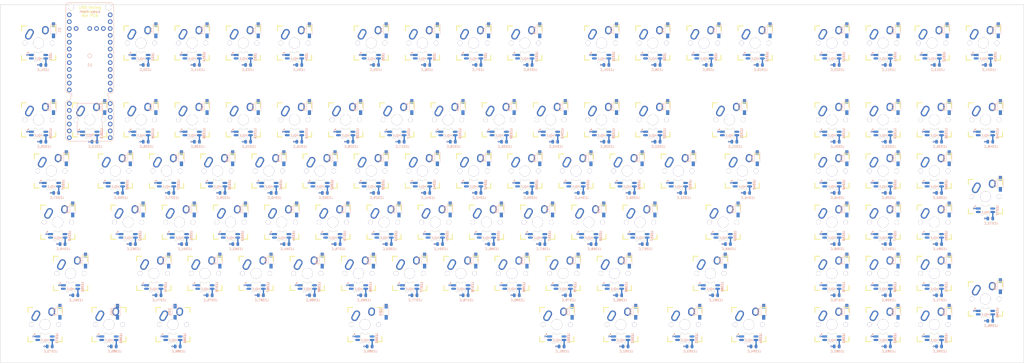
<source format=kicad_pcb>
(kicad_pcb (version 20171130) (host pcbnew 5.1.6)
  (layers (0 F.Cu signal) (31 B.Cu signal) (34 B.Paste user hide) (35 F.Paste user hide) (36 B.SilkS user) (37 F.SilkS user) (38 B.Mask user hide) (39 F.Mask user) (44 Edge.Cuts user))
  (net 0 "")
  (net 1 "Net-(D1-Pad2)")
  (net 2 /row0)
  (net 3 "Net-(D2-Pad2)")
  (net 4 "Net-(D3-Pad2)")
  (net 5 "Net-(D4-Pad2)")
  (net 6 "Net-(D5-Pad2)")
  (net 7 "Net-(D6-Pad2)")
  (net 8 "Net-(D7-Pad2)")
  (net 9 "Net-(D8-Pad2)")
  (net 10 /row1)
  (net 11 "Net-(D9-Pad2)")
  (net 12 "Net-(D10-Pad2)")
  (net 13 "Net-(D11-Pad2)")
  (net 14 "Net-(D12-Pad2)")
  (net 15 "Net-(D13-Pad2)")
  (net 16 /row2)
  (net 17 "Net-(D14-Pad2)")
  (net 18 "Net-(D15-Pad2)")
  (net 19 "Net-(D16-Pad2)")
  (net 20 "Net-(D17-Pad2)")
  (net 21 "Net-(D18-Pad2)")
  (net 22 "Net-(D19-Pad2)")
  (net 23 "Net-(D20-Pad2)")
  (net 24 "Net-(D21-Pad2)")
  (net 25 "Net-(D22-Pad2)")
  (net 26 "Net-(D23-Pad2)")
  (net 27 "Net-(D24-Pad2)")
  (net 28 /row3)
  (net 29 "Net-(D25-Pad2)")
  (net 30 "Net-(D26-Pad2)")
  (net 31 "Net-(D27-Pad2)")
  (net 32 "Net-(D28-Pad2)")
  (net 33 "Net-(D29-Pad2)")
  (net 34 "Net-(D30-Pad2)")
  (net 35 "Net-(D31-Pad2)")
  (net 36 "Net-(D32-Pad2)")
  (net 37 /row4)
  (net 38 "Net-(D33-Pad2)")
  (net 39 "Net-(D34-Pad2)")
  (net 40 "Net-(D35-Pad2)")
  (net 41 "Net-(D36-Pad2)")
  (net 42 "Net-(D37-Pad2)")
  (net 43 "Net-(D38-Pad2)")
  (net 44 "Net-(D39-Pad2)")
  (net 45 "Net-(D40-Pad2)")
  (net 46 "Net-(D41-Pad2)")
  (net 47 "Net-(D42-Pad2)")
  (net 48 "Net-(D43-Pad2)")
  (net 49 /row5)
  (net 50 "Net-(D44-Pad2)")
  (net 51 "Net-(D45-Pad2)")
  (net 52 "Net-(D46-Pad2)")
  (net 53 "Net-(D47-Pad2)")
  (net 54 "Net-(D48-Pad2)")
  (net 55 "Net-(D49-Pad2)")
  (net 56 "Net-(D50-Pad2)")
  (net 57 "Net-(D51-Pad2)")
  (net 58 "Net-(D52-Pad2)")
  (net 59 "Net-(D53-Pad2)")
  (net 60 "Net-(D54-Pad2)")
  (net 61 "Net-(D55-Pad2)")
  (net 62 "Net-(D56-Pad2)")
  (net 63 "Net-(D57-Pad2)")
  (net 64 "Net-(D58-Pad2)")
  (net 65 "Net-(D59-Pad2)")
  (net 66 "Net-(D60-Pad2)")
  (net 67 /row6)
  (net 68 "Net-(D61-Pad2)")
  (net 69 "Net-(D62-Pad2)")
  (net 70 "Net-(D63-Pad2)")
  (net 71 "Net-(D64-Pad2)")
  (net 72 "Net-(D65-Pad2)")
  (net 73 "Net-(D66-Pad2)")
  (net 74 "Net-(D67-Pad2)")
  (net 75 "Net-(D68-Pad2)")
  (net 76 /row7)
  (net 77 "Net-(D69-Pad2)")
  (net 78 "Net-(D70-Pad2)")
  (net 79 "Net-(D71-Pad2)")
  (net 80 "Net-(D72-Pad2)")
  (net 81 "Net-(D73-Pad2)")
  (net 82 "Net-(D74-Pad2)")
  (net 83 "Net-(D75-Pad2)")
  (net 84 "Net-(D76-Pad2)")
  (net 85 "Net-(D77-Pad2)")
  (net 86 "Net-(D78-Pad2)")
  (net 87 "Net-(D79-Pad2)")
  (net 88 "Net-(D80-Pad2)")
  (net 89 "Net-(D81-Pad2)")
  (net 90 "Net-(D82-Pad2)")
  (net 91 "Net-(D83-Pad2)")
  (net 92 "Net-(D84-Pad2)")
  (net 93 "Net-(D85-Pad2)")
  (net 94 "Net-(D86-Pad2)")
  (net 95 "Net-(D87-Pad2)")
  (net 96 "Net-(D88-Pad2)")
  (net 97 "Net-(D89-Pad2)")
  (net 98 "Net-(D90-Pad2)")
  (net 99 "Net-(D91-Pad2)")
  (net 100 "Net-(D92-Pad2)")
  (net 101 "Net-(D93-Pad2)")
  (net 102 "Net-(D94-Pad2)")
  (net 103 "Net-(D95-Pad2)")
  (net 104 "Net-(D96-Pad2)")
  (net 105 /col0)
  (net 106 /col1)
  (net 107 /col2)
  (net 108 /col3)
  (net 109 /col4)
  (net 110 /col5)
  (net 111 /col6)
  (net 112 /col7)
  (net 113 /col8)
  (net 114 /col9)
  (net 115 /col10)
  (net 116 /col11)
  (net 117 /GND)
  (net 118 /5V)
  (net 119 /SIG_1)
  (net 120 /SIG_2)
  (net 121 /SIG_3)
  (net 122 /SIG_4)
  (net 123 /SIG_5)
  (net 124 /SIG_6)
  (net 125 /SIG_7)
  (net 126 /SIG_8)
  (net 127 /SIG_9)
  (net 128 /SIG_10)
  (net 129 /SIG_11)
  (net 130 /SIG_12)
  (net 131 /SIG_13)
  (net 132 /SIG_14)
  (net 133 /SIG_15)
  (net 134 /SIG_16)
  (net 135 /SIG_17)
  (net 136 /SIG_18)
  (net 137 /SIG_19)
  (net 138 /SIG_20)
  (net 139 /SIG_21)
  (net 140 /SIG_22)
  (net 141 /SIG_23)
  (net 142 /SIG_24)
  (net 143 /SIG_25)
  (net 144 /SIG_26)
  (net 145 /SIG_27)
  (net 146 /SIG_28)
  (net 147 /SIG_29)
  (net 148 /SIG_30)
  (net 149 /SIG_31)
  (net 150 /SIG_32)
  (net 151 /SIG_33)
  (net 152 /SIG_34)
  (net 153 /SIG_35)
  (net 154 /SIG_36)
  (net 155 /SIG_37)
  (net 156 /SIG_38)
  (net 157 /SIG_39)
  (net 158 /SIG_40)
  (net 159 /SIG_41)
  (net 160 /SIG_42)
  (net 161 /SIG_43)
  (net 162 /SIG_44)
  (net 163 /SIG_45)
  (net 164 /SIG_46)
  (net 165 /SIG_47)
  (net 166 /SIG_48)
  (net 167 /SIG_49)
  (net 168 /SIG_50)
  (net 169 /SIG_51)
  (net 170 /SIG_52)
  (net 171 /SIG_53)
  (net 172 /SIG_54)
  (net 173 /SIG_55)
  (net 174 /SIG_56)
  (net 175 /SIG_57)
  (net 176 /SIG_58)
  (net 177 /SIG_59)
  (net 178 /SIG_60)
  (net 179 /SIG_61)
  (net 180 /SIG_62)
  (net 181 /SIG_63)
  (net 182 /SIG_64)
  (net 183 /SIG_65)
  (net 184 /SIG_66)
  (net 185 /SIG_67)
  (net 186 /SIG_68)
  (net 187 /SIG_69)
  (net 188 /SIG_70)
  (net 189 /SIG_71)
  (net 190 /SIG_72)
  (net 191 /SIG_73)
  (net 192 /SIG_74)
  (net 193 /SIG_75)
  (net 194 /SIG_76)
  (net 195 /SIG_77)
  (net 196 /SIG_78)
  (net 197 /SIG_79)
  (net 198 /SIG_80)
  (net 199 /SIG_81)
  (net 200 /SIG_82)
  (net 201 /SIG_83)
  (net 202 /SIG_84)
  (net 203 /SIG_85)
  (net 204 /SIG_86)
  (net 205 /SIG_87)
  (net 206 /SIG_88)
  (net 207 /SIG_89)
  (net 208 /SIG_90)
  (net 209 /SIG_91)
  (net 210 /SIG_92)
  (net 211 /SIG_93)
  (net 212 /SIG_94)
  (net 213 /SIG_95)
  (net 214 /SIG_0)
  (net 215 /SIG_96)
  (net 216 "Net-(U1-PadA10)")
  (net 217 "Net-(U1-PadA9)")
  (net 218 "Net-(U1-PadD+)")
  (net 219 "Net-(U1-PadB7)")
  (net 220 "Net-(U1-PadB6)")
  (net 221 "Net-(U1-PadD-)")
  (net 222 "Net-(U1-PadCHRG)")
  (net 223 "Net-(U1-PadDFU)")
  (net 224 "Net-(U1-Pad3.3V)")
  (net 225 "Net-(U1-PadB14)")
  (net 226 "Net-(U1-PadB15)")
  (net 227 "Net-(U1-PadB13)")
  (net 228 "Net-(U1-PadA14)")
  (net 229 "Net-(U1-PadA13)")
  (net 230 "Net-(U1-PadRST)")
  (module Keyboard:MXALPS_1.25U (layer F.Cu) (at 273.69425 193.2625)
    (fp_text reference SW93 hide)
    (fp_text value Menu hide)
    (pad SW2 thru_hole oval (at 2.52 -4.79 356.1) (size 2.5 3.08) (drill oval 1.5 2.08) (layers *.Cu *.Mask) (net 101 "Net-(D93-Pad2)"))
    (pad SW1 thru_hole oval (at -3.405 -3.27 331) (size 2.5 4.17) (drill oval 1.5 3.17) (layers *.Cu *.Mask) (net 113 /col8))
    (pad "" np_thru_hole circle (at 5.08 0) (size 1.70181 1.70181) (drill 1.7018) (layers *.Cu *.Mask) (clearance 0.1524))
    (pad "" np_thru_hole circle (at -5.08 0) (size 1.70181 1.70181) (drill 1.7018) (layers *.Cu *.Mask) (clearance 0.1524))
    (pad "" np_thru_hole circle (at 0 0) (size 3.98781 3.98781) (drill 3.9878) (layers *.Cu *.Mask) (clearance 0.1524))
  )
  (module "SMD Diodes:D_SOD-123_HandSoldering" (layer B.Cu) (at 38.7437 83.7255 270)
    (fp_text reference D1 (at 0 -2.2392 90) (layer B.SilkS) (effects (justify mirror)))
    (fp_text value D)
    (pad 1 smd rect (at -2.075 0 270) (size 1.75 1.2) (layers B.Cu B.Paste B.Mask) (net 2 /row0))
    (pad 2 smd rect (at 2.075 0 270) (size 1.75 1.2) (layers B.Cu B.Paste B.Mask) (net 1 "Net-(D1-Pad2)"))
  )
  (module "SMD Diodes:D_SOD-123_HandSoldering" (layer B.Cu) (at 76.8437 83.7255 270)
    (fp_text reference D2 (at 0 2 90) (layer B.SilkS) (effects (justify mirror)))
    (fp_text value D)
    (pad 1 smd rect (at -2.075 0 270) (size 1.75 1.2) (layers B.Cu B.Paste B.Mask) (net 2 /row0))
    (pad 2 smd rect (at 2.075 0 270) (size 1.75 1.2) (layers B.Cu B.Paste B.Mask) (net 3 "Net-(D2-Pad2)"))
  )
  (module "SMD Diodes:D_SOD-123_HandSoldering" (layer B.Cu) (at 114.9435 83.7255 270)
    (fp_text reference D3 (at 0 2 270) (layer B.SilkS) (effects (justify mirror)))
    (fp_text value D)
    (pad 1 smd rect (at -2.075 0 270) (size 1.75 1.2) (layers B.Cu B.Paste B.Mask) (net 2 /row0))
    (pad 2 smd rect (at 2.075 0 270) (size 1.75 1.2) (layers B.Cu B.Paste B.Mask) (net 4 "Net-(D3-Pad2)"))
  )
  (module "SMD Diodes:D_SOD-123_HandSoldering" (layer B.Cu) (at 133.9935 83.7255 270)
    (fp_text reference D4 (at 0 2 270) (layer B.SilkS) (effects (justify mirror)))
    (fp_text value D)
    (pad 1 smd rect (at -2.075 0 270) (size 1.75 1.2) (layers B.Cu B.Paste B.Mask) (net 2 /row0))
    (pad 2 smd rect (at 2.075 0 270) (size 1.75 1.2) (layers B.Cu B.Paste B.Mask) (net 5 "Net-(D4-Pad2)"))
  )
  (module "SMD Diodes:D_SOD-123_HandSoldering" (layer B.Cu) (at 162.5685 83.7255 270)
    (fp_text reference D5 (at 0 2 270) (layer B.SilkS) (effects (justify mirror)))
    (fp_text value D)
    (pad 1 smd rect (at -2.075 0 270) (size 1.75 1.2) (layers B.Cu B.Paste B.Mask) (net 2 /row0))
    (pad 2 smd rect (at 2.075 0 270) (size 1.75 1.2) (layers B.Cu B.Paste B.Mask) (net 6 "Net-(D5-Pad2)"))
  )
  (module "SMD Diodes:D_SOD-123_HandSoldering" (layer B.Cu) (at 181.6185 83.7255 270)
    (fp_text reference D6 (at 0 2 270) (layer B.SilkS) (effects (justify mirror)))
    (fp_text value D)
    (pad 1 smd rect (at -2.075 0 270) (size 1.75 1.2) (layers B.Cu B.Paste B.Mask) (net 2 /row0))
    (pad 2 smd rect (at 2.075 0 270) (size 1.75 1.2) (layers B.Cu B.Paste B.Mask) (net 7 "Net-(D6-Pad2)"))
  )
  (module "SMD Diodes:D_SOD-123_HandSoldering" (layer B.Cu) (at 200.6685 83.7255 270)
    (fp_text reference D7 (at 0 2 270) (layer B.SilkS) (effects (justify mirror)))
    (fp_text value D)
    (pad 1 smd rect (at -2.075 0 270) (size 1.75 1.2) (layers B.Cu B.Paste B.Mask) (net 2 /row0))
    (pad 2 smd rect (at 2.075 0 270) (size 1.75 1.2) (layers B.Cu B.Paste B.Mask) (net 8 "Net-(D7-Pad2)"))
  )
  (module "SMD Diodes:D_SOD-123_HandSoldering" (layer B.Cu) (at 219.7185 83.7255 270)
    (fp_text reference D19 (at 0 2 270) (layer B.SilkS) (effects (justify mirror)))
    (fp_text value D)
    (pad 1 smd rect (at -2.075 0 270) (size 1.75 1.2) (layers B.Cu B.Paste B.Mask) (net 10 /row1))
    (pad 2 smd rect (at 2.075 0 270) (size 1.75 1.2) (layers B.Cu B.Paste B.Mask) (net 22 "Net-(D19-Pad2)"))
  )
  (module "SMD Diodes:D_SOD-123_HandSoldering" (layer B.Cu) (at 267.3435 83.7255 270)
    (fp_text reference D8 (at 0 2 270) (layer B.SilkS) (effects (justify mirror)))
    (fp_text value D)
    (pad 1 smd rect (at -2.075 0 270) (size 1.75 1.2) (layers B.Cu B.Paste B.Mask) (net 2 /row0))
    (pad 2 smd rect (at 2.075 0 270) (size 1.75 1.2) (layers B.Cu B.Paste B.Mask) (net 9 "Net-(D8-Pad2)"))
  )
  (module "SMD Diodes:D_SOD-123_HandSoldering" (layer B.Cu) (at 286.3935 83.7255 270)
    (fp_text reference D9 (at 0 2 270) (layer B.SilkS) (effects (justify mirror)))
    (fp_text value D)
    (pad 1 smd rect (at -2.075 0 270) (size 1.75 1.2) (layers B.Cu B.Paste B.Mask) (net 2 /row0))
    (pad 2 smd rect (at 2.075 0 270) (size 1.75 1.2) (layers B.Cu B.Paste B.Mask) (net 11 "Net-(D9-Pad2)"))
  )
  (module "SMD Diodes:D_SOD-123_HandSoldering" (layer B.Cu) (at 305.4435 83.7255 270)
    (fp_text reference D10 (at 0 2 270) (layer B.SilkS) (effects (justify mirror)))
    (fp_text value D)
    (pad 1 smd rect (at -2.075 0 270) (size 1.75 1.2) (layers B.Cu B.Paste B.Mask) (net 2 /row0))
    (pad 2 smd rect (at 2.075 0 270) (size 1.75 1.2) (layers B.Cu B.Paste B.Mask) (net 12 "Net-(D10-Pad2)"))
  )
  (module "SMD Diodes:D_SOD-123_HandSoldering" (layer B.Cu) (at 334.0185 83.7255 270)
    (fp_text reference D22 (at 0 2 270) (layer B.SilkS) (effects (justify mirror)))
    (fp_text value D)
    (pad 1 smd rect (at -2.075 0 270) (size 1.75 1.2) (layers B.Cu B.Paste B.Mask) (net 10 /row1))
    (pad 2 smd rect (at 2.075 0 270) (size 1.75 1.2) (layers B.Cu B.Paste B.Mask) (net 25 "Net-(D22-Pad2)"))
  )
  (module "SMD Diodes:D_SOD-123_HandSoldering" (layer B.Cu) (at 334.0185 112.3005 270)
    (fp_text reference D34 (at 0 2 270) (layer B.SilkS) (effects (justify mirror)))
    (fp_text value D)
    (pad 1 smd rect (at -2.075 0 270) (size 1.75 1.2) (layers B.Cu B.Paste B.Mask) (net 16 /row2))
    (pad 2 smd rect (at 2.075 0 270) (size 1.75 1.2) (layers B.Cu B.Paste B.Mask) (net 39 "Net-(D34-Pad2)"))
  )
  (module "SMD Diodes:D_SOD-123_HandSoldering" (layer B.Cu) (at 353.0685 83.7255 270)
    (fp_text reference D11 (at 0 2 270) (layer B.SilkS) (effects (justify mirror)))
    (fp_text value D)
    (pad 1 smd rect (at -2.075 0 270) (size 1.75 1.2) (layers B.Cu B.Paste B.Mask) (net 2 /row0))
    (pad 2 smd rect (at 2.075 0 270) (size 1.75 1.2) (layers B.Cu B.Paste B.Mask) (net 13 "Net-(D11-Pad2)"))
  )
  (module "SMD Diodes:D_SOD-123_HandSoldering" (layer B.Cu) (at 353.0685 112.3005 270)
    (fp_text reference D23 (at 0 2 270) (layer B.SilkS) (effects (justify mirror)))
    (fp_text value D)
    (pad 1 smd rect (at -2.075 0 270) (size 1.75 1.2) (layers B.Cu B.Paste B.Mask) (net 10 /row1))
    (pad 2 smd rect (at 2.075 0 270) (size 1.75 1.2) (layers B.Cu B.Paste B.Mask) (net 26 "Net-(D23-Pad2)"))
  )
  (module "SMD Diodes:D_SOD-123_HandSoldering" (layer B.Cu) (at 371.3245 83.7255 270)
    (fp_text reference D12 (at 0 2 270) (layer B.SilkS) (effects (justify mirror)))
    (fp_text value D)
    (pad 1 smd rect (at -2.075 0 270) (size 1.75 1.2) (layers B.Cu B.Paste B.Mask) (net 2 /row0))
    (pad 2 smd rect (at 2.075 0 270) (size 1.75 1.2) (layers B.Cu B.Paste B.Mask) (net 14 "Net-(D12-Pad2)"))
  )
  (module "SMD Diodes:D_SOD-123_HandSoldering" (layer B.Cu) (at 390.3745 83.7255 270)
    (fp_text reference D24 (at 0 2 270) (layer B.SilkS) (effects (justify mirror)))
    (fp_text value D)
    (pad 1 smd rect (at -2.075 0 270) (size 1.75 1.2) (layers B.Cu B.Paste B.Mask) (net 10 /row1))
    (pad 2 smd rect (at 2.075 0 270) (size 1.75 1.2) (layers B.Cu B.Paste B.Mask) (net 27 "Net-(D24-Pad2)"))
  )
  (module "SMD Diodes:D_SOD-123_HandSoldering" (layer B.Cu) (at 57.7937 112.3005 270)
    (fp_text reference D13 (at 0 2 270) (layer B.SilkS) (effects (justify mirror)))
    (fp_text value D)
    (pad 1 smd rect (at -2.075 0 270) (size 1.75 1.2) (layers B.Cu B.Paste B.Mask) (net 10 /row1))
    (pad 2 smd rect (at 2.075 0 270) (size 1.75 1.2) (layers B.Cu B.Paste B.Mask) (net 15 "Net-(D13-Pad2)"))
  )
  (module "SMD Diodes:D_SOD-123_HandSoldering" (layer B.Cu) (at 95.8935 83.7255 270)
    (fp_text reference D14 (at 0 2 270) (layer B.SilkS) (effects (justify mirror)))
    (fp_text value D)
    (pad 1 smd rect (at -2.075 0 270) (size 1.75 1.2) (layers B.Cu B.Paste B.Mask) (net 10 /row1))
    (pad 2 smd rect (at 2.075 0 270) (size 1.75 1.2) (layers B.Cu B.Paste B.Mask) (net 17 "Net-(D14-Pad2)"))
  )
  (module "SMD Diodes:D_SOD-123_HandSoldering" (layer B.Cu) (at 114.9435 112.3005 270)
    (fp_text reference D15 (at 0 2 270) (layer B.SilkS) (effects (justify mirror)))
    (fp_text value D)
    (pad 1 smd rect (at -2.075 0 270) (size 1.75 1.2) (layers B.Cu B.Paste B.Mask) (net 10 /row1))
    (pad 2 smd rect (at 2.075 0 270) (size 1.75 1.2) (layers B.Cu B.Paste B.Mask) (net 18 "Net-(D15-Pad2)"))
  )
  (module "SMD Diodes:D_SOD-123_HandSoldering" (layer B.Cu) (at 133.9935 112.3005 270)
    (fp_text reference D16 (at 0 2 270) (layer B.SilkS) (effects (justify mirror)))
    (fp_text value D)
    (pad 1 smd rect (at -2.075 0 270) (size 1.75 1.2) (layers B.Cu B.Paste B.Mask) (net 10 /row1))
    (pad 2 smd rect (at 2.075 0 270) (size 1.75 1.2) (layers B.Cu B.Paste B.Mask) (net 19 "Net-(D16-Pad2)"))
  )
  (module "SMD Diodes:D_SOD-123_HandSoldering" (layer B.Cu) (at 172.0935 112.3005 270)
    (fp_text reference D17 (at 0 2 270) (layer B.SilkS) (effects (justify mirror)))
    (fp_text value D)
    (pad 1 smd rect (at -2.075 0 270) (size 1.75 1.2) (layers B.Cu B.Paste B.Mask) (net 10 /row1))
    (pad 2 smd rect (at 2.075 0 270) (size 1.75 1.2) (layers B.Cu B.Paste B.Mask) (net 20 "Net-(D17-Pad2)"))
  )
  (module "SMD Diodes:D_SOD-123_HandSoldering" (layer B.Cu) (at 162.5685 131.3505 270)
    (fp_text reference D29 (at 0 2 270) (layer B.SilkS) (effects (justify mirror)))
    (fp_text value D)
    (pad 1 smd rect (at -2.075 0 270) (size 1.75 1.2) (layers B.Cu B.Paste B.Mask) (net 16 /row2))
    (pad 2 smd rect (at 2.075 0 270) (size 1.75 1.2) (layers B.Cu B.Paste B.Mask) (net 33 "Net-(D29-Pad2)"))
  )
  (module "SMD Diodes:D_SOD-123_HandSoldering" (layer B.Cu) (at 181.6185 131.3505 270)
    (fp_text reference D41 (at 0 2 270) (layer B.SilkS) (effects (justify mirror)))
    (fp_text value D)
    (pad 1 smd rect (at -2.075 0 270) (size 1.75 1.2) (layers B.Cu B.Paste B.Mask) (net 28 /row3))
    (pad 2 smd rect (at 2.075 0 270) (size 1.75 1.2) (layers B.Cu B.Paste B.Mask) (net 46 "Net-(D41-Pad2)"))
  )
  (module "SMD Diodes:D_SOD-123_HandSoldering" (layer B.Cu) (at 191.1435 112.3005 270)
    (fp_text reference D18 (at 0 2 270) (layer B.SilkS) (effects (justify mirror)))
    (fp_text value D)
    (pad 1 smd rect (at -2.075 0 270) (size 1.75 1.2) (layers B.Cu B.Paste B.Mask) (net 10 /row1))
    (pad 2 smd rect (at 2.075 0 270) (size 1.75 1.2) (layers B.Cu B.Paste B.Mask) (net 21 "Net-(D18-Pad2)"))
  )
  (module "SMD Diodes:D_SOD-123_HandSoldering" (layer B.Cu) (at 210.1935 112.3005 270)
    (fp_text reference D30 (at 0 2 270) (layer B.SilkS) (effects (justify mirror)))
    (fp_text value D)
    (pad 1 smd rect (at -2.075 0 270) (size 1.75 1.2) (layers B.Cu B.Paste B.Mask) (net 16 /row2))
    (pad 2 smd rect (at 2.075 0 270) (size 1.75 1.2) (layers B.Cu B.Paste B.Mask) (net 34 "Net-(D30-Pad2)"))
  )
  (module "SMD Diodes:D_SOD-123_HandSoldering" (layer B.Cu) (at 248.2935 83.7255 270)
    (fp_text reference D31 (at 0 2 270) (layer B.SilkS) (effects (justify mirror)))
    (fp_text value D)
    (pad 1 smd rect (at -2.075 0 270) (size 1.75 1.2) (layers B.Cu B.Paste B.Mask) (net 16 /row2))
    (pad 2 smd rect (at 2.075 0 270) (size 1.75 1.2) (layers B.Cu B.Paste B.Mask) (net 35 "Net-(D31-Pad2)"))
  )
  (module "SMD Diodes:D_SOD-123_HandSoldering" (layer B.Cu) (at 248.2935 112.3005 270)
    (fp_text reference D20 (at 0 2 270) (layer B.SilkS) (effects (justify mirror)))
    (fp_text value D)
    (pad 1 smd rect (at -2.075 0 270) (size 1.75 1.2) (layers B.Cu B.Paste B.Mask) (net 10 /row1))
    (pad 2 smd rect (at 2.075 0 270) (size 1.75 1.2) (layers B.Cu B.Paste B.Mask) (net 23 "Net-(D20-Pad2)"))
  )
  (module "SMD Diodes:D_SOD-123_HandSoldering" (layer B.Cu) (at 295.9185 112.3005 270)
    (fp_text reference D21 (at 0 2 270) (layer B.SilkS) (effects (justify mirror)))
    (fp_text value D)
    (pad 1 smd rect (at -2.075 0 270) (size 1.75 1.2) (layers B.Cu B.Paste B.Mask) (net 10 /row1))
    (pad 2 smd rect (at 2.075 0 270) (size 1.75 1.2) (layers B.Cu B.Paste B.Mask) (net 24 "Net-(D21-Pad2)"))
  )
  (module "SMD Diodes:D_SOD-123_HandSoldering" (layer B.Cu) (at 276.8685 131.3505 270)
    (fp_text reference D33 (at 0 2 270) (layer B.SilkS) (effects (justify mirror)))
    (fp_text value D)
    (pad 1 smd rect (at -2.075 0 270) (size 1.75 1.2) (layers B.Cu B.Paste B.Mask) (net 16 /row2))
    (pad 2 smd rect (at 2.075 0 270) (size 1.75 1.2) (layers B.Cu B.Paste B.Mask) (net 38 "Net-(D33-Pad2)"))
  )
  (module "SMD Diodes:D_SOD-123_HandSoldering" (layer B.Cu) (at 334.0185 131.3505 270)
    (fp_text reference D46 (at 0 2 270) (layer B.SilkS) (effects (justify mirror)))
    (fp_text value D)
    (pad 1 smd rect (at -2.075 0 270) (size 1.75 1.2) (layers B.Cu B.Paste B.Mask) (net 28 /row3))
    (pad 2 smd rect (at 2.075 0 270) (size 1.75 1.2) (layers B.Cu B.Paste B.Mask) (net 52 "Net-(D46-Pad2)"))
  )
  (module "SMD Diodes:D_SOD-123_HandSoldering" (layer B.Cu) (at 334.0185 150.4005 270)
    (fp_text reference D58 (at 0 2 270) (layer B.SilkS) (effects (justify mirror)))
    (fp_text value D)
    (pad 1 smd rect (at -2.075 0 270) (size 1.75 1.2) (layers B.Cu B.Paste B.Mask) (net 37 /row4))
    (pad 2 smd rect (at 2.075 0 270) (size 1.75 1.2) (layers B.Cu B.Paste B.Mask) (net 64 "Net-(D58-Pad2)"))
  )
  (module "SMD Diodes:D_SOD-123_HandSoldering" (layer B.Cu) (at 353.0685 131.3505 270)
    (fp_text reference D35 (at 0 2 270) (layer B.SilkS) (effects (justify mirror)))
    (fp_text value D)
    (pad 1 smd rect (at -2.075 0 270) (size 1.75 1.2) (layers B.Cu B.Paste B.Mask) (net 16 /row2))
    (pad 2 smd rect (at 2.075 0 270) (size 1.75 1.2) (layers B.Cu B.Paste B.Mask) (net 40 "Net-(D35-Pad2)"))
  )
  (module "SMD Diodes:D_SOD-123_HandSoldering" (layer B.Cu) (at 372.1185 112.3005 270)
    (fp_text reference D36 (at 0 2 270) (layer B.SilkS) (effects (justify mirror)))
    (fp_text value D)
    (pad 1 smd rect (at -2.075 0 270) (size 1.75 1.2) (layers B.Cu B.Paste B.Mask) (net 16 /row2))
    (pad 2 smd rect (at 2.075 0 270) (size 1.75 1.2) (layers B.Cu B.Paste B.Mask) (net 41 "Net-(D36-Pad2)"))
  )
  (module "SMD Diodes:D_SOD-123_HandSoldering" (layer B.Cu) (at 391.1685 112.3005 270)
    (fp_text reference D48 (at 0 2 270) (layer B.SilkS) (effects (justify mirror)))
    (fp_text value D)
    (pad 1 smd rect (at -2.075 0 270) (size 1.75 1.2) (layers B.Cu B.Paste B.Mask) (net 28 /row3))
    (pad 2 smd rect (at 2.075 0 270) (size 1.75 1.2) (layers B.Cu B.Paste B.Mask) (net 54 "Net-(D48-Pad2)"))
  )
  (module "SMD Diodes:D_SOD-123_HandSoldering" (layer B.Cu) (at 38.7437 112.3005 270)
    (fp_text reference D25 (at 0 2 270) (layer B.SilkS) (effects (justify mirror)))
    (fp_text value D)
    (pad 1 smd rect (at -2.075 0 270) (size 1.75 1.2) (layers B.Cu B.Paste B.Mask) (net 16 /row2))
    (pad 2 smd rect (at 2.075 0 270) (size 1.75 1.2) (layers B.Cu B.Paste B.Mask) (net 29 "Net-(D25-Pad2)"))
  )
  (module "SMD Diodes:D_SOD-123_HandSoldering" (layer B.Cu) (at 76.8437 112.3005 270)
    (fp_text reference D26 (at 0 2 270) (layer B.SilkS) (effects (justify mirror)))
    (fp_text value D)
    (pad 1 smd rect (at -2.075 0 270) (size 1.75 1.2) (layers B.Cu B.Paste B.Mask) (net 16 /row2))
    (pad 2 smd rect (at 2.075 0 270) (size 1.75 1.2) (layers B.Cu B.Paste B.Mask) (net 30 "Net-(D26-Pad2)"))
  )
  (module "SMD Diodes:D_SOD-123_HandSoldering" (layer B.Cu) (at 86.3687 131.3505 270)
    (fp_text reference D27 (at 0 2 270) (layer B.SilkS) (effects (justify mirror)))
    (fp_text value D)
    (pad 1 smd rect (at -2.075 0 270) (size 1.75 1.2) (layers B.Cu B.Paste B.Mask) (net 16 /row2))
    (pad 2 smd rect (at 2.075 0 270) (size 1.75 1.2) (layers B.Cu B.Paste B.Mask) (net 31 "Net-(D27-Pad2)"))
  )
  (module "SMD Diodes:D_SOD-123_HandSoldering" (layer B.Cu) (at 153.0435 112.3005 270)
    (fp_text reference D28 (at 0 2 270) (layer B.SilkS) (effects (justify mirror)))
    (fp_text value D)
    (pad 1 smd rect (at -2.075 0 270) (size 1.75 1.2) (layers B.Cu B.Paste B.Mask) (net 16 /row2))
    (pad 2 smd rect (at 2.075 0 270) (size 1.75 1.2) (layers B.Cu B.Paste B.Mask) (net 32 "Net-(D28-Pad2)"))
  )
  (module "SMD Diodes:D_SOD-123_HandSoldering" (layer B.Cu) (at 124.4685 131.3505 270)
    (fp_text reference D40 (at 0 2 270) (layer B.SilkS) (effects (justify mirror)))
    (fp_text value D)
    (pad 1 smd rect (at -2.075 0 270) (size 1.75 1.2) (layers B.Cu B.Paste B.Mask) (net 28 /row3))
    (pad 2 smd rect (at 2.075 0 270) (size 1.75 1.2) (layers B.Cu B.Paste B.Mask) (net 45 "Net-(D40-Pad2)"))
  )
  (module "SMD Diodes:D_SOD-123_HandSoldering" (layer B.Cu) (at 143.5185 131.3505 270)
    (fp_text reference D52 (at 0 2 270) (layer B.SilkS) (effects (justify mirror)))
    (fp_text value D)
    (pad 1 smd rect (at -2.075 0 270) (size 1.75 1.2) (layers B.Cu B.Paste B.Mask) (net 37 /row4))
    (pad 2 smd rect (at 2.075 0 270) (size 1.75 1.2) (layers B.Cu B.Paste B.Mask) (net 58 "Net-(D52-Pad2)"))
  )
  (module "SMD Diodes:D_SOD-123_HandSoldering" (layer B.Cu) (at 167.3315 150.4005 270)
    (fp_text reference D53 (at 0 2 270) (layer B.SilkS) (effects (justify mirror)))
    (fp_text value D)
    (pad 1 smd rect (at -2.075 0 270) (size 1.75 1.2) (layers B.Cu B.Paste B.Mask) (net 37 /row4))
    (pad 2 smd rect (at 2.075 0 270) (size 1.75 1.2) (layers B.Cu B.Paste B.Mask) (net 59 "Net-(D53-Pad2)"))
  )
  (module "SMD Diodes:D_SOD-123_HandSoldering" (layer B.Cu) (at 157.8055 169.4505 270)
    (fp_text reference D65 (at 0 2 270) (layer B.SilkS) (effects (justify mirror)))
    (fp_text value D)
    (pad 1 smd rect (at -2.075 0 270) (size 1.75 1.2) (layers B.Cu B.Paste B.Mask) (net 49 /row5))
    (pad 2 smd rect (at 2.075 0 270) (size 1.75 1.2) (layers B.Cu B.Paste B.Mask) (net 72 "Net-(D65-Pad2)"))
  )
  (module "SMD Diodes:D_SOD-123_HandSoldering" (layer B.Cu) (at 200.6685 131.3505 270)
    (fp_text reference D42 (at 0 2 270) (layer B.SilkS) (effects (justify mirror)))
    (fp_text value D)
    (pad 1 smd rect (at -2.075 0 270) (size 1.75 1.2) (layers B.Cu B.Paste B.Mask) (net 28 /row3))
    (pad 2 smd rect (at 2.075 0 270) (size 1.75 1.2) (layers B.Cu B.Paste B.Mask) (net 47 "Net-(D42-Pad2)"))
  )
  (module "SMD Diodes:D_SOD-123_HandSoldering" (layer B.Cu) (at 229.2435 112.3005 270)
    (fp_text reference D43 (at 0 2 270) (layer B.SilkS) (effects (justify mirror)))
    (fp_text value D)
    (pad 1 smd rect (at -2.075 0 270) (size 1.75 1.2) (layers B.Cu B.Paste B.Mask) (net 28 /row3))
    (pad 2 smd rect (at 2.075 0 270) (size 1.75 1.2) (layers B.Cu B.Paste B.Mask) (net 48 "Net-(D43-Pad2)"))
  )
  (module "SMD Diodes:D_SOD-123_HandSoldering" (layer B.Cu) (at 267.3435 112.3005 270)
    (fp_text reference D32 (at 0 2 270) (layer B.SilkS) (effects (justify mirror)))
    (fp_text value D)
    (pad 1 smd rect (at -2.075 0 270) (size 1.75 1.2) (layers B.Cu B.Paste B.Mask) (net 16 /row2))
    (pad 2 smd rect (at 2.075 0 270) (size 1.75 1.2) (layers B.Cu B.Paste B.Mask) (net 36 "Net-(D32-Pad2)"))
  )
  (module "SMD Diodes:D_SOD-123_HandSoldering" (layer B.Cu) (at 238.7685 131.3505 270)
    (fp_text reference D44 (at 0 2 270) (layer B.SilkS) (effects (justify mirror)))
    (fp_text value D)
    (pad 1 smd rect (at -2.075 0 270) (size 1.75 1.2) (layers B.Cu B.Paste B.Mask) (net 28 /row3))
    (pad 2 smd rect (at 2.075 0 270) (size 1.75 1.2) (layers B.Cu B.Paste B.Mask) (net 50 "Net-(D44-Pad2)"))
  )
  (module "SMD Diodes:D_SOD-123_HandSoldering" (layer B.Cu) (at 300.6815 131.3505 270)
    (fp_text reference D45 (at 0 2 270) (layer B.SilkS) (effects (justify mirror)))
    (fp_text value D)
    (pad 1 smd rect (at -2.075 0 270) (size 1.75 1.2) (layers B.Cu B.Paste B.Mask) (net 28 /row3))
    (pad 2 smd rect (at 2.075 0 270) (size 1.75 1.2) (layers B.Cu B.Paste B.Mask) (net 51 "Net-(D45-Pad2)"))
  )
  (module "SMD Diodes:D_SOD-123_HandSoldering" (layer B.Cu) (at 262.5815 150.4005 270)
    (fp_text reference D57 (at 0 2 270) (layer B.SilkS) (effects (justify mirror)))
    (fp_text value D)
    (pad 1 smd rect (at -2.075 0 270) (size 1.75 1.2) (layers B.Cu B.Paste B.Mask) (net 37 /row4))
    (pad 2 smd rect (at 2.075 0 270) (size 1.75 1.2) (layers B.Cu B.Paste B.Mask) (net 63 "Net-(D57-Pad2)"))
  )
  (module "SMD Diodes:D_SOD-123_HandSoldering" (layer B.Cu) (at 334.0185 169.4505 270)
    (fp_text reference D70 (at 0 2 270) (layer B.SilkS) (effects (justify mirror)))
    (fp_text value D)
    (pad 1 smd rect (at -2.075 0 270) (size 1.75 1.2) (layers B.Cu B.Paste B.Mask) (net 49 /row5))
    (pad 2 smd rect (at 2.075 0 270) (size 1.75 1.2) (layers B.Cu B.Paste B.Mask) (net 78 "Net-(D70-Pad2)"))
  )
  (module "SMD Diodes:D_SOD-123_HandSoldering" (layer B.Cu) (at 353.0685 150.4005 270)
    (fp_text reference D47 (at 0 2 270) (layer B.SilkS) (effects (justify mirror)))
    (fp_text value D)
    (pad 1 smd rect (at -2.075 0 270) (size 1.75 1.2) (layers B.Cu B.Paste B.Mask) (net 28 /row3))
    (pad 2 smd rect (at 2.075 0 270) (size 1.75 1.2) (layers B.Cu B.Paste B.Mask) (net 53 "Net-(D47-Pad2)"))
  )
  (module "SMD Diodes:D_SOD-123_HandSoldering" (layer B.Cu) (at 353.0685 169.4505 270)
    (fp_text reference D59 (at 0 2 270) (layer B.SilkS) (effects (justify mirror)))
    (fp_text value D)
    (pad 1 smd rect (at -2.075 0 270) (size 1.75 1.2) (layers B.Cu B.Paste B.Mask) (net 37 /row4))
    (pad 2 smd rect (at 2.075 0 270) (size 1.75 1.2) (layers B.Cu B.Paste B.Mask) (net 65 "Net-(D59-Pad2)"))
  )
  (module "SMD Diodes:D_SOD-123_HandSoldering" (layer B.Cu) (at 372.1185 131.3505 270)
    (fp_text reference D60 (at 0 2 270) (layer B.SilkS) (effects (justify mirror)))
    (fp_text value D)
    (pad 1 smd rect (at -2.075 0 270) (size 1.75 1.2) (layers B.Cu B.Paste B.Mask) (net 37 /row4))
    (pad 2 smd rect (at 2.075 0 270) (size 1.75 1.2) (layers B.Cu B.Paste B.Mask) (net 66 "Net-(D60-Pad2)"))
  )
  (module "SMD Diodes:D_SOD-123_HandSoldering" (layer B.Cu) (at 43.5062 131.3505 270)
    (fp_text reference D37 (at 0 2 270) (layer B.SilkS) (effects (justify mirror)))
    (fp_text value D)
    (pad 1 smd rect (at -2.075 0 270) (size 1.75 1.2) (layers B.Cu B.Paste B.Mask) (net 28 /row3))
    (pad 2 smd rect (at 2.075 0 270) (size 1.75 1.2) (layers B.Cu B.Paste B.Mask) (net 42 "Net-(D37-Pad2)"))
  )
  (module "SMD Diodes:D_SOD-123_HandSoldering" (layer B.Cu) (at 95.8935 112.3005 270)
    (fp_text reference D38 (at 0 2 270) (layer B.SilkS) (effects (justify mirror)))
    (fp_text value D)
    (pad 1 smd rect (at -2.075 0 270) (size 1.75 1.2) (layers B.Cu B.Paste B.Mask) (net 28 /row3))
    (pad 2 smd rect (at 2.075 0 270) (size 1.75 1.2) (layers B.Cu B.Paste B.Mask) (net 43 "Net-(D38-Pad2)"))
  )
  (module "SMD Diodes:D_SOD-123_HandSoldering" (layer B.Cu) (at 105.4185 131.3505 270)
    (fp_text reference D39 (at 0 2 270) (layer B.SilkS) (effects (justify mirror)))
    (fp_text value D)
    (pad 1 smd rect (at -2.075 0 270) (size 1.75 1.2) (layers B.Cu B.Paste B.Mask) (net 28 /row3))
    (pad 2 smd rect (at 2.075 0 270) (size 1.75 1.2) (layers B.Cu B.Paste B.Mask) (net 44 "Net-(D39-Pad2)"))
  )
  (module "SMD Diodes:D_SOD-123_HandSoldering" (layer B.Cu) (at 91.1312 150.4005 270)
    (fp_text reference D51 (at 0 2 270) (layer B.SilkS) (effects (justify mirror)))
    (fp_text value D)
    (pad 1 smd rect (at -2.075 0 270) (size 1.75 1.2) (layers B.Cu B.Paste B.Mask) (net 37 /row4))
    (pad 2 smd rect (at 2.075 0 270) (size 1.75 1.2) (layers B.Cu B.Paste B.Mask) (net 57 "Net-(D51-Pad2)"))
  )
  (module "SMD Diodes:D_SOD-123_HandSoldering" (layer B.Cu) (at 110.1815 150.4005 270)
    (fp_text reference D63 (at 0 2 270) (layer B.SilkS) (effects (justify mirror)))
    (fp_text value D)
    (pad 1 smd rect (at -2.075 0 270) (size 1.75 1.2) (layers B.Cu B.Paste B.Mask) (net 49 /row5))
    (pad 2 smd rect (at 2.075 0 270) (size 1.75 1.2) (layers B.Cu B.Paste B.Mask) (net 70 "Net-(D63-Pad2)"))
  )
  (module "SMD Diodes:D_SOD-123_HandSoldering" (layer B.Cu) (at 129.2315 150.4005 270)
    (fp_text reference D64 (at 0 2 270) (layer B.SilkS) (effects (justify mirror)))
    (fp_text value D)
    (pad 1 smd rect (at -2.075 0 270) (size 1.75 1.2) (layers B.Cu B.Paste B.Mask) (net 49 /row5))
    (pad 2 smd rect (at 2.075 0 270) (size 1.75 1.2) (layers B.Cu B.Paste B.Mask) (net 71 "Net-(D64-Pad2)"))
  )
  (module "SMD Diodes:D_SOD-123_HandSoldering" (layer B.Cu) (at 148.2815 150.4005 270)
    (fp_text reference D76 (at 0 2 270) (layer B.SilkS) (effects (justify mirror)))
    (fp_text value D)
    (pad 1 smd rect (at -2.075 0 270) (size 1.75 1.2) (layers B.Cu B.Paste B.Mask) (net 67 /row6))
    (pad 2 smd rect (at 2.075 0 270) (size 1.75 1.2) (layers B.Cu B.Paste B.Mask) (net 84 "Net-(D76-Pad2)"))
  )
  (module "SMD Diodes:D_SOD-123_HandSoldering" (layer B.Cu) (at 176.8555 169.4505 270)
    (fp_text reference D77 (at 0 2 270) (layer B.SilkS) (effects (justify mirror)))
    (fp_text value D)
    (pad 1 smd rect (at -2.075 0 270) (size 1.75 1.2) (layers B.Cu B.Paste B.Mask) (net 67 /row6))
    (pad 2 smd rect (at 2.075 0 270) (size 1.75 1.2) (layers B.Cu B.Paste B.Mask) (net 85 "Net-(D77-Pad2)"))
  )
  (module "SMD Diodes:D_SOD-123_HandSoldering" (layer B.Cu) (at 186.3815 150.4005 270)
    (fp_text reference D54 (at 0 2 270) (layer B.SilkS) (effects (justify mirror)))
    (fp_text value D)
    (pad 1 smd rect (at -2.075 0 270) (size 1.75 1.2) (layers B.Cu B.Paste B.Mask) (net 37 /row4))
    (pad 2 smd rect (at 2.075 0 270) (size 1.75 1.2) (layers B.Cu B.Paste B.Mask) (net 60 "Net-(D54-Pad2)"))
  )
  (module "SMD Diodes:D_SOD-123_HandSoldering" (layer B.Cu) (at 219.7185 131.3505 270)
    (fp_text reference D55 (at 0 2 270) (layer B.SilkS) (effects (justify mirror)))
    (fp_text value D)
    (pad 1 smd rect (at -2.075 0 270) (size 1.75 1.2) (layers B.Cu B.Paste B.Mask) (net 37 /row4))
    (pad 2 smd rect (at 2.075 0 270) (size 1.75 1.2) (layers B.Cu B.Paste B.Mask) (net 61 "Net-(D55-Pad2)"))
  )
  (module "SMD Diodes:D_SOD-123_HandSoldering" (layer B.Cu) (at 224.4815 150.4005 270)
    (fp_text reference D67 (at 0 2 270) (layer B.SilkS) (effects (justify mirror)))
    (fp_text value D)
    (pad 1 smd rect (at -2.075 0 270) (size 1.75 1.2) (layers B.Cu B.Paste B.Mask) (net 49 /row5))
    (pad 2 smd rect (at 2.075 0 270) (size 1.75 1.2) (layers B.Cu B.Paste B.Mask) (net 74 "Net-(D67-Pad2)"))
  )
  (module "SMD Diodes:D_SOD-123_HandSoldering" (layer B.Cu) (at 257.8185 131.3505 270)
    (fp_text reference D56 (at 0 2 270) (layer B.SilkS) (effects (justify mirror)))
    (fp_text value D)
    (pad 1 smd rect (at -2.075 0 270) (size 1.75 1.2) (layers B.Cu B.Paste B.Mask) (net 37 /row4))
    (pad 2 smd rect (at 2.075 0 270) (size 1.75 1.2) (layers B.Cu B.Paste B.Mask) (net 62 "Net-(D56-Pad2)"))
  )
  (module "SMD Diodes:D_SOD-123_HandSoldering" (layer B.Cu) (at 293.5375 150.4005 270)
    (fp_text reference D69 (at 0 2 270) (layer B.SilkS) (effects (justify mirror)))
    (fp_text value D)
    (pad 1 smd rect (at -2.075 0 270) (size 1.75 1.2) (layers B.Cu B.Paste B.Mask) (net 49 /row5))
    (pad 2 smd rect (at 2.075 0 270) (size 1.75 1.2) (layers B.Cu B.Paste B.Mask) (net 77 "Net-(D69-Pad2)"))
  )
  (module "SMD Diodes:D_SOD-123_HandSoldering" (layer B.Cu) (at 334.0185 188.5005 270)
    (fp_text reference D82 (at 0 2 270) (layer B.SilkS) (effects (justify mirror)))
    (fp_text value D)
    (pad 1 smd rect (at -2.075 0 270) (size 1.75 1.2) (layers B.Cu B.Paste B.Mask) (net 67 /row6))
    (pad 2 smd rect (at 2.075 0 270) (size 1.75 1.2) (layers B.Cu B.Paste B.Mask) (net 90 "Net-(D82-Pad2)"))
  )
  (module "SMD Diodes:D_SOD-123_HandSoldering" (layer B.Cu) (at 303.0625 188.5005 270)
    (fp_text reference D94 (at 0 2 270) (layer B.SilkS) (effects (justify mirror)))
    (fp_text value D)
    (pad 1 smd rect (at -2.075 0 270) (size 1.75 1.2) (layers B.Cu B.Paste B.Mask) (net 76 /row7))
    (pad 2 smd rect (at 2.075 0 270) (size 1.75 1.2) (layers B.Cu B.Paste B.Mask) (net 102 "Net-(D94-Pad2)"))
  )
  (module "SMD Diodes:D_SOD-123_HandSoldering" (layer B.Cu) (at 372.1185 169.4505 270)
    (fp_text reference D71 (at 0 2 270) (layer B.SilkS) (effects (justify mirror)))
    (fp_text value D)
    (pad 1 smd rect (at -2.075 0 270) (size 1.75 1.2) (layers B.Cu B.Paste B.Mask) (net 49 /row5))
    (pad 2 smd rect (at 2.075 0 270) (size 1.75 1.2) (layers B.Cu B.Paste B.Mask) (net 79 "Net-(D71-Pad2)"))
  )
  (module "SMD Diodes:D_SOD-123_HandSoldering" (layer B.Cu) (at 45.8875 150.4005 270)
    (fp_text reference D49 (at 0 2 270) (layer B.SilkS) (effects (justify mirror)))
    (fp_text value D)
    (pad 1 smd rect (at -2.075 0 270) (size 1.75 1.2) (layers B.Cu B.Paste B.Mask) (net 37 /row4))
    (pad 2 smd rect (at 2.075 0 270) (size 1.75 1.2) (layers B.Cu B.Paste B.Mask) (net 55 "Net-(D49-Pad2)"))
  )
  (module "SMD Diodes:D_SOD-123_HandSoldering" (layer B.Cu) (at 67.3187 131.3505 270)
    (fp_text reference D50 (at 0 2 270) (layer B.SilkS) (effects (justify mirror)))
    (fp_text value D)
    (pad 1 smd rect (at -2.075 0 270) (size 1.75 1.2) (layers B.Cu B.Paste B.Mask) (net 37 /row4))
    (pad 2 smd rect (at 2.075 0 270) (size 1.75 1.2) (layers B.Cu B.Paste B.Mask) (net 56 "Net-(D50-Pad2)"))
  )
  (module "SMD Diodes:D_SOD-123_HandSoldering" (layer B.Cu) (at 72.0812 150.4005 270)
    (fp_text reference D62 (at 0 2 270) (layer B.SilkS) (effects (justify mirror)))
    (fp_text value D)
    (pad 1 smd rect (at -2.075 0 270) (size 1.75 1.2) (layers B.Cu B.Paste B.Mask) (net 49 /row5))
    (pad 2 smd rect (at 2.075 0 270) (size 1.75 1.2) (layers B.Cu B.Paste B.Mask) (net 69 "Net-(D62-Pad2)"))
  )
  (module "SMD Diodes:D_SOD-123_HandSoldering" (layer B.Cu) (at 81.6062 169.4505 270)
    (fp_text reference D74 (at 0 2 270) (layer B.SilkS) (effects (justify mirror)))
    (fp_text value D)
    (pad 1 smd rect (at -2.075 0 270) (size 1.75 1.2) (layers B.Cu B.Paste B.Mask) (net 67 /row6))
    (pad 2 smd rect (at 2.075 0 270) (size 1.75 1.2) (layers B.Cu B.Paste B.Mask) (net 82 "Net-(D74-Pad2)"))
  )
  (module "SMD Diodes:D_SOD-123_HandSoldering" (layer B.Cu) (at 100.6555 169.4505 270)
    (fp_text reference D75 (at 0 2 270) (layer B.SilkS) (effects (justify mirror)))
    (fp_text value D)
    (pad 1 smd rect (at -2.075 0 270) (size 1.75 1.2) (layers B.Cu B.Paste B.Mask) (net 67 /row6))
    (pad 2 smd rect (at 2.075 0 270) (size 1.75 1.2) (layers B.Cu B.Paste B.Mask) (net 83 "Net-(D75-Pad2)"))
  )
  (module "SMD Diodes:D_SOD-123_HandSoldering" (layer B.Cu) (at 119.7055 169.4505 270)
    (fp_text reference D87 (at 0 2 270) (layer B.SilkS) (effects (justify mirror)))
    (fp_text value D)
    (pad 1 smd rect (at -2.075 0 270) (size 1.75 1.2) (layers B.Cu B.Paste B.Mask) (net 76 /row7))
    (pad 2 smd rect (at 2.075 0 270) (size 1.75 1.2) (layers B.Cu B.Paste B.Mask) (net 95 "Net-(D87-Pad2)"))
  )
  (module "SMD Diodes:D_SOD-123_HandSoldering" (layer B.Cu) (at 138.7555 169.4505 270)
    (fp_text reference D88 (at 0 2 270) (layer B.SilkS) (effects (justify mirror)))
    (fp_text value D)
    (pad 1 smd rect (at -2.075 0 270) (size 1.75 1.2) (layers B.Cu B.Paste B.Mask) (net 76 /row7))
    (pad 2 smd rect (at 2.075 0 270) (size 1.75 1.2) (layers B.Cu B.Paste B.Mask) (net 96 "Net-(D88-Pad2)"))
  )
  (module "SMD Diodes:D_SOD-123_HandSoldering" (layer B.Cu) (at 162.5685 188.5005 270)
    (fp_text reference D89 (at 0 2 270) (layer B.SilkS) (effects (justify mirror)))
    (fp_text value D)
    (pad 1 smd rect (at -2.075 0 270) (size 1.75 1.2) (layers B.Cu B.Paste B.Mask) (net 76 /row7))
    (pad 2 smd rect (at 2.075 0 270) (size 1.75 1.2) (layers B.Cu B.Paste B.Mask) (net 97 "Net-(D89-Pad2)"))
  )
  (module "SMD Diodes:D_SOD-123_HandSoldering" (layer B.Cu) (at 205.4315 150.4005 270)
    (fp_text reference D66 (at 0 2 270) (layer B.SilkS) (effects (justify mirror)))
    (fp_text value D)
    (pad 1 smd rect (at -2.075 0 270) (size 1.75 1.2) (layers B.Cu B.Paste B.Mask) (net 49 /row5))
    (pad 2 smd rect (at 2.075 0 270) (size 1.75 1.2) (layers B.Cu B.Paste B.Mask) (net 73 "Net-(D66-Pad2)"))
  )
  (module "SMD Diodes:D_SOD-123_HandSoldering" (layer B.Cu) (at 195.9055 169.4505 270)
    (fp_text reference D78 (at 0 2 270) (layer B.SilkS) (effects (justify mirror)))
    (fp_text value D)
    (pad 1 smd rect (at -2.075 0 270) (size 1.75 1.2) (layers B.Cu B.Paste B.Mask) (net 67 /row6))
    (pad 2 smd rect (at 2.075 0 270) (size 1.75 1.2) (layers B.Cu B.Paste B.Mask) (net 86 "Net-(D78-Pad2)"))
  )
  (module "SMD Diodes:D_SOD-123_HandSoldering" (layer B.Cu) (at 234.0055 169.4505 270)
    (fp_text reference D79 (at 0 2 270) (layer B.SilkS) (effects (justify mirror)))
    (fp_text value D)
    (pad 1 smd rect (at -2.075 0 270) (size 1.75 1.2) (layers B.Cu B.Paste B.Mask) (net 67 /row6))
    (pad 2 smd rect (at 2.075 0 270) (size 1.75 1.2) (layers B.Cu B.Paste B.Mask) (net 87 "Net-(D79-Pad2)"))
  )
  (module "SMD Diodes:D_SOD-123_HandSoldering" (layer B.Cu) (at 288.7745 169.4505 270)
    (fp_text reference D81 (at 0 2 270) (layer B.SilkS) (effects (justify mirror)))
    (fp_text value D)
    (pad 1 smd rect (at -2.075 0 270) (size 1.75 1.2) (layers B.Cu B.Paste B.Mask) (net 67 /row6))
    (pad 2 smd rect (at 2.075 0 270) (size 1.75 1.2) (layers B.Cu B.Paste B.Mask) (net 89 "Net-(D81-Pad2)"))
  )
  (module "SMD Diodes:D_SOD-123_HandSoldering" (layer B.Cu) (at 279.25025 188.5005 270)
    (fp_text reference D93 (at 0 2 270) (layer B.SilkS) (effects (justify mirror)))
    (fp_text value D)
    (pad 2 smd rect (at 2.075 0 270) (size 1.75 1.2) (layers B.Cu B.Paste B.Mask) (net 101 "Net-(D93-Pad2)"))
    (pad 1 smd rect (at -2.075 0 270) (size 1.75 1.2) (layers B.Cu B.Paste B.Mask) (net 76 /row7))
  )
  (module "SMD Diodes:D_SOD-123_HandSoldering" (layer B.Cu) (at 372.1185 188.5005 270)
    (fp_text reference D95 (at 0 2 270) (layer B.SilkS) (effects (justify mirror)))
    (fp_text value D)
    (pad 1 smd rect (at -2.075 0 270) (size 1.75 1.2) (layers B.Cu B.Paste B.Mask) (net 76 /row7))
    (pad 2 smd rect (at 2.075 0 270) (size 1.75 1.2) (layers B.Cu B.Paste B.Mask) (net 103 "Net-(D95-Pad2)"))
  )
  (module "SMD Diodes:D_SOD-123_HandSoldering" (layer B.Cu) (at 353.0685 188.5005 270)
    (fp_text reference D83 (at 0 2 270) (layer B.SilkS) (effects (justify mirror)))
    (fp_text value D)
    (pad 1 smd rect (at -2.075 0 270) (size 1.75 1.2) (layers B.Cu B.Paste B.Mask) (net 67 /row6))
    (pad 2 smd rect (at 2.075 0 270) (size 1.75 1.2) (layers B.Cu B.Paste B.Mask) (net 91 "Net-(D83-Pad2)"))
  )
  (module "SMD Diodes:D_SOD-123_HandSoldering" (layer B.Cu) (at 391.1685 140.8755 270)
    (fp_text reference D72 (at 0 2 270) (layer B.SilkS) (effects (justify mirror)))
    (fp_text value D)
    (pad 1 smd rect (at -2.075 0 270) (size 1.75 1.2) (layers B.Cu B.Paste B.Mask) (net 49 /row5))
    (pad 2 smd rect (at 2.075 0 270) (size 1.75 1.2) (layers B.Cu B.Paste B.Mask) (net 80 "Net-(D72-Pad2)"))
  )
  (module "SMD Diodes:D_SOD-123_HandSoldering" (layer B.Cu) (at 50.6499 169.4505 270)
    (fp_text reference D61 (at 0 2 270) (layer B.SilkS) (effects (justify mirror)))
    (fp_text value D)
    (pad 1 smd rect (at -2.075 0 270) (size 1.75 1.2) (layers B.Cu B.Paste B.Mask) (net 49 /row5))
    (pad 2 smd rect (at 2.075 0 270) (size 1.75 1.2) (layers B.Cu B.Paste B.Mask) (net 68 "Net-(D61-Pad2)"))
  )
  (module "SMD Diodes:D_SOD-123_HandSoldering" (layer B.Cu) (at 41.1249 188.5005 270)
    (fp_text reference D73 (at 0 2 270) (layer B.SilkS) (effects (justify mirror)))
    (fp_text value D)
    (pad 1 smd rect (at -2.075 0 270) (size 1.75 1.2) (layers B.Cu B.Paste B.Mask) (net 67 /row6))
    (pad 2 smd rect (at 2.075 0 270) (size 1.75 1.2) (layers B.Cu B.Paste B.Mask) (net 81 "Net-(D73-Pad2)"))
  )
  (module "SMD Diodes:D_SOD-123_HandSoldering" (layer B.Cu) (at 62.5562 188.5005 270)
    (fp_text reference D85 (at 0 2 270) (layer B.SilkS) (effects (justify mirror)))
    (fp_text value D)
    (pad 2 smd rect (at 2.075 0 270) (size 1.75 1.2) (layers B.Cu B.Paste B.Mask) (net 93 "Net-(D85-Pad2)"))
    (pad 1 smd rect (at -2.075 0 270) (size 1.75 1.2) (layers B.Cu B.Paste B.Mask) (net 76 /row7))
  )
  (module "SMD Diodes:D_SOD-123_HandSoldering" (layer B.Cu) (at 83.9875 188.5005 270)
    (fp_text reference D86 (at 0 2 270) (layer B.SilkS) (effects (justify mirror)))
    (fp_text value D)
    (pad 1 smd rect (at -2.075 0 270) (size 1.75 1.2) (layers B.Cu B.Paste B.Mask) (net 76 /row7))
    (pad 2 smd rect (at 2.075 0 270) (size 1.75 1.2) (layers B.Cu B.Paste B.Mask) (net 94 "Net-(D86-Pad2)"))
  )
  (module "SMD Diodes:D_SOD-123_HandSoldering" (layer B.Cu) (at 214.9555 169.4505 270)
    (fp_text reference D90 (at 0 2 270) (layer B.SilkS) (effects (justify mirror)))
    (fp_text value D)
    (pad 1 smd rect (at -2.075 0 270) (size 1.75 1.2) (layers B.Cu B.Paste B.Mask) (net 76 /row7))
    (pad 2 smd rect (at 2.075 0 270) (size 1.75 1.2) (layers B.Cu B.Paste B.Mask) (net 98 "Net-(D90-Pad2)"))
  )
  (module "SMD Diodes:D_SOD-123_HandSoldering" (layer B.Cu) (at 231.775 188.5005 270)
    (fp_text reference D91 (at 0 2 270) (layer B.SilkS) (effects (justify mirror)))
    (fp_text value D)
    (pad 1 smd rect (at -2.075 0 270) (size 1.75 1.2) (layers B.Cu B.Paste B.Mask) (net 76 /row7))
    (pad 2 smd rect (at 2.075 0 270) (size 1.75 1.2) (layers B.Cu B.Paste B.Mask) (net 99 "Net-(D91-Pad2)"))
  )
  (module "SMD Diodes:D_SOD-123_HandSoldering" (layer B.Cu) (at 243.5315 150.4005 270)
    (fp_text reference D68 (at 0 2 270) (layer B.SilkS) (effects (justify mirror)))
    (fp_text value D)
    (pad 1 smd rect (at -2.075 0 270) (size 1.75 1.2) (layers B.Cu B.Paste B.Mask) (net 49 /row5))
    (pad 2 smd rect (at 2.075 0 270) (size 1.75 1.2) (layers B.Cu B.Paste B.Mask) (net 75 "Net-(D68-Pad2)"))
  )
  (module "SMD Diodes:D_SOD-123_HandSoldering" (layer B.Cu) (at 253.0555 169.4505 270)
    (fp_text reference D80 (at 0 2 270) (layer B.SilkS) (effects (justify mirror)))
    (fp_text value D)
    (pad 1 smd rect (at -2.075 0 270) (size 1.75 1.2) (layers B.Cu B.Paste B.Mask) (net 67 /row6))
    (pad 2 smd rect (at 2.075 0 270) (size 1.75 1.2) (layers B.Cu B.Paste B.Mask) (net 88 "Net-(D80-Pad2)"))
  )
  (module "SMD Diodes:D_SOD-123_HandSoldering" (layer B.Cu) (at 255.43775 188.5005 270)
    (fp_text reference D92 (at 0 2 270) (layer B.SilkS) (effects (justify mirror)))
    (fp_text value D)
    (pad 1 smd rect (at -2.075 0 270) (size 1.75 1.2) (layers B.Cu B.Paste B.Mask) (net 76 /row7))
    (pad 2 smd rect (at 2.075 0 270) (size 1.75 1.2) (layers B.Cu B.Paste B.Mask) (net 100 "Net-(D92-Pad2)"))
  )
  (module "SMD Diodes:D_SOD-123_HandSoldering" (layer B.Cu) (at 391.1685 178.9755 270)
    (fp_text reference D96 (at 0 2 270) (layer B.SilkS) (effects (justify mirror)))
    (fp_text value D)
    (pad 1 smd rect (at -2.075 0 270) (size 1.75 1.2) (layers B.Cu B.Paste B.Mask) (net 76 /row7))
    (pad 2 smd rect (at 2.075 0 270) (size 1.75 1.2) (layers B.Cu B.Paste B.Mask) (net 104 "Net-(D96-Pad2)"))
  )
  (module "SMD Diodes:D_SOD-123_HandSoldering" (layer B.Cu) (at 372.1185 150.4005 270)
    (fp_text reference D84 (at 0 2 270) (layer B.SilkS) (effects (justify mirror)))
    (fp_text value D)
    (pad 1 smd rect (at -2.075 0 270) (size 1.75 1.2) (layers B.Cu B.Paste B.Mask) (net 67 /row6))
    (pad 2 smd rect (at 2.075 0 270) (size 1.75 1.2) (layers B.Cu B.Paste B.Mask) (net 92 "Net-(D84-Pad2)"))
  )
  (module Keyboard:MXALPS_1.25U (layer F.Cu) (at 249.88175 193.2625)
    (fp_text reference SW92 hide)
    (fp_text value Fn hide)
    (pad "" np_thru_hole circle (at 0 0) (size 3.98781 3.98781) (drill 3.9878) (layers *.Cu *.Mask) (clearance 0.1524))
    (pad "" np_thru_hole circle (at -5.08 0) (size 1.70181 1.70181) (drill 1.7018) (layers *.Cu *.Mask) (clearance 0.1524))
    (pad "" np_thru_hole circle (at 5.08 0) (size 1.70181 1.70181) (drill 1.7018) (layers *.Cu *.Mask) (clearance 0.1524))
    (pad SW1 thru_hole oval (at -3.405 -3.27 331) (size 2.5 4.17) (drill oval 1.5 3.17) (layers *.Cu *.Mask) (net 112 /col7))
    (pad SW2 thru_hole oval (at 2.52 -4.79 356.1) (size 2.5 3.08) (drill oval 1.5 2.08) (layers *.Cu *.Mask) (net 100 "Net-(D92-Pad2)"))
  )
  (module Keyboard:MXALPS_6.25U (layer F.Cu) (at 154.63125 193.2625)
    (fp_text reference SW89 hide)
    (fp_text value SPACE_7 hide)
    (pad SW2 thru_hole oval (at 2.52 -4.79 356.1) (size 2.5 3.08) (drill oval 1.5 2.08) (layers *.Cu *.Mask) (net 97 "Net-(D89-Pad2)"))
    (pad SW1 thru_hole oval (at -3.405 -3.27 331) (size 2.5 4.17) (drill oval 1.5 3.17) (layers *.Cu *.Mask) (net 109 /col4))
    (pad "" np_thru_hole circle (at 5.08 0) (size 1.70181 1.70181) (drill 1.7018) (layers *.Cu *.Mask) (clearance 0.1524))
    (pad "" np_thru_hole circle (at -5.08 0) (size 1.70181 1.70181) (drill 1.7018) (layers *.Cu *.Mask) (clearance 0.1524))
    (pad "" np_thru_hole circle (at 0 0) (size 3.98781 3.98781) (drill 3.9878) (layers *.Cu *.Mask) (clearance 0.1524))
  )
  (module Keyboard:MXALPS_1.25U (layer F.Cu) (at 59.38125 193.2625)
    (fp_text reference SW85 hide)
    (fp_text value OS hide)
    (pad "" np_thru_hole circle (at 0 0) (size 3.98781 3.98781) (drill 3.9878) (layers *.Cu *.Mask) (clearance 0.1524))
    (pad "" np_thru_hole circle (at -5.08 0) (size 1.70181 1.70181) (drill 1.7018) (layers *.Cu *.Mask) (clearance 0.1524))
    (pad "" np_thru_hole circle (at 5.08 0) (size 1.70181 1.70181) (drill 1.7018) (layers *.Cu *.Mask) (clearance 0.1524))
    (pad SW1 thru_hole oval (at -3.405 -3.27 331) (size 2.5 4.17) (drill oval 1.5 3.17) (layers *.Cu *.Mask) (net 105 /col0))
    (pad SW2 thru_hole oval (at 2.52 -4.79 356.1) (size 2.5 3.08) (drill oval 1.5 2.08) (layers *.Cu *.Mask) (net 93 "Net-(D85-Pad2)"))
  )
  (module Keebio-Parts:MX-1U-KS6812Mini-E (layer F.Cu) (at 33.1875 88.4875)
    (fp_text reference LED1)
    (fp_text value SK6812Mini-E)
    (fp_line (start -0.7 3.58) (end 0.7 3.58) (layer Edge.Cuts) (width 0.12))
    (fp_line (start -0.7 6.58) (end 0.7 6.58) (layer Edge.Cuts) (width 0.12))
    (fp_line (start 1.7 6.58) (end 1.7 3.58) (layer Edge.Cuts) (width 0.12))
    (fp_line (start -1.7 3.58) (end -1.7 6.58) (layer Edge.Cuts) (width 0.12))
    (fp_text user HOLE (at 0 5.842) (layer B.SilkS) (effects (font (size 0.8 0.8)) (justify mirror)))
    (fp_text user %R (at 4.432 5.08 90) (layer B.SilkS) (effects (font (size 0.8128 0.8128) (thickness 0.1524)) (justify mirror)))
    (fp_arc (start -1.2 3.58) (end -0.7 3.58) (angle -180) (layer Edge.Cuts) (width 0.12))
    (fp_arc (start 1.2 3.58) (end 1.7 3.58) (angle -180) (layer Edge.Cuts) (width 0.12))
    (fp_arc (start 1.2 6.58) (end 0.7 6.58) (angle -180) (layer Edge.Cuts) (width 0.12))
    (fp_arc (start -1.2 6.58) (end -1.7 6.58) (angle -180) (layer Edge.Cuts) (width 0.12))
    (fp_text user %R (at 4.432 5.08 90) (layer B.SilkS) (effects (font (size 0.8128 0.8128) (thickness 0.1524)) (justify mirror)))
    (fp_text user %R_C (at -0.64375 9.9375 180) (layer B.SilkS) (effects (font (size 0.8128 0.8128) (thickness 0.1524)) (justify right mirror)))
    (pad "" smd rect (at -2.7 4.44) (size 1.8 0.82) (layers B.Cu B.Paste B.Mask))
    (pad "" smd oval (at 2.7 5.72) (size 1.8 0.82) (layers B.Cu B.Paste B.Mask))
    (pad 2 smd oval (at 2.7 4.44) (size 1.8 0.82) (layers B.Cu B.Paste B.Mask) (net 119 /SIG_1))
    (pad 4 smd oval (at -2.7 5.72) (size 1.8 0.82) (layers B.Cu B.Paste B.Mask) (net 214 /SIG_0))
    (pad "" smd roundrect (at 2.7155 8.1534 180) (size 0.975 1.4) (layers B.Cu B.Paste B.Mask))
    (pad "" smd roundrect (at 0.8405 8.1534 180) (size 0.975 1.4) (layers B.Cu B.Paste B.Mask))
    (pad "" smd custom (at 2.7155 8.1534) (size 0.975 0.975) (layers B.Cu) (options (clearance outline) (anchor circle)) (primitives (gr_line (start 0.0095 -2.3144) (end 0.0095 -0.0284) (width 0.5))))
    (pad 1 thru_hole circle (at -0.254 8.128) (size 0.6096 0.6096) (drill 0.3048) (layers *.Cu *.Mask) (net 118 /5V))
    (pad "" smd custom (at 0.762 8.128) (size 0.5 0.5) (layers B.Cu B.Paste B.Mask) (options (clearance outline) (anchor circle)) (primitives (gr_line (start -1.016 0) (end 0 0) (width 0.381))))
    (pad "" smd custom (at -3.189416 4.414496) (size 0.5 0.5) (layers B.Cu B.Paste B.Mask) (options (clearance outline) (anchor circle)) (primitives (gr_line (start -1.016 0) (end 0 0) (width 0.381))))
    (pad 3 thru_hole circle (at -4.318 4.414) (size 0.6096 0.6096) (drill 0.3048) (layers *.Cu *.Mask) (net 117 /GND))
  )
  (module Keebio-Parts:MX-1U-KS6812Mini-E (layer F.Cu) (at 71.2875 88.4875)
    (fp_text reference LED2)
    (fp_text value SK6812Mini-E)
    (fp_line (start -0.7 3.58) (end 0.7 3.58) (layer Edge.Cuts) (width 0.12))
    (fp_line (start -0.7 6.58) (end 0.7 6.58) (layer Edge.Cuts) (width 0.12))
    (fp_line (start 1.7 6.58) (end 1.7 3.58) (layer Edge.Cuts) (width 0.12))
    (fp_line (start -1.7 3.58) (end -1.7 6.58) (layer Edge.Cuts) (width 0.12))
    (fp_text user HOLE (at 0 5.842) (layer B.SilkS) (effects (font (size 0.8 0.8)) (justify mirror)))
    (fp_text user %R (at 4.432 5.08 90) (layer B.SilkS) (effects (font (size 0.8128 0.8128) (thickness 0.1524)) (justify mirror)))
    (fp_arc (start -1.2 3.58) (end -0.7 3.58) (angle -180) (layer Edge.Cuts) (width 0.12))
    (fp_arc (start 1.2 3.58) (end 1.7 3.58) (angle -180) (layer Edge.Cuts) (width 0.12))
    (fp_arc (start 1.2 6.58) (end 0.7 6.58) (angle -180) (layer Edge.Cuts) (width 0.12))
    (fp_arc (start -1.2 6.58) (end -1.7 6.58) (angle -180) (layer Edge.Cuts) (width 0.12))
    (fp_text user %R (at 4.432 5.08 90) (layer B.SilkS) (effects (font (size 0.8128 0.8128) (thickness 0.1524)) (justify mirror)))
    (fp_text user %R_C (at -0.64375 9.9375 180) (layer B.SilkS) (effects (font (size 0.8128 0.8128) (thickness 0.1524)) (justify right mirror)))
    (pad "" smd rect (at -2.7 4.44) (size 1.8 0.82) (layers B.Cu B.Paste B.Mask))
    (pad "" smd oval (at 2.7 5.72) (size 1.8 0.82) (layers B.Cu B.Paste B.Mask))
    (pad 2 smd oval (at 2.7 4.44) (size 1.8 0.82) (layers B.Cu B.Paste B.Mask) (net 120 /SIG_2))
    (pad 4 smd oval (at -2.7 5.72) (size 1.8 0.82) (layers B.Cu B.Paste B.Mask) (net 119 /SIG_1))
    (pad "" smd roundrect (at 2.7155 8.1534 180) (size 0.975 1.4) (layers B.Cu B.Paste B.Mask))
    (pad "" smd roundrect (at 0.8405 8.1534 180) (size 0.975 1.4) (layers B.Cu B.Paste B.Mask))
    (pad "" smd custom (at 2.7155 8.1534) (size 0.975 0.975) (layers B.Cu) (options (clearance outline) (anchor circle)) (primitives (gr_line (start 0.0095 -2.3144) (end 0.0095 -0.0284) (width 0.5))))
    (pad 1 thru_hole circle (at -0.254 8.128) (size 0.6096 0.6096) (drill 0.3048) (layers *.Cu *.Mask) (net 118 /5V))
    (pad "" smd custom (at 0.762 8.128) (size 0.5 0.5) (layers B.Cu B.Paste B.Mask) (options (clearance outline) (anchor circle)) (primitives (gr_line (start -1.016 0) (end 0 0) (width 0.381))))
    (pad "" smd custom (at -3.189416 4.414496) (size 0.5 0.5) (layers B.Cu B.Paste B.Mask) (options (clearance outline) (anchor circle)) (primitives (gr_line (start -1.016 0) (end 0 0) (width 0.381))))
    (pad 3 thru_hole circle (at -4.318 4.414) (size 0.6096 0.6096) (drill 0.3048) (layers *.Cu *.Mask) (net 117 /GND))
  )
  (module Keebio-Parts:MX-1U-KS6812Mini-E (layer F.Cu) (at 109.3875 88.4875)
    (fp_text reference LED3)
    (fp_text value SK6812Mini-E)
    (fp_line (start -0.7 3.58) (end 0.7 3.58) (layer Edge.Cuts) (width 0.12))
    (fp_line (start -0.7 6.58) (end 0.7 6.58) (layer Edge.Cuts) (width 0.12))
    (fp_line (start 1.7 6.58) (end 1.7 3.58) (layer Edge.Cuts) (width 0.12))
    (fp_line (start -1.7 3.58) (end -1.7 6.58) (layer Edge.Cuts) (width 0.12))
    (fp_text user HOLE (at 0 5.842) (layer B.SilkS) (effects (font (size 0.8 0.8)) (justify mirror)))
    (fp_text user %R (at 4.432 5.08 90) (layer B.SilkS) (effects (font (size 0.8128 0.8128) (thickness 0.1524)) (justify mirror)))
    (fp_arc (start -1.2 3.58) (end -0.7 3.58) (angle -180) (layer Edge.Cuts) (width 0.12))
    (fp_arc (start 1.2 3.58) (end 1.7 3.58) (angle -180) (layer Edge.Cuts) (width 0.12))
    (fp_arc (start 1.2 6.58) (end 0.7 6.58) (angle -180) (layer Edge.Cuts) (width 0.12))
    (fp_arc (start -1.2 6.58) (end -1.7 6.58) (angle -180) (layer Edge.Cuts) (width 0.12))
    (fp_text user %R (at 4.432 5.08 90) (layer B.SilkS) (effects (font (size 0.8128 0.8128) (thickness 0.1524)) (justify mirror)))
    (fp_text user %R_C (at -0.64375 9.9375 180) (layer B.SilkS) (effects (font (size 0.8128 0.8128) (thickness 0.1524)) (justify right mirror)))
    (pad "" smd rect (at -2.7 4.44) (size 1.8 0.82) (layers B.Cu B.Paste B.Mask))
    (pad "" smd oval (at 2.7 5.72) (size 1.8 0.82) (layers B.Cu B.Paste B.Mask))
    (pad 2 smd oval (at 2.7 4.44) (size 1.8 0.82) (layers B.Cu B.Paste B.Mask) (net 121 /SIG_3))
    (pad 4 smd oval (at -2.7 5.72) (size 1.8 0.82) (layers B.Cu B.Paste B.Mask) (net 120 /SIG_2))
    (pad "" smd roundrect (at 2.7155 8.1534 180) (size 0.975 1.4) (layers B.Cu B.Paste B.Mask))
    (pad "" smd roundrect (at 0.8405 8.1534 180) (size 0.975 1.4) (layers B.Cu B.Paste B.Mask))
    (pad "" smd custom (at 2.7155 8.1534) (size 0.975 0.975) (layers B.Cu) (options (clearance outline) (anchor circle)) (primitives (gr_line (start 0.0095 -2.3144) (end 0.0095 -0.0284) (width 0.5))))
    (pad 1 thru_hole circle (at -0.254 8.128) (size 0.6096 0.6096) (drill 0.3048) (layers *.Cu *.Mask) (net 118 /5V))
    (pad "" smd custom (at 0.762 8.128) (size 0.5 0.5) (layers B.Cu B.Paste B.Mask) (options (clearance outline) (anchor circle)) (primitives (gr_line (start -1.016 0) (end 0 0) (width 0.381))))
    (pad "" smd custom (at -3.189416 4.414496) (size 0.5 0.5) (layers B.Cu B.Paste B.Mask) (options (clearance outline) (anchor circle)) (primitives (gr_line (start -1.016 0) (end 0 0) (width 0.381))))
    (pad 3 thru_hole circle (at -4.318 4.414) (size 0.6096 0.6096) (drill 0.3048) (layers *.Cu *.Mask) (net 117 /GND))
  )
  (module Keebio-Parts:MX-1U-KS6812Mini-E (layer F.Cu) (at 128.4375 88.4875)
    (fp_text reference LED4)
    (fp_text value SK6812Mini-E)
    (fp_line (start -0.7 3.58) (end 0.7 3.58) (layer Edge.Cuts) (width 0.12))
    (fp_line (start -0.7 6.58) (end 0.7 6.58) (layer Edge.Cuts) (width 0.12))
    (fp_line (start 1.7 6.58) (end 1.7 3.58) (layer Edge.Cuts) (width 0.12))
    (fp_line (start -1.7 3.58) (end -1.7 6.58) (layer Edge.Cuts) (width 0.12))
    (fp_text user HOLE (at 0 5.842) (layer B.SilkS) (effects (font (size 0.8 0.8)) (justify mirror)))
    (fp_text user %R (at 4.432 5.08 90) (layer B.SilkS) (effects (font (size 0.8128 0.8128) (thickness 0.1524)) (justify mirror)))
    (fp_arc (start -1.2 3.58) (end -0.7 3.58) (angle -180) (layer Edge.Cuts) (width 0.12))
    (fp_arc (start 1.2 3.58) (end 1.7 3.58) (angle -180) (layer Edge.Cuts) (width 0.12))
    (fp_arc (start 1.2 6.58) (end 0.7 6.58) (angle -180) (layer Edge.Cuts) (width 0.12))
    (fp_arc (start -1.2 6.58) (end -1.7 6.58) (angle -180) (layer Edge.Cuts) (width 0.12))
    (fp_text user %R (at 4.432 5.08 90) (layer B.SilkS) (effects (font (size 0.8128 0.8128) (thickness 0.1524)) (justify mirror)))
    (fp_text user %R_C (at -0.64375 9.9375 180) (layer B.SilkS) (effects (font (size 0.8128 0.8128) (thickness 0.1524)) (justify right mirror)))
    (pad "" smd rect (at -2.7 4.44) (size 1.8 0.82) (layers B.Cu B.Paste B.Mask))
    (pad "" smd oval (at 2.7 5.72) (size 1.8 0.82) (layers B.Cu B.Paste B.Mask))
    (pad 2 smd oval (at 2.7 4.44) (size 1.8 0.82) (layers B.Cu B.Paste B.Mask) (net 122 /SIG_4))
    (pad 4 smd oval (at -2.7 5.72) (size 1.8 0.82) (layers B.Cu B.Paste B.Mask) (net 121 /SIG_3))
    (pad "" smd roundrect (at 2.7155 8.1534 180) (size 0.975 1.4) (layers B.Cu B.Paste B.Mask))
    (pad "" smd roundrect (at 0.8405 8.1534 180) (size 0.975 1.4) (layers B.Cu B.Paste B.Mask))
    (pad "" smd custom (at 2.7155 8.1534) (size 0.975 0.975) (layers B.Cu) (options (clearance outline) (anchor circle)) (primitives (gr_line (start 0.0095 -2.3144) (end 0.0095 -0.0284) (width 0.5))))
    (pad 1 thru_hole circle (at -0.254 8.128) (size 0.6096 0.6096) (drill 0.3048) (layers *.Cu *.Mask) (net 118 /5V))
    (pad "" smd custom (at 0.762 8.128) (size 0.5 0.5) (layers B.Cu B.Paste B.Mask) (options (clearance outline) (anchor circle)) (primitives (gr_line (start -1.016 0) (end 0 0) (width 0.381))))
    (pad "" smd custom (at -3.189416 4.414496) (size 0.5 0.5) (layers B.Cu B.Paste B.Mask) (options (clearance outline) (anchor circle)) (primitives (gr_line (start -1.016 0) (end 0 0) (width 0.381))))
    (pad 3 thru_hole circle (at -4.318 4.414) (size 0.6096 0.6096) (drill 0.3048) (layers *.Cu *.Mask) (net 117 /GND))
  )
  (module Keebio-Parts:MX-1U-KS6812Mini-E (layer F.Cu) (at 157.0125 88.4875)
    (fp_text reference LED5)
    (fp_text value SK6812Mini-E)
    (fp_line (start -0.7 3.58) (end 0.7 3.58) (layer Edge.Cuts) (width 0.12))
    (fp_line (start -0.7 6.58) (end 0.7 6.58) (layer Edge.Cuts) (width 0.12))
    (fp_line (start 1.7 6.58) (end 1.7 3.58) (layer Edge.Cuts) (width 0.12))
    (fp_line (start -1.7 3.58) (end -1.7 6.58) (layer Edge.Cuts) (width 0.12))
    (fp_text user HOLE (at 0 5.842) (layer B.SilkS) (effects (font (size 0.8 0.8)) (justify mirror)))
    (fp_text user %R (at 4.432 5.08 90) (layer B.SilkS) (effects (font (size 0.8128 0.8128) (thickness 0.1524)) (justify mirror)))
    (fp_arc (start -1.2 3.58) (end -0.7 3.58) (angle -180) (layer Edge.Cuts) (width 0.12))
    (fp_arc (start 1.2 3.58) (end 1.7 3.58) (angle -180) (layer Edge.Cuts) (width 0.12))
    (fp_arc (start 1.2 6.58) (end 0.7 6.58) (angle -180) (layer Edge.Cuts) (width 0.12))
    (fp_arc (start -1.2 6.58) (end -1.7 6.58) (angle -180) (layer Edge.Cuts) (width 0.12))
    (fp_text user %R (at 4.432 5.08 90) (layer B.SilkS) (effects (font (size 0.8128 0.8128) (thickness 0.1524)) (justify mirror)))
    (fp_text user %R_C (at -0.64375 9.9375 180) (layer B.SilkS) (effects (font (size 0.8128 0.8128) (thickness 0.1524)) (justify right mirror)))
    (pad "" smd rect (at -2.7 4.44) (size 1.8 0.82) (layers B.Cu B.Paste B.Mask))
    (pad "" smd oval (at 2.7 5.72) (size 1.8 0.82) (layers B.Cu B.Paste B.Mask))
    (pad 2 smd oval (at 2.7 4.44) (size 1.8 0.82) (layers B.Cu B.Paste B.Mask) (net 123 /SIG_5))
    (pad 4 smd oval (at -2.7 5.72) (size 1.8 0.82) (layers B.Cu B.Paste B.Mask) (net 122 /SIG_4))
    (pad "" smd roundrect (at 2.7155 8.1534 180) (size 0.975 1.4) (layers B.Cu B.Paste B.Mask))
    (pad "" smd roundrect (at 0.8405 8.1534 180) (size 0.975 1.4) (layers B.Cu B.Paste B.Mask))
    (pad "" smd custom (at 2.7155 8.1534) (size 0.975 0.975) (layers B.Cu) (options (clearance outline) (anchor circle)) (primitives (gr_line (start 0.0095 -2.3144) (end 0.0095 -0.0284) (width 0.5))))
    (pad 1 thru_hole circle (at -0.254 8.128) (size 0.6096 0.6096) (drill 0.3048) (layers *.Cu *.Mask) (net 118 /5V))
    (pad "" smd custom (at 0.762 8.128) (size 0.5 0.5) (layers B.Cu B.Paste B.Mask) (options (clearance outline) (anchor circle)) (primitives (gr_line (start -1.016 0) (end 0 0) (width 0.381))))
    (pad "" smd custom (at -3.189416 4.414496) (size 0.5 0.5) (layers B.Cu B.Paste B.Mask) (options (clearance outline) (anchor circle)) (primitives (gr_line (start -1.016 0) (end 0 0) (width 0.381))))
    (pad 3 thru_hole circle (at -4.318 4.414) (size 0.6096 0.6096) (drill 0.3048) (layers *.Cu *.Mask) (net 117 /GND))
  )
  (module Keebio-Parts:MX-1U-KS6812Mini-E (layer F.Cu) (at 176.0625 88.4875)
    (fp_text reference LED6)
    (fp_text value SK6812Mini-E)
    (fp_line (start -0.7 3.58) (end 0.7 3.58) (layer Edge.Cuts) (width 0.12))
    (fp_line (start -0.7 6.58) (end 0.7 6.58) (layer Edge.Cuts) (width 0.12))
    (fp_line (start 1.7 6.58) (end 1.7 3.58) (layer Edge.Cuts) (width 0.12))
    (fp_line (start -1.7 3.58) (end -1.7 6.58) (layer Edge.Cuts) (width 0.12))
    (fp_text user HOLE (at 0 5.842) (layer B.SilkS) (effects (font (size 0.8 0.8)) (justify mirror)))
    (fp_text user %R (at 4.432 5.08 90) (layer B.SilkS) (effects (font (size 0.8128 0.8128) (thickness 0.1524)) (justify mirror)))
    (fp_arc (start -1.2 3.58) (end -0.7 3.58) (angle -180) (layer Edge.Cuts) (width 0.12))
    (fp_arc (start 1.2 3.58) (end 1.7 3.58) (angle -180) (layer Edge.Cuts) (width 0.12))
    (fp_arc (start 1.2 6.58) (end 0.7 6.58) (angle -180) (layer Edge.Cuts) (width 0.12))
    (fp_arc (start -1.2 6.58) (end -1.7 6.58) (angle -180) (layer Edge.Cuts) (width 0.12))
    (fp_text user %R (at 4.432 5.08 90) (layer B.SilkS) (effects (font (size 0.8128 0.8128) (thickness 0.1524)) (justify mirror)))
    (fp_text user %R_C (at -0.64375 9.9375 180) (layer B.SilkS) (effects (font (size 0.8128 0.8128) (thickness 0.1524)) (justify right mirror)))
    (pad "" smd rect (at -2.7 4.44) (size 1.8 0.82) (layers B.Cu B.Paste B.Mask))
    (pad "" smd oval (at 2.7 5.72) (size 1.8 0.82) (layers B.Cu B.Paste B.Mask))
    (pad 2 smd oval (at 2.7 4.44) (size 1.8 0.82) (layers B.Cu B.Paste B.Mask) (net 124 /SIG_6))
    (pad 4 smd oval (at -2.7 5.72) (size 1.8 0.82) (layers B.Cu B.Paste B.Mask) (net 123 /SIG_5))
    (pad "" smd roundrect (at 2.7155 8.1534 180) (size 0.975 1.4) (layers B.Cu B.Paste B.Mask))
    (pad "" smd roundrect (at 0.8405 8.1534 180) (size 0.975 1.4) (layers B.Cu B.Paste B.Mask))
    (pad "" smd custom (at 2.7155 8.1534) (size 0.975 0.975) (layers B.Cu) (options (clearance outline) (anchor circle)) (primitives (gr_line (start 0.0095 -2.3144) (end 0.0095 -0.0284) (width 0.5))))
    (pad 1 thru_hole circle (at -0.254 8.128) (size 0.6096 0.6096) (drill 0.3048) (layers *.Cu *.Mask) (net 118 /5V))
    (pad "" smd custom (at 0.762 8.128) (size 0.5 0.5) (layers B.Cu B.Paste B.Mask) (options (clearance outline) (anchor circle)) (primitives (gr_line (start -1.016 0) (end 0 0) (width 0.381))))
    (pad "" smd custom (at -3.189416 4.414496) (size 0.5 0.5) (layers B.Cu B.Paste B.Mask) (options (clearance outline) (anchor circle)) (primitives (gr_line (start -1.016 0) (end 0 0) (width 0.381))))
    (pad 3 thru_hole circle (at -4.318 4.414) (size 0.6096 0.6096) (drill 0.3048) (layers *.Cu *.Mask) (net 117 /GND))
  )
  (module Keebio-Parts:MX-1U-KS6812Mini-E (layer F.Cu) (at 195.1125 88.4875)
    (fp_text reference LED7)
    (fp_text value SK6812Mini-E)
    (fp_line (start -0.7 3.58) (end 0.7 3.58) (layer Edge.Cuts) (width 0.12))
    (fp_line (start -0.7 6.58) (end 0.7 6.58) (layer Edge.Cuts) (width 0.12))
    (fp_line (start 1.7 6.58) (end 1.7 3.58) (layer Edge.Cuts) (width 0.12))
    (fp_line (start -1.7 3.58) (end -1.7 6.58) (layer Edge.Cuts) (width 0.12))
    (fp_text user HOLE (at 0 5.842) (layer B.SilkS) (effects (font (size 0.8 0.8)) (justify mirror)))
    (fp_text user %R (at 4.432 5.08 90) (layer B.SilkS) (effects (font (size 0.8128 0.8128) (thickness 0.1524)) (justify mirror)))
    (fp_arc (start -1.2 3.58) (end -0.7 3.58) (angle -180) (layer Edge.Cuts) (width 0.12))
    (fp_arc (start 1.2 3.58) (end 1.7 3.58) (angle -180) (layer Edge.Cuts) (width 0.12))
    (fp_arc (start 1.2 6.58) (end 0.7 6.58) (angle -180) (layer Edge.Cuts) (width 0.12))
    (fp_arc (start -1.2 6.58) (end -1.7 6.58) (angle -180) (layer Edge.Cuts) (width 0.12))
    (fp_text user %R (at 4.432 5.08 90) (layer B.SilkS) (effects (font (size 0.8128 0.8128) (thickness 0.1524)) (justify mirror)))
    (fp_text user %R_C (at -0.64375 9.9375 180) (layer B.SilkS) (effects (font (size 0.8128 0.8128) (thickness 0.1524)) (justify right mirror)))
    (pad "" smd rect (at -2.7 4.44) (size 1.8 0.82) (layers B.Cu B.Paste B.Mask))
    (pad "" smd oval (at 2.7 5.72) (size 1.8 0.82) (layers B.Cu B.Paste B.Mask))
    (pad 2 smd oval (at 2.7 4.44) (size 1.8 0.82) (layers B.Cu B.Paste B.Mask) (net 125 /SIG_7))
    (pad 4 smd oval (at -2.7 5.72) (size 1.8 0.82) (layers B.Cu B.Paste B.Mask) (net 124 /SIG_6))
    (pad "" smd roundrect (at 2.7155 8.1534 180) (size 0.975 1.4) (layers B.Cu B.Paste B.Mask))
    (pad "" smd roundrect (at 0.8405 8.1534 180) (size 0.975 1.4) (layers B.Cu B.Paste B.Mask))
    (pad "" smd custom (at 2.7155 8.1534) (size 0.975 0.975) (layers B.Cu) (options (clearance outline) (anchor circle)) (primitives (gr_line (start 0.0095 -2.3144) (end 0.0095 -0.0284) (width 0.5))))
    (pad 1 thru_hole circle (at -0.254 8.128) (size 0.6096 0.6096) (drill 0.3048) (layers *.Cu *.Mask) (net 118 /5V))
    (pad "" smd custom (at 0.762 8.128) (size 0.5 0.5) (layers B.Cu B.Paste B.Mask) (options (clearance outline) (anchor circle)) (primitives (gr_line (start -1.016 0) (end 0 0) (width 0.381))))
    (pad "" smd custom (at -3.189416 4.414496) (size 0.5 0.5) (layers B.Cu B.Paste B.Mask) (options (clearance outline) (anchor circle)) (primitives (gr_line (start -1.016 0) (end 0 0) (width 0.381))))
    (pad 3 thru_hole circle (at -4.318 4.414) (size 0.6096 0.6096) (drill 0.3048) (layers *.Cu *.Mask) (net 117 /GND))
  )
  (module Keebio-Parts:MX-1U-KS6812Mini-E (layer F.Cu) (at 261.7875 88.4875)
    (fp_text reference LED8)
    (fp_text value SK6812Mini-E)
    (fp_line (start -0.7 3.58) (end 0.7 3.58) (layer Edge.Cuts) (width 0.12))
    (fp_line (start -0.7 6.58) (end 0.7 6.58) (layer Edge.Cuts) (width 0.12))
    (fp_line (start 1.7 6.58) (end 1.7 3.58) (layer Edge.Cuts) (width 0.12))
    (fp_line (start -1.7 3.58) (end -1.7 6.58) (layer Edge.Cuts) (width 0.12))
    (fp_text user HOLE (at 0 5.842) (layer B.SilkS) (effects (font (size 0.8 0.8)) (justify mirror)))
    (fp_text user %R (at 4.432 5.08 90) (layer B.SilkS) (effects (font (size 0.8128 0.8128) (thickness 0.1524)) (justify mirror)))
    (fp_arc (start -1.2 3.58) (end -0.7 3.58) (angle -180) (layer Edge.Cuts) (width 0.12))
    (fp_arc (start 1.2 3.58) (end 1.7 3.58) (angle -180) (layer Edge.Cuts) (width 0.12))
    (fp_arc (start 1.2 6.58) (end 0.7 6.58) (angle -180) (layer Edge.Cuts) (width 0.12))
    (fp_arc (start -1.2 6.58) (end -1.7 6.58) (angle -180) (layer Edge.Cuts) (width 0.12))
    (fp_text user %R (at 4.432 5.08 90) (layer B.SilkS) (effects (font (size 0.8128 0.8128) (thickness 0.1524)) (justify mirror)))
    (fp_text user %R_C (at -0.64375 9.9375 180) (layer B.SilkS) (effects (font (size 0.8128 0.8128) (thickness 0.1524)) (justify right mirror)))
    (pad "" smd rect (at -2.7 4.44) (size 1.8 0.82) (layers B.Cu B.Paste B.Mask))
    (pad "" smd oval (at 2.7 5.72) (size 1.8 0.82) (layers B.Cu B.Paste B.Mask))
    (pad 2 smd oval (at 2.7 4.44) (size 1.8 0.82) (layers B.Cu B.Paste B.Mask) (net 126 /SIG_8))
    (pad 4 smd oval (at -2.7 5.72) (size 1.8 0.82) (layers B.Cu B.Paste B.Mask) (net 125 /SIG_7))
    (pad "" smd roundrect (at 2.7155 8.1534 180) (size 0.975 1.4) (layers B.Cu B.Paste B.Mask))
    (pad "" smd roundrect (at 0.8405 8.1534 180) (size 0.975 1.4) (layers B.Cu B.Paste B.Mask))
    (pad "" smd custom (at 2.7155 8.1534) (size 0.975 0.975) (layers B.Cu) (options (clearance outline) (anchor circle)) (primitives (gr_line (start 0.0095 -2.3144) (end 0.0095 -0.0284) (width 0.5))))
    (pad 1 thru_hole circle (at -0.254 8.128) (size 0.6096 0.6096) (drill 0.3048) (layers *.Cu *.Mask) (net 118 /5V))
    (pad "" smd custom (at 0.762 8.128) (size 0.5 0.5) (layers B.Cu B.Paste B.Mask) (options (clearance outline) (anchor circle)) (primitives (gr_line (start -1.016 0) (end 0 0) (width 0.381))))
    (pad "" smd custom (at -3.189416 4.414496) (size 0.5 0.5) (layers B.Cu B.Paste B.Mask) (options (clearance outline) (anchor circle)) (primitives (gr_line (start -1.016 0) (end 0 0) (width 0.381))))
    (pad 3 thru_hole circle (at -4.318 4.414) (size 0.6096 0.6096) (drill 0.3048) (layers *.Cu *.Mask) (net 117 /GND))
  )
  (module Keebio-Parts:MX-1U-KS6812Mini-E (layer F.Cu) (at 280.8375 88.4875)
    (fp_text reference LED9)
    (fp_text value SK6812Mini-E)
    (fp_line (start -0.7 3.58) (end 0.7 3.58) (layer Edge.Cuts) (width 0.12))
    (fp_line (start -0.7 6.58) (end 0.7 6.58) (layer Edge.Cuts) (width 0.12))
    (fp_line (start 1.7 6.58) (end 1.7 3.58) (layer Edge.Cuts) (width 0.12))
    (fp_line (start -1.7 3.58) (end -1.7 6.58) (layer Edge.Cuts) (width 0.12))
    (fp_text user HOLE (at 0 5.842) (layer B.SilkS) (effects (font (size 0.8 0.8)) (justify mirror)))
    (fp_text user %R (at 4.432 5.08 90) (layer B.SilkS) (effects (font (size 0.8128 0.8128) (thickness 0.1524)) (justify mirror)))
    (fp_arc (start -1.2 3.58) (end -0.7 3.58) (angle -180) (layer Edge.Cuts) (width 0.12))
    (fp_arc (start 1.2 3.58) (end 1.7 3.58) (angle -180) (layer Edge.Cuts) (width 0.12))
    (fp_arc (start 1.2 6.58) (end 0.7 6.58) (angle -180) (layer Edge.Cuts) (width 0.12))
    (fp_arc (start -1.2 6.58) (end -1.7 6.58) (angle -180) (layer Edge.Cuts) (width 0.12))
    (fp_text user %R (at 4.432 5.08 90) (layer B.SilkS) (effects (font (size 0.8128 0.8128) (thickness 0.1524)) (justify mirror)))
    (fp_text user %R_C (at -0.64375 9.9375 180) (layer B.SilkS) (effects (font (size 0.8128 0.8128) (thickness 0.1524)) (justify right mirror)))
    (pad "" smd rect (at -2.7 4.44) (size 1.8 0.82) (layers B.Cu B.Paste B.Mask))
    (pad "" smd oval (at 2.7 5.72) (size 1.8 0.82) (layers B.Cu B.Paste B.Mask))
    (pad 2 smd oval (at 2.7 4.44) (size 1.8 0.82) (layers B.Cu B.Paste B.Mask) (net 127 /SIG_9))
    (pad 4 smd oval (at -2.7 5.72) (size 1.8 0.82) (layers B.Cu B.Paste B.Mask) (net 126 /SIG_8))
    (pad "" smd roundrect (at 2.7155 8.1534 180) (size 0.975 1.4) (layers B.Cu B.Paste B.Mask))
    (pad "" smd roundrect (at 0.8405 8.1534 180) (size 0.975 1.4) (layers B.Cu B.Paste B.Mask))
    (pad "" smd custom (at 2.7155 8.1534) (size 0.975 0.975) (layers B.Cu) (options (clearance outline) (anchor circle)) (primitives (gr_line (start 0.0095 -2.3144) (end 0.0095 -0.0284) (width 0.5))))
    (pad 1 thru_hole circle (at -0.254 8.128) (size 0.6096 0.6096) (drill 0.3048) (layers *.Cu *.Mask) (net 118 /5V))
    (pad "" smd custom (at 0.762 8.128) (size 0.5 0.5) (layers B.Cu B.Paste B.Mask) (options (clearance outline) (anchor circle)) (primitives (gr_line (start -1.016 0) (end 0 0) (width 0.381))))
    (pad "" smd custom (at -3.189416 4.414496) (size 0.5 0.5) (layers B.Cu B.Paste B.Mask) (options (clearance outline) (anchor circle)) (primitives (gr_line (start -1.016 0) (end 0 0) (width 0.381))))
    (pad 3 thru_hole circle (at -4.318 4.414) (size 0.6096 0.6096) (drill 0.3048) (layers *.Cu *.Mask) (net 117 /GND))
  )
  (module Keebio-Parts:MX-1U-KS6812Mini-E (layer F.Cu) (at 299.8875 88.4875)
    (fp_text reference LED10)
    (fp_text value SK6812Mini-E)
    (fp_line (start -0.7 3.58) (end 0.7 3.58) (layer Edge.Cuts) (width 0.12))
    (fp_line (start -0.7 6.58) (end 0.7 6.58) (layer Edge.Cuts) (width 0.12))
    (fp_line (start 1.7 6.58) (end 1.7 3.58) (layer Edge.Cuts) (width 0.12))
    (fp_line (start -1.7 3.58) (end -1.7 6.58) (layer Edge.Cuts) (width 0.12))
    (fp_text user HOLE (at 0 5.842) (layer B.SilkS) (effects (font (size 0.8 0.8)) (justify mirror)))
    (fp_text user %R (at 4.432 5.08 90) (layer B.SilkS) (effects (font (size 0.8128 0.8128) (thickness 0.1524)) (justify mirror)))
    (fp_arc (start -1.2 3.58) (end -0.7 3.58) (angle -180) (layer Edge.Cuts) (width 0.12))
    (fp_arc (start 1.2 3.58) (end 1.7 3.58) (angle -180) (layer Edge.Cuts) (width 0.12))
    (fp_arc (start 1.2 6.58) (end 0.7 6.58) (angle -180) (layer Edge.Cuts) (width 0.12))
    (fp_arc (start -1.2 6.58) (end -1.7 6.58) (angle -180) (layer Edge.Cuts) (width 0.12))
    (fp_text user %R (at 4.432 5.08 90) (layer B.SilkS) (effects (font (size 0.8128 0.8128) (thickness 0.1524)) (justify mirror)))
    (fp_text user %R_C (at -0.64375 9.9375 180) (layer B.SilkS) (effects (font (size 0.8128 0.8128) (thickness 0.1524)) (justify right mirror)))
    (pad "" smd rect (at -2.7 4.44) (size 1.8 0.82) (layers B.Cu B.Paste B.Mask))
    (pad "" smd oval (at 2.7 5.72) (size 1.8 0.82) (layers B.Cu B.Paste B.Mask))
    (pad 2 smd oval (at 2.7 4.44) (size 1.8 0.82) (layers B.Cu B.Paste B.Mask) (net 128 /SIG_10))
    (pad 4 smd oval (at -2.7 5.72) (size 1.8 0.82) (layers B.Cu B.Paste B.Mask) (net 127 /SIG_9))
    (pad "" smd roundrect (at 2.7155 8.1534 180) (size 0.975 1.4) (layers B.Cu B.Paste B.Mask))
    (pad "" smd roundrect (at 0.8405 8.1534 180) (size 0.975 1.4) (layers B.Cu B.Paste B.Mask))
    (pad "" smd custom (at 2.7155 8.1534) (size 0.975 0.975) (layers B.Cu) (options (clearance outline) (anchor circle)) (primitives (gr_line (start 0.0095 -2.3144) (end 0.0095 -0.0284) (width 0.5))))
    (pad 1 thru_hole circle (at -0.254 8.128) (size 0.6096 0.6096) (drill 0.3048) (layers *.Cu *.Mask) (net 118 /5V))
    (pad "" smd custom (at 0.762 8.128) (size 0.5 0.5) (layers B.Cu B.Paste B.Mask) (options (clearance outline) (anchor circle)) (primitives (gr_line (start -1.016 0) (end 0 0) (width 0.381))))
    (pad "" smd custom (at -3.189416 4.414496) (size 0.5 0.5) (layers B.Cu B.Paste B.Mask) (options (clearance outline) (anchor circle)) (primitives (gr_line (start -1.016 0) (end 0 0) (width 0.381))))
    (pad 3 thru_hole circle (at -4.318 4.414) (size 0.6096 0.6096) (drill 0.3048) (layers *.Cu *.Mask) (net 117 /GND))
  )
  (module Keebio-Parts:MX-1U-KS6812Mini-E (layer F.Cu) (at 347.5125 88.4875)
    (fp_text reference LED11)
    (fp_text value SK6812Mini-E)
    (fp_line (start -0.7 3.58) (end 0.7 3.58) (layer Edge.Cuts) (width 0.12))
    (fp_line (start -0.7 6.58) (end 0.7 6.58) (layer Edge.Cuts) (width 0.12))
    (fp_line (start 1.7 6.58) (end 1.7 3.58) (layer Edge.Cuts) (width 0.12))
    (fp_line (start -1.7 3.58) (end -1.7 6.58) (layer Edge.Cuts) (width 0.12))
    (fp_text user HOLE (at 0 5.842) (layer B.SilkS) (effects (font (size 0.8 0.8)) (justify mirror)))
    (fp_text user %R (at 4.432 5.08 90) (layer B.SilkS) (effects (font (size 0.8128 0.8128) (thickness 0.1524)) (justify mirror)))
    (fp_arc (start -1.2 3.58) (end -0.7 3.58) (angle -180) (layer Edge.Cuts) (width 0.12))
    (fp_arc (start 1.2 3.58) (end 1.7 3.58) (angle -180) (layer Edge.Cuts) (width 0.12))
    (fp_arc (start 1.2 6.58) (end 0.7 6.58) (angle -180) (layer Edge.Cuts) (width 0.12))
    (fp_arc (start -1.2 6.58) (end -1.7 6.58) (angle -180) (layer Edge.Cuts) (width 0.12))
    (fp_text user %R (at 4.432 5.08 90) (layer B.SilkS) (effects (font (size 0.8128 0.8128) (thickness 0.1524)) (justify mirror)))
    (fp_text user %R_C (at -0.64375 9.9375 180) (layer B.SilkS) (effects (font (size 0.8128 0.8128) (thickness 0.1524)) (justify right mirror)))
    (pad "" smd rect (at -2.7 4.44) (size 1.8 0.82) (layers B.Cu B.Paste B.Mask))
    (pad "" smd oval (at 2.7 5.72) (size 1.8 0.82) (layers B.Cu B.Paste B.Mask))
    (pad 2 smd oval (at 2.7 4.44) (size 1.8 0.82) (layers B.Cu B.Paste B.Mask) (net 129 /SIG_11))
    (pad 4 smd oval (at -2.7 5.72) (size 1.8 0.82) (layers B.Cu B.Paste B.Mask) (net 128 /SIG_10))
    (pad "" smd roundrect (at 2.7155 8.1534 180) (size 0.975 1.4) (layers B.Cu B.Paste B.Mask))
    (pad "" smd roundrect (at 0.8405 8.1534 180) (size 0.975 1.4) (layers B.Cu B.Paste B.Mask))
    (pad "" smd custom (at 2.7155 8.1534) (size 0.975 0.975) (layers B.Cu) (options (clearance outline) (anchor circle)) (primitives (gr_line (start 0.0095 -2.3144) (end 0.0095 -0.0284) (width 0.5))))
    (pad 1 thru_hole circle (at -0.254 8.128) (size 0.6096 0.6096) (drill 0.3048) (layers *.Cu *.Mask) (net 118 /5V))
    (pad "" smd custom (at 0.762 8.128) (size 0.5 0.5) (layers B.Cu B.Paste B.Mask) (options (clearance outline) (anchor circle)) (primitives (gr_line (start -1.016 0) (end 0 0) (width 0.381))))
    (pad "" smd custom (at -3.189416 4.414496) (size 0.5 0.5) (layers B.Cu B.Paste B.Mask) (options (clearance outline) (anchor circle)) (primitives (gr_line (start -1.016 0) (end 0 0) (width 0.381))))
    (pad 3 thru_hole circle (at -4.318 4.414) (size 0.6096 0.6096) (drill 0.3048) (layers *.Cu *.Mask) (net 117 /GND))
  )
  (module Keebio-Parts:MX-1U-KS6812Mini-E (layer F.Cu) (at 365.7685 88.4875)
    (fp_text reference LED12)
    (fp_text value SK6812Mini-E)
    (fp_line (start -0.7 3.58) (end 0.7 3.58) (layer Edge.Cuts) (width 0.12))
    (fp_line (start -0.7 6.58) (end 0.7 6.58) (layer Edge.Cuts) (width 0.12))
    (fp_line (start 1.7 6.58) (end 1.7 3.58) (layer Edge.Cuts) (width 0.12))
    (fp_line (start -1.7 3.58) (end -1.7 6.58) (layer Edge.Cuts) (width 0.12))
    (fp_text user HOLE (at 0 5.842) (layer B.SilkS) (effects (font (size 0.8 0.8)) (justify mirror)))
    (fp_text user %R (at 4.432 5.08 90) (layer B.SilkS) (effects (font (size 0.8128 0.8128) (thickness 0.1524)) (justify mirror)))
    (fp_arc (start -1.2 3.58) (end -0.7 3.58) (angle -180) (layer Edge.Cuts) (width 0.12))
    (fp_arc (start 1.2 3.58) (end 1.7 3.58) (angle -180) (layer Edge.Cuts) (width 0.12))
    (fp_arc (start 1.2 6.58) (end 0.7 6.58) (angle -180) (layer Edge.Cuts) (width 0.12))
    (fp_arc (start -1.2 6.58) (end -1.7 6.58) (angle -180) (layer Edge.Cuts) (width 0.12))
    (fp_text user %R (at 4.432 5.08 90) (layer B.SilkS) (effects (font (size 0.8128 0.8128) (thickness 0.1524)) (justify mirror)))
    (fp_text user %R_C (at -0.64375 9.9375 180) (layer B.SilkS) (effects (font (size 0.8128 0.8128) (thickness 0.1524)) (justify right mirror)))
    (pad "" smd rect (at -2.7 4.44) (size 1.8 0.82) (layers B.Cu B.Paste B.Mask))
    (pad "" smd oval (at 2.7 5.72) (size 1.8 0.82) (layers B.Cu B.Paste B.Mask))
    (pad 2 smd oval (at 2.7 4.44) (size 1.8 0.82) (layers B.Cu B.Paste B.Mask) (net 130 /SIG_12))
    (pad 4 smd oval (at -2.7 5.72) (size 1.8 0.82) (layers B.Cu B.Paste B.Mask) (net 129 /SIG_11))
    (pad "" smd roundrect (at 2.7155 8.1534 180) (size 0.975 1.4) (layers B.Cu B.Paste B.Mask))
    (pad "" smd roundrect (at 0.8405 8.1534 180) (size 0.975 1.4) (layers B.Cu B.Paste B.Mask))
    (pad "" smd custom (at 2.7155 8.1534) (size 0.975 0.975) (layers B.Cu) (options (clearance outline) (anchor circle)) (primitives (gr_line (start 0.0095 -2.3144) (end 0.0095 -0.0284) (width 0.5))))
    (pad 1 thru_hole circle (at -0.254 8.128) (size 0.6096 0.6096) (drill 0.3048) (layers *.Cu *.Mask) (net 118 /5V))
    (pad "" smd custom (at 0.762 8.128) (size 0.5 0.5) (layers B.Cu B.Paste B.Mask) (options (clearance outline) (anchor circle)) (primitives (gr_line (start -1.016 0) (end 0 0) (width 0.381))))
    (pad "" smd custom (at -3.189416 4.414496) (size 0.5 0.5) (layers B.Cu B.Paste B.Mask) (options (clearance outline) (anchor circle)) (primitives (gr_line (start -1.016 0) (end 0 0) (width 0.381))))
    (pad 3 thru_hole circle (at -4.318 4.414) (size 0.6096 0.6096) (drill 0.3048) (layers *.Cu *.Mask) (net 117 /GND))
  )
  (module Keebio-Parts:MX-1U-KS6812Mini-E (layer F.Cu) (at 52.2375 117.0625)
    (fp_text reference LED13)
    (fp_text value SK6812Mini-E)
    (fp_line (start -0.7 3.58) (end 0.7 3.58) (layer Edge.Cuts) (width 0.12))
    (fp_line (start -0.7 6.58) (end 0.7 6.58) (layer Edge.Cuts) (width 0.12))
    (fp_line (start 1.7 6.58) (end 1.7 3.58) (layer Edge.Cuts) (width 0.12))
    (fp_line (start -1.7 3.58) (end -1.7 6.58) (layer Edge.Cuts) (width 0.12))
    (fp_text user HOLE (at 0 5.842) (layer B.SilkS) (effects (font (size 0.8 0.8)) (justify mirror)))
    (fp_text user %R (at 4.432 5.08 90) (layer B.SilkS) (effects (font (size 0.8128 0.8128) (thickness 0.1524)) (justify mirror)))
    (fp_arc (start -1.2 3.58) (end -0.7 3.58) (angle -180) (layer Edge.Cuts) (width 0.12))
    (fp_arc (start 1.2 3.58) (end 1.7 3.58) (angle -180) (layer Edge.Cuts) (width 0.12))
    (fp_arc (start 1.2 6.58) (end 0.7 6.58) (angle -180) (layer Edge.Cuts) (width 0.12))
    (fp_arc (start -1.2 6.58) (end -1.7 6.58) (angle -180) (layer Edge.Cuts) (width 0.12))
    (fp_text user %R (at 4.432 5.08 90) (layer B.SilkS) (effects (font (size 0.8128 0.8128) (thickness 0.1524)) (justify mirror)))
    (fp_text user %R_C (at -0.64375 9.9375 180) (layer B.SilkS) (effects (font (size 0.8128 0.8128) (thickness 0.1524)) (justify right mirror)))
    (pad "" smd rect (at -2.7 4.44) (size 1.8 0.82) (layers B.Cu B.Paste B.Mask))
    (pad "" smd oval (at 2.7 5.72) (size 1.8 0.82) (layers B.Cu B.Paste B.Mask))
    (pad 2 smd oval (at 2.7 4.44) (size 1.8 0.82) (layers B.Cu B.Paste B.Mask) (net 131 /SIG_13))
    (pad 4 smd oval (at -2.7 5.72) (size 1.8 0.82) (layers B.Cu B.Paste B.Mask) (net 130 /SIG_12))
    (pad "" smd roundrect (at 2.7155 8.1534 180) (size 0.975 1.4) (layers B.Cu B.Paste B.Mask))
    (pad "" smd roundrect (at 0.8405 8.1534 180) (size 0.975 1.4) (layers B.Cu B.Paste B.Mask))
    (pad "" smd custom (at 2.7155 8.1534) (size 0.975 0.975) (layers B.Cu) (options (clearance outline) (anchor circle)) (primitives (gr_line (start 0.0095 -2.3144) (end 0.0095 -0.0284) (width 0.5))))
    (pad 1 thru_hole circle (at -0.254 8.128) (size 0.6096 0.6096) (drill 0.3048) (layers *.Cu *.Mask) (net 118 /5V))
    (pad "" smd custom (at 0.762 8.128) (size 0.5 0.5) (layers B.Cu B.Paste B.Mask) (options (clearance outline) (anchor circle)) (primitives (gr_line (start -1.016 0) (end 0 0) (width 0.381))))
    (pad "" smd custom (at -3.189416 4.414496) (size 0.5 0.5) (layers B.Cu B.Paste B.Mask) (options (clearance outline) (anchor circle)) (primitives (gr_line (start -1.016 0) (end 0 0) (width 0.381))))
    (pad 3 thru_hole circle (at -4.318 4.414) (size 0.6096 0.6096) (drill 0.3048) (layers *.Cu *.Mask) (net 117 /GND))
  )
  (module Keebio-Parts:MX-1U-KS6812Mini-E (layer F.Cu) (at 90.3375 88.4875)
    (fp_text reference LED14)
    (fp_text value SK6812Mini-E)
    (fp_line (start -0.7 3.58) (end 0.7 3.58) (layer Edge.Cuts) (width 0.12))
    (fp_line (start -0.7 6.58) (end 0.7 6.58) (layer Edge.Cuts) (width 0.12))
    (fp_line (start 1.7 6.58) (end 1.7 3.58) (layer Edge.Cuts) (width 0.12))
    (fp_line (start -1.7 3.58) (end -1.7 6.58) (layer Edge.Cuts) (width 0.12))
    (fp_text user HOLE (at 0 5.842) (layer B.SilkS) (effects (font (size 0.8 0.8)) (justify mirror)))
    (fp_text user %R (at 4.432 5.08 90) (layer B.SilkS) (effects (font (size 0.8128 0.8128) (thickness 0.1524)) (justify mirror)))
    (fp_arc (start -1.2 3.58) (end -0.7 3.58) (angle -180) (layer Edge.Cuts) (width 0.12))
    (fp_arc (start 1.2 3.58) (end 1.7 3.58) (angle -180) (layer Edge.Cuts) (width 0.12))
    (fp_arc (start 1.2 6.58) (end 0.7 6.58) (angle -180) (layer Edge.Cuts) (width 0.12))
    (fp_arc (start -1.2 6.58) (end -1.7 6.58) (angle -180) (layer Edge.Cuts) (width 0.12))
    (fp_text user %R (at 4.432 5.08 90) (layer B.SilkS) (effects (font (size 0.8128 0.8128) (thickness 0.1524)) (justify mirror)))
    (fp_text user %R_C (at -0.64375 9.9375 180) (layer B.SilkS) (effects (font (size 0.8128 0.8128) (thickness 0.1524)) (justify right mirror)))
    (pad "" smd rect (at -2.7 4.44) (size 1.8 0.82) (layers B.Cu B.Paste B.Mask))
    (pad "" smd oval (at 2.7 5.72) (size 1.8 0.82) (layers B.Cu B.Paste B.Mask))
    (pad 2 smd oval (at 2.7 4.44) (size 1.8 0.82) (layers B.Cu B.Paste B.Mask) (net 132 /SIG_14))
    (pad 4 smd oval (at -2.7 5.72) (size 1.8 0.82) (layers B.Cu B.Paste B.Mask) (net 131 /SIG_13))
    (pad "" smd roundrect (at 2.7155 8.1534 180) (size 0.975 1.4) (layers B.Cu B.Paste B.Mask))
    (pad "" smd roundrect (at 0.8405 8.1534 180) (size 0.975 1.4) (layers B.Cu B.Paste B.Mask))
    (pad "" smd custom (at 2.7155 8.1534) (size 0.975 0.975) (layers B.Cu) (options (clearance outline) (anchor circle)) (primitives (gr_line (start 0.0095 -2.3144) (end 0.0095 -0.0284) (width 0.5))))
    (pad 1 thru_hole circle (at -0.254 8.128) (size 0.6096 0.6096) (drill 0.3048) (layers *.Cu *.Mask) (net 118 /5V))
    (pad "" smd custom (at 0.762 8.128) (size 0.5 0.5) (layers B.Cu B.Paste B.Mask) (options (clearance outline) (anchor circle)) (primitives (gr_line (start -1.016 0) (end 0 0) (width 0.381))))
    (pad "" smd custom (at -3.189416 4.414496) (size 0.5 0.5) (layers B.Cu B.Paste B.Mask) (options (clearance outline) (anchor circle)) (primitives (gr_line (start -1.016 0) (end 0 0) (width 0.381))))
    (pad 3 thru_hole circle (at -4.318 4.414) (size 0.6096 0.6096) (drill 0.3048) (layers *.Cu *.Mask) (net 117 /GND))
  )
  (module Keebio-Parts:MX-1U-KS6812Mini-E (layer F.Cu) (at 109.3875 117.0625)
    (fp_text reference LED15)
    (fp_text value SK6812Mini-E)
    (fp_line (start -0.7 3.58) (end 0.7 3.58) (layer Edge.Cuts) (width 0.12))
    (fp_line (start -0.7 6.58) (end 0.7 6.58) (layer Edge.Cuts) (width 0.12))
    (fp_line (start 1.7 6.58) (end 1.7 3.58) (layer Edge.Cuts) (width 0.12))
    (fp_line (start -1.7 3.58) (end -1.7 6.58) (layer Edge.Cuts) (width 0.12))
    (fp_text user HOLE (at 0 5.842) (layer B.SilkS) (effects (font (size 0.8 0.8)) (justify mirror)))
    (fp_text user %R (at 4.432 5.08 90) (layer B.SilkS) (effects (font (size 0.8128 0.8128) (thickness 0.1524)) (justify mirror)))
    (fp_arc (start -1.2 3.58) (end -0.7 3.58) (angle -180) (layer Edge.Cuts) (width 0.12))
    (fp_arc (start 1.2 3.58) (end 1.7 3.58) (angle -180) (layer Edge.Cuts) (width 0.12))
    (fp_arc (start 1.2 6.58) (end 0.7 6.58) (angle -180) (layer Edge.Cuts) (width 0.12))
    (fp_arc (start -1.2 6.58) (end -1.7 6.58) (angle -180) (layer Edge.Cuts) (width 0.12))
    (fp_text user %R (at 4.432 5.08 90) (layer B.SilkS) (effects (font (size 0.8128 0.8128) (thickness 0.1524)) (justify mirror)))
    (fp_text user %R_C (at -0.64375 9.9375 180) (layer B.SilkS) (effects (font (size 0.8128 0.8128) (thickness 0.1524)) (justify right mirror)))
    (pad "" smd rect (at -2.7 4.44) (size 1.8 0.82) (layers B.Cu B.Paste B.Mask))
    (pad "" smd oval (at 2.7 5.72) (size 1.8 0.82) (layers B.Cu B.Paste B.Mask))
    (pad 2 smd oval (at 2.7 4.44) (size 1.8 0.82) (layers B.Cu B.Paste B.Mask) (net 133 /SIG_15))
    (pad 4 smd oval (at -2.7 5.72) (size 1.8 0.82) (layers B.Cu B.Paste B.Mask) (net 132 /SIG_14))
    (pad "" smd roundrect (at 2.7155 8.1534 180) (size 0.975 1.4) (layers B.Cu B.Paste B.Mask))
    (pad "" smd roundrect (at 0.8405 8.1534 180) (size 0.975 1.4) (layers B.Cu B.Paste B.Mask))
    (pad "" smd custom (at 2.7155 8.1534) (size 0.975 0.975) (layers B.Cu) (options (clearance outline) (anchor circle)) (primitives (gr_line (start 0.0095 -2.3144) (end 0.0095 -0.0284) (width 0.5))))
    (pad 1 thru_hole circle (at -0.254 8.128) (size 0.6096 0.6096) (drill 0.3048) (layers *.Cu *.Mask) (net 118 /5V))
    (pad "" smd custom (at 0.762 8.128) (size 0.5 0.5) (layers B.Cu B.Paste B.Mask) (options (clearance outline) (anchor circle)) (primitives (gr_line (start -1.016 0) (end 0 0) (width 0.381))))
    (pad "" smd custom (at -3.189416 4.414496) (size 0.5 0.5) (layers B.Cu B.Paste B.Mask) (options (clearance outline) (anchor circle)) (primitives (gr_line (start -1.016 0) (end 0 0) (width 0.381))))
    (pad 3 thru_hole circle (at -4.318 4.414) (size 0.6096 0.6096) (drill 0.3048) (layers *.Cu *.Mask) (net 117 /GND))
  )
  (module Keebio-Parts:MX-1U-KS6812Mini-E (layer F.Cu) (at 128.4375 117.0625)
    (fp_text reference LED16)
    (fp_text value SK6812Mini-E)
    (fp_line (start -0.7 3.58) (end 0.7 3.58) (layer Edge.Cuts) (width 0.12))
    (fp_line (start -0.7 6.58) (end 0.7 6.58) (layer Edge.Cuts) (width 0.12))
    (fp_line (start 1.7 6.58) (end 1.7 3.58) (layer Edge.Cuts) (width 0.12))
    (fp_line (start -1.7 3.58) (end -1.7 6.58) (layer Edge.Cuts) (width 0.12))
    (fp_text user HOLE (at 0 5.842) (layer B.SilkS) (effects (font (size 0.8 0.8)) (justify mirror)))
    (fp_text user %R (at 4.432 5.08 90) (layer B.SilkS) (effects (font (size 0.8128 0.8128) (thickness 0.1524)) (justify mirror)))
    (fp_arc (start -1.2 3.58) (end -0.7 3.58) (angle -180) (layer Edge.Cuts) (width 0.12))
    (fp_arc (start 1.2 3.58) (end 1.7 3.58) (angle -180) (layer Edge.Cuts) (width 0.12))
    (fp_arc (start 1.2 6.58) (end 0.7 6.58) (angle -180) (layer Edge.Cuts) (width 0.12))
    (fp_arc (start -1.2 6.58) (end -1.7 6.58) (angle -180) (layer Edge.Cuts) (width 0.12))
    (fp_text user %R (at 4.432 5.08 90) (layer B.SilkS) (effects (font (size 0.8128 0.8128) (thickness 0.1524)) (justify mirror)))
    (fp_text user %R_C (at -0.64375 9.9375 180) (layer B.SilkS) (effects (font (size 0.8128 0.8128) (thickness 0.1524)) (justify right mirror)))
    (pad "" smd rect (at -2.7 4.44) (size 1.8 0.82) (layers B.Cu B.Paste B.Mask))
    (pad "" smd oval (at 2.7 5.72) (size 1.8 0.82) (layers B.Cu B.Paste B.Mask))
    (pad 2 smd oval (at 2.7 4.44) (size 1.8 0.82) (layers B.Cu B.Paste B.Mask) (net 134 /SIG_16))
    (pad 4 smd oval (at -2.7 5.72) (size 1.8 0.82) (layers B.Cu B.Paste B.Mask) (net 133 /SIG_15))
    (pad "" smd roundrect (at 2.7155 8.1534 180) (size 0.975 1.4) (layers B.Cu B.Paste B.Mask))
    (pad "" smd roundrect (at 0.8405 8.1534 180) (size 0.975 1.4) (layers B.Cu B.Paste B.Mask))
    (pad "" smd custom (at 2.7155 8.1534) (size 0.975 0.975) (layers B.Cu) (options (clearance outline) (anchor circle)) (primitives (gr_line (start 0.0095 -2.3144) (end 0.0095 -0.0284) (width 0.5))))
    (pad 1 thru_hole circle (at -0.254 8.128) (size 0.6096 0.6096) (drill 0.3048) (layers *.Cu *.Mask) (net 118 /5V))
    (pad "" smd custom (at 0.762 8.128) (size 0.5 0.5) (layers B.Cu B.Paste B.Mask) (options (clearance outline) (anchor circle)) (primitives (gr_line (start -1.016 0) (end 0 0) (width 0.381))))
    (pad "" smd custom (at -3.189416 4.414496) (size 0.5 0.5) (layers B.Cu B.Paste B.Mask) (options (clearance outline) (anchor circle)) (primitives (gr_line (start -1.016 0) (end 0 0) (width 0.381))))
    (pad 3 thru_hole circle (at -4.318 4.414) (size 0.6096 0.6096) (drill 0.3048) (layers *.Cu *.Mask) (net 117 /GND))
  )
  (module Keebio-Parts:MX-1U-KS6812Mini-E (layer F.Cu) (at 166.5375 117.0625)
    (fp_text reference LED17)
    (fp_text value SK6812Mini-E)
    (fp_line (start -0.7 3.58) (end 0.7 3.58) (layer Edge.Cuts) (width 0.12))
    (fp_line (start -0.7 6.58) (end 0.7 6.58) (layer Edge.Cuts) (width 0.12))
    (fp_line (start 1.7 6.58) (end 1.7 3.58) (layer Edge.Cuts) (width 0.12))
    (fp_line (start -1.7 3.58) (end -1.7 6.58) (layer Edge.Cuts) (width 0.12))
    (fp_text user HOLE (at 0 5.842) (layer B.SilkS) (effects (font (size 0.8 0.8)) (justify mirror)))
    (fp_text user %R (at 4.432 5.08 90) (layer B.SilkS) (effects (font (size 0.8128 0.8128) (thickness 0.1524)) (justify mirror)))
    (fp_arc (start -1.2 3.58) (end -0.7 3.58) (angle -180) (layer Edge.Cuts) (width 0.12))
    (fp_arc (start 1.2 3.58) (end 1.7 3.58) (angle -180) (layer Edge.Cuts) (width 0.12))
    (fp_arc (start 1.2 6.58) (end 0.7 6.58) (angle -180) (layer Edge.Cuts) (width 0.12))
    (fp_arc (start -1.2 6.58) (end -1.7 6.58) (angle -180) (layer Edge.Cuts) (width 0.12))
    (fp_text user %R (at 4.432 5.08 90) (layer B.SilkS) (effects (font (size 0.8128 0.8128) (thickness 0.1524)) (justify mirror)))
    (fp_text user %R_C (at -0.64375 9.9375 180) (layer B.SilkS) (effects (font (size 0.8128 0.8128) (thickness 0.1524)) (justify right mirror)))
    (pad "" smd rect (at -2.7 4.44) (size 1.8 0.82) (layers B.Cu B.Paste B.Mask))
    (pad "" smd oval (at 2.7 5.72) (size 1.8 0.82) (layers B.Cu B.Paste B.Mask))
    (pad 2 smd oval (at 2.7 4.44) (size 1.8 0.82) (layers B.Cu B.Paste B.Mask) (net 135 /SIG_17))
    (pad 4 smd oval (at -2.7 5.72) (size 1.8 0.82) (layers B.Cu B.Paste B.Mask) (net 134 /SIG_16))
    (pad "" smd roundrect (at 2.7155 8.1534 180) (size 0.975 1.4) (layers B.Cu B.Paste B.Mask))
    (pad "" smd roundrect (at 0.8405 8.1534 180) (size 0.975 1.4) (layers B.Cu B.Paste B.Mask))
    (pad "" smd custom (at 2.7155 8.1534) (size 0.975 0.975) (layers B.Cu) (options (clearance outline) (anchor circle)) (primitives (gr_line (start 0.0095 -2.3144) (end 0.0095 -0.0284) (width 0.5))))
    (pad 1 thru_hole circle (at -0.254 8.128) (size 0.6096 0.6096) (drill 0.3048) (layers *.Cu *.Mask) (net 118 /5V))
    (pad "" smd custom (at 0.762 8.128) (size 0.5 0.5) (layers B.Cu B.Paste B.Mask) (options (clearance outline) (anchor circle)) (primitives (gr_line (start -1.016 0) (end 0 0) (width 0.381))))
    (pad "" smd custom (at -3.189416 4.414496) (size 0.5 0.5) (layers B.Cu B.Paste B.Mask) (options (clearance outline) (anchor circle)) (primitives (gr_line (start -1.016 0) (end 0 0) (width 0.381))))
    (pad 3 thru_hole circle (at -4.318 4.414) (size 0.6096 0.6096) (drill 0.3048) (layers *.Cu *.Mask) (net 117 /GND))
  )
  (module Keebio-Parts:MX-1U-KS6812Mini-E (layer F.Cu) (at 185.5875 117.0625)
    (fp_text reference LED18)
    (fp_text value SK6812Mini-E)
    (fp_line (start -0.7 3.58) (end 0.7 3.58) (layer Edge.Cuts) (width 0.12))
    (fp_line (start -0.7 6.58) (end 0.7 6.58) (layer Edge.Cuts) (width 0.12))
    (fp_line (start 1.7 6.58) (end 1.7 3.58) (layer Edge.Cuts) (width 0.12))
    (fp_line (start -1.7 3.58) (end -1.7 6.58) (layer Edge.Cuts) (width 0.12))
    (fp_text user HOLE (at 0 5.842) (layer B.SilkS) (effects (font (size 0.8 0.8)) (justify mirror)))
    (fp_text user %R (at 4.432 5.08 90) (layer B.SilkS) (effects (font (size 0.8128 0.8128) (thickness 0.1524)) (justify mirror)))
    (fp_arc (start -1.2 3.58) (end -0.7 3.58) (angle -180) (layer Edge.Cuts) (width 0.12))
    (fp_arc (start 1.2 3.58) (end 1.7 3.58) (angle -180) (layer Edge.Cuts) (width 0.12))
    (fp_arc (start 1.2 6.58) (end 0.7 6.58) (angle -180) (layer Edge.Cuts) (width 0.12))
    (fp_arc (start -1.2 6.58) (end -1.7 6.58) (angle -180) (layer Edge.Cuts) (width 0.12))
    (fp_text user %R (at 4.432 5.08 90) (layer B.SilkS) (effects (font (size 0.8128 0.8128) (thickness 0.1524)) (justify mirror)))
    (fp_text user %R_C (at -0.64375 9.9375 180) (layer B.SilkS) (effects (font (size 0.8128 0.8128) (thickness 0.1524)) (justify right mirror)))
    (pad "" smd rect (at -2.7 4.44) (size 1.8 0.82) (layers B.Cu B.Paste B.Mask))
    (pad "" smd oval (at 2.7 5.72) (size 1.8 0.82) (layers B.Cu B.Paste B.Mask))
    (pad 2 smd oval (at 2.7 4.44) (size 1.8 0.82) (layers B.Cu B.Paste B.Mask) (net 136 /SIG_18))
    (pad 4 smd oval (at -2.7 5.72) (size 1.8 0.82) (layers B.Cu B.Paste B.Mask) (net 135 /SIG_17))
    (pad "" smd roundrect (at 2.7155 8.1534 180) (size 0.975 1.4) (layers B.Cu B.Paste B.Mask))
    (pad "" smd roundrect (at 0.8405 8.1534 180) (size 0.975 1.4) (layers B.Cu B.Paste B.Mask))
    (pad "" smd custom (at 2.7155 8.1534) (size 0.975 0.975) (layers B.Cu) (options (clearance outline) (anchor circle)) (primitives (gr_line (start 0.0095 -2.3144) (end 0.0095 -0.0284) (width 0.5))))
    (pad 1 thru_hole circle (at -0.254 8.128) (size 0.6096 0.6096) (drill 0.3048) (layers *.Cu *.Mask) (net 118 /5V))
    (pad "" smd custom (at 0.762 8.128) (size 0.5 0.5) (layers B.Cu B.Paste B.Mask) (options (clearance outline) (anchor circle)) (primitives (gr_line (start -1.016 0) (end 0 0) (width 0.381))))
    (pad "" smd custom (at -3.189416 4.414496) (size 0.5 0.5) (layers B.Cu B.Paste B.Mask) (options (clearance outline) (anchor circle)) (primitives (gr_line (start -1.016 0) (end 0 0) (width 0.381))))
    (pad 3 thru_hole circle (at -4.318 4.414) (size 0.6096 0.6096) (drill 0.3048) (layers *.Cu *.Mask) (net 117 /GND))
  )
  (module Keebio-Parts:MX-1U-KS6812Mini-E (layer F.Cu) (at 214.1625 88.4875)
    (fp_text reference LED19)
    (fp_text value SK6812Mini-E)
    (fp_line (start -0.7 3.58) (end 0.7 3.58) (layer Edge.Cuts) (width 0.12))
    (fp_line (start -0.7 6.58) (end 0.7 6.58) (layer Edge.Cuts) (width 0.12))
    (fp_line (start 1.7 6.58) (end 1.7 3.58) (layer Edge.Cuts) (width 0.12))
    (fp_line (start -1.7 3.58) (end -1.7 6.58) (layer Edge.Cuts) (width 0.12))
    (fp_text user HOLE (at 0 5.842) (layer B.SilkS) (effects (font (size 0.8 0.8)) (justify mirror)))
    (fp_text user %R (at 4.432 5.08 90) (layer B.SilkS) (effects (font (size 0.8128 0.8128) (thickness 0.1524)) (justify mirror)))
    (fp_arc (start -1.2 3.58) (end -0.7 3.58) (angle -180) (layer Edge.Cuts) (width 0.12))
    (fp_arc (start 1.2 3.58) (end 1.7 3.58) (angle -180) (layer Edge.Cuts) (width 0.12))
    (fp_arc (start 1.2 6.58) (end 0.7 6.58) (angle -180) (layer Edge.Cuts) (width 0.12))
    (fp_arc (start -1.2 6.58) (end -1.7 6.58) (angle -180) (layer Edge.Cuts) (width 0.12))
    (fp_text user %R (at 4.432 5.08 90) (layer B.SilkS) (effects (font (size 0.8128 0.8128) (thickness 0.1524)) (justify mirror)))
    (fp_text user %R_C (at -0.64375 9.9375 180) (layer B.SilkS) (effects (font (size 0.8128 0.8128) (thickness 0.1524)) (justify right mirror)))
    (pad "" smd rect (at -2.7 4.44) (size 1.8 0.82) (layers B.Cu B.Paste B.Mask))
    (pad "" smd oval (at 2.7 5.72) (size 1.8 0.82) (layers B.Cu B.Paste B.Mask))
    (pad 2 smd oval (at 2.7 4.44) (size 1.8 0.82) (layers B.Cu B.Paste B.Mask) (net 137 /SIG_19))
    (pad 4 smd oval (at -2.7 5.72) (size 1.8 0.82) (layers B.Cu B.Paste B.Mask) (net 136 /SIG_18))
    (pad "" smd roundrect (at 2.7155 8.1534 180) (size 0.975 1.4) (layers B.Cu B.Paste B.Mask))
    (pad "" smd roundrect (at 0.8405 8.1534 180) (size 0.975 1.4) (layers B.Cu B.Paste B.Mask))
    (pad "" smd custom (at 2.7155 8.1534) (size 0.975 0.975) (layers B.Cu) (options (clearance outline) (anchor circle)) (primitives (gr_line (start 0.0095 -2.3144) (end 0.0095 -0.0284) (width 0.5))))
    (pad 1 thru_hole circle (at -0.254 8.128) (size 0.6096 0.6096) (drill 0.3048) (layers *.Cu *.Mask) (net 118 /5V))
    (pad "" smd custom (at 0.762 8.128) (size 0.5 0.5) (layers B.Cu B.Paste B.Mask) (options (clearance outline) (anchor circle)) (primitives (gr_line (start -1.016 0) (end 0 0) (width 0.381))))
    (pad "" smd custom (at -3.189416 4.414496) (size 0.5 0.5) (layers B.Cu B.Paste B.Mask) (options (clearance outline) (anchor circle)) (primitives (gr_line (start -1.016 0) (end 0 0) (width 0.381))))
    (pad 3 thru_hole circle (at -4.318 4.414) (size 0.6096 0.6096) (drill 0.3048) (layers *.Cu *.Mask) (net 117 /GND))
  )
  (module Keebio-Parts:MX-1U-KS6812Mini-E (layer F.Cu) (at 242.7375 117.0625)
    (fp_text reference LED20)
    (fp_text value SK6812Mini-E)
    (fp_line (start -0.7 3.58) (end 0.7 3.58) (layer Edge.Cuts) (width 0.12))
    (fp_line (start -0.7 6.58) (end 0.7 6.58) (layer Edge.Cuts) (width 0.12))
    (fp_line (start 1.7 6.58) (end 1.7 3.58) (layer Edge.Cuts) (width 0.12))
    (fp_line (start -1.7 3.58) (end -1.7 6.58) (layer Edge.Cuts) (width 0.12))
    (fp_text user HOLE (at 0 5.842) (layer B.SilkS) (effects (font (size 0.8 0.8)) (justify mirror)))
    (fp_text user %R (at 4.432 5.08 90) (layer B.SilkS) (effects (font (size 0.8128 0.8128) (thickness 0.1524)) (justify mirror)))
    (fp_arc (start -1.2 3.58) (end -0.7 3.58) (angle -180) (layer Edge.Cuts) (width 0.12))
    (fp_arc (start 1.2 3.58) (end 1.7 3.58) (angle -180) (layer Edge.Cuts) (width 0.12))
    (fp_arc (start 1.2 6.58) (end 0.7 6.58) (angle -180) (layer Edge.Cuts) (width 0.12))
    (fp_arc (start -1.2 6.58) (end -1.7 6.58) (angle -180) (layer Edge.Cuts) (width 0.12))
    (fp_text user %R (at 4.432 5.08 90) (layer B.SilkS) (effects (font (size 0.8128 0.8128) (thickness 0.1524)) (justify mirror)))
    (fp_text user %R_C (at -0.64375 9.9375 180) (layer B.SilkS) (effects (font (size 0.8128 0.8128) (thickness 0.1524)) (justify right mirror)))
    (pad "" smd rect (at -2.7 4.44) (size 1.8 0.82) (layers B.Cu B.Paste B.Mask))
    (pad "" smd oval (at 2.7 5.72) (size 1.8 0.82) (layers B.Cu B.Paste B.Mask))
    (pad 2 smd oval (at 2.7 4.44) (size 1.8 0.82) (layers B.Cu B.Paste B.Mask) (net 138 /SIG_20))
    (pad 4 smd oval (at -2.7 5.72) (size 1.8 0.82) (layers B.Cu B.Paste B.Mask) (net 137 /SIG_19))
    (pad "" smd roundrect (at 2.7155 8.1534 180) (size 0.975 1.4) (layers B.Cu B.Paste B.Mask))
    (pad "" smd roundrect (at 0.8405 8.1534 180) (size 0.975 1.4) (layers B.Cu B.Paste B.Mask))
    (pad "" smd custom (at 2.7155 8.1534) (size 0.975 0.975) (layers B.Cu) (options (clearance outline) (anchor circle)) (primitives (gr_line (start 0.0095 -2.3144) (end 0.0095 -0.0284) (width 0.5))))
    (pad 1 thru_hole circle (at -0.254 8.128) (size 0.6096 0.6096) (drill 0.3048) (layers *.Cu *.Mask) (net 118 /5V))
    (pad "" smd custom (at 0.762 8.128) (size 0.5 0.5) (layers B.Cu B.Paste B.Mask) (options (clearance outline) (anchor circle)) (primitives (gr_line (start -1.016 0) (end 0 0) (width 0.381))))
    (pad "" smd custom (at -3.189416 4.414496) (size 0.5 0.5) (layers B.Cu B.Paste B.Mask) (options (clearance outline) (anchor circle)) (primitives (gr_line (start -1.016 0) (end 0 0) (width 0.381))))
    (pad 3 thru_hole circle (at -4.318 4.414) (size 0.6096 0.6096) (drill 0.3048) (layers *.Cu *.Mask) (net 117 /GND))
  )
  (module Keebio-Parts:MX-1U-KS6812Mini-E (layer F.Cu) (at 290.3625 117.0625)
    (fp_text reference LED21)
    (fp_text value SK6812Mini-E)
    (fp_line (start -0.7 3.58) (end 0.7 3.58) (layer Edge.Cuts) (width 0.12))
    (fp_line (start -0.7 6.58) (end 0.7 6.58) (layer Edge.Cuts) (width 0.12))
    (fp_line (start 1.7 6.58) (end 1.7 3.58) (layer Edge.Cuts) (width 0.12))
    (fp_line (start -1.7 3.58) (end -1.7 6.58) (layer Edge.Cuts) (width 0.12))
    (fp_text user HOLE (at 0 5.842) (layer B.SilkS) (effects (font (size 0.8 0.8)) (justify mirror)))
    (fp_text user %R (at 4.432 5.08 90) (layer B.SilkS) (effects (font (size 0.8128 0.8128) (thickness 0.1524)) (justify mirror)))
    (fp_arc (start -1.2 3.58) (end -0.7 3.58) (angle -180) (layer Edge.Cuts) (width 0.12))
    (fp_arc (start 1.2 3.58) (end 1.7 3.58) (angle -180) (layer Edge.Cuts) (width 0.12))
    (fp_arc (start 1.2 6.58) (end 0.7 6.58) (angle -180) (layer Edge.Cuts) (width 0.12))
    (fp_arc (start -1.2 6.58) (end -1.7 6.58) (angle -180) (layer Edge.Cuts) (width 0.12))
    (fp_text user %R (at 4.432 5.08 90) (layer B.SilkS) (effects (font (size 0.8128 0.8128) (thickness 0.1524)) (justify mirror)))
    (fp_text user %R_C (at -0.64375 9.9375 180) (layer B.SilkS) (effects (font (size 0.8128 0.8128) (thickness 0.1524)) (justify right mirror)))
    (pad "" smd rect (at -2.7 4.44) (size 1.8 0.82) (layers B.Cu B.Paste B.Mask))
    (pad "" smd oval (at 2.7 5.72) (size 1.8 0.82) (layers B.Cu B.Paste B.Mask))
    (pad 2 smd oval (at 2.7 4.44) (size 1.8 0.82) (layers B.Cu B.Paste B.Mask) (net 139 /SIG_21))
    (pad 4 smd oval (at -2.7 5.72) (size 1.8 0.82) (layers B.Cu B.Paste B.Mask) (net 138 /SIG_20))
    (pad "" smd roundrect (at 2.7155 8.1534 180) (size 0.975 1.4) (layers B.Cu B.Paste B.Mask))
    (pad "" smd roundrect (at 0.8405 8.1534 180) (size 0.975 1.4) (layers B.Cu B.Paste B.Mask))
    (pad "" smd custom (at 2.7155 8.1534) (size 0.975 0.975) (layers B.Cu) (options (clearance outline) (anchor circle)) (primitives (gr_line (start 0.0095 -2.3144) (end 0.0095 -0.0284) (width 0.5))))
    (pad 1 thru_hole circle (at -0.254 8.128) (size 0.6096 0.6096) (drill 0.3048) (layers *.Cu *.Mask) (net 118 /5V))
    (pad "" smd custom (at 0.762 8.128) (size 0.5 0.5) (layers B.Cu B.Paste B.Mask) (options (clearance outline) (anchor circle)) (primitives (gr_line (start -1.016 0) (end 0 0) (width 0.381))))
    (pad "" smd custom (at -3.189416 4.414496) (size 0.5 0.5) (layers B.Cu B.Paste B.Mask) (options (clearance outline) (anchor circle)) (primitives (gr_line (start -1.016 0) (end 0 0) (width 0.381))))
    (pad 3 thru_hole circle (at -4.318 4.414) (size 0.6096 0.6096) (drill 0.3048) (layers *.Cu *.Mask) (net 117 /GND))
  )
  (module Keebio-Parts:MX-1U-KS6812Mini-E (layer F.Cu) (at 328.4625 88.4875)
    (fp_text reference LED22)
    (fp_text value SK6812Mini-E)
    (fp_line (start -0.7 3.58) (end 0.7 3.58) (layer Edge.Cuts) (width 0.12))
    (fp_line (start -0.7 6.58) (end 0.7 6.58) (layer Edge.Cuts) (width 0.12))
    (fp_line (start 1.7 6.58) (end 1.7 3.58) (layer Edge.Cuts) (width 0.12))
    (fp_line (start -1.7 3.58) (end -1.7 6.58) (layer Edge.Cuts) (width 0.12))
    (fp_text user HOLE (at 0 5.842) (layer B.SilkS) (effects (font (size 0.8 0.8)) (justify mirror)))
    (fp_text user %R (at 4.432 5.08 90) (layer B.SilkS) (effects (font (size 0.8128 0.8128) (thickness 0.1524)) (justify mirror)))
    (fp_arc (start -1.2 3.58) (end -0.7 3.58) (angle -180) (layer Edge.Cuts) (width 0.12))
    (fp_arc (start 1.2 3.58) (end 1.7 3.58) (angle -180) (layer Edge.Cuts) (width 0.12))
    (fp_arc (start 1.2 6.58) (end 0.7 6.58) (angle -180) (layer Edge.Cuts) (width 0.12))
    (fp_arc (start -1.2 6.58) (end -1.7 6.58) (angle -180) (layer Edge.Cuts) (width 0.12))
    (fp_text user %R (at 4.432 5.08 90) (layer B.SilkS) (effects (font (size 0.8128 0.8128) (thickness 0.1524)) (justify mirror)))
    (fp_text user %R_C (at -0.64375 9.9375 180) (layer B.SilkS) (effects (font (size 0.8128 0.8128) (thickness 0.1524)) (justify right mirror)))
    (pad "" smd rect (at -2.7 4.44) (size 1.8 0.82) (layers B.Cu B.Paste B.Mask))
    (pad "" smd oval (at 2.7 5.72) (size 1.8 0.82) (layers B.Cu B.Paste B.Mask))
    (pad 2 smd oval (at 2.7 4.44) (size 1.8 0.82) (layers B.Cu B.Paste B.Mask) (net 140 /SIG_22))
    (pad 4 smd oval (at -2.7 5.72) (size 1.8 0.82) (layers B.Cu B.Paste B.Mask) (net 139 /SIG_21))
    (pad "" smd roundrect (at 2.7155 8.1534 180) (size 0.975 1.4) (layers B.Cu B.Paste B.Mask))
    (pad "" smd roundrect (at 0.8405 8.1534 180) (size 0.975 1.4) (layers B.Cu B.Paste B.Mask))
    (pad "" smd custom (at 2.7155 8.1534) (size 0.975 0.975) (layers B.Cu) (options (clearance outline) (anchor circle)) (primitives (gr_line (start 0.0095 -2.3144) (end 0.0095 -0.0284) (width 0.5))))
    (pad 1 thru_hole circle (at -0.254 8.128) (size 0.6096 0.6096) (drill 0.3048) (layers *.Cu *.Mask) (net 118 /5V))
    (pad "" smd custom (at 0.762 8.128) (size 0.5 0.5) (layers B.Cu B.Paste B.Mask) (options (clearance outline) (anchor circle)) (primitives (gr_line (start -1.016 0) (end 0 0) (width 0.381))))
    (pad "" smd custom (at -3.189416 4.414496) (size 0.5 0.5) (layers B.Cu B.Paste B.Mask) (options (clearance outline) (anchor circle)) (primitives (gr_line (start -1.016 0) (end 0 0) (width 0.381))))
    (pad 3 thru_hole circle (at -4.318 4.414) (size 0.6096 0.6096) (drill 0.3048) (layers *.Cu *.Mask) (net 117 /GND))
  )
  (module Keebio-Parts:MX-1U-KS6812Mini-E (layer F.Cu) (at 347.5125 117.0625)
    (fp_text reference LED23)
    (fp_text value SK6812Mini-E)
    (fp_line (start -0.7 3.58) (end 0.7 3.58) (layer Edge.Cuts) (width 0.12))
    (fp_line (start -0.7 6.58) (end 0.7 6.58) (layer Edge.Cuts) (width 0.12))
    (fp_line (start 1.7 6.58) (end 1.7 3.58) (layer Edge.Cuts) (width 0.12))
    (fp_line (start -1.7 3.58) (end -1.7 6.58) (layer Edge.Cuts) (width 0.12))
    (fp_text user HOLE (at 0 5.842) (layer B.SilkS) (effects (font (size 0.8 0.8)) (justify mirror)))
    (fp_text user %R (at 4.432 5.08 90) (layer B.SilkS) (effects (font (size 0.8128 0.8128) (thickness 0.1524)) (justify mirror)))
    (fp_arc (start -1.2 3.58) (end -0.7 3.58) (angle -180) (layer Edge.Cuts) (width 0.12))
    (fp_arc (start 1.2 3.58) (end 1.7 3.58) (angle -180) (layer Edge.Cuts) (width 0.12))
    (fp_arc (start 1.2 6.58) (end 0.7 6.58) (angle -180) (layer Edge.Cuts) (width 0.12))
    (fp_arc (start -1.2 6.58) (end -1.7 6.58) (angle -180) (layer Edge.Cuts) (width 0.12))
    (fp_text user %R (at 4.432 5.08 90) (layer B.SilkS) (effects (font (size 0.8128 0.8128) (thickness 0.1524)) (justify mirror)))
    (fp_text user %R_C (at -0.64375 9.9375 180) (layer B.SilkS) (effects (font (size 0.8128 0.8128) (thickness 0.1524)) (justify right mirror)))
    (pad "" smd rect (at -2.7 4.44) (size 1.8 0.82) (layers B.Cu B.Paste B.Mask))
    (pad "" smd oval (at 2.7 5.72) (size 1.8 0.82) (layers B.Cu B.Paste B.Mask))
    (pad 2 smd oval (at 2.7 4.44) (size 1.8 0.82) (layers B.Cu B.Paste B.Mask) (net 141 /SIG_23))
    (pad 4 smd oval (at -2.7 5.72) (size 1.8 0.82) (layers B.Cu B.Paste B.Mask) (net 140 /SIG_22))
    (pad "" smd roundrect (at 2.7155 8.1534 180) (size 0.975 1.4) (layers B.Cu B.Paste B.Mask))
    (pad "" smd roundrect (at 0.8405 8.1534 180) (size 0.975 1.4) (layers B.Cu B.Paste B.Mask))
    (pad "" smd custom (at 2.7155 8.1534) (size 0.975 0.975) (layers B.Cu) (options (clearance outline) (anchor circle)) (primitives (gr_line (start 0.0095 -2.3144) (end 0.0095 -0.0284) (width 0.5))))
    (pad 1 thru_hole circle (at -0.254 8.128) (size 0.6096 0.6096) (drill 0.3048) (layers *.Cu *.Mask) (net 118 /5V))
    (pad "" smd custom (at 0.762 8.128) (size 0.5 0.5) (layers B.Cu B.Paste B.Mask) (options (clearance outline) (anchor circle)) (primitives (gr_line (start -1.016 0) (end 0 0) (width 0.381))))
    (pad "" smd custom (at -3.189416 4.414496) (size 0.5 0.5) (layers B.Cu B.Paste B.Mask) (options (clearance outline) (anchor circle)) (primitives (gr_line (start -1.016 0) (end 0 0) (width 0.381))))
    (pad 3 thru_hole circle (at -4.318 4.414) (size 0.6096 0.6096) (drill 0.3048) (layers *.Cu *.Mask) (net 117 /GND))
  )
  (module Keebio-Parts:MX-1U-KS6812Mini-E (layer F.Cu) (at 384.8185 88.4875)
    (fp_text reference LED24)
    (fp_text value SK6812Mini-E)
    (fp_line (start -0.7 3.58) (end 0.7 3.58) (layer Edge.Cuts) (width 0.12))
    (fp_line (start -0.7 6.58) (end 0.7 6.58) (layer Edge.Cuts) (width 0.12))
    (fp_line (start 1.7 6.58) (end 1.7 3.58) (layer Edge.Cuts) (width 0.12))
    (fp_line (start -1.7 3.58) (end -1.7 6.58) (layer Edge.Cuts) (width 0.12))
    (fp_text user HOLE (at 0 5.842) (layer B.SilkS) (effects (font (size 0.8 0.8)) (justify mirror)))
    (fp_text user %R (at 4.432 5.08 90) (layer B.SilkS) (effects (font (size 0.8128 0.8128) (thickness 0.1524)) (justify mirror)))
    (fp_arc (start -1.2 3.58) (end -0.7 3.58) (angle -180) (layer Edge.Cuts) (width 0.12))
    (fp_arc (start 1.2 3.58) (end 1.7 3.58) (angle -180) (layer Edge.Cuts) (width 0.12))
    (fp_arc (start 1.2 6.58) (end 0.7 6.58) (angle -180) (layer Edge.Cuts) (width 0.12))
    (fp_arc (start -1.2 6.58) (end -1.7 6.58) (angle -180) (layer Edge.Cuts) (width 0.12))
    (fp_text user %R (at 4.432 5.08 90) (layer B.SilkS) (effects (font (size 0.8128 0.8128) (thickness 0.1524)) (justify mirror)))
    (fp_text user %R_C (at -0.64375 9.9375 180) (layer B.SilkS) (effects (font (size 0.8128 0.8128) (thickness 0.1524)) (justify right mirror)))
    (pad "" smd rect (at -2.7 4.44) (size 1.8 0.82) (layers B.Cu B.Paste B.Mask))
    (pad "" smd oval (at 2.7 5.72) (size 1.8 0.82) (layers B.Cu B.Paste B.Mask))
    (pad 2 smd oval (at 2.7 4.44) (size 1.8 0.82) (layers B.Cu B.Paste B.Mask) (net 142 /SIG_24))
    (pad 4 smd oval (at -2.7 5.72) (size 1.8 0.82) (layers B.Cu B.Paste B.Mask) (net 141 /SIG_23))
    (pad "" smd roundrect (at 2.7155 8.1534 180) (size 0.975 1.4) (layers B.Cu B.Paste B.Mask))
    (pad "" smd roundrect (at 0.8405 8.1534 180) (size 0.975 1.4) (layers B.Cu B.Paste B.Mask))
    (pad "" smd custom (at 2.7155 8.1534) (size 0.975 0.975) (layers B.Cu) (options (clearance outline) (anchor circle)) (primitives (gr_line (start 0.0095 -2.3144) (end 0.0095 -0.0284) (width 0.5))))
    (pad 1 thru_hole circle (at -0.254 8.128) (size 0.6096 0.6096) (drill 0.3048) (layers *.Cu *.Mask) (net 118 /5V))
    (pad "" smd custom (at 0.762 8.128) (size 0.5 0.5) (layers B.Cu B.Paste B.Mask) (options (clearance outline) (anchor circle)) (primitives (gr_line (start -1.016 0) (end 0 0) (width 0.381))))
    (pad "" smd custom (at -3.189416 4.414496) (size 0.5 0.5) (layers B.Cu B.Paste B.Mask) (options (clearance outline) (anchor circle)) (primitives (gr_line (start -1.016 0) (end 0 0) (width 0.381))))
    (pad 3 thru_hole circle (at -4.318 4.414) (size 0.6096 0.6096) (drill 0.3048) (layers *.Cu *.Mask) (net 117 /GND))
  )
  (module Keebio-Parts:MX-1U-KS6812Mini-E (layer F.Cu) (at 33.1875 117.0625)
    (fp_text reference LED25)
    (fp_text value SK6812Mini-E)
    (fp_line (start -0.7 3.58) (end 0.7 3.58) (layer Edge.Cuts) (width 0.12))
    (fp_line (start -0.7 6.58) (end 0.7 6.58) (layer Edge.Cuts) (width 0.12))
    (fp_line (start 1.7 6.58) (end 1.7 3.58) (layer Edge.Cuts) (width 0.12))
    (fp_line (start -1.7 3.58) (end -1.7 6.58) (layer Edge.Cuts) (width 0.12))
    (fp_text user HOLE (at 0 5.842) (layer B.SilkS) (effects (font (size 0.8 0.8)) (justify mirror)))
    (fp_text user %R (at 4.432 5.08 90) (layer B.SilkS) (effects (font (size 0.8128 0.8128) (thickness 0.1524)) (justify mirror)))
    (fp_arc (start -1.2 3.58) (end -0.7 3.58) (angle -180) (layer Edge.Cuts) (width 0.12))
    (fp_arc (start 1.2 3.58) (end 1.7 3.58) (angle -180) (layer Edge.Cuts) (width 0.12))
    (fp_arc (start 1.2 6.58) (end 0.7 6.58) (angle -180) (layer Edge.Cuts) (width 0.12))
    (fp_arc (start -1.2 6.58) (end -1.7 6.58) (angle -180) (layer Edge.Cuts) (width 0.12))
    (fp_text user %R (at 4.432 5.08 90) (layer B.SilkS) (effects (font (size 0.8128 0.8128) (thickness 0.1524)) (justify mirror)))
    (fp_text user %R_C (at -0.64375 9.9375 180) (layer B.SilkS) (effects (font (size 0.8128 0.8128) (thickness 0.1524)) (justify right mirror)))
    (pad "" smd rect (at -2.7 4.44) (size 1.8 0.82) (layers B.Cu B.Paste B.Mask))
    (pad "" smd oval (at 2.7 5.72) (size 1.8 0.82) (layers B.Cu B.Paste B.Mask))
    (pad 2 smd oval (at 2.7 4.44) (size 1.8 0.82) (layers B.Cu B.Paste B.Mask) (net 143 /SIG_25))
    (pad 4 smd oval (at -2.7 5.72) (size 1.8 0.82) (layers B.Cu B.Paste B.Mask) (net 142 /SIG_24))
    (pad "" smd roundrect (at 2.7155 8.1534 180) (size 0.975 1.4) (layers B.Cu B.Paste B.Mask))
    (pad "" smd roundrect (at 0.8405 8.1534 180) (size 0.975 1.4) (layers B.Cu B.Paste B.Mask))
    (pad "" smd custom (at 2.7155 8.1534) (size 0.975 0.975) (layers B.Cu) (options (clearance outline) (anchor circle)) (primitives (gr_line (start 0.0095 -2.3144) (end 0.0095 -0.0284) (width 0.5))))
    (pad 1 thru_hole circle (at -0.254 8.128) (size 0.6096 0.6096) (drill 0.3048) (layers *.Cu *.Mask) (net 118 /5V))
    (pad "" smd custom (at 0.762 8.128) (size 0.5 0.5) (layers B.Cu B.Paste B.Mask) (options (clearance outline) (anchor circle)) (primitives (gr_line (start -1.016 0) (end 0 0) (width 0.381))))
    (pad "" smd custom (at -3.189416 4.414496) (size 0.5 0.5) (layers B.Cu B.Paste B.Mask) (options (clearance outline) (anchor circle)) (primitives (gr_line (start -1.016 0) (end 0 0) (width 0.381))))
    (pad 3 thru_hole circle (at -4.318 4.414) (size 0.6096 0.6096) (drill 0.3048) (layers *.Cu *.Mask) (net 117 /GND))
  )
  (module Keebio-Parts:MX-1U-KS6812Mini-E (layer F.Cu) (at 71.2875 117.0625)
    (fp_text reference LED26)
    (fp_text value SK6812Mini-E)
    (fp_line (start -0.7 3.58) (end 0.7 3.58) (layer Edge.Cuts) (width 0.12))
    (fp_line (start -0.7 6.58) (end 0.7 6.58) (layer Edge.Cuts) (width 0.12))
    (fp_line (start 1.7 6.58) (end 1.7 3.58) (layer Edge.Cuts) (width 0.12))
    (fp_line (start -1.7 3.58) (end -1.7 6.58) (layer Edge.Cuts) (width 0.12))
    (fp_text user HOLE (at 0 5.842) (layer B.SilkS) (effects (font (size 0.8 0.8)) (justify mirror)))
    (fp_text user %R (at 4.432 5.08 90) (layer B.SilkS) (effects (font (size 0.8128 0.8128) (thickness 0.1524)) (justify mirror)))
    (fp_arc (start -1.2 3.58) (end -0.7 3.58) (angle -180) (layer Edge.Cuts) (width 0.12))
    (fp_arc (start 1.2 3.58) (end 1.7 3.58) (angle -180) (layer Edge.Cuts) (width 0.12))
    (fp_arc (start 1.2 6.58) (end 0.7 6.58) (angle -180) (layer Edge.Cuts) (width 0.12))
    (fp_arc (start -1.2 6.58) (end -1.7 6.58) (angle -180) (layer Edge.Cuts) (width 0.12))
    (fp_text user %R (at 4.432 5.08 90) (layer B.SilkS) (effects (font (size 0.8128 0.8128) (thickness 0.1524)) (justify mirror)))
    (fp_text user %R_C (at -0.64375 9.9375 180) (layer B.SilkS) (effects (font (size 0.8128 0.8128) (thickness 0.1524)) (justify right mirror)))
    (pad "" smd rect (at -2.7 4.44) (size 1.8 0.82) (layers B.Cu B.Paste B.Mask))
    (pad "" smd oval (at 2.7 5.72) (size 1.8 0.82) (layers B.Cu B.Paste B.Mask))
    (pad 2 smd oval (at 2.7 4.44) (size 1.8 0.82) (layers B.Cu B.Paste B.Mask) (net 144 /SIG_26))
    (pad 4 smd oval (at -2.7 5.72) (size 1.8 0.82) (layers B.Cu B.Paste B.Mask) (net 143 /SIG_25))
    (pad "" smd roundrect (at 2.7155 8.1534 180) (size 0.975 1.4) (layers B.Cu B.Paste B.Mask))
    (pad "" smd roundrect (at 0.8405 8.1534 180) (size 0.975 1.4) (layers B.Cu B.Paste B.Mask))
    (pad "" smd custom (at 2.7155 8.1534) (size 0.975 0.975) (layers B.Cu) (options (clearance outline) (anchor circle)) (primitives (gr_line (start 0.0095 -2.3144) (end 0.0095 -0.0284) (width 0.5))))
    (pad 1 thru_hole circle (at -0.254 8.128) (size 0.6096 0.6096) (drill 0.3048) (layers *.Cu *.Mask) (net 118 /5V))
    (pad "" smd custom (at 0.762 8.128) (size 0.5 0.5) (layers B.Cu B.Paste B.Mask) (options (clearance outline) (anchor circle)) (primitives (gr_line (start -1.016 0) (end 0 0) (width 0.381))))
    (pad "" smd custom (at -3.189416 4.414496) (size 0.5 0.5) (layers B.Cu B.Paste B.Mask) (options (clearance outline) (anchor circle)) (primitives (gr_line (start -1.016 0) (end 0 0) (width 0.381))))
    (pad 3 thru_hole circle (at -4.318 4.414) (size 0.6096 0.6096) (drill 0.3048) (layers *.Cu *.Mask) (net 117 /GND))
  )
  (module Keebio-Parts:MX-1U-KS6812Mini-E (layer F.Cu) (at 80.8125 136.1125)
    (fp_text reference LED27)
    (fp_text value SK6812Mini-E)
    (fp_line (start -0.7 3.58) (end 0.7 3.58) (layer Edge.Cuts) (width 0.12))
    (fp_line (start -0.7 6.58) (end 0.7 6.58) (layer Edge.Cuts) (width 0.12))
    (fp_line (start 1.7 6.58) (end 1.7 3.58) (layer Edge.Cuts) (width 0.12))
    (fp_line (start -1.7 3.58) (end -1.7 6.58) (layer Edge.Cuts) (width 0.12))
    (fp_text user HOLE (at 0 5.842) (layer B.SilkS) (effects (font (size 0.8 0.8)) (justify mirror)))
    (fp_text user %R (at 4.432 5.08 90) (layer B.SilkS) (effects (font (size 0.8128 0.8128) (thickness 0.1524)) (justify mirror)))
    (fp_arc (start -1.2 3.58) (end -0.7 3.58) (angle -180) (layer Edge.Cuts) (width 0.12))
    (fp_arc (start 1.2 3.58) (end 1.7 3.58) (angle -180) (layer Edge.Cuts) (width 0.12))
    (fp_arc (start 1.2 6.58) (end 0.7 6.58) (angle -180) (layer Edge.Cuts) (width 0.12))
    (fp_arc (start -1.2 6.58) (end -1.7 6.58) (angle -180) (layer Edge.Cuts) (width 0.12))
    (fp_text user %R (at 4.432 5.08 90) (layer B.SilkS) (effects (font (size 0.8128 0.8128) (thickness 0.1524)) (justify mirror)))
    (fp_text user %R_C (at -0.64375 9.9375 180) (layer B.SilkS) (effects (font (size 0.8128 0.8128) (thickness 0.1524)) (justify right mirror)))
    (pad "" smd rect (at -2.7 4.44) (size 1.8 0.82) (layers B.Cu B.Paste B.Mask))
    (pad "" smd oval (at 2.7 5.72) (size 1.8 0.82) (layers B.Cu B.Paste B.Mask))
    (pad 2 smd oval (at 2.7 4.44) (size 1.8 0.82) (layers B.Cu B.Paste B.Mask) (net 145 /SIG_27))
    (pad 4 smd oval (at -2.7 5.72) (size 1.8 0.82) (layers B.Cu B.Paste B.Mask) (net 144 /SIG_26))
    (pad "" smd roundrect (at 2.7155 8.1534 180) (size 0.975 1.4) (layers B.Cu B.Paste B.Mask))
    (pad "" smd roundrect (at 0.8405 8.1534 180) (size 0.975 1.4) (layers B.Cu B.Paste B.Mask))
    (pad "" smd custom (at 2.7155 8.1534) (size 0.975 0.975) (layers B.Cu) (options (clearance outline) (anchor circle)) (primitives (gr_line (start 0.0095 -2.3144) (end 0.0095 -0.0284) (width 0.5))))
    (pad 1 thru_hole circle (at -0.254 8.128) (size 0.6096 0.6096) (drill 0.3048) (layers *.Cu *.Mask) (net 118 /5V))
    (pad "" smd custom (at 0.762 8.128) (size 0.5 0.5) (layers B.Cu B.Paste B.Mask) (options (clearance outline) (anchor circle)) (primitives (gr_line (start -1.016 0) (end 0 0) (width 0.381))))
    (pad "" smd custom (at -3.189416 4.414496) (size 0.5 0.5) (layers B.Cu B.Paste B.Mask) (options (clearance outline) (anchor circle)) (primitives (gr_line (start -1.016 0) (end 0 0) (width 0.381))))
    (pad 3 thru_hole circle (at -4.318 4.414) (size 0.6096 0.6096) (drill 0.3048) (layers *.Cu *.Mask) (net 117 /GND))
  )
  (module Keebio-Parts:MX-1U-KS6812Mini-E (layer F.Cu) (at 147.4875 117.0625)
    (fp_text reference LED28)
    (fp_text value SK6812Mini-E)
    (fp_line (start -0.7 3.58) (end 0.7 3.58) (layer Edge.Cuts) (width 0.12))
    (fp_line (start -0.7 6.58) (end 0.7 6.58) (layer Edge.Cuts) (width 0.12))
    (fp_line (start 1.7 6.58) (end 1.7 3.58) (layer Edge.Cuts) (width 0.12))
    (fp_line (start -1.7 3.58) (end -1.7 6.58) (layer Edge.Cuts) (width 0.12))
    (fp_text user HOLE (at 0 5.842) (layer B.SilkS) (effects (font (size 0.8 0.8)) (justify mirror)))
    (fp_text user %R (at 4.432 5.08 90) (layer B.SilkS) (effects (font (size 0.8128 0.8128) (thickness 0.1524)) (justify mirror)))
    (fp_arc (start -1.2 3.58) (end -0.7 3.58) (angle -180) (layer Edge.Cuts) (width 0.12))
    (fp_arc (start 1.2 3.58) (end 1.7 3.58) (angle -180) (layer Edge.Cuts) (width 0.12))
    (fp_arc (start 1.2 6.58) (end 0.7 6.58) (angle -180) (layer Edge.Cuts) (width 0.12))
    (fp_arc (start -1.2 6.58) (end -1.7 6.58) (angle -180) (layer Edge.Cuts) (width 0.12))
    (fp_text user %R (at 4.432 5.08 90) (layer B.SilkS) (effects (font (size 0.8128 0.8128) (thickness 0.1524)) (justify mirror)))
    (fp_text user %R_C (at -0.64375 9.9375 180) (layer B.SilkS) (effects (font (size 0.8128 0.8128) (thickness 0.1524)) (justify right mirror)))
    (pad "" smd rect (at -2.7 4.44) (size 1.8 0.82) (layers B.Cu B.Paste B.Mask))
    (pad "" smd oval (at 2.7 5.72) (size 1.8 0.82) (layers B.Cu B.Paste B.Mask))
    (pad 2 smd oval (at 2.7 4.44) (size 1.8 0.82) (layers B.Cu B.Paste B.Mask) (net 146 /SIG_28))
    (pad 4 smd oval (at -2.7 5.72) (size 1.8 0.82) (layers B.Cu B.Paste B.Mask) (net 145 /SIG_27))
    (pad "" smd roundrect (at 2.7155 8.1534 180) (size 0.975 1.4) (layers B.Cu B.Paste B.Mask))
    (pad "" smd roundrect (at 0.8405 8.1534 180) (size 0.975 1.4) (layers B.Cu B.Paste B.Mask))
    (pad "" smd custom (at 2.7155 8.1534) (size 0.975 0.975) (layers B.Cu) (options (clearance outline) (anchor circle)) (primitives (gr_line (start 0.0095 -2.3144) (end 0.0095 -0.0284) (width 0.5))))
    (pad 1 thru_hole circle (at -0.254 8.128) (size 0.6096 0.6096) (drill 0.3048) (layers *.Cu *.Mask) (net 118 /5V))
    (pad "" smd custom (at 0.762 8.128) (size 0.5 0.5) (layers B.Cu B.Paste B.Mask) (options (clearance outline) (anchor circle)) (primitives (gr_line (start -1.016 0) (end 0 0) (width 0.381))))
    (pad "" smd custom (at -3.189416 4.414496) (size 0.5 0.5) (layers B.Cu B.Paste B.Mask) (options (clearance outline) (anchor circle)) (primitives (gr_line (start -1.016 0) (end 0 0) (width 0.381))))
    (pad 3 thru_hole circle (at -4.318 4.414) (size 0.6096 0.6096) (drill 0.3048) (layers *.Cu *.Mask) (net 117 /GND))
  )
  (module Keebio-Parts:MX-1U-KS6812Mini-E (layer F.Cu) (at 157.0125 136.1125)
    (fp_text reference LED29)
    (fp_text value SK6812Mini-E)
    (fp_line (start -0.7 3.58) (end 0.7 3.58) (layer Edge.Cuts) (width 0.12))
    (fp_line (start -0.7 6.58) (end 0.7 6.58) (layer Edge.Cuts) (width 0.12))
    (fp_line (start 1.7 6.58) (end 1.7 3.58) (layer Edge.Cuts) (width 0.12))
    (fp_line (start -1.7 3.58) (end -1.7 6.58) (layer Edge.Cuts) (width 0.12))
    (fp_text user HOLE (at 0 5.842) (layer B.SilkS) (effects (font (size 0.8 0.8)) (justify mirror)))
    (fp_text user %R (at 4.432 5.08 90) (layer B.SilkS) (effects (font (size 0.8128 0.8128) (thickness 0.1524)) (justify mirror)))
    (fp_arc (start -1.2 3.58) (end -0.7 3.58) (angle -180) (layer Edge.Cuts) (width 0.12))
    (fp_arc (start 1.2 3.58) (end 1.7 3.58) (angle -180) (layer Edge.Cuts) (width 0.12))
    (fp_arc (start 1.2 6.58) (end 0.7 6.58) (angle -180) (layer Edge.Cuts) (width 0.12))
    (fp_arc (start -1.2 6.58) (end -1.7 6.58) (angle -180) (layer Edge.Cuts) (width 0.12))
    (fp_text user %R (at 4.432 5.08 90) (layer B.SilkS) (effects (font (size 0.8128 0.8128) (thickness 0.1524)) (justify mirror)))
    (fp_text user %R_C (at -0.64375 9.9375 180) (layer B.SilkS) (effects (font (size 0.8128 0.8128) (thickness 0.1524)) (justify right mirror)))
    (pad "" smd rect (at -2.7 4.44) (size 1.8 0.82) (layers B.Cu B.Paste B.Mask))
    (pad "" smd oval (at 2.7 5.72) (size 1.8 0.82) (layers B.Cu B.Paste B.Mask))
    (pad 2 smd oval (at 2.7 4.44) (size 1.8 0.82) (layers B.Cu B.Paste B.Mask) (net 147 /SIG_29))
    (pad 4 smd oval (at -2.7 5.72) (size 1.8 0.82) (layers B.Cu B.Paste B.Mask) (net 146 /SIG_28))
    (pad "" smd roundrect (at 2.7155 8.1534 180) (size 0.975 1.4) (layers B.Cu B.Paste B.Mask))
    (pad "" smd roundrect (at 0.8405 8.1534 180) (size 0.975 1.4) (layers B.Cu B.Paste B.Mask))
    (pad "" smd custom (at 2.7155 8.1534) (size 0.975 0.975) (layers B.Cu) (options (clearance outline) (anchor circle)) (primitives (gr_line (start 0.0095 -2.3144) (end 0.0095 -0.0284) (width 0.5))))
    (pad 1 thru_hole circle (at -0.254 8.128) (size 0.6096 0.6096) (drill 0.3048) (layers *.Cu *.Mask) (net 118 /5V))
    (pad "" smd custom (at 0.762 8.128) (size 0.5 0.5) (layers B.Cu B.Paste B.Mask) (options (clearance outline) (anchor circle)) (primitives (gr_line (start -1.016 0) (end 0 0) (width 0.381))))
    (pad "" smd custom (at -3.189416 4.414496) (size 0.5 0.5) (layers B.Cu B.Paste B.Mask) (options (clearance outline) (anchor circle)) (primitives (gr_line (start -1.016 0) (end 0 0) (width 0.381))))
    (pad 3 thru_hole circle (at -4.318 4.414) (size 0.6096 0.6096) (drill 0.3048) (layers *.Cu *.Mask) (net 117 /GND))
  )
  (module Keebio-Parts:MX-1U-KS6812Mini-E (layer F.Cu) (at 204.6375 117.0625)
    (fp_text reference LED30)
    (fp_text value SK6812Mini-E)
    (fp_line (start -0.7 3.58) (end 0.7 3.58) (layer Edge.Cuts) (width 0.12))
    (fp_line (start -0.7 6.58) (end 0.7 6.58) (layer Edge.Cuts) (width 0.12))
    (fp_line (start 1.7 6.58) (end 1.7 3.58) (layer Edge.Cuts) (width 0.12))
    (fp_line (start -1.7 3.58) (end -1.7 6.58) (layer Edge.Cuts) (width 0.12))
    (fp_text user HOLE (at 0 5.842) (layer B.SilkS) (effects (font (size 0.8 0.8)) (justify mirror)))
    (fp_text user %R (at 4.432 5.08 90) (layer B.SilkS) (effects (font (size 0.8128 0.8128) (thickness 0.1524)) (justify mirror)))
    (fp_arc (start -1.2 3.58) (end -0.7 3.58) (angle -180) (layer Edge.Cuts) (width 0.12))
    (fp_arc (start 1.2 3.58) (end 1.7 3.58) (angle -180) (layer Edge.Cuts) (width 0.12))
    (fp_arc (start 1.2 6.58) (end 0.7 6.58) (angle -180) (layer Edge.Cuts) (width 0.12))
    (fp_arc (start -1.2 6.58) (end -1.7 6.58) (angle -180) (layer Edge.Cuts) (width 0.12))
    (fp_text user %R (at 4.432 5.08 90) (layer B.SilkS) (effects (font (size 0.8128 0.8128) (thickness 0.1524)) (justify mirror)))
    (fp_text user %R_C (at -0.64375 9.9375 180) (layer B.SilkS) (effects (font (size 0.8128 0.8128) (thickness 0.1524)) (justify right mirror)))
    (pad "" smd rect (at -2.7 4.44) (size 1.8 0.82) (layers B.Cu B.Paste B.Mask))
    (pad "" smd oval (at 2.7 5.72) (size 1.8 0.82) (layers B.Cu B.Paste B.Mask))
    (pad 2 smd oval (at 2.7 4.44) (size 1.8 0.82) (layers B.Cu B.Paste B.Mask) (net 148 /SIG_30))
    (pad 4 smd oval (at -2.7 5.72) (size 1.8 0.82) (layers B.Cu B.Paste B.Mask) (net 147 /SIG_29))
    (pad "" smd roundrect (at 2.7155 8.1534 180) (size 0.975 1.4) (layers B.Cu B.Paste B.Mask))
    (pad "" smd roundrect (at 0.8405 8.1534 180) (size 0.975 1.4) (layers B.Cu B.Paste B.Mask))
    (pad "" smd custom (at 2.7155 8.1534) (size 0.975 0.975) (layers B.Cu) (options (clearance outline) (anchor circle)) (primitives (gr_line (start 0.0095 -2.3144) (end 0.0095 -0.0284) (width 0.5))))
    (pad 1 thru_hole circle (at -0.254 8.128) (size 0.6096 0.6096) (drill 0.3048) (layers *.Cu *.Mask) (net 118 /5V))
    (pad "" smd custom (at 0.762 8.128) (size 0.5 0.5) (layers B.Cu B.Paste B.Mask) (options (clearance outline) (anchor circle)) (primitives (gr_line (start -1.016 0) (end 0 0) (width 0.381))))
    (pad "" smd custom (at -3.189416 4.414496) (size 0.5 0.5) (layers B.Cu B.Paste B.Mask) (options (clearance outline) (anchor circle)) (primitives (gr_line (start -1.016 0) (end 0 0) (width 0.381))))
    (pad 3 thru_hole circle (at -4.318 4.414) (size 0.6096 0.6096) (drill 0.3048) (layers *.Cu *.Mask) (net 117 /GND))
  )
  (module Keebio-Parts:MX-1U-KS6812Mini-E (layer F.Cu) (at 242.7375 88.4875)
    (fp_text reference LED31)
    (fp_text value SK6812Mini-E)
    (fp_line (start -0.7 3.58) (end 0.7 3.58) (layer Edge.Cuts) (width 0.12))
    (fp_line (start -0.7 6.58) (end 0.7 6.58) (layer Edge.Cuts) (width 0.12))
    (fp_line (start 1.7 6.58) (end 1.7 3.58) (layer Edge.Cuts) (width 0.12))
    (fp_line (start -1.7 3.58) (end -1.7 6.58) (layer Edge.Cuts) (width 0.12))
    (fp_text user HOLE (at 0 5.842) (layer B.SilkS) (effects (font (size 0.8 0.8)) (justify mirror)))
    (fp_text user %R (at 4.432 5.08 90) (layer B.SilkS) (effects (font (size 0.8128 0.8128) (thickness 0.1524)) (justify mirror)))
    (fp_arc (start -1.2 3.58) (end -0.7 3.58) (angle -180) (layer Edge.Cuts) (width 0.12))
    (fp_arc (start 1.2 3.58) (end 1.7 3.58) (angle -180) (layer Edge.Cuts) (width 0.12))
    (fp_arc (start 1.2 6.58) (end 0.7 6.58) (angle -180) (layer Edge.Cuts) (width 0.12))
    (fp_arc (start -1.2 6.58) (end -1.7 6.58) (angle -180) (layer Edge.Cuts) (width 0.12))
    (fp_text user %R (at 4.432 5.08 90) (layer B.SilkS) (effects (font (size 0.8128 0.8128) (thickness 0.1524)) (justify mirror)))
    (fp_text user %R_C (at -0.64375 9.9375 180) (layer B.SilkS) (effects (font (size 0.8128 0.8128) (thickness 0.1524)) (justify right mirror)))
    (pad "" smd rect (at -2.7 4.44) (size 1.8 0.82) (layers B.Cu B.Paste B.Mask))
    (pad "" smd oval (at 2.7 5.72) (size 1.8 0.82) (layers B.Cu B.Paste B.Mask))
    (pad 2 smd oval (at 2.7 4.44) (size 1.8 0.82) (layers B.Cu B.Paste B.Mask) (net 149 /SIG_31))
    (pad 4 smd oval (at -2.7 5.72) (size 1.8 0.82) (layers B.Cu B.Paste B.Mask) (net 148 /SIG_30))
    (pad "" smd roundrect (at 2.7155 8.1534 180) (size 0.975 1.4) (layers B.Cu B.Paste B.Mask))
    (pad "" smd roundrect (at 0.8405 8.1534 180) (size 0.975 1.4) (layers B.Cu B.Paste B.Mask))
    (pad "" smd custom (at 2.7155 8.1534) (size 0.975 0.975) (layers B.Cu) (options (clearance outline) (anchor circle)) (primitives (gr_line (start 0.0095 -2.3144) (end 0.0095 -0.0284) (width 0.5))))
    (pad 1 thru_hole circle (at -0.254 8.128) (size 0.6096 0.6096) (drill 0.3048) (layers *.Cu *.Mask) (net 118 /5V))
    (pad "" smd custom (at 0.762 8.128) (size 0.5 0.5) (layers B.Cu B.Paste B.Mask) (options (clearance outline) (anchor circle)) (primitives (gr_line (start -1.016 0) (end 0 0) (width 0.381))))
    (pad "" smd custom (at -3.189416 4.414496) (size 0.5 0.5) (layers B.Cu B.Paste B.Mask) (options (clearance outline) (anchor circle)) (primitives (gr_line (start -1.016 0) (end 0 0) (width 0.381))))
    (pad 3 thru_hole circle (at -4.318 4.414) (size 0.6096 0.6096) (drill 0.3048) (layers *.Cu *.Mask) (net 117 /GND))
  )
  (module Keebio-Parts:MX-1U-KS6812Mini-E (layer F.Cu) (at 261.7875 117.0625)
    (fp_text reference LED32)
    (fp_text value SK6812Mini-E)
    (fp_line (start -0.7 3.58) (end 0.7 3.58) (layer Edge.Cuts) (width 0.12))
    (fp_line (start -0.7 6.58) (end 0.7 6.58) (layer Edge.Cuts) (width 0.12))
    (fp_line (start 1.7 6.58) (end 1.7 3.58) (layer Edge.Cuts) (width 0.12))
    (fp_line (start -1.7 3.58) (end -1.7 6.58) (layer Edge.Cuts) (width 0.12))
    (fp_text user HOLE (at 0 5.842) (layer B.SilkS) (effects (font (size 0.8 0.8)) (justify mirror)))
    (fp_text user %R (at 4.432 5.08 90) (layer B.SilkS) (effects (font (size 0.8128 0.8128) (thickness 0.1524)) (justify mirror)))
    (fp_arc (start -1.2 3.58) (end -0.7 3.58) (angle -180) (layer Edge.Cuts) (width 0.12))
    (fp_arc (start 1.2 3.58) (end 1.7 3.58) (angle -180) (layer Edge.Cuts) (width 0.12))
    (fp_arc (start 1.2 6.58) (end 0.7 6.58) (angle -180) (layer Edge.Cuts) (width 0.12))
    (fp_arc (start -1.2 6.58) (end -1.7 6.58) (angle -180) (layer Edge.Cuts) (width 0.12))
    (fp_text user %R (at 4.432 5.08 90) (layer B.SilkS) (effects (font (size 0.8128 0.8128) (thickness 0.1524)) (justify mirror)))
    (fp_text user %R_C (at -0.64375 9.9375 180) (layer B.SilkS) (effects (font (size 0.8128 0.8128) (thickness 0.1524)) (justify right mirror)))
    (pad "" smd rect (at -2.7 4.44) (size 1.8 0.82) (layers B.Cu B.Paste B.Mask))
    (pad "" smd oval (at 2.7 5.72) (size 1.8 0.82) (layers B.Cu B.Paste B.Mask))
    (pad 2 smd oval (at 2.7 4.44) (size 1.8 0.82) (layers B.Cu B.Paste B.Mask) (net 150 /SIG_32))
    (pad 4 smd oval (at -2.7 5.72) (size 1.8 0.82) (layers B.Cu B.Paste B.Mask) (net 149 /SIG_31))
    (pad "" smd roundrect (at 2.7155 8.1534 180) (size 0.975 1.4) (layers B.Cu B.Paste B.Mask))
    (pad "" smd roundrect (at 0.8405 8.1534 180) (size 0.975 1.4) (layers B.Cu B.Paste B.Mask))
    (pad "" smd custom (at 2.7155 8.1534) (size 0.975 0.975) (layers B.Cu) (options (clearance outline) (anchor circle)) (primitives (gr_line (start 0.0095 -2.3144) (end 0.0095 -0.0284) (width 0.5))))
    (pad 1 thru_hole circle (at -0.254 8.128) (size 0.6096 0.6096) (drill 0.3048) (layers *.Cu *.Mask) (net 118 /5V))
    (pad "" smd custom (at 0.762 8.128) (size 0.5 0.5) (layers B.Cu B.Paste B.Mask) (options (clearance outline) (anchor circle)) (primitives (gr_line (start -1.016 0) (end 0 0) (width 0.381))))
    (pad "" smd custom (at -3.189416 4.414496) (size 0.5 0.5) (layers B.Cu B.Paste B.Mask) (options (clearance outline) (anchor circle)) (primitives (gr_line (start -1.016 0) (end 0 0) (width 0.381))))
    (pad 3 thru_hole circle (at -4.318 4.414) (size 0.6096 0.6096) (drill 0.3048) (layers *.Cu *.Mask) (net 117 /GND))
  )
  (module Keebio-Parts:MX-1U-KS6812Mini-E (layer F.Cu) (at 271.3125 136.1125)
    (fp_text reference LED33)
    (fp_text value SK6812Mini-E)
    (fp_line (start -0.7 3.58) (end 0.7 3.58) (layer Edge.Cuts) (width 0.12))
    (fp_line (start -0.7 6.58) (end 0.7 6.58) (layer Edge.Cuts) (width 0.12))
    (fp_line (start 1.7 6.58) (end 1.7 3.58) (layer Edge.Cuts) (width 0.12))
    (fp_line (start -1.7 3.58) (end -1.7 6.58) (layer Edge.Cuts) (width 0.12))
    (fp_text user HOLE (at 0 5.842) (layer B.SilkS) (effects (font (size 0.8 0.8)) (justify mirror)))
    (fp_text user %R (at 4.432 5.08 90) (layer B.SilkS) (effects (font (size 0.8128 0.8128) (thickness 0.1524)) (justify mirror)))
    (fp_arc (start -1.2 3.58) (end -0.7 3.58) (angle -180) (layer Edge.Cuts) (width 0.12))
    (fp_arc (start 1.2 3.58) (end 1.7 3.58) (angle -180) (layer Edge.Cuts) (width 0.12))
    (fp_arc (start 1.2 6.58) (end 0.7 6.58) (angle -180) (layer Edge.Cuts) (width 0.12))
    (fp_arc (start -1.2 6.58) (end -1.7 6.58) (angle -180) (layer Edge.Cuts) (width 0.12))
    (fp_text user %R (at 4.432 5.08 90) (layer B.SilkS) (effects (font (size 0.8128 0.8128) (thickness 0.1524)) (justify mirror)))
    (fp_text user %R_C (at -0.64375 9.9375 180) (layer B.SilkS) (effects (font (size 0.8128 0.8128) (thickness 0.1524)) (justify right mirror)))
    (pad "" smd rect (at -2.7 4.44) (size 1.8 0.82) (layers B.Cu B.Paste B.Mask))
    (pad "" smd oval (at 2.7 5.72) (size 1.8 0.82) (layers B.Cu B.Paste B.Mask))
    (pad 2 smd oval (at 2.7 4.44) (size 1.8 0.82) (layers B.Cu B.Paste B.Mask) (net 151 /SIG_33))
    (pad 4 smd oval (at -2.7 5.72) (size 1.8 0.82) (layers B.Cu B.Paste B.Mask) (net 150 /SIG_32))
    (pad "" smd roundrect (at 2.7155 8.1534 180) (size 0.975 1.4) (layers B.Cu B.Paste B.Mask))
    (pad "" smd roundrect (at 0.8405 8.1534 180) (size 0.975 1.4) (layers B.Cu B.Paste B.Mask))
    (pad "" smd custom (at 2.7155 8.1534) (size 0.975 0.975) (layers B.Cu) (options (clearance outline) (anchor circle)) (primitives (gr_line (start 0.0095 -2.3144) (end 0.0095 -0.0284) (width 0.5))))
    (pad 1 thru_hole circle (at -0.254 8.128) (size 0.6096 0.6096) (drill 0.3048) (layers *.Cu *.Mask) (net 118 /5V))
    (pad "" smd custom (at 0.762 8.128) (size 0.5 0.5) (layers B.Cu B.Paste B.Mask) (options (clearance outline) (anchor circle)) (primitives (gr_line (start -1.016 0) (end 0 0) (width 0.381))))
    (pad "" smd custom (at -3.189416 4.414496) (size 0.5 0.5) (layers B.Cu B.Paste B.Mask) (options (clearance outline) (anchor circle)) (primitives (gr_line (start -1.016 0) (end 0 0) (width 0.381))))
    (pad 3 thru_hole circle (at -4.318 4.414) (size 0.6096 0.6096) (drill 0.3048) (layers *.Cu *.Mask) (net 117 /GND))
  )
  (module Keebio-Parts:MX-1U-KS6812Mini-E (layer F.Cu) (at 328.4625 117.0625)
    (fp_text reference LED34)
    (fp_text value SK6812Mini-E)
    (fp_line (start -0.7 3.58) (end 0.7 3.58) (layer Edge.Cuts) (width 0.12))
    (fp_line (start -0.7 6.58) (end 0.7 6.58) (layer Edge.Cuts) (width 0.12))
    (fp_line (start 1.7 6.58) (end 1.7 3.58) (layer Edge.Cuts) (width 0.12))
    (fp_line (start -1.7 3.58) (end -1.7 6.58) (layer Edge.Cuts) (width 0.12))
    (fp_text user HOLE (at 0 5.842) (layer B.SilkS) (effects (font (size 0.8 0.8)) (justify mirror)))
    (fp_text user %R (at 4.432 5.08 90) (layer B.SilkS) (effects (font (size 0.8128 0.8128) (thickness 0.1524)) (justify mirror)))
    (fp_arc (start -1.2 3.58) (end -0.7 3.58) (angle -180) (layer Edge.Cuts) (width 0.12))
    (fp_arc (start 1.2 3.58) (end 1.7 3.58) (angle -180) (layer Edge.Cuts) (width 0.12))
    (fp_arc (start 1.2 6.58) (end 0.7 6.58) (angle -180) (layer Edge.Cuts) (width 0.12))
    (fp_arc (start -1.2 6.58) (end -1.7 6.58) (angle -180) (layer Edge.Cuts) (width 0.12))
    (fp_text user %R (at 4.432 5.08 90) (layer B.SilkS) (effects (font (size 0.8128 0.8128) (thickness 0.1524)) (justify mirror)))
    (fp_text user %R_C (at -0.64375 9.9375 180) (layer B.SilkS) (effects (font (size 0.8128 0.8128) (thickness 0.1524)) (justify right mirror)))
    (pad "" smd rect (at -2.7 4.44) (size 1.8 0.82) (layers B.Cu B.Paste B.Mask))
    (pad "" smd oval (at 2.7 5.72) (size 1.8 0.82) (layers B.Cu B.Paste B.Mask))
    (pad 2 smd oval (at 2.7 4.44) (size 1.8 0.82) (layers B.Cu B.Paste B.Mask) (net 152 /SIG_34))
    (pad 4 smd oval (at -2.7 5.72) (size 1.8 0.82) (layers B.Cu B.Paste B.Mask) (net 151 /SIG_33))
    (pad "" smd roundrect (at 2.7155 8.1534 180) (size 0.975 1.4) (layers B.Cu B.Paste B.Mask))
    (pad "" smd roundrect (at 0.8405 8.1534 180) (size 0.975 1.4) (layers B.Cu B.Paste B.Mask))
    (pad "" smd custom (at 2.7155 8.1534) (size 0.975 0.975) (layers B.Cu) (options (clearance outline) (anchor circle)) (primitives (gr_line (start 0.0095 -2.3144) (end 0.0095 -0.0284) (width 0.5))))
    (pad 1 thru_hole circle (at -0.254 8.128) (size 0.6096 0.6096) (drill 0.3048) (layers *.Cu *.Mask) (net 118 /5V))
    (pad "" smd custom (at 0.762 8.128) (size 0.5 0.5) (layers B.Cu B.Paste B.Mask) (options (clearance outline) (anchor circle)) (primitives (gr_line (start -1.016 0) (end 0 0) (width 0.381))))
    (pad "" smd custom (at -3.189416 4.414496) (size 0.5 0.5) (layers B.Cu B.Paste B.Mask) (options (clearance outline) (anchor circle)) (primitives (gr_line (start -1.016 0) (end 0 0) (width 0.381))))
    (pad 3 thru_hole circle (at -4.318 4.414) (size 0.6096 0.6096) (drill 0.3048) (layers *.Cu *.Mask) (net 117 /GND))
  )
  (module Keebio-Parts:MX-1U-KS6812Mini-E (layer F.Cu) (at 347.5125 136.1125)
    (fp_text reference LED35)
    (fp_text value SK6812Mini-E)
    (fp_line (start -0.7 3.58) (end 0.7 3.58) (layer Edge.Cuts) (width 0.12))
    (fp_line (start -0.7 6.58) (end 0.7 6.58) (layer Edge.Cuts) (width 0.12))
    (fp_line (start 1.7 6.58) (end 1.7 3.58) (layer Edge.Cuts) (width 0.12))
    (fp_line (start -1.7 3.58) (end -1.7 6.58) (layer Edge.Cuts) (width 0.12))
    (fp_text user HOLE (at 0 5.842) (layer B.SilkS) (effects (font (size 0.8 0.8)) (justify mirror)))
    (fp_text user %R (at 4.432 5.08 90) (layer B.SilkS) (effects (font (size 0.8128 0.8128) (thickness 0.1524)) (justify mirror)))
    (fp_arc (start -1.2 3.58) (end -0.7 3.58) (angle -180) (layer Edge.Cuts) (width 0.12))
    (fp_arc (start 1.2 3.58) (end 1.7 3.58) (angle -180) (layer Edge.Cuts) (width 0.12))
    (fp_arc (start 1.2 6.58) (end 0.7 6.58) (angle -180) (layer Edge.Cuts) (width 0.12))
    (fp_arc (start -1.2 6.58) (end -1.7 6.58) (angle -180) (layer Edge.Cuts) (width 0.12))
    (fp_text user %R (at 4.432 5.08 90) (layer B.SilkS) (effects (font (size 0.8128 0.8128) (thickness 0.1524)) (justify mirror)))
    (fp_text user %R_C (at -0.64375 9.9375 180) (layer B.SilkS) (effects (font (size 0.8128 0.8128) (thickness 0.1524)) (justify right mirror)))
    (pad "" smd rect (at -2.7 4.44) (size 1.8 0.82) (layers B.Cu B.Paste B.Mask))
    (pad "" smd oval (at 2.7 5.72) (size 1.8 0.82) (layers B.Cu B.Paste B.Mask))
    (pad 2 smd oval (at 2.7 4.44) (size 1.8 0.82) (layers B.Cu B.Paste B.Mask) (net 153 /SIG_35))
    (pad 4 smd oval (at -2.7 5.72) (size 1.8 0.82) (layers B.Cu B.Paste B.Mask) (net 152 /SIG_34))
    (pad "" smd roundrect (at 2.7155 8.1534 180) (size 0.975 1.4) (layers B.Cu B.Paste B.Mask))
    (pad "" smd roundrect (at 0.8405 8.1534 180) (size 0.975 1.4) (layers B.Cu B.Paste B.Mask))
    (pad "" smd custom (at 2.7155 8.1534) (size 0.975 0.975) (layers B.Cu) (options (clearance outline) (anchor circle)) (primitives (gr_line (start 0.0095 -2.3144) (end 0.0095 -0.0284) (width 0.5))))
    (pad 1 thru_hole circle (at -0.254 8.128) (size 0.6096 0.6096) (drill 0.3048) (layers *.Cu *.Mask) (net 118 /5V))
    (pad "" smd custom (at 0.762 8.128) (size 0.5 0.5) (layers B.Cu B.Paste B.Mask) (options (clearance outline) (anchor circle)) (primitives (gr_line (start -1.016 0) (end 0 0) (width 0.381))))
    (pad "" smd custom (at -3.189416 4.414496) (size 0.5 0.5) (layers B.Cu B.Paste B.Mask) (options (clearance outline) (anchor circle)) (primitives (gr_line (start -1.016 0) (end 0 0) (width 0.381))))
    (pad 3 thru_hole circle (at -4.318 4.414) (size 0.6096 0.6096) (drill 0.3048) (layers *.Cu *.Mask) (net 117 /GND))
  )
  (module Keebio-Parts:MX-1U-KS6812Mini-E (layer F.Cu) (at 366.5625 117.0625)
    (fp_text reference LED36)
    (fp_text value SK6812Mini-E)
    (fp_line (start -0.7 3.58) (end 0.7 3.58) (layer Edge.Cuts) (width 0.12))
    (fp_line (start -0.7 6.58) (end 0.7 6.58) (layer Edge.Cuts) (width 0.12))
    (fp_line (start 1.7 6.58) (end 1.7 3.58) (layer Edge.Cuts) (width 0.12))
    (fp_line (start -1.7 3.58) (end -1.7 6.58) (layer Edge.Cuts) (width 0.12))
    (fp_text user HOLE (at 0 5.842) (layer B.SilkS) (effects (font (size 0.8 0.8)) (justify mirror)))
    (fp_text user %R (at 4.432 5.08 90) (layer B.SilkS) (effects (font (size 0.8128 0.8128) (thickness 0.1524)) (justify mirror)))
    (fp_arc (start -1.2 3.58) (end -0.7 3.58) (angle -180) (layer Edge.Cuts) (width 0.12))
    (fp_arc (start 1.2 3.58) (end 1.7 3.58) (angle -180) (layer Edge.Cuts) (width 0.12))
    (fp_arc (start 1.2 6.58) (end 0.7 6.58) (angle -180) (layer Edge.Cuts) (width 0.12))
    (fp_arc (start -1.2 6.58) (end -1.7 6.58) (angle -180) (layer Edge.Cuts) (width 0.12))
    (fp_text user %R (at 4.432 5.08 90) (layer B.SilkS) (effects (font (size 0.8128 0.8128) (thickness 0.1524)) (justify mirror)))
    (fp_text user %R_C (at -0.64375 9.9375 180) (layer B.SilkS) (effects (font (size 0.8128 0.8128) (thickness 0.1524)) (justify right mirror)))
    (pad "" smd rect (at -2.7 4.44) (size 1.8 0.82) (layers B.Cu B.Paste B.Mask))
    (pad "" smd oval (at 2.7 5.72) (size 1.8 0.82) (layers B.Cu B.Paste B.Mask))
    (pad 2 smd oval (at 2.7 4.44) (size 1.8 0.82) (layers B.Cu B.Paste B.Mask) (net 154 /SIG_36))
    (pad 4 smd oval (at -2.7 5.72) (size 1.8 0.82) (layers B.Cu B.Paste B.Mask) (net 153 /SIG_35))
    (pad "" smd roundrect (at 2.7155 8.1534 180) (size 0.975 1.4) (layers B.Cu B.Paste B.Mask))
    (pad "" smd roundrect (at 0.8405 8.1534 180) (size 0.975 1.4) (layers B.Cu B.Paste B.Mask))
    (pad "" smd custom (at 2.7155 8.1534) (size 0.975 0.975) (layers B.Cu) (options (clearance outline) (anchor circle)) (primitives (gr_line (start 0.0095 -2.3144) (end 0.0095 -0.0284) (width 0.5))))
    (pad 1 thru_hole circle (at -0.254 8.128) (size 0.6096 0.6096) (drill 0.3048) (layers *.Cu *.Mask) (net 118 /5V))
    (pad "" smd custom (at 0.762 8.128) (size 0.5 0.5) (layers B.Cu B.Paste B.Mask) (options (clearance outline) (anchor circle)) (primitives (gr_line (start -1.016 0) (end 0 0) (width 0.381))))
    (pad "" smd custom (at -3.189416 4.414496) (size 0.5 0.5) (layers B.Cu B.Paste B.Mask) (options (clearance outline) (anchor circle)) (primitives (gr_line (start -1.016 0) (end 0 0) (width 0.381))))
    (pad 3 thru_hole circle (at -4.318 4.414) (size 0.6096 0.6096) (drill 0.3048) (layers *.Cu *.Mask) (net 117 /GND))
  )
  (module Keebio-Parts:MX-1U-KS6812Mini-E (layer F.Cu) (at 37.95 136.1125)
    (fp_text reference LED37)
    (fp_text value SK6812Mini-E)
    (fp_line (start -0.7 3.58) (end 0.7 3.58) (layer Edge.Cuts) (width 0.12))
    (fp_line (start -0.7 6.58) (end 0.7 6.58) (layer Edge.Cuts) (width 0.12))
    (fp_line (start 1.7 6.58) (end 1.7 3.58) (layer Edge.Cuts) (width 0.12))
    (fp_line (start -1.7 3.58) (end -1.7 6.58) (layer Edge.Cuts) (width 0.12))
    (fp_text user HOLE (at 0 5.842) (layer B.SilkS) (effects (font (size 0.8 0.8)) (justify mirror)))
    (fp_text user %R (at 4.432 5.08 90) (layer B.SilkS) (effects (font (size 0.8128 0.8128) (thickness 0.1524)) (justify mirror)))
    (fp_arc (start -1.2 3.58) (end -0.7 3.58) (angle -180) (layer Edge.Cuts) (width 0.12))
    (fp_arc (start 1.2 3.58) (end 1.7 3.58) (angle -180) (layer Edge.Cuts) (width 0.12))
    (fp_arc (start 1.2 6.58) (end 0.7 6.58) (angle -180) (layer Edge.Cuts) (width 0.12))
    (fp_arc (start -1.2 6.58) (end -1.7 6.58) (angle -180) (layer Edge.Cuts) (width 0.12))
    (fp_text user %R (at 4.432 5.08 90) (layer B.SilkS) (effects (font (size 0.8128 0.8128) (thickness 0.1524)) (justify mirror)))
    (fp_text user %R_C (at -0.64375 9.9375 180) (layer B.SilkS) (effects (font (size 0.8128 0.8128) (thickness 0.1524)) (justify right mirror)))
    (pad "" smd rect (at -2.7 4.44) (size 1.8 0.82) (layers B.Cu B.Paste B.Mask))
    (pad "" smd oval (at 2.7 5.72) (size 1.8 0.82) (layers B.Cu B.Paste B.Mask))
    (pad 2 smd oval (at 2.7 4.44) (size 1.8 0.82) (layers B.Cu B.Paste B.Mask) (net 155 /SIG_37))
    (pad 4 smd oval (at -2.7 5.72) (size 1.8 0.82) (layers B.Cu B.Paste B.Mask) (net 154 /SIG_36))
    (pad "" smd roundrect (at 2.7155 8.1534 180) (size 0.975 1.4) (layers B.Cu B.Paste B.Mask))
    (pad "" smd roundrect (at 0.8405 8.1534 180) (size 0.975 1.4) (layers B.Cu B.Paste B.Mask))
    (pad "" smd custom (at 2.7155 8.1534) (size 0.975 0.975) (layers B.Cu) (options (clearance outline) (anchor circle)) (primitives (gr_line (start 0.0095 -2.3144) (end 0.0095 -0.0284) (width 0.5))))
    (pad 1 thru_hole circle (at -0.254 8.128) (size 0.6096 0.6096) (drill 0.3048) (layers *.Cu *.Mask) (net 118 /5V))
    (pad "" smd custom (at 0.762 8.128) (size 0.5 0.5) (layers B.Cu B.Paste B.Mask) (options (clearance outline) (anchor circle)) (primitives (gr_line (start -1.016 0) (end 0 0) (width 0.381))))
    (pad "" smd custom (at -3.189416 4.414496) (size 0.5 0.5) (layers B.Cu B.Paste B.Mask) (options (clearance outline) (anchor circle)) (primitives (gr_line (start -1.016 0) (end 0 0) (width 0.381))))
    (pad 3 thru_hole circle (at -4.318 4.414) (size 0.6096 0.6096) (drill 0.3048) (layers *.Cu *.Mask) (net 117 /GND))
  )
  (module Keebio-Parts:MX-1U-KS6812Mini-E (layer F.Cu) (at 90.3375 117.0625)
    (fp_text reference LED38)
    (fp_text value SK6812Mini-E)
    (fp_line (start -0.7 3.58) (end 0.7 3.58) (layer Edge.Cuts) (width 0.12))
    (fp_line (start -0.7 6.58) (end 0.7 6.58) (layer Edge.Cuts) (width 0.12))
    (fp_line (start 1.7 6.58) (end 1.7 3.58) (layer Edge.Cuts) (width 0.12))
    (fp_line (start -1.7 3.58) (end -1.7 6.58) (layer Edge.Cuts) (width 0.12))
    (fp_text user HOLE (at 0 5.842) (layer B.SilkS) (effects (font (size 0.8 0.8)) (justify mirror)))
    (fp_text user %R (at 4.432 5.08 90) (layer B.SilkS) (effects (font (size 0.8128 0.8128) (thickness 0.1524)) (justify mirror)))
    (fp_arc (start -1.2 3.58) (end -0.7 3.58) (angle -180) (layer Edge.Cuts) (width 0.12))
    (fp_arc (start 1.2 3.58) (end 1.7 3.58) (angle -180) (layer Edge.Cuts) (width 0.12))
    (fp_arc (start 1.2 6.58) (end 0.7 6.58) (angle -180) (layer Edge.Cuts) (width 0.12))
    (fp_arc (start -1.2 6.58) (end -1.7 6.58) (angle -180) (layer Edge.Cuts) (width 0.12))
    (fp_text user %R (at 4.432 5.08 90) (layer B.SilkS) (effects (font (size 0.8128 0.8128) (thickness 0.1524)) (justify mirror)))
    (fp_text user %R_C (at -0.64375 9.9375 180) (layer B.SilkS) (effects (font (size 0.8128 0.8128) (thickness 0.1524)) (justify right mirror)))
    (pad "" smd rect (at -2.7 4.44) (size 1.8 0.82) (layers B.Cu B.Paste B.Mask))
    (pad "" smd oval (at 2.7 5.72) (size 1.8 0.82) (layers B.Cu B.Paste B.Mask))
    (pad 2 smd oval (at 2.7 4.44) (size 1.8 0.82) (layers B.Cu B.Paste B.Mask) (net 156 /SIG_38))
    (pad 4 smd oval (at -2.7 5.72) (size 1.8 0.82) (layers B.Cu B.Paste B.Mask) (net 155 /SIG_37))
    (pad "" smd roundrect (at 2.7155 8.1534 180) (size 0.975 1.4) (layers B.Cu B.Paste B.Mask))
    (pad "" smd roundrect (at 0.8405 8.1534 180) (size 0.975 1.4) (layers B.Cu B.Paste B.Mask))
    (pad "" smd custom (at 2.7155 8.1534) (size 0.975 0.975) (layers B.Cu) (options (clearance outline) (anchor circle)) (primitives (gr_line (start 0.0095 -2.3144) (end 0.0095 -0.0284) (width 0.5))))
    (pad 1 thru_hole circle (at -0.254 8.128) (size 0.6096 0.6096) (drill 0.3048) (layers *.Cu *.Mask) (net 118 /5V))
    (pad "" smd custom (at 0.762 8.128) (size 0.5 0.5) (layers B.Cu B.Paste B.Mask) (options (clearance outline) (anchor circle)) (primitives (gr_line (start -1.016 0) (end 0 0) (width 0.381))))
    (pad "" smd custom (at -3.189416 4.414496) (size 0.5 0.5) (layers B.Cu B.Paste B.Mask) (options (clearance outline) (anchor circle)) (primitives (gr_line (start -1.016 0) (end 0 0) (width 0.381))))
    (pad 3 thru_hole circle (at -4.318 4.414) (size 0.6096 0.6096) (drill 0.3048) (layers *.Cu *.Mask) (net 117 /GND))
  )
  (module Keebio-Parts:MX-1U-KS6812Mini-E (layer F.Cu) (at 99.8625 136.1125)
    (fp_text reference LED39)
    (fp_text value SK6812Mini-E)
    (fp_line (start -0.7 3.58) (end 0.7 3.58) (layer Edge.Cuts) (width 0.12))
    (fp_line (start -0.7 6.58) (end 0.7 6.58) (layer Edge.Cuts) (width 0.12))
    (fp_line (start 1.7 6.58) (end 1.7 3.58) (layer Edge.Cuts) (width 0.12))
    (fp_line (start -1.7 3.58) (end -1.7 6.58) (layer Edge.Cuts) (width 0.12))
    (fp_text user HOLE (at 0 5.842) (layer B.SilkS) (effects (font (size 0.8 0.8)) (justify mirror)))
    (fp_text user %R (at 4.432 5.08 90) (layer B.SilkS) (effects (font (size 0.8128 0.8128) (thickness 0.1524)) (justify mirror)))
    (fp_arc (start -1.2 3.58) (end -0.7 3.58) (angle -180) (layer Edge.Cuts) (width 0.12))
    (fp_arc (start 1.2 3.58) (end 1.7 3.58) (angle -180) (layer Edge.Cuts) (width 0.12))
    (fp_arc (start 1.2 6.58) (end 0.7 6.58) (angle -180) (layer Edge.Cuts) (width 0.12))
    (fp_arc (start -1.2 6.58) (end -1.7 6.58) (angle -180) (layer Edge.Cuts) (width 0.12))
    (fp_text user %R (at 4.432 5.08 90) (layer B.SilkS) (effects (font (size 0.8128 0.8128) (thickness 0.1524)) (justify mirror)))
    (fp_text user %R_C (at -0.64375 9.9375 180) (layer B.SilkS) (effects (font (size 0.8128 0.8128) (thickness 0.1524)) (justify right mirror)))
    (pad "" smd rect (at -2.7 4.44) (size 1.8 0.82) (layers B.Cu B.Paste B.Mask))
    (pad "" smd oval (at 2.7 5.72) (size 1.8 0.82) (layers B.Cu B.Paste B.Mask))
    (pad 2 smd oval (at 2.7 4.44) (size 1.8 0.82) (layers B.Cu B.Paste B.Mask) (net 157 /SIG_39))
    (pad 4 smd oval (at -2.7 5.72) (size 1.8 0.82) (layers B.Cu B.Paste B.Mask) (net 156 /SIG_38))
    (pad "" smd roundrect (at 2.7155 8.1534 180) (size 0.975 1.4) (layers B.Cu B.Paste B.Mask))
    (pad "" smd roundrect (at 0.8405 8.1534 180) (size 0.975 1.4) (layers B.Cu B.Paste B.Mask))
    (pad "" smd custom (at 2.7155 8.1534) (size 0.975 0.975) (layers B.Cu) (options (clearance outline) (anchor circle)) (primitives (gr_line (start 0.0095 -2.3144) (end 0.0095 -0.0284) (width 0.5))))
    (pad 1 thru_hole circle (at -0.254 8.128) (size 0.6096 0.6096) (drill 0.3048) (layers *.Cu *.Mask) (net 118 /5V))
    (pad "" smd custom (at 0.762 8.128) (size 0.5 0.5) (layers B.Cu B.Paste B.Mask) (options (clearance outline) (anchor circle)) (primitives (gr_line (start -1.016 0) (end 0 0) (width 0.381))))
    (pad "" smd custom (at -3.189416 4.414496) (size 0.5 0.5) (layers B.Cu B.Paste B.Mask) (options (clearance outline) (anchor circle)) (primitives (gr_line (start -1.016 0) (end 0 0) (width 0.381))))
    (pad 3 thru_hole circle (at -4.318 4.414) (size 0.6096 0.6096) (drill 0.3048) (layers *.Cu *.Mask) (net 117 /GND))
  )
  (module Keebio-Parts:MX-1U-KS6812Mini-E (layer F.Cu) (at 118.9125 136.1125)
    (fp_text reference LED40)
    (fp_text value SK6812Mini-E)
    (fp_line (start -0.7 3.58) (end 0.7 3.58) (layer Edge.Cuts) (width 0.12))
    (fp_line (start -0.7 6.58) (end 0.7 6.58) (layer Edge.Cuts) (width 0.12))
    (fp_line (start 1.7 6.58) (end 1.7 3.58) (layer Edge.Cuts) (width 0.12))
    (fp_line (start -1.7 3.58) (end -1.7 6.58) (layer Edge.Cuts) (width 0.12))
    (fp_text user HOLE (at 0 5.842) (layer B.SilkS) (effects (font (size 0.8 0.8)) (justify mirror)))
    (fp_text user %R (at 4.432 5.08 90) (layer B.SilkS) (effects (font (size 0.8128 0.8128) (thickness 0.1524)) (justify mirror)))
    (fp_arc (start -1.2 3.58) (end -0.7 3.58) (angle -180) (layer Edge.Cuts) (width 0.12))
    (fp_arc (start 1.2 3.58) (end 1.7 3.58) (angle -180) (layer Edge.Cuts) (width 0.12))
    (fp_arc (start 1.2 6.58) (end 0.7 6.58) (angle -180) (layer Edge.Cuts) (width 0.12))
    (fp_arc (start -1.2 6.58) (end -1.7 6.58) (angle -180) (layer Edge.Cuts) (width 0.12))
    (fp_text user %R (at 4.432 5.08 90) (layer B.SilkS) (effects (font (size 0.8128 0.8128) (thickness 0.1524)) (justify mirror)))
    (fp_text user %R_C (at -0.64375 9.9375 180) (layer B.SilkS) (effects (font (size 0.8128 0.8128) (thickness 0.1524)) (justify right mirror)))
    (pad "" smd rect (at -2.7 4.44) (size 1.8 0.82) (layers B.Cu B.Paste B.Mask))
    (pad "" smd oval (at 2.7 5.72) (size 1.8 0.82) (layers B.Cu B.Paste B.Mask))
    (pad 2 smd oval (at 2.7 4.44) (size 1.8 0.82) (layers B.Cu B.Paste B.Mask) (net 158 /SIG_40))
    (pad 4 smd oval (at -2.7 5.72) (size 1.8 0.82) (layers B.Cu B.Paste B.Mask) (net 157 /SIG_39))
    (pad "" smd roundrect (at 2.7155 8.1534 180) (size 0.975 1.4) (layers B.Cu B.Paste B.Mask))
    (pad "" smd roundrect (at 0.8405 8.1534 180) (size 0.975 1.4) (layers B.Cu B.Paste B.Mask))
    (pad "" smd custom (at 2.7155 8.1534) (size 0.975 0.975) (layers B.Cu) (options (clearance outline) (anchor circle)) (primitives (gr_line (start 0.0095 -2.3144) (end 0.0095 -0.0284) (width 0.5))))
    (pad 1 thru_hole circle (at -0.254 8.128) (size 0.6096 0.6096) (drill 0.3048) (layers *.Cu *.Mask) (net 118 /5V))
    (pad "" smd custom (at 0.762 8.128) (size 0.5 0.5) (layers B.Cu B.Paste B.Mask) (options (clearance outline) (anchor circle)) (primitives (gr_line (start -1.016 0) (end 0 0) (width 0.381))))
    (pad "" smd custom (at -3.189416 4.414496) (size 0.5 0.5) (layers B.Cu B.Paste B.Mask) (options (clearance outline) (anchor circle)) (primitives (gr_line (start -1.016 0) (end 0 0) (width 0.381))))
    (pad 3 thru_hole circle (at -4.318 4.414) (size 0.6096 0.6096) (drill 0.3048) (layers *.Cu *.Mask) (net 117 /GND))
  )
  (module Keebio-Parts:MX-1U-KS6812Mini-E (layer F.Cu) (at 176.0625 136.1125)
    (fp_text reference LED41)
    (fp_text value SK6812Mini-E)
    (fp_line (start -0.7 3.58) (end 0.7 3.58) (layer Edge.Cuts) (width 0.12))
    (fp_line (start -0.7 6.58) (end 0.7 6.58) (layer Edge.Cuts) (width 0.12))
    (fp_line (start 1.7 6.58) (end 1.7 3.58) (layer Edge.Cuts) (width 0.12))
    (fp_line (start -1.7 3.58) (end -1.7 6.58) (layer Edge.Cuts) (width 0.12))
    (fp_text user HOLE (at 0 5.842) (layer B.SilkS) (effects (font (size 0.8 0.8)) (justify mirror)))
    (fp_text user %R (at 4.432 5.08 90) (layer B.SilkS) (effects (font (size 0.8128 0.8128) (thickness 0.1524)) (justify mirror)))
    (fp_arc (start -1.2 3.58) (end -0.7 3.58) (angle -180) (layer Edge.Cuts) (width 0.12))
    (fp_arc (start 1.2 3.58) (end 1.7 3.58) (angle -180) (layer Edge.Cuts) (width 0.12))
    (fp_arc (start 1.2 6.58) (end 0.7 6.58) (angle -180) (layer Edge.Cuts) (width 0.12))
    (fp_arc (start -1.2 6.58) (end -1.7 6.58) (angle -180) (layer Edge.Cuts) (width 0.12))
    (fp_text user %R (at 4.432 5.08 90) (layer B.SilkS) (effects (font (size 0.8128 0.8128) (thickness 0.1524)) (justify mirror)))
    (fp_text user %R_C (at -0.64375 9.9375 180) (layer B.SilkS) (effects (font (size 0.8128 0.8128) (thickness 0.1524)) (justify right mirror)))
    (pad "" smd rect (at -2.7 4.44) (size 1.8 0.82) (layers B.Cu B.Paste B.Mask))
    (pad "" smd oval (at 2.7 5.72) (size 1.8 0.82) (layers B.Cu B.Paste B.Mask))
    (pad 2 smd oval (at 2.7 4.44) (size 1.8 0.82) (layers B.Cu B.Paste B.Mask) (net 159 /SIG_41))
    (pad 4 smd oval (at -2.7 5.72) (size 1.8 0.82) (layers B.Cu B.Paste B.Mask) (net 158 /SIG_40))
    (pad "" smd roundrect (at 2.7155 8.1534 180) (size 0.975 1.4) (layers B.Cu B.Paste B.Mask))
    (pad "" smd roundrect (at 0.8405 8.1534 180) (size 0.975 1.4) (layers B.Cu B.Paste B.Mask))
    (pad "" smd custom (at 2.7155 8.1534) (size 0.975 0.975) (layers B.Cu) (options (clearance outline) (anchor circle)) (primitives (gr_line (start 0.0095 -2.3144) (end 0.0095 -0.0284) (width 0.5))))
    (pad 1 thru_hole circle (at -0.254 8.128) (size 0.6096 0.6096) (drill 0.3048) (layers *.Cu *.Mask) (net 118 /5V))
    (pad "" smd custom (at 0.762 8.128) (size 0.5 0.5) (layers B.Cu B.Paste B.Mask) (options (clearance outline) (anchor circle)) (primitives (gr_line (start -1.016 0) (end 0 0) (width 0.381))))
    (pad "" smd custom (at -3.189416 4.414496) (size 0.5 0.5) (layers B.Cu B.Paste B.Mask) (options (clearance outline) (anchor circle)) (primitives (gr_line (start -1.016 0) (end 0 0) (width 0.381))))
    (pad 3 thru_hole circle (at -4.318 4.414) (size 0.6096 0.6096) (drill 0.3048) (layers *.Cu *.Mask) (net 117 /GND))
  )
  (module Keebio-Parts:MX-1U-KS6812Mini-E (layer F.Cu) (at 195.1125 136.1125)
    (fp_text reference LED42)
    (fp_text value SK6812Mini-E)
    (fp_line (start -0.7 3.58) (end 0.7 3.58) (layer Edge.Cuts) (width 0.12))
    (fp_line (start -0.7 6.58) (end 0.7 6.58) (layer Edge.Cuts) (width 0.12))
    (fp_line (start 1.7 6.58) (end 1.7 3.58) (layer Edge.Cuts) (width 0.12))
    (fp_line (start -1.7 3.58) (end -1.7 6.58) (layer Edge.Cuts) (width 0.12))
    (fp_text user HOLE (at 0 5.842) (layer B.SilkS) (effects (font (size 0.8 0.8)) (justify mirror)))
    (fp_text user %R (at 4.432 5.08 90) (layer B.SilkS) (effects (font (size 0.8128 0.8128) (thickness 0.1524)) (justify mirror)))
    (fp_arc (start -1.2 3.58) (end -0.7 3.58) (angle -180) (layer Edge.Cuts) (width 0.12))
    (fp_arc (start 1.2 3.58) (end 1.7 3.58) (angle -180) (layer Edge.Cuts) (width 0.12))
    (fp_arc (start 1.2 6.58) (end 0.7 6.58) (angle -180) (layer Edge.Cuts) (width 0.12))
    (fp_arc (start -1.2 6.58) (end -1.7 6.58) (angle -180) (layer Edge.Cuts) (width 0.12))
    (fp_text user %R (at 4.432 5.08 90) (layer B.SilkS) (effects (font (size 0.8128 0.8128) (thickness 0.1524)) (justify mirror)))
    (fp_text user %R_C (at -0.64375 9.9375 180) (layer B.SilkS) (effects (font (size 0.8128 0.8128) (thickness 0.1524)) (justify right mirror)))
    (pad "" smd rect (at -2.7 4.44) (size 1.8 0.82) (layers B.Cu B.Paste B.Mask))
    (pad "" smd oval (at 2.7 5.72) (size 1.8 0.82) (layers B.Cu B.Paste B.Mask))
    (pad 2 smd oval (at 2.7 4.44) (size 1.8 0.82) (layers B.Cu B.Paste B.Mask) (net 160 /SIG_42))
    (pad 4 smd oval (at -2.7 5.72) (size 1.8 0.82) (layers B.Cu B.Paste B.Mask) (net 159 /SIG_41))
    (pad "" smd roundrect (at 2.7155 8.1534 180) (size 0.975 1.4) (layers B.Cu B.Paste B.Mask))
    (pad "" smd roundrect (at 0.8405 8.1534 180) (size 0.975 1.4) (layers B.Cu B.Paste B.Mask))
    (pad "" smd custom (at 2.7155 8.1534) (size 0.975 0.975) (layers B.Cu) (options (clearance outline) (anchor circle)) (primitives (gr_line (start 0.0095 -2.3144) (end 0.0095 -0.0284) (width 0.5))))
    (pad 1 thru_hole circle (at -0.254 8.128) (size 0.6096 0.6096) (drill 0.3048) (layers *.Cu *.Mask) (net 118 /5V))
    (pad "" smd custom (at 0.762 8.128) (size 0.5 0.5) (layers B.Cu B.Paste B.Mask) (options (clearance outline) (anchor circle)) (primitives (gr_line (start -1.016 0) (end 0 0) (width 0.381))))
    (pad "" smd custom (at -3.189416 4.414496) (size 0.5 0.5) (layers B.Cu B.Paste B.Mask) (options (clearance outline) (anchor circle)) (primitives (gr_line (start -1.016 0) (end 0 0) (width 0.381))))
    (pad 3 thru_hole circle (at -4.318 4.414) (size 0.6096 0.6096) (drill 0.3048) (layers *.Cu *.Mask) (net 117 /GND))
  )
  (module Keebio-Parts:MX-1U-KS6812Mini-E (layer F.Cu) (at 223.6875 117.0625)
    (fp_text reference LED43)
    (fp_text value SK6812Mini-E)
    (fp_line (start -0.7 3.58) (end 0.7 3.58) (layer Edge.Cuts) (width 0.12))
    (fp_line (start -0.7 6.58) (end 0.7 6.58) (layer Edge.Cuts) (width 0.12))
    (fp_line (start 1.7 6.58) (end 1.7 3.58) (layer Edge.Cuts) (width 0.12))
    (fp_line (start -1.7 3.58) (end -1.7 6.58) (layer Edge.Cuts) (width 0.12))
    (fp_text user HOLE (at 0 5.842) (layer B.SilkS) (effects (font (size 0.8 0.8)) (justify mirror)))
    (fp_text user %R (at 4.432 5.08 90) (layer B.SilkS) (effects (font (size 0.8128 0.8128) (thickness 0.1524)) (justify mirror)))
    (fp_arc (start -1.2 3.58) (end -0.7 3.58) (angle -180) (layer Edge.Cuts) (width 0.12))
    (fp_arc (start 1.2 3.58) (end 1.7 3.58) (angle -180) (layer Edge.Cuts) (width 0.12))
    (fp_arc (start 1.2 6.58) (end 0.7 6.58) (angle -180) (layer Edge.Cuts) (width 0.12))
    (fp_arc (start -1.2 6.58) (end -1.7 6.58) (angle -180) (layer Edge.Cuts) (width 0.12))
    (fp_text user %R (at 4.432 5.08 90) (layer B.SilkS) (effects (font (size 0.8128 0.8128) (thickness 0.1524)) (justify mirror)))
    (fp_text user %R_C (at -0.64375 9.9375 180) (layer B.SilkS) (effects (font (size 0.8128 0.8128) (thickness 0.1524)) (justify right mirror)))
    (pad "" smd rect (at -2.7 4.44) (size 1.8 0.82) (layers B.Cu B.Paste B.Mask))
    (pad "" smd oval (at 2.7 5.72) (size 1.8 0.82) (layers B.Cu B.Paste B.Mask))
    (pad 2 smd oval (at 2.7 4.44) (size 1.8 0.82) (layers B.Cu B.Paste B.Mask) (net 161 /SIG_43))
    (pad 4 smd oval (at -2.7 5.72) (size 1.8 0.82) (layers B.Cu B.Paste B.Mask) (net 160 /SIG_42))
    (pad "" smd roundrect (at 2.7155 8.1534 180) (size 0.975 1.4) (layers B.Cu B.Paste B.Mask))
    (pad "" smd roundrect (at 0.8405 8.1534 180) (size 0.975 1.4) (layers B.Cu B.Paste B.Mask))
    (pad "" smd custom (at 2.7155 8.1534) (size 0.975 0.975) (layers B.Cu) (options (clearance outline) (anchor circle)) (primitives (gr_line (start 0.0095 -2.3144) (end 0.0095 -0.0284) (width 0.5))))
    (pad 1 thru_hole circle (at -0.254 8.128) (size 0.6096 0.6096) (drill 0.3048) (layers *.Cu *.Mask) (net 118 /5V))
    (pad "" smd custom (at 0.762 8.128) (size 0.5 0.5) (layers B.Cu B.Paste B.Mask) (options (clearance outline) (anchor circle)) (primitives (gr_line (start -1.016 0) (end 0 0) (width 0.381))))
    (pad "" smd custom (at -3.189416 4.414496) (size 0.5 0.5) (layers B.Cu B.Paste B.Mask) (options (clearance outline) (anchor circle)) (primitives (gr_line (start -1.016 0) (end 0 0) (width 0.381))))
    (pad 3 thru_hole circle (at -4.318 4.414) (size 0.6096 0.6096) (drill 0.3048) (layers *.Cu *.Mask) (net 117 /GND))
  )
  (module Keebio-Parts:MX-1U-KS6812Mini-E (layer F.Cu) (at 233.2125 136.1125)
    (fp_text reference LED44)
    (fp_text value SK6812Mini-E)
    (fp_line (start -0.7 3.58) (end 0.7 3.58) (layer Edge.Cuts) (width 0.12))
    (fp_line (start -0.7 6.58) (end 0.7 6.58) (layer Edge.Cuts) (width 0.12))
    (fp_line (start 1.7 6.58) (end 1.7 3.58) (layer Edge.Cuts) (width 0.12))
    (fp_line (start -1.7 3.58) (end -1.7 6.58) (layer Edge.Cuts) (width 0.12))
    (fp_text user HOLE (at 0 5.842) (layer B.SilkS) (effects (font (size 0.8 0.8)) (justify mirror)))
    (fp_text user %R (at 4.432 5.08 90) (layer B.SilkS) (effects (font (size 0.8128 0.8128) (thickness 0.1524)) (justify mirror)))
    (fp_arc (start -1.2 3.58) (end -0.7 3.58) (angle -180) (layer Edge.Cuts) (width 0.12))
    (fp_arc (start 1.2 3.58) (end 1.7 3.58) (angle -180) (layer Edge.Cuts) (width 0.12))
    (fp_arc (start 1.2 6.58) (end 0.7 6.58) (angle -180) (layer Edge.Cuts) (width 0.12))
    (fp_arc (start -1.2 6.58) (end -1.7 6.58) (angle -180) (layer Edge.Cuts) (width 0.12))
    (fp_text user %R (at 4.432 5.08 90) (layer B.SilkS) (effects (font (size 0.8128 0.8128) (thickness 0.1524)) (justify mirror)))
    (fp_text user %R_C (at -0.64375 9.9375 180) (layer B.SilkS) (effects (font (size 0.8128 0.8128) (thickness 0.1524)) (justify right mirror)))
    (pad "" smd rect (at -2.7 4.44) (size 1.8 0.82) (layers B.Cu B.Paste B.Mask))
    (pad "" smd oval (at 2.7 5.72) (size 1.8 0.82) (layers B.Cu B.Paste B.Mask))
    (pad 2 smd oval (at 2.7 4.44) (size 1.8 0.82) (layers B.Cu B.Paste B.Mask) (net 162 /SIG_44))
    (pad 4 smd oval (at -2.7 5.72) (size 1.8 0.82) (layers B.Cu B.Paste B.Mask) (net 161 /SIG_43))
    (pad "" smd roundrect (at 2.7155 8.1534 180) (size 0.975 1.4) (layers B.Cu B.Paste B.Mask))
    (pad "" smd roundrect (at 0.8405 8.1534 180) (size 0.975 1.4) (layers B.Cu B.Paste B.Mask))
    (pad "" smd custom (at 2.7155 8.1534) (size 0.975 0.975) (layers B.Cu) (options (clearance outline) (anchor circle)) (primitives (gr_line (start 0.0095 -2.3144) (end 0.0095 -0.0284) (width 0.5))))
    (pad 1 thru_hole circle (at -0.254 8.128) (size 0.6096 0.6096) (drill 0.3048) (layers *.Cu *.Mask) (net 118 /5V))
    (pad "" smd custom (at 0.762 8.128) (size 0.5 0.5) (layers B.Cu B.Paste B.Mask) (options (clearance outline) (anchor circle)) (primitives (gr_line (start -1.016 0) (end 0 0) (width 0.381))))
    (pad "" smd custom (at -3.189416 4.414496) (size 0.5 0.5) (layers B.Cu B.Paste B.Mask) (options (clearance outline) (anchor circle)) (primitives (gr_line (start -1.016 0) (end 0 0) (width 0.381))))
    (pad 3 thru_hole circle (at -4.318 4.414) (size 0.6096 0.6096) (drill 0.3048) (layers *.Cu *.Mask) (net 117 /GND))
  )
  (module Keebio-Parts:MX-1U-KS6812Mini-E (layer F.Cu) (at 295.1255 136.1125)
    (fp_text reference LED45)
    (fp_text value SK6812Mini-E)
    (fp_line (start -0.7 3.58) (end 0.7 3.58) (layer Edge.Cuts) (width 0.12))
    (fp_line (start -0.7 6.58) (end 0.7 6.58) (layer Edge.Cuts) (width 0.12))
    (fp_line (start 1.7 6.58) (end 1.7 3.58) (layer Edge.Cuts) (width 0.12))
    (fp_line (start -1.7 3.58) (end -1.7 6.58) (layer Edge.Cuts) (width 0.12))
    (fp_text user HOLE (at 0 5.842) (layer B.SilkS) (effects (font (size 0.8 0.8)) (justify mirror)))
    (fp_text user %R (at 4.432 5.08 90) (layer B.SilkS) (effects (font (size 0.8128 0.8128) (thickness 0.1524)) (justify mirror)))
    (fp_arc (start -1.2 3.58) (end -0.7 3.58) (angle -180) (layer Edge.Cuts) (width 0.12))
    (fp_arc (start 1.2 3.58) (end 1.7 3.58) (angle -180) (layer Edge.Cuts) (width 0.12))
    (fp_arc (start 1.2 6.58) (end 0.7 6.58) (angle -180) (layer Edge.Cuts) (width 0.12))
    (fp_arc (start -1.2 6.58) (end -1.7 6.58) (angle -180) (layer Edge.Cuts) (width 0.12))
    (fp_text user %R (at 4.432 5.08 90) (layer B.SilkS) (effects (font (size 0.8128 0.8128) (thickness 0.1524)) (justify mirror)))
    (fp_text user %R_C (at -0.64375 9.9375 180) (layer B.SilkS) (effects (font (size 0.8128 0.8128) (thickness 0.1524)) (justify right mirror)))
    (pad "" smd rect (at -2.7 4.44) (size 1.8 0.82) (layers B.Cu B.Paste B.Mask))
    (pad "" smd oval (at 2.7 5.72) (size 1.8 0.82) (layers B.Cu B.Paste B.Mask))
    (pad 2 smd oval (at 2.7 4.44) (size 1.8 0.82) (layers B.Cu B.Paste B.Mask) (net 163 /SIG_45))
    (pad 4 smd oval (at -2.7 5.72) (size 1.8 0.82) (layers B.Cu B.Paste B.Mask) (net 162 /SIG_44))
    (pad "" smd roundrect (at 2.7155 8.1534 180) (size 0.975 1.4) (layers B.Cu B.Paste B.Mask))
    (pad "" smd roundrect (at 0.8405 8.1534 180) (size 0.975 1.4) (layers B.Cu B.Paste B.Mask))
    (pad "" smd custom (at 2.7155 8.1534) (size 0.975 0.975) (layers B.Cu) (options (clearance outline) (anchor circle)) (primitives (gr_line (start 0.0095 -2.3144) (end 0.0095 -0.0284) (width 0.5))))
    (pad 1 thru_hole circle (at -0.254 8.128) (size 0.6096 0.6096) (drill 0.3048) (layers *.Cu *.Mask) (net 118 /5V))
    (pad "" smd custom (at 0.762 8.128) (size 0.5 0.5) (layers B.Cu B.Paste B.Mask) (options (clearance outline) (anchor circle)) (primitives (gr_line (start -1.016 0) (end 0 0) (width 0.381))))
    (pad "" smd custom (at -3.189416 4.414496) (size 0.5 0.5) (layers B.Cu B.Paste B.Mask) (options (clearance outline) (anchor circle)) (primitives (gr_line (start -1.016 0) (end 0 0) (width 0.381))))
    (pad 3 thru_hole circle (at -4.318 4.414) (size 0.6096 0.6096) (drill 0.3048) (layers *.Cu *.Mask) (net 117 /GND))
  )
  (module Keebio-Parts:MX-1U-KS6812Mini-E (layer F.Cu) (at 328.4625 136.1125)
    (fp_text reference LED46)
    (fp_text value SK6812Mini-E)
    (fp_line (start -0.7 3.58) (end 0.7 3.58) (layer Edge.Cuts) (width 0.12))
    (fp_line (start -0.7 6.58) (end 0.7 6.58) (layer Edge.Cuts) (width 0.12))
    (fp_line (start 1.7 6.58) (end 1.7 3.58) (layer Edge.Cuts) (width 0.12))
    (fp_line (start -1.7 3.58) (end -1.7 6.58) (layer Edge.Cuts) (width 0.12))
    (fp_text user HOLE (at 0 5.842) (layer B.SilkS) (effects (font (size 0.8 0.8)) (justify mirror)))
    (fp_text user %R (at 4.432 5.08 90) (layer B.SilkS) (effects (font (size 0.8128 0.8128) (thickness 0.1524)) (justify mirror)))
    (fp_arc (start -1.2 3.58) (end -0.7 3.58) (angle -180) (layer Edge.Cuts) (width 0.12))
    (fp_arc (start 1.2 3.58) (end 1.7 3.58) (angle -180) (layer Edge.Cuts) (width 0.12))
    (fp_arc (start 1.2 6.58) (end 0.7 6.58) (angle -180) (layer Edge.Cuts) (width 0.12))
    (fp_arc (start -1.2 6.58) (end -1.7 6.58) (angle -180) (layer Edge.Cuts) (width 0.12))
    (fp_text user %R (at 4.432 5.08 90) (layer B.SilkS) (effects (font (size 0.8128 0.8128) (thickness 0.1524)) (justify mirror)))
    (fp_text user %R_C (at -0.64375 9.9375 180) (layer B.SilkS) (effects (font (size 0.8128 0.8128) (thickness 0.1524)) (justify right mirror)))
    (pad "" smd rect (at -2.7 4.44) (size 1.8 0.82) (layers B.Cu B.Paste B.Mask))
    (pad "" smd oval (at 2.7 5.72) (size 1.8 0.82) (layers B.Cu B.Paste B.Mask))
    (pad 2 smd oval (at 2.7 4.44) (size 1.8 0.82) (layers B.Cu B.Paste B.Mask) (net 164 /SIG_46))
    (pad 4 smd oval (at -2.7 5.72) (size 1.8 0.82) (layers B.Cu B.Paste B.Mask) (net 163 /SIG_45))
    (pad "" smd roundrect (at 2.7155 8.1534 180) (size 0.975 1.4) (layers B.Cu B.Paste B.Mask))
    (pad "" smd roundrect (at 0.8405 8.1534 180) (size 0.975 1.4) (layers B.Cu B.Paste B.Mask))
    (pad "" smd custom (at 2.7155 8.1534) (size 0.975 0.975) (layers B.Cu) (options (clearance outline) (anchor circle)) (primitives (gr_line (start 0.0095 -2.3144) (end 0.0095 -0.0284) (width 0.5))))
    (pad 1 thru_hole circle (at -0.254 8.128) (size 0.6096 0.6096) (drill 0.3048) (layers *.Cu *.Mask) (net 118 /5V))
    (pad "" smd custom (at 0.762 8.128) (size 0.5 0.5) (layers B.Cu B.Paste B.Mask) (options (clearance outline) (anchor circle)) (primitives (gr_line (start -1.016 0) (end 0 0) (width 0.381))))
    (pad "" smd custom (at -3.189416 4.414496) (size 0.5 0.5) (layers B.Cu B.Paste B.Mask) (options (clearance outline) (anchor circle)) (primitives (gr_line (start -1.016 0) (end 0 0) (width 0.381))))
    (pad 3 thru_hole circle (at -4.318 4.414) (size 0.6096 0.6096) (drill 0.3048) (layers *.Cu *.Mask) (net 117 /GND))
  )
  (module Keebio-Parts:MX-1U-KS6812Mini-E (layer F.Cu) (at 347.5125 155.1625)
    (fp_text reference LED47)
    (fp_text value SK6812Mini-E)
    (fp_line (start -0.7 3.58) (end 0.7 3.58) (layer Edge.Cuts) (width 0.12))
    (fp_line (start -0.7 6.58) (end 0.7 6.58) (layer Edge.Cuts) (width 0.12))
    (fp_line (start 1.7 6.58) (end 1.7 3.58) (layer Edge.Cuts) (width 0.12))
    (fp_line (start -1.7 3.58) (end -1.7 6.58) (layer Edge.Cuts) (width 0.12))
    (fp_text user HOLE (at 0 5.842) (layer B.SilkS) (effects (font (size 0.8 0.8)) (justify mirror)))
    (fp_text user %R (at 4.432 5.08 90) (layer B.SilkS) (effects (font (size 0.8128 0.8128) (thickness 0.1524)) (justify mirror)))
    (fp_arc (start -1.2 3.58) (end -0.7 3.58) (angle -180) (layer Edge.Cuts) (width 0.12))
    (fp_arc (start 1.2 3.58) (end 1.7 3.58) (angle -180) (layer Edge.Cuts) (width 0.12))
    (fp_arc (start 1.2 6.58) (end 0.7 6.58) (angle -180) (layer Edge.Cuts) (width 0.12))
    (fp_arc (start -1.2 6.58) (end -1.7 6.58) (angle -180) (layer Edge.Cuts) (width 0.12))
    (fp_text user %R (at 4.432 5.08 90) (layer B.SilkS) (effects (font (size 0.8128 0.8128) (thickness 0.1524)) (justify mirror)))
    (fp_text user %R_C (at -0.64375 9.9375 180) (layer B.SilkS) (effects (font (size 0.8128 0.8128) (thickness 0.1524)) (justify right mirror)))
    (pad "" smd rect (at -2.7 4.44) (size 1.8 0.82) (layers B.Cu B.Paste B.Mask))
    (pad "" smd oval (at 2.7 5.72) (size 1.8 0.82) (layers B.Cu B.Paste B.Mask))
    (pad 2 smd oval (at 2.7 4.44) (size 1.8 0.82) (layers B.Cu B.Paste B.Mask) (net 165 /SIG_47))
    (pad 4 smd oval (at -2.7 5.72) (size 1.8 0.82) (layers B.Cu B.Paste B.Mask) (net 164 /SIG_46))
    (pad "" smd roundrect (at 2.7155 8.1534 180) (size 0.975 1.4) (layers B.Cu B.Paste B.Mask))
    (pad "" smd roundrect (at 0.8405 8.1534 180) (size 0.975 1.4) (layers B.Cu B.Paste B.Mask))
    (pad "" smd custom (at 2.7155 8.1534) (size 0.975 0.975) (layers B.Cu) (options (clearance outline) (anchor circle)) (primitives (gr_line (start 0.0095 -2.3144) (end 0.0095 -0.0284) (width 0.5))))
    (pad 1 thru_hole circle (at -0.254 8.128) (size 0.6096 0.6096) (drill 0.3048) (layers *.Cu *.Mask) (net 118 /5V))
    (pad "" smd custom (at 0.762 8.128) (size 0.5 0.5) (layers B.Cu B.Paste B.Mask) (options (clearance outline) (anchor circle)) (primitives (gr_line (start -1.016 0) (end 0 0) (width 0.381))))
    (pad "" smd custom (at -3.189416 4.414496) (size 0.5 0.5) (layers B.Cu B.Paste B.Mask) (options (clearance outline) (anchor circle)) (primitives (gr_line (start -1.016 0) (end 0 0) (width 0.381))))
    (pad 3 thru_hole circle (at -4.318 4.414) (size 0.6096 0.6096) (drill 0.3048) (layers *.Cu *.Mask) (net 117 /GND))
  )
  (module Keebio-Parts:MX-1U-KS6812Mini-E (layer F.Cu) (at 385.6125 117.0625)
    (fp_text reference LED48)
    (fp_text value SK6812Mini-E)
    (fp_line (start -0.7 3.58) (end 0.7 3.58) (layer Edge.Cuts) (width 0.12))
    (fp_line (start -0.7 6.58) (end 0.7 6.58) (layer Edge.Cuts) (width 0.12))
    (fp_line (start 1.7 6.58) (end 1.7 3.58) (layer Edge.Cuts) (width 0.12))
    (fp_line (start -1.7 3.58) (end -1.7 6.58) (layer Edge.Cuts) (width 0.12))
    (fp_text user HOLE (at 0 5.842) (layer B.SilkS) (effects (font (size 0.8 0.8)) (justify mirror)))
    (fp_text user %R (at 4.432 5.08 90) (layer B.SilkS) (effects (font (size 0.8128 0.8128) (thickness 0.1524)) (justify mirror)))
    (fp_arc (start -1.2 3.58) (end -0.7 3.58) (angle -180) (layer Edge.Cuts) (width 0.12))
    (fp_arc (start 1.2 3.58) (end 1.7 3.58) (angle -180) (layer Edge.Cuts) (width 0.12))
    (fp_arc (start 1.2 6.58) (end 0.7 6.58) (angle -180) (layer Edge.Cuts) (width 0.12))
    (fp_arc (start -1.2 6.58) (end -1.7 6.58) (angle -180) (layer Edge.Cuts) (width 0.12))
    (fp_text user %R (at 4.432 5.08 90) (layer B.SilkS) (effects (font (size 0.8128 0.8128) (thickness 0.1524)) (justify mirror)))
    (fp_text user %R_C (at -0.64375 9.9375 180) (layer B.SilkS) (effects (font (size 0.8128 0.8128) (thickness 0.1524)) (justify right mirror)))
    (pad "" smd rect (at -2.7 4.44) (size 1.8 0.82) (layers B.Cu B.Paste B.Mask))
    (pad "" smd oval (at 2.7 5.72) (size 1.8 0.82) (layers B.Cu B.Paste B.Mask))
    (pad 2 smd oval (at 2.7 4.44) (size 1.8 0.82) (layers B.Cu B.Paste B.Mask) (net 166 /SIG_48))
    (pad 4 smd oval (at -2.7 5.72) (size 1.8 0.82) (layers B.Cu B.Paste B.Mask) (net 165 /SIG_47))
    (pad "" smd roundrect (at 2.7155 8.1534 180) (size 0.975 1.4) (layers B.Cu B.Paste B.Mask))
    (pad "" smd roundrect (at 0.8405 8.1534 180) (size 0.975 1.4) (layers B.Cu B.Paste B.Mask))
    (pad "" smd custom (at 2.7155 8.1534) (size 0.975 0.975) (layers B.Cu) (options (clearance outline) (anchor circle)) (primitives (gr_line (start 0.0095 -2.3144) (end 0.0095 -0.0284) (width 0.5))))
    (pad 1 thru_hole circle (at -0.254 8.128) (size 0.6096 0.6096) (drill 0.3048) (layers *.Cu *.Mask) (net 118 /5V))
    (pad "" smd custom (at 0.762 8.128) (size 0.5 0.5) (layers B.Cu B.Paste B.Mask) (options (clearance outline) (anchor circle)) (primitives (gr_line (start -1.016 0) (end 0 0) (width 0.381))))
    (pad "" smd custom (at -3.189416 4.414496) (size 0.5 0.5) (layers B.Cu B.Paste B.Mask) (options (clearance outline) (anchor circle)) (primitives (gr_line (start -1.016 0) (end 0 0) (width 0.381))))
    (pad 3 thru_hole circle (at -4.318 4.414) (size 0.6096 0.6096) (drill 0.3048) (layers *.Cu *.Mask) (net 117 /GND))
  )
  (module Keebio-Parts:MX-1U-KS6812Mini-E (layer F.Cu) (at 40.3313 155.1625)
    (fp_text reference LED49)
    (fp_text value SK6812Mini-E)
    (fp_line (start -0.7 3.58) (end 0.7 3.58) (layer Edge.Cuts) (width 0.12))
    (fp_line (start -0.7 6.58) (end 0.7 6.58) (layer Edge.Cuts) (width 0.12))
    (fp_line (start 1.7 6.58) (end 1.7 3.58) (layer Edge.Cuts) (width 0.12))
    (fp_line (start -1.7 3.58) (end -1.7 6.58) (layer Edge.Cuts) (width 0.12))
    (fp_text user HOLE (at 0 5.842) (layer B.SilkS) (effects (font (size 0.8 0.8)) (justify mirror)))
    (fp_text user %R (at 4.432 5.08 90) (layer B.SilkS) (effects (font (size 0.8128 0.8128) (thickness 0.1524)) (justify mirror)))
    (fp_arc (start -1.2 3.58) (end -0.7 3.58) (angle -180) (layer Edge.Cuts) (width 0.12))
    (fp_arc (start 1.2 3.58) (end 1.7 3.58) (angle -180) (layer Edge.Cuts) (width 0.12))
    (fp_arc (start 1.2 6.58) (end 0.7 6.58) (angle -180) (layer Edge.Cuts) (width 0.12))
    (fp_arc (start -1.2 6.58) (end -1.7 6.58) (angle -180) (layer Edge.Cuts) (width 0.12))
    (fp_text user %R (at 4.432 5.08 90) (layer B.SilkS) (effects (font (size 0.8128 0.8128) (thickness 0.1524)) (justify mirror)))
    (fp_text user %R_C (at -0.64375 9.9375 180) (layer B.SilkS) (effects (font (size 0.8128 0.8128) (thickness 0.1524)) (justify right mirror)))
    (pad "" smd rect (at -2.7 4.44) (size 1.8 0.82) (layers B.Cu B.Paste B.Mask))
    (pad "" smd oval (at 2.7 5.72) (size 1.8 0.82) (layers B.Cu B.Paste B.Mask))
    (pad 2 smd oval (at 2.7 4.44) (size 1.8 0.82) (layers B.Cu B.Paste B.Mask) (net 167 /SIG_49))
    (pad 4 smd oval (at -2.7 5.72) (size 1.8 0.82) (layers B.Cu B.Paste B.Mask) (net 166 /SIG_48))
    (pad "" smd roundrect (at 2.7155 8.1534 180) (size 0.975 1.4) (layers B.Cu B.Paste B.Mask))
    (pad "" smd roundrect (at 0.8405 8.1534 180) (size 0.975 1.4) (layers B.Cu B.Paste B.Mask))
    (pad "" smd custom (at 2.7155 8.1534) (size 0.975 0.975) (layers B.Cu) (options (clearance outline) (anchor circle)) (primitives (gr_line (start 0.0095 -2.3144) (end 0.0095 -0.0284) (width 0.5))))
    (pad 1 thru_hole circle (at -0.254 8.128) (size 0.6096 0.6096) (drill 0.3048) (layers *.Cu *.Mask) (net 118 /5V))
    (pad "" smd custom (at 0.762 8.128) (size 0.5 0.5) (layers B.Cu B.Paste B.Mask) (options (clearance outline) (anchor circle)) (primitives (gr_line (start -1.016 0) (end 0 0) (width 0.381))))
    (pad "" smd custom (at -3.189416 4.414496) (size 0.5 0.5) (layers B.Cu B.Paste B.Mask) (options (clearance outline) (anchor circle)) (primitives (gr_line (start -1.016 0) (end 0 0) (width 0.381))))
    (pad 3 thru_hole circle (at -4.318 4.414) (size 0.6096 0.6096) (drill 0.3048) (layers *.Cu *.Mask) (net 117 /GND))
  )
  (module Keebio-Parts:MX-1U-KS6812Mini-E (layer F.Cu) (at 61.7625 136.1125)
    (fp_text reference LED50)
    (fp_text value SK6812Mini-E)
    (fp_line (start -0.7 3.58) (end 0.7 3.58) (layer Edge.Cuts) (width 0.12))
    (fp_line (start -0.7 6.58) (end 0.7 6.58) (layer Edge.Cuts) (width 0.12))
    (fp_line (start 1.7 6.58) (end 1.7 3.58) (layer Edge.Cuts) (width 0.12))
    (fp_line (start -1.7 3.58) (end -1.7 6.58) (layer Edge.Cuts) (width 0.12))
    (fp_text user HOLE (at 0 5.842) (layer B.SilkS) (effects (font (size 0.8 0.8)) (justify mirror)))
    (fp_text user %R (at 4.432 5.08 90) (layer B.SilkS) (effects (font (size 0.8128 0.8128) (thickness 0.1524)) (justify mirror)))
    (fp_arc (start -1.2 3.58) (end -0.7 3.58) (angle -180) (layer Edge.Cuts) (width 0.12))
    (fp_arc (start 1.2 3.58) (end 1.7 3.58) (angle -180) (layer Edge.Cuts) (width 0.12))
    (fp_arc (start 1.2 6.58) (end 0.7 6.58) (angle -180) (layer Edge.Cuts) (width 0.12))
    (fp_arc (start -1.2 6.58) (end -1.7 6.58) (angle -180) (layer Edge.Cuts) (width 0.12))
    (fp_text user %R (at 4.432 5.08 90) (layer B.SilkS) (effects (font (size 0.8128 0.8128) (thickness 0.1524)) (justify mirror)))
    (fp_text user %R_C (at -0.64375 9.9375 180) (layer B.SilkS) (effects (font (size 0.8128 0.8128) (thickness 0.1524)) (justify right mirror)))
    (pad "" smd rect (at -2.7 4.44) (size 1.8 0.82) (layers B.Cu B.Paste B.Mask))
    (pad "" smd oval (at 2.7 5.72) (size 1.8 0.82) (layers B.Cu B.Paste B.Mask))
    (pad 2 smd oval (at 2.7 4.44) (size 1.8 0.82) (layers B.Cu B.Paste B.Mask) (net 168 /SIG_50))
    (pad 4 smd oval (at -2.7 5.72) (size 1.8 0.82) (layers B.Cu B.Paste B.Mask) (net 167 /SIG_49))
    (pad "" smd roundrect (at 2.7155 8.1534 180) (size 0.975 1.4) (layers B.Cu B.Paste B.Mask))
    (pad "" smd roundrect (at 0.8405 8.1534 180) (size 0.975 1.4) (layers B.Cu B.Paste B.Mask))
    (pad "" smd custom (at 2.7155 8.1534) (size 0.975 0.975) (layers B.Cu) (options (clearance outline) (anchor circle)) (primitives (gr_line (start 0.0095 -2.3144) (end 0.0095 -0.0284) (width 0.5))))
    (pad 1 thru_hole circle (at -0.254 8.128) (size 0.6096 0.6096) (drill 0.3048) (layers *.Cu *.Mask) (net 118 /5V))
    (pad "" smd custom (at 0.762 8.128) (size 0.5 0.5) (layers B.Cu B.Paste B.Mask) (options (clearance outline) (anchor circle)) (primitives (gr_line (start -1.016 0) (end 0 0) (width 0.381))))
    (pad "" smd custom (at -3.189416 4.414496) (size 0.5 0.5) (layers B.Cu B.Paste B.Mask) (options (clearance outline) (anchor circle)) (primitives (gr_line (start -1.016 0) (end 0 0) (width 0.381))))
    (pad 3 thru_hole circle (at -4.318 4.414) (size 0.6096 0.6096) (drill 0.3048) (layers *.Cu *.Mask) (net 117 /GND))
  )
  (module Keebio-Parts:MX-1U-KS6812Mini-E (layer F.Cu) (at 85.575 155.1625)
    (fp_text reference LED51)
    (fp_text value SK6812Mini-E)
    (fp_line (start -0.7 3.58) (end 0.7 3.58) (layer Edge.Cuts) (width 0.12))
    (fp_line (start -0.7 6.58) (end 0.7 6.58) (layer Edge.Cuts) (width 0.12))
    (fp_line (start 1.7 6.58) (end 1.7 3.58) (layer Edge.Cuts) (width 0.12))
    (fp_line (start -1.7 3.58) (end -1.7 6.58) (layer Edge.Cuts) (width 0.12))
    (fp_text user HOLE (at 0 5.842) (layer B.SilkS) (effects (font (size 0.8 0.8)) (justify mirror)))
    (fp_text user %R (at 4.432 5.08 90) (layer B.SilkS) (effects (font (size 0.8128 0.8128) (thickness 0.1524)) (justify mirror)))
    (fp_arc (start -1.2 3.58) (end -0.7 3.58) (angle -180) (layer Edge.Cuts) (width 0.12))
    (fp_arc (start 1.2 3.58) (end 1.7 3.58) (angle -180) (layer Edge.Cuts) (width 0.12))
    (fp_arc (start 1.2 6.58) (end 0.7 6.58) (angle -180) (layer Edge.Cuts) (width 0.12))
    (fp_arc (start -1.2 6.58) (end -1.7 6.58) (angle -180) (layer Edge.Cuts) (width 0.12))
    (fp_text user %R (at 4.432 5.08 90) (layer B.SilkS) (effects (font (size 0.8128 0.8128) (thickness 0.1524)) (justify mirror)))
    (fp_text user %R_C (at -0.64375 9.9375 180) (layer B.SilkS) (effects (font (size 0.8128 0.8128) (thickness 0.1524)) (justify right mirror)))
    (pad "" smd rect (at -2.7 4.44) (size 1.8 0.82) (layers B.Cu B.Paste B.Mask))
    (pad "" smd oval (at 2.7 5.72) (size 1.8 0.82) (layers B.Cu B.Paste B.Mask))
    (pad 2 smd oval (at 2.7 4.44) (size 1.8 0.82) (layers B.Cu B.Paste B.Mask) (net 169 /SIG_51))
    (pad 4 smd oval (at -2.7 5.72) (size 1.8 0.82) (layers B.Cu B.Paste B.Mask) (net 168 /SIG_50))
    (pad "" smd roundrect (at 2.7155 8.1534 180) (size 0.975 1.4) (layers B.Cu B.Paste B.Mask))
    (pad "" smd roundrect (at 0.8405 8.1534 180) (size 0.975 1.4) (layers B.Cu B.Paste B.Mask))
    (pad "" smd custom (at 2.7155 8.1534) (size 0.975 0.975) (layers B.Cu) (options (clearance outline) (anchor circle)) (primitives (gr_line (start 0.0095 -2.3144) (end 0.0095 -0.0284) (width 0.5))))
    (pad 1 thru_hole circle (at -0.254 8.128) (size 0.6096 0.6096) (drill 0.3048) (layers *.Cu *.Mask) (net 118 /5V))
    (pad "" smd custom (at 0.762 8.128) (size 0.5 0.5) (layers B.Cu B.Paste B.Mask) (options (clearance outline) (anchor circle)) (primitives (gr_line (start -1.016 0) (end 0 0) (width 0.381))))
    (pad "" smd custom (at -3.189416 4.414496) (size 0.5 0.5) (layers B.Cu B.Paste B.Mask) (options (clearance outline) (anchor circle)) (primitives (gr_line (start -1.016 0) (end 0 0) (width 0.381))))
    (pad 3 thru_hole circle (at -4.318 4.414) (size 0.6096 0.6096) (drill 0.3048) (layers *.Cu *.Mask) (net 117 /GND))
  )
  (module Keebio-Parts:MX-1U-KS6812Mini-E (layer F.Cu) (at 137.9625 136.1125)
    (fp_text reference LED52)
    (fp_text value SK6812Mini-E)
    (fp_line (start -0.7 3.58) (end 0.7 3.58) (layer Edge.Cuts) (width 0.12))
    (fp_line (start -0.7 6.58) (end 0.7 6.58) (layer Edge.Cuts) (width 0.12))
    (fp_line (start 1.7 6.58) (end 1.7 3.58) (layer Edge.Cuts) (width 0.12))
    (fp_line (start -1.7 3.58) (end -1.7 6.58) (layer Edge.Cuts) (width 0.12))
    (fp_text user HOLE (at 0 5.842) (layer B.SilkS) (effects (font (size 0.8 0.8)) (justify mirror)))
    (fp_text user %R (at 4.432 5.08 90) (layer B.SilkS) (effects (font (size 0.8128 0.8128) (thickness 0.1524)) (justify mirror)))
    (fp_arc (start -1.2 3.58) (end -0.7 3.58) (angle -180) (layer Edge.Cuts) (width 0.12))
    (fp_arc (start 1.2 3.58) (end 1.7 3.58) (angle -180) (layer Edge.Cuts) (width 0.12))
    (fp_arc (start 1.2 6.58) (end 0.7 6.58) (angle -180) (layer Edge.Cuts) (width 0.12))
    (fp_arc (start -1.2 6.58) (end -1.7 6.58) (angle -180) (layer Edge.Cuts) (width 0.12))
    (fp_text user %R (at 4.432 5.08 90) (layer B.SilkS) (effects (font (size 0.8128 0.8128) (thickness 0.1524)) (justify mirror)))
    (fp_text user %R_C (at -0.64375 9.9375 180) (layer B.SilkS) (effects (font (size 0.8128 0.8128) (thickness 0.1524)) (justify right mirror)))
    (pad "" smd rect (at -2.7 4.44) (size 1.8 0.82) (layers B.Cu B.Paste B.Mask))
    (pad "" smd oval (at 2.7 5.72) (size 1.8 0.82) (layers B.Cu B.Paste B.Mask))
    (pad 2 smd oval (at 2.7 4.44) (size 1.8 0.82) (layers B.Cu B.Paste B.Mask) (net 170 /SIG_52))
    (pad 4 smd oval (at -2.7 5.72) (size 1.8 0.82) (layers B.Cu B.Paste B.Mask) (net 169 /SIG_51))
    (pad "" smd roundrect (at 2.7155 8.1534 180) (size 0.975 1.4) (layers B.Cu B.Paste B.Mask))
    (pad "" smd roundrect (at 0.8405 8.1534 180) (size 0.975 1.4) (layers B.Cu B.Paste B.Mask))
    (pad "" smd custom (at 2.7155 8.1534) (size 0.975 0.975) (layers B.Cu) (options (clearance outline) (anchor circle)) (primitives (gr_line (start 0.0095 -2.3144) (end 0.0095 -0.0284) (width 0.5))))
    (pad 1 thru_hole circle (at -0.254 8.128) (size 0.6096 0.6096) (drill 0.3048) (layers *.Cu *.Mask) (net 118 /5V))
    (pad "" smd custom (at 0.762 8.128) (size 0.5 0.5) (layers B.Cu B.Paste B.Mask) (options (clearance outline) (anchor circle)) (primitives (gr_line (start -1.016 0) (end 0 0) (width 0.381))))
    (pad "" smd custom (at -3.189416 4.414496) (size 0.5 0.5) (layers B.Cu B.Paste B.Mask) (options (clearance outline) (anchor circle)) (primitives (gr_line (start -1.016 0) (end 0 0) (width 0.381))))
    (pad 3 thru_hole circle (at -4.318 4.414) (size 0.6096 0.6096) (drill 0.3048) (layers *.Cu *.Mask) (net 117 /GND))
  )
  (module Keebio-Parts:MX-1U-KS6812Mini-E (layer F.Cu) (at 161.7755 155.1625)
    (fp_text reference LED53)
    (fp_text value SK6812Mini-E)
    (fp_line (start -0.7 3.58) (end 0.7 3.58) (layer Edge.Cuts) (width 0.12))
    (fp_line (start -0.7 6.58) (end 0.7 6.58) (layer Edge.Cuts) (width 0.12))
    (fp_line (start 1.7 6.58) (end 1.7 3.58) (layer Edge.Cuts) (width 0.12))
    (fp_line (start -1.7 3.58) (end -1.7 6.58) (layer Edge.Cuts) (width 0.12))
    (fp_text user HOLE (at 0 5.842) (layer B.SilkS) (effects (font (size 0.8 0.8)) (justify mirror)))
    (fp_text user %R (at 4.432 5.08 90) (layer B.SilkS) (effects (font (size 0.8128 0.8128) (thickness 0.1524)) (justify mirror)))
    (fp_arc (start -1.2 3.58) (end -0.7 3.58) (angle -180) (layer Edge.Cuts) (width 0.12))
    (fp_arc (start 1.2 3.58) (end 1.7 3.58) (angle -180) (layer Edge.Cuts) (width 0.12))
    (fp_arc (start 1.2 6.58) (end 0.7 6.58) (angle -180) (layer Edge.Cuts) (width 0.12))
    (fp_arc (start -1.2 6.58) (end -1.7 6.58) (angle -180) (layer Edge.Cuts) (width 0.12))
    (fp_text user %R (at 4.432 5.08 90) (layer B.SilkS) (effects (font (size 0.8128 0.8128) (thickness 0.1524)) (justify mirror)))
    (fp_text user %R_C (at -0.64375 9.9375 180) (layer B.SilkS) (effects (font (size 0.8128 0.8128) (thickness 0.1524)) (justify right mirror)))
    (pad "" smd rect (at -2.7 4.44) (size 1.8 0.82) (layers B.Cu B.Paste B.Mask))
    (pad "" smd oval (at 2.7 5.72) (size 1.8 0.82) (layers B.Cu B.Paste B.Mask))
    (pad 2 smd oval (at 2.7 4.44) (size 1.8 0.82) (layers B.Cu B.Paste B.Mask) (net 171 /SIG_53))
    (pad 4 smd oval (at -2.7 5.72) (size 1.8 0.82) (layers B.Cu B.Paste B.Mask) (net 170 /SIG_52))
    (pad "" smd roundrect (at 2.7155 8.1534 180) (size 0.975 1.4) (layers B.Cu B.Paste B.Mask))
    (pad "" smd roundrect (at 0.8405 8.1534 180) (size 0.975 1.4) (layers B.Cu B.Paste B.Mask))
    (pad "" smd custom (at 2.7155 8.1534) (size 0.975 0.975) (layers B.Cu) (options (clearance outline) (anchor circle)) (primitives (gr_line (start 0.0095 -2.3144) (end 0.0095 -0.0284) (width 0.5))))
    (pad 1 thru_hole circle (at -0.254 8.128) (size 0.6096 0.6096) (drill 0.3048) (layers *.Cu *.Mask) (net 118 /5V))
    (pad "" smd custom (at 0.762 8.128) (size 0.5 0.5) (layers B.Cu B.Paste B.Mask) (options (clearance outline) (anchor circle)) (primitives (gr_line (start -1.016 0) (end 0 0) (width 0.381))))
    (pad "" smd custom (at -3.189416 4.414496) (size 0.5 0.5) (layers B.Cu B.Paste B.Mask) (options (clearance outline) (anchor circle)) (primitives (gr_line (start -1.016 0) (end 0 0) (width 0.381))))
    (pad 3 thru_hole circle (at -4.318 4.414) (size 0.6096 0.6096) (drill 0.3048) (layers *.Cu *.Mask) (net 117 /GND))
  )
  (module Keebio-Parts:MX-1U-KS6812Mini-E (layer F.Cu) (at 180.8255 155.1625)
    (fp_text reference LED54)
    (fp_text value SK6812Mini-E)
    (fp_line (start -0.7 3.58) (end 0.7 3.58) (layer Edge.Cuts) (width 0.12))
    (fp_line (start -0.7 6.58) (end 0.7 6.58) (layer Edge.Cuts) (width 0.12))
    (fp_line (start 1.7 6.58) (end 1.7 3.58) (layer Edge.Cuts) (width 0.12))
    (fp_line (start -1.7 3.58) (end -1.7 6.58) (layer Edge.Cuts) (width 0.12))
    (fp_text user HOLE (at 0 5.842) (layer B.SilkS) (effects (font (size 0.8 0.8)) (justify mirror)))
    (fp_text user %R (at 4.432 5.08 90) (layer B.SilkS) (effects (font (size 0.8128 0.8128) (thickness 0.1524)) (justify mirror)))
    (fp_arc (start -1.2 3.58) (end -0.7 3.58) (angle -180) (layer Edge.Cuts) (width 0.12))
    (fp_arc (start 1.2 3.58) (end 1.7 3.58) (angle -180) (layer Edge.Cuts) (width 0.12))
    (fp_arc (start 1.2 6.58) (end 0.7 6.58) (angle -180) (layer Edge.Cuts) (width 0.12))
    (fp_arc (start -1.2 6.58) (end -1.7 6.58) (angle -180) (layer Edge.Cuts) (width 0.12))
    (fp_text user %R (at 4.432 5.08 90) (layer B.SilkS) (effects (font (size 0.8128 0.8128) (thickness 0.1524)) (justify mirror)))
    (fp_text user %R_C (at -0.64375 9.9375 180) (layer B.SilkS) (effects (font (size 0.8128 0.8128) (thickness 0.1524)) (justify right mirror)))
    (pad "" smd rect (at -2.7 4.44) (size 1.8 0.82) (layers B.Cu B.Paste B.Mask))
    (pad "" smd oval (at 2.7 5.72) (size 1.8 0.82) (layers B.Cu B.Paste B.Mask))
    (pad 2 smd oval (at 2.7 4.44) (size 1.8 0.82) (layers B.Cu B.Paste B.Mask) (net 172 /SIG_54))
    (pad 4 smd oval (at -2.7 5.72) (size 1.8 0.82) (layers B.Cu B.Paste B.Mask) (net 171 /SIG_53))
    (pad "" smd roundrect (at 2.7155 8.1534 180) (size 0.975 1.4) (layers B.Cu B.Paste B.Mask))
    (pad "" smd roundrect (at 0.8405 8.1534 180) (size 0.975 1.4) (layers B.Cu B.Paste B.Mask))
    (pad "" smd custom (at 2.7155 8.1534) (size 0.975 0.975) (layers B.Cu) (options (clearance outline) (anchor circle)) (primitives (gr_line (start 0.0095 -2.3144) (end 0.0095 -0.0284) (width 0.5))))
    (pad 1 thru_hole circle (at -0.254 8.128) (size 0.6096 0.6096) (drill 0.3048) (layers *.Cu *.Mask) (net 118 /5V))
    (pad "" smd custom (at 0.762 8.128) (size 0.5 0.5) (layers B.Cu B.Paste B.Mask) (options (clearance outline) (anchor circle)) (primitives (gr_line (start -1.016 0) (end 0 0) (width 0.381))))
    (pad "" smd custom (at -3.189416 4.414496) (size 0.5 0.5) (layers B.Cu B.Paste B.Mask) (options (clearance outline) (anchor circle)) (primitives (gr_line (start -1.016 0) (end 0 0) (width 0.381))))
    (pad 3 thru_hole circle (at -4.318 4.414) (size 0.6096 0.6096) (drill 0.3048) (layers *.Cu *.Mask) (net 117 /GND))
  )
  (module Keebio-Parts:MX-1U-KS6812Mini-E (layer F.Cu) (at 214.1625 136.1125)
    (fp_text reference LED55)
    (fp_text value SK6812Mini-E)
    (fp_line (start -0.7 3.58) (end 0.7 3.58) (layer Edge.Cuts) (width 0.12))
    (fp_line (start -0.7 6.58) (end 0.7 6.58) (layer Edge.Cuts) (width 0.12))
    (fp_line (start 1.7 6.58) (end 1.7 3.58) (layer Edge.Cuts) (width 0.12))
    (fp_line (start -1.7 3.58) (end -1.7 6.58) (layer Edge.Cuts) (width 0.12))
    (fp_text user HOLE (at 0 5.842) (layer B.SilkS) (effects (font (size 0.8 0.8)) (justify mirror)))
    (fp_text user %R (at 4.432 5.08 90) (layer B.SilkS) (effects (font (size 0.8128 0.8128) (thickness 0.1524)) (justify mirror)))
    (fp_arc (start -1.2 3.58) (end -0.7 3.58) (angle -180) (layer Edge.Cuts) (width 0.12))
    (fp_arc (start 1.2 3.58) (end 1.7 3.58) (angle -180) (layer Edge.Cuts) (width 0.12))
    (fp_arc (start 1.2 6.58) (end 0.7 6.58) (angle -180) (layer Edge.Cuts) (width 0.12))
    (fp_arc (start -1.2 6.58) (end -1.7 6.58) (angle -180) (layer Edge.Cuts) (width 0.12))
    (fp_text user %R (at 4.432 5.08 90) (layer B.SilkS) (effects (font (size 0.8128 0.8128) (thickness 0.1524)) (justify mirror)))
    (fp_text user %R_C (at -0.64375 9.9375 180) (layer B.SilkS) (effects (font (size 0.8128 0.8128) (thickness 0.1524)) (justify right mirror)))
    (pad "" smd rect (at -2.7 4.44) (size 1.8 0.82) (layers B.Cu B.Paste B.Mask))
    (pad "" smd oval (at 2.7 5.72) (size 1.8 0.82) (layers B.Cu B.Paste B.Mask))
    (pad 2 smd oval (at 2.7 4.44) (size 1.8 0.82) (layers B.Cu B.Paste B.Mask) (net 173 /SIG_55))
    (pad 4 smd oval (at -2.7 5.72) (size 1.8 0.82) (layers B.Cu B.Paste B.Mask) (net 172 /SIG_54))
    (pad "" smd roundrect (at 2.7155 8.1534 180) (size 0.975 1.4) (layers B.Cu B.Paste B.Mask))
    (pad "" smd roundrect (at 0.8405 8.1534 180) (size 0.975 1.4) (layers B.Cu B.Paste B.Mask))
    (pad "" smd custom (at 2.7155 8.1534) (size 0.975 0.975) (layers B.Cu) (options (clearance outline) (anchor circle)) (primitives (gr_line (start 0.0095 -2.3144) (end 0.0095 -0.0284) (width 0.5))))
    (pad 1 thru_hole circle (at -0.254 8.128) (size 0.6096 0.6096) (drill 0.3048) (layers *.Cu *.Mask) (net 118 /5V))
    (pad "" smd custom (at 0.762 8.128) (size 0.5 0.5) (layers B.Cu B.Paste B.Mask) (options (clearance outline) (anchor circle)) (primitives (gr_line (start -1.016 0) (end 0 0) (width 0.381))))
    (pad "" smd custom (at -3.189416 4.414496) (size 0.5 0.5) (layers B.Cu B.Paste B.Mask) (options (clearance outline) (anchor circle)) (primitives (gr_line (start -1.016 0) (end 0 0) (width 0.381))))
    (pad 3 thru_hole circle (at -4.318 4.414) (size 0.6096 0.6096) (drill 0.3048) (layers *.Cu *.Mask) (net 117 /GND))
  )
  (module Keebio-Parts:MX-1U-KS6812Mini-E (layer F.Cu) (at 252.2625 136.1125)
    (fp_text reference LED56)
    (fp_text value SK6812Mini-E)
    (fp_line (start -0.7 3.58) (end 0.7 3.58) (layer Edge.Cuts) (width 0.12))
    (fp_line (start -0.7 6.58) (end 0.7 6.58) (layer Edge.Cuts) (width 0.12))
    (fp_line (start 1.7 6.58) (end 1.7 3.58) (layer Edge.Cuts) (width 0.12))
    (fp_line (start -1.7 3.58) (end -1.7 6.58) (layer Edge.Cuts) (width 0.12))
    (fp_text user HOLE (at 0 5.842) (layer B.SilkS) (effects (font (size 0.8 0.8)) (justify mirror)))
    (fp_text user %R (at 4.432 5.08 90) (layer B.SilkS) (effects (font (size 0.8128 0.8128) (thickness 0.1524)) (justify mirror)))
    (fp_arc (start -1.2 3.58) (end -0.7 3.58) (angle -180) (layer Edge.Cuts) (width 0.12))
    (fp_arc (start 1.2 3.58) (end 1.7 3.58) (angle -180) (layer Edge.Cuts) (width 0.12))
    (fp_arc (start 1.2 6.58) (end 0.7 6.58) (angle -180) (layer Edge.Cuts) (width 0.12))
    (fp_arc (start -1.2 6.58) (end -1.7 6.58) (angle -180) (layer Edge.Cuts) (width 0.12))
    (fp_text user %R (at 4.432 5.08 90) (layer B.SilkS) (effects (font (size 0.8128 0.8128) (thickness 0.1524)) (justify mirror)))
    (fp_text user %R_C (at -0.64375 9.9375 180) (layer B.SilkS) (effects (font (size 0.8128 0.8128) (thickness 0.1524)) (justify right mirror)))
    (pad "" smd rect (at -2.7 4.44) (size 1.8 0.82) (layers B.Cu B.Paste B.Mask))
    (pad "" smd oval (at 2.7 5.72) (size 1.8 0.82) (layers B.Cu B.Paste B.Mask))
    (pad 2 smd oval (at 2.7 4.44) (size 1.8 0.82) (layers B.Cu B.Paste B.Mask) (net 174 /SIG_56))
    (pad 4 smd oval (at -2.7 5.72) (size 1.8 0.82) (layers B.Cu B.Paste B.Mask) (net 173 /SIG_55))
    (pad "" smd roundrect (at 2.7155 8.1534 180) (size 0.975 1.4) (layers B.Cu B.Paste B.Mask))
    (pad "" smd roundrect (at 0.8405 8.1534 180) (size 0.975 1.4) (layers B.Cu B.Paste B.Mask))
    (pad "" smd custom (at 2.7155 8.1534) (size 0.975 0.975) (layers B.Cu) (options (clearance outline) (anchor circle)) (primitives (gr_line (start 0.0095 -2.3144) (end 0.0095 -0.0284) (width 0.5))))
    (pad 1 thru_hole circle (at -0.254 8.128) (size 0.6096 0.6096) (drill 0.3048) (layers *.Cu *.Mask) (net 118 /5V))
    (pad "" smd custom (at 0.762 8.128) (size 0.5 0.5) (layers B.Cu B.Paste B.Mask) (options (clearance outline) (anchor circle)) (primitives (gr_line (start -1.016 0) (end 0 0) (width 0.381))))
    (pad "" smd custom (at -3.189416 4.414496) (size 0.5 0.5) (layers B.Cu B.Paste B.Mask) (options (clearance outline) (anchor circle)) (primitives (gr_line (start -1.016 0) (end 0 0) (width 0.381))))
    (pad 3 thru_hole circle (at -4.318 4.414) (size 0.6096 0.6096) (drill 0.3048) (layers *.Cu *.Mask) (net 117 /GND))
  )
  (module Keebio-Parts:MX-1U-KS6812Mini-E (layer F.Cu) (at 257.0255 155.1625)
    (fp_text reference LED57)
    (fp_text value SK6812Mini-E)
    (fp_line (start -0.7 3.58) (end 0.7 3.58) (layer Edge.Cuts) (width 0.12))
    (fp_line (start -0.7 6.58) (end 0.7 6.58) (layer Edge.Cuts) (width 0.12))
    (fp_line (start 1.7 6.58) (end 1.7 3.58) (layer Edge.Cuts) (width 0.12))
    (fp_line (start -1.7 3.58) (end -1.7 6.58) (layer Edge.Cuts) (width 0.12))
    (fp_text user HOLE (at 0 5.842) (layer B.SilkS) (effects (font (size 0.8 0.8)) (justify mirror)))
    (fp_text user %R (at 4.432 5.08 90) (layer B.SilkS) (effects (font (size 0.8128 0.8128) (thickness 0.1524)) (justify mirror)))
    (fp_arc (start -1.2 3.58) (end -0.7 3.58) (angle -180) (layer Edge.Cuts) (width 0.12))
    (fp_arc (start 1.2 3.58) (end 1.7 3.58) (angle -180) (layer Edge.Cuts) (width 0.12))
    (fp_arc (start 1.2 6.58) (end 0.7 6.58) (angle -180) (layer Edge.Cuts) (width 0.12))
    (fp_arc (start -1.2 6.58) (end -1.7 6.58) (angle -180) (layer Edge.Cuts) (width 0.12))
    (fp_text user %R (at 4.432 5.08 90) (layer B.SilkS) (effects (font (size 0.8128 0.8128) (thickness 0.1524)) (justify mirror)))
    (fp_text user %R_C (at -0.64375 9.9375 180) (layer B.SilkS) (effects (font (size 0.8128 0.8128) (thickness 0.1524)) (justify right mirror)))
    (pad "" smd rect (at -2.7 4.44) (size 1.8 0.82) (layers B.Cu B.Paste B.Mask))
    (pad "" smd oval (at 2.7 5.72) (size 1.8 0.82) (layers B.Cu B.Paste B.Mask))
    (pad 2 smd oval (at 2.7 4.44) (size 1.8 0.82) (layers B.Cu B.Paste B.Mask) (net 175 /SIG_57))
    (pad 4 smd oval (at -2.7 5.72) (size 1.8 0.82) (layers B.Cu B.Paste B.Mask) (net 174 /SIG_56))
    (pad "" smd roundrect (at 2.7155 8.1534 180) (size 0.975 1.4) (layers B.Cu B.Paste B.Mask))
    (pad "" smd roundrect (at 0.8405 8.1534 180) (size 0.975 1.4) (layers B.Cu B.Paste B.Mask))
    (pad "" smd custom (at 2.7155 8.1534) (size 0.975 0.975) (layers B.Cu) (options (clearance outline) (anchor circle)) (primitives (gr_line (start 0.0095 -2.3144) (end 0.0095 -0.0284) (width 0.5))))
    (pad 1 thru_hole circle (at -0.254 8.128) (size 0.6096 0.6096) (drill 0.3048) (layers *.Cu *.Mask) (net 118 /5V))
    (pad "" smd custom (at 0.762 8.128) (size 0.5 0.5) (layers B.Cu B.Paste B.Mask) (options (clearance outline) (anchor circle)) (primitives (gr_line (start -1.016 0) (end 0 0) (width 0.381))))
    (pad "" smd custom (at -3.189416 4.414496) (size 0.5 0.5) (layers B.Cu B.Paste B.Mask) (options (clearance outline) (anchor circle)) (primitives (gr_line (start -1.016 0) (end 0 0) (width 0.381))))
    (pad 3 thru_hole circle (at -4.318 4.414) (size 0.6096 0.6096) (drill 0.3048) (layers *.Cu *.Mask) (net 117 /GND))
  )
  (module Keebio-Parts:MX-1U-KS6812Mini-E (layer F.Cu) (at 328.4625 155.1625)
    (fp_text reference LED58)
    (fp_text value SK6812Mini-E)
    (fp_line (start -0.7 3.58) (end 0.7 3.58) (layer Edge.Cuts) (width 0.12))
    (fp_line (start -0.7 6.58) (end 0.7 6.58) (layer Edge.Cuts) (width 0.12))
    (fp_line (start 1.7 6.58) (end 1.7 3.58) (layer Edge.Cuts) (width 0.12))
    (fp_line (start -1.7 3.58) (end -1.7 6.58) (layer Edge.Cuts) (width 0.12))
    (fp_text user HOLE (at 0 5.842) (layer B.SilkS) (effects (font (size 0.8 0.8)) (justify mirror)))
    (fp_text user %R (at 4.432 5.08 90) (layer B.SilkS) (effects (font (size 0.8128 0.8128) (thickness 0.1524)) (justify mirror)))
    (fp_arc (start -1.2 3.58) (end -0.7 3.58) (angle -180) (layer Edge.Cuts) (width 0.12))
    (fp_arc (start 1.2 3.58) (end 1.7 3.58) (angle -180) (layer Edge.Cuts) (width 0.12))
    (fp_arc (start 1.2 6.58) (end 0.7 6.58) (angle -180) (layer Edge.Cuts) (width 0.12))
    (fp_arc (start -1.2 6.58) (end -1.7 6.58) (angle -180) (layer Edge.Cuts) (width 0.12))
    (fp_text user %R (at 4.432 5.08 90) (layer B.SilkS) (effects (font (size 0.8128 0.8128) (thickness 0.1524)) (justify mirror)))
    (fp_text user %R_C (at -0.64375 9.9375 180) (layer B.SilkS) (effects (font (size 0.8128 0.8128) (thickness 0.1524)) (justify right mirror)))
    (pad "" smd rect (at -2.7 4.44) (size 1.8 0.82) (layers B.Cu B.Paste B.Mask))
    (pad "" smd oval (at 2.7 5.72) (size 1.8 0.82) (layers B.Cu B.Paste B.Mask))
    (pad 2 smd oval (at 2.7 4.44) (size 1.8 0.82) (layers B.Cu B.Paste B.Mask) (net 176 /SIG_58))
    (pad 4 smd oval (at -2.7 5.72) (size 1.8 0.82) (layers B.Cu B.Paste B.Mask) (net 175 /SIG_57))
    (pad "" smd roundrect (at 2.7155 8.1534 180) (size 0.975 1.4) (layers B.Cu B.Paste B.Mask))
    (pad "" smd roundrect (at 0.8405 8.1534 180) (size 0.975 1.4) (layers B.Cu B.Paste B.Mask))
    (pad "" smd custom (at 2.7155 8.1534) (size 0.975 0.975) (layers B.Cu) (options (clearance outline) (anchor circle)) (primitives (gr_line (start 0.0095 -2.3144) (end 0.0095 -0.0284) (width 0.5))))
    (pad 1 thru_hole circle (at -0.254 8.128) (size 0.6096 0.6096) (drill 0.3048) (layers *.Cu *.Mask) (net 118 /5V))
    (pad "" smd custom (at 0.762 8.128) (size 0.5 0.5) (layers B.Cu B.Paste B.Mask) (options (clearance outline) (anchor circle)) (primitives (gr_line (start -1.016 0) (end 0 0) (width 0.381))))
    (pad "" smd custom (at -3.189416 4.414496) (size 0.5 0.5) (layers B.Cu B.Paste B.Mask) (options (clearance outline) (anchor circle)) (primitives (gr_line (start -1.016 0) (end 0 0) (width 0.381))))
    (pad 3 thru_hole circle (at -4.318 4.414) (size 0.6096 0.6096) (drill 0.3048) (layers *.Cu *.Mask) (net 117 /GND))
  )
  (module Keebio-Parts:MX-1U-KS6812Mini-E (layer F.Cu) (at 347.5125 174.2125)
    (fp_text reference LED59)
    (fp_text value SK6812Mini-E)
    (fp_line (start -0.7 3.58) (end 0.7 3.58) (layer Edge.Cuts) (width 0.12))
    (fp_line (start -0.7 6.58) (end 0.7 6.58) (layer Edge.Cuts) (width 0.12))
    (fp_line (start 1.7 6.58) (end 1.7 3.58) (layer Edge.Cuts) (width 0.12))
    (fp_line (start -1.7 3.58) (end -1.7 6.58) (layer Edge.Cuts) (width 0.12))
    (fp_text user HOLE (at 0 5.842) (layer B.SilkS) (effects (font (size 0.8 0.8)) (justify mirror)))
    (fp_text user %R (at 4.432 5.08 90) (layer B.SilkS) (effects (font (size 0.8128 0.8128) (thickness 0.1524)) (justify mirror)))
    (fp_arc (start -1.2 3.58) (end -0.7 3.58) (angle -180) (layer Edge.Cuts) (width 0.12))
    (fp_arc (start 1.2 3.58) (end 1.7 3.58) (angle -180) (layer Edge.Cuts) (width 0.12))
    (fp_arc (start 1.2 6.58) (end 0.7 6.58) (angle -180) (layer Edge.Cuts) (width 0.12))
    (fp_arc (start -1.2 6.58) (end -1.7 6.58) (angle -180) (layer Edge.Cuts) (width 0.12))
    (fp_text user %R (at 4.432 5.08 90) (layer B.SilkS) (effects (font (size 0.8128 0.8128) (thickness 0.1524)) (justify mirror)))
    (fp_text user %R_C (at -0.64375 9.9375 180) (layer B.SilkS) (effects (font (size 0.8128 0.8128) (thickness 0.1524)) (justify right mirror)))
    (pad "" smd rect (at -2.7 4.44) (size 1.8 0.82) (layers B.Cu B.Paste B.Mask))
    (pad "" smd oval (at 2.7 5.72) (size 1.8 0.82) (layers B.Cu B.Paste B.Mask))
    (pad 2 smd oval (at 2.7 4.44) (size 1.8 0.82) (layers B.Cu B.Paste B.Mask) (net 177 /SIG_59))
    (pad 4 smd oval (at -2.7 5.72) (size 1.8 0.82) (layers B.Cu B.Paste B.Mask) (net 176 /SIG_58))
    (pad "" smd roundrect (at 2.7155 8.1534 180) (size 0.975 1.4) (layers B.Cu B.Paste B.Mask))
    (pad "" smd roundrect (at 0.8405 8.1534 180) (size 0.975 1.4) (layers B.Cu B.Paste B.Mask))
    (pad "" smd custom (at 2.7155 8.1534) (size 0.975 0.975) (layers B.Cu) (options (clearance outline) (anchor circle)) (primitives (gr_line (start 0.0095 -2.3144) (end 0.0095 -0.0284) (width 0.5))))
    (pad 1 thru_hole circle (at -0.254 8.128) (size 0.6096 0.6096) (drill 0.3048) (layers *.Cu *.Mask) (net 118 /5V))
    (pad "" smd custom (at 0.762 8.128) (size 0.5 0.5) (layers B.Cu B.Paste B.Mask) (options (clearance outline) (anchor circle)) (primitives (gr_line (start -1.016 0) (end 0 0) (width 0.381))))
    (pad "" smd custom (at -3.189416 4.414496) (size 0.5 0.5) (layers B.Cu B.Paste B.Mask) (options (clearance outline) (anchor circle)) (primitives (gr_line (start -1.016 0) (end 0 0) (width 0.381))))
    (pad 3 thru_hole circle (at -4.318 4.414) (size 0.6096 0.6096) (drill 0.3048) (layers *.Cu *.Mask) (net 117 /GND))
  )
  (module Keebio-Parts:MX-1U-KS6812Mini-E (layer F.Cu) (at 366.5625 136.1125)
    (fp_text reference LED60)
    (fp_text value SK6812Mini-E)
    (fp_line (start -0.7 3.58) (end 0.7 3.58) (layer Edge.Cuts) (width 0.12))
    (fp_line (start -0.7 6.58) (end 0.7 6.58) (layer Edge.Cuts) (width 0.12))
    (fp_line (start 1.7 6.58) (end 1.7 3.58) (layer Edge.Cuts) (width 0.12))
    (fp_line (start -1.7 3.58) (end -1.7 6.58) (layer Edge.Cuts) (width 0.12))
    (fp_text user HOLE (at 0 5.842) (layer B.SilkS) (effects (font (size 0.8 0.8)) (justify mirror)))
    (fp_text user %R (at 4.432 5.08 90) (layer B.SilkS) (effects (font (size 0.8128 0.8128) (thickness 0.1524)) (justify mirror)))
    (fp_arc (start -1.2 3.58) (end -0.7 3.58) (angle -180) (layer Edge.Cuts) (width 0.12))
    (fp_arc (start 1.2 3.58) (end 1.7 3.58) (angle -180) (layer Edge.Cuts) (width 0.12))
    (fp_arc (start 1.2 6.58) (end 0.7 6.58) (angle -180) (layer Edge.Cuts) (width 0.12))
    (fp_arc (start -1.2 6.58) (end -1.7 6.58) (angle -180) (layer Edge.Cuts) (width 0.12))
    (fp_text user %R (at 4.432 5.08 90) (layer B.SilkS) (effects (font (size 0.8128 0.8128) (thickness 0.1524)) (justify mirror)))
    (fp_text user %R_C (at -0.64375 9.9375 180) (layer B.SilkS) (effects (font (size 0.8128 0.8128) (thickness 0.1524)) (justify right mirror)))
    (pad "" smd rect (at -2.7 4.44) (size 1.8 0.82) (layers B.Cu B.Paste B.Mask))
    (pad "" smd oval (at 2.7 5.72) (size 1.8 0.82) (layers B.Cu B.Paste B.Mask))
    (pad 2 smd oval (at 2.7 4.44) (size 1.8 0.82) (layers B.Cu B.Paste B.Mask) (net 178 /SIG_60))
    (pad 4 smd oval (at -2.7 5.72) (size 1.8 0.82) (layers B.Cu B.Paste B.Mask) (net 177 /SIG_59))
    (pad "" smd roundrect (at 2.7155 8.1534 180) (size 0.975 1.4) (layers B.Cu B.Paste B.Mask))
    (pad "" smd roundrect (at 0.8405 8.1534 180) (size 0.975 1.4) (layers B.Cu B.Paste B.Mask))
    (pad "" smd custom (at 2.7155 8.1534) (size 0.975 0.975) (layers B.Cu) (options (clearance outline) (anchor circle)) (primitives (gr_line (start 0.0095 -2.3144) (end 0.0095 -0.0284) (width 0.5))))
    (pad 1 thru_hole circle (at -0.254 8.128) (size 0.6096 0.6096) (drill 0.3048) (layers *.Cu *.Mask) (net 118 /5V))
    (pad "" smd custom (at 0.762 8.128) (size 0.5 0.5) (layers B.Cu B.Paste B.Mask) (options (clearance outline) (anchor circle)) (primitives (gr_line (start -1.016 0) (end 0 0) (width 0.381))))
    (pad "" smd custom (at -3.189416 4.414496) (size 0.5 0.5) (layers B.Cu B.Paste B.Mask) (options (clearance outline) (anchor circle)) (primitives (gr_line (start -1.016 0) (end 0 0) (width 0.381))))
    (pad 3 thru_hole circle (at -4.318 4.414) (size 0.6096 0.6096) (drill 0.3048) (layers *.Cu *.Mask) (net 117 /GND))
  )
  (module Keebio-Parts:MX-1U-KS6812Mini-E (layer F.Cu) (at 45.0937 174.2125)
    (fp_text reference LED61)
    (fp_text value SK6812Mini-E)
    (fp_line (start -0.7 3.58) (end 0.7 3.58) (layer Edge.Cuts) (width 0.12))
    (fp_line (start -0.7 6.58) (end 0.7 6.58) (layer Edge.Cuts) (width 0.12))
    (fp_line (start 1.7 6.58) (end 1.7 3.58) (layer Edge.Cuts) (width 0.12))
    (fp_line (start -1.7 3.58) (end -1.7 6.58) (layer Edge.Cuts) (width 0.12))
    (fp_text user HOLE (at 0 5.842) (layer B.SilkS) (effects (font (size 0.8 0.8)) (justify mirror)))
    (fp_text user %R (at 4.432 5.08 90) (layer B.SilkS) (effects (font (size 0.8128 0.8128) (thickness 0.1524)) (justify mirror)))
    (fp_arc (start -1.2 3.58) (end -0.7 3.58) (angle -180) (layer Edge.Cuts) (width 0.12))
    (fp_arc (start 1.2 3.58) (end 1.7 3.58) (angle -180) (layer Edge.Cuts) (width 0.12))
    (fp_arc (start 1.2 6.58) (end 0.7 6.58) (angle -180) (layer Edge.Cuts) (width 0.12))
    (fp_arc (start -1.2 6.58) (end -1.7 6.58) (angle -180) (layer Edge.Cuts) (width 0.12))
    (fp_text user %R (at 4.432 5.08 90) (layer B.SilkS) (effects (font (size 0.8128 0.8128) (thickness 0.1524)) (justify mirror)))
    (fp_text user %R_C (at -0.64375 9.9375 180) (layer B.SilkS) (effects (font (size 0.8128 0.8128) (thickness 0.1524)) (justify right mirror)))
    (pad "" smd rect (at -2.7 4.44) (size 1.8 0.82) (layers B.Cu B.Paste B.Mask))
    (pad "" smd oval (at 2.7 5.72) (size 1.8 0.82) (layers B.Cu B.Paste B.Mask))
    (pad 2 smd oval (at 2.7 4.44) (size 1.8 0.82) (layers B.Cu B.Paste B.Mask) (net 179 /SIG_61))
    (pad 4 smd oval (at -2.7 5.72) (size 1.8 0.82) (layers B.Cu B.Paste B.Mask) (net 178 /SIG_60))
    (pad "" smd roundrect (at 2.7155 8.1534 180) (size 0.975 1.4) (layers B.Cu B.Paste B.Mask))
    (pad "" smd roundrect (at 0.8405 8.1534 180) (size 0.975 1.4) (layers B.Cu B.Paste B.Mask))
    (pad "" smd custom (at 2.7155 8.1534) (size 0.975 0.975) (layers B.Cu) (options (clearance outline) (anchor circle)) (primitives (gr_line (start 0.0095 -2.3144) (end 0.0095 -0.0284) (width 0.5))))
    (pad 1 thru_hole circle (at -0.254 8.128) (size 0.6096 0.6096) (drill 0.3048) (layers *.Cu *.Mask) (net 118 /5V))
    (pad "" smd custom (at 0.762 8.128) (size 0.5 0.5) (layers B.Cu B.Paste B.Mask) (options (clearance outline) (anchor circle)) (primitives (gr_line (start -1.016 0) (end 0 0) (width 0.381))))
    (pad "" smd custom (at -3.189416 4.414496) (size 0.5 0.5) (layers B.Cu B.Paste B.Mask) (options (clearance outline) (anchor circle)) (primitives (gr_line (start -1.016 0) (end 0 0) (width 0.381))))
    (pad 3 thru_hole circle (at -4.318 4.414) (size 0.6096 0.6096) (drill 0.3048) (layers *.Cu *.Mask) (net 117 /GND))
  )
  (module Keebio-Parts:MX-1U-KS6812Mini-E (layer F.Cu) (at 66.525 155.1625)
    (fp_text reference LED62)
    (fp_text value SK6812Mini-E)
    (fp_line (start -0.7 3.58) (end 0.7 3.58) (layer Edge.Cuts) (width 0.12))
    (fp_line (start -0.7 6.58) (end 0.7 6.58) (layer Edge.Cuts) (width 0.12))
    (fp_line (start 1.7 6.58) (end 1.7 3.58) (layer Edge.Cuts) (width 0.12))
    (fp_line (start -1.7 3.58) (end -1.7 6.58) (layer Edge.Cuts) (width 0.12))
    (fp_text user HOLE (at 0 5.842) (layer B.SilkS) (effects (font (size 0.8 0.8)) (justify mirror)))
    (fp_text user %R (at 4.432 5.08 90) (layer B.SilkS) (effects (font (size 0.8128 0.8128) (thickness 0.1524)) (justify mirror)))
    (fp_arc (start -1.2 3.58) (end -0.7 3.58) (angle -180) (layer Edge.Cuts) (width 0.12))
    (fp_arc (start 1.2 3.58) (end 1.7 3.58) (angle -180) (layer Edge.Cuts) (width 0.12))
    (fp_arc (start 1.2 6.58) (end 0.7 6.58) (angle -180) (layer Edge.Cuts) (width 0.12))
    (fp_arc (start -1.2 6.58) (end -1.7 6.58) (angle -180) (layer Edge.Cuts) (width 0.12))
    (fp_text user %R (at 4.432 5.08 90) (layer B.SilkS) (effects (font (size 0.8128 0.8128) (thickness 0.1524)) (justify mirror)))
    (fp_text user %R_C (at -0.64375 9.9375 180) (layer B.SilkS) (effects (font (size 0.8128 0.8128) (thickness 0.1524)) (justify right mirror)))
    (pad "" smd rect (at -2.7 4.44) (size 1.8 0.82) (layers B.Cu B.Paste B.Mask))
    (pad "" smd oval (at 2.7 5.72) (size 1.8 0.82) (layers B.Cu B.Paste B.Mask))
    (pad 2 smd oval (at 2.7 4.44) (size 1.8 0.82) (layers B.Cu B.Paste B.Mask) (net 180 /SIG_62))
    (pad 4 smd oval (at -2.7 5.72) (size 1.8 0.82) (layers B.Cu B.Paste B.Mask) (net 179 /SIG_61))
    (pad "" smd roundrect (at 2.7155 8.1534 180) (size 0.975 1.4) (layers B.Cu B.Paste B.Mask))
    (pad "" smd roundrect (at 0.8405 8.1534 180) (size 0.975 1.4) (layers B.Cu B.Paste B.Mask))
    (pad "" smd custom (at 2.7155 8.1534) (size 0.975 0.975) (layers B.Cu) (options (clearance outline) (anchor circle)) (primitives (gr_line (start 0.0095 -2.3144) (end 0.0095 -0.0284) (width 0.5))))
    (pad 1 thru_hole circle (at -0.254 8.128) (size 0.6096 0.6096) (drill 0.3048) (layers *.Cu *.Mask) (net 118 /5V))
    (pad "" smd custom (at 0.762 8.128) (size 0.5 0.5) (layers B.Cu B.Paste B.Mask) (options (clearance outline) (anchor circle)) (primitives (gr_line (start -1.016 0) (end 0 0) (width 0.381))))
    (pad "" smd custom (at -3.189416 4.414496) (size 0.5 0.5) (layers B.Cu B.Paste B.Mask) (options (clearance outline) (anchor circle)) (primitives (gr_line (start -1.016 0) (end 0 0) (width 0.381))))
    (pad 3 thru_hole circle (at -4.318 4.414) (size 0.6096 0.6096) (drill 0.3048) (layers *.Cu *.Mask) (net 117 /GND))
  )
  (module Keebio-Parts:MX-1U-KS6812Mini-E (layer F.Cu) (at 104.6255 155.1625)
    (fp_text reference LED63)
    (fp_text value SK6812Mini-E)
    (fp_line (start -0.7 3.58) (end 0.7 3.58) (layer Edge.Cuts) (width 0.12))
    (fp_line (start -0.7 6.58) (end 0.7 6.58) (layer Edge.Cuts) (width 0.12))
    (fp_line (start 1.7 6.58) (end 1.7 3.58) (layer Edge.Cuts) (width 0.12))
    (fp_line (start -1.7 3.58) (end -1.7 6.58) (layer Edge.Cuts) (width 0.12))
    (fp_text user HOLE (at 0 5.842) (layer B.SilkS) (effects (font (size 0.8 0.8)) (justify mirror)))
    (fp_text user %R (at 4.432 5.08 90) (layer B.SilkS) (effects (font (size 0.8128 0.8128) (thickness 0.1524)) (justify mirror)))
    (fp_arc (start -1.2 3.58) (end -0.7 3.58) (angle -180) (layer Edge.Cuts) (width 0.12))
    (fp_arc (start 1.2 3.58) (end 1.7 3.58) (angle -180) (layer Edge.Cuts) (width 0.12))
    (fp_arc (start 1.2 6.58) (end 0.7 6.58) (angle -180) (layer Edge.Cuts) (width 0.12))
    (fp_arc (start -1.2 6.58) (end -1.7 6.58) (angle -180) (layer Edge.Cuts) (width 0.12))
    (fp_text user %R (at 4.432 5.08 90) (layer B.SilkS) (effects (font (size 0.8128 0.8128) (thickness 0.1524)) (justify mirror)))
    (fp_text user %R_C (at -0.64375 9.9375 180) (layer B.SilkS) (effects (font (size 0.8128 0.8128) (thickness 0.1524)) (justify right mirror)))
    (pad "" smd rect (at -2.7 4.44) (size 1.8 0.82) (layers B.Cu B.Paste B.Mask))
    (pad "" smd oval (at 2.7 5.72) (size 1.8 0.82) (layers B.Cu B.Paste B.Mask))
    (pad 2 smd oval (at 2.7 4.44) (size 1.8 0.82) (layers B.Cu B.Paste B.Mask) (net 181 /SIG_63))
    (pad 4 smd oval (at -2.7 5.72) (size 1.8 0.82) (layers B.Cu B.Paste B.Mask) (net 180 /SIG_62))
    (pad "" smd roundrect (at 2.7155 8.1534 180) (size 0.975 1.4) (layers B.Cu B.Paste B.Mask))
    (pad "" smd roundrect (at 0.8405 8.1534 180) (size 0.975 1.4) (layers B.Cu B.Paste B.Mask))
    (pad "" smd custom (at 2.7155 8.1534) (size 0.975 0.975) (layers B.Cu) (options (clearance outline) (anchor circle)) (primitives (gr_line (start 0.0095 -2.3144) (end 0.0095 -0.0284) (width 0.5))))
    (pad 1 thru_hole circle (at -0.254 8.128) (size 0.6096 0.6096) (drill 0.3048) (layers *.Cu *.Mask) (net 118 /5V))
    (pad "" smd custom (at 0.762 8.128) (size 0.5 0.5) (layers B.Cu B.Paste B.Mask) (options (clearance outline) (anchor circle)) (primitives (gr_line (start -1.016 0) (end 0 0) (width 0.381))))
    (pad "" smd custom (at -3.189416 4.414496) (size 0.5 0.5) (layers B.Cu B.Paste B.Mask) (options (clearance outline) (anchor circle)) (primitives (gr_line (start -1.016 0) (end 0 0) (width 0.381))))
    (pad 3 thru_hole circle (at -4.318 4.414) (size 0.6096 0.6096) (drill 0.3048) (layers *.Cu *.Mask) (net 117 /GND))
  )
  (module Keebio-Parts:MX-1U-KS6812Mini-E (layer F.Cu) (at 123.6755 155.1625)
    (fp_text reference LED64)
    (fp_text value SK6812Mini-E)
    (fp_line (start -0.7 3.58) (end 0.7 3.58) (layer Edge.Cuts) (width 0.12))
    (fp_line (start -0.7 6.58) (end 0.7 6.58) (layer Edge.Cuts) (width 0.12))
    (fp_line (start 1.7 6.58) (end 1.7 3.58) (layer Edge.Cuts) (width 0.12))
    (fp_line (start -1.7 3.58) (end -1.7 6.58) (layer Edge.Cuts) (width 0.12))
    (fp_text user HOLE (at 0 5.842) (layer B.SilkS) (effects (font (size 0.8 0.8)) (justify mirror)))
    (fp_text user %R (at 4.432 5.08 90) (layer B.SilkS) (effects (font (size 0.8128 0.8128) (thickness 0.1524)) (justify mirror)))
    (fp_arc (start -1.2 3.58) (end -0.7 3.58) (angle -180) (layer Edge.Cuts) (width 0.12))
    (fp_arc (start 1.2 3.58) (end 1.7 3.58) (angle -180) (layer Edge.Cuts) (width 0.12))
    (fp_arc (start 1.2 6.58) (end 0.7 6.58) (angle -180) (layer Edge.Cuts) (width 0.12))
    (fp_arc (start -1.2 6.58) (end -1.7 6.58) (angle -180) (layer Edge.Cuts) (width 0.12))
    (fp_text user %R (at 4.432 5.08 90) (layer B.SilkS) (effects (font (size 0.8128 0.8128) (thickness 0.1524)) (justify mirror)))
    (fp_text user %R_C (at -0.64375 9.9375 180) (layer B.SilkS) (effects (font (size 0.8128 0.8128) (thickness 0.1524)) (justify right mirror)))
    (pad "" smd rect (at -2.7 4.44) (size 1.8 0.82) (layers B.Cu B.Paste B.Mask))
    (pad "" smd oval (at 2.7 5.72) (size 1.8 0.82) (layers B.Cu B.Paste B.Mask))
    (pad 2 smd oval (at 2.7 4.44) (size 1.8 0.82) (layers B.Cu B.Paste B.Mask) (net 182 /SIG_64))
    (pad 4 smd oval (at -2.7 5.72) (size 1.8 0.82) (layers B.Cu B.Paste B.Mask) (net 181 /SIG_63))
    (pad "" smd roundrect (at 2.7155 8.1534 180) (size 0.975 1.4) (layers B.Cu B.Paste B.Mask))
    (pad "" smd roundrect (at 0.8405 8.1534 180) (size 0.975 1.4) (layers B.Cu B.Paste B.Mask))
    (pad "" smd custom (at 2.7155 8.1534) (size 0.975 0.975) (layers B.Cu) (options (clearance outline) (anchor circle)) (primitives (gr_line (start 0.0095 -2.3144) (end 0.0095 -0.0284) (width 0.5))))
    (pad 1 thru_hole circle (at -0.254 8.128) (size 0.6096 0.6096) (drill 0.3048) (layers *.Cu *.Mask) (net 118 /5V))
    (pad "" smd custom (at 0.762 8.128) (size 0.5 0.5) (layers B.Cu B.Paste B.Mask) (options (clearance outline) (anchor circle)) (primitives (gr_line (start -1.016 0) (end 0 0) (width 0.381))))
    (pad "" smd custom (at -3.189416 4.414496) (size 0.5 0.5) (layers B.Cu B.Paste B.Mask) (options (clearance outline) (anchor circle)) (primitives (gr_line (start -1.016 0) (end 0 0) (width 0.381))))
    (pad 3 thru_hole circle (at -4.318 4.414) (size 0.6096 0.6096) (drill 0.3048) (layers *.Cu *.Mask) (net 117 /GND))
  )
  (module Keebio-Parts:MX-1U-KS6812Mini-E (layer F.Cu) (at 152.2495 174.2125)
    (fp_text reference LED65)
    (fp_text value SK6812Mini-E)
    (fp_line (start -0.7 3.58) (end 0.7 3.58) (layer Edge.Cuts) (width 0.12))
    (fp_line (start -0.7 6.58) (end 0.7 6.58) (layer Edge.Cuts) (width 0.12))
    (fp_line (start 1.7 6.58) (end 1.7 3.58) (layer Edge.Cuts) (width 0.12))
    (fp_line (start -1.7 3.58) (end -1.7 6.58) (layer Edge.Cuts) (width 0.12))
    (fp_text user HOLE (at 0 5.842) (layer B.SilkS) (effects (font (size 0.8 0.8)) (justify mirror)))
    (fp_text user %R (at 4.432 5.08 90) (layer B.SilkS) (effects (font (size 0.8128 0.8128) (thickness 0.1524)) (justify mirror)))
    (fp_arc (start -1.2 3.58) (end -0.7 3.58) (angle -180) (layer Edge.Cuts) (width 0.12))
    (fp_arc (start 1.2 3.58) (end 1.7 3.58) (angle -180) (layer Edge.Cuts) (width 0.12))
    (fp_arc (start 1.2 6.58) (end 0.7 6.58) (angle -180) (layer Edge.Cuts) (width 0.12))
    (fp_arc (start -1.2 6.58) (end -1.7 6.58) (angle -180) (layer Edge.Cuts) (width 0.12))
    (fp_text user %R (at 4.432 5.08 90) (layer B.SilkS) (effects (font (size 0.8128 0.8128) (thickness 0.1524)) (justify mirror)))
    (fp_text user %R_C (at -0.64375 9.9375 180) (layer B.SilkS) (effects (font (size 0.8128 0.8128) (thickness 0.1524)) (justify right mirror)))
    (pad "" smd rect (at -2.7 4.44) (size 1.8 0.82) (layers B.Cu B.Paste B.Mask))
    (pad "" smd oval (at 2.7 5.72) (size 1.8 0.82) (layers B.Cu B.Paste B.Mask))
    (pad 2 smd oval (at 2.7 4.44) (size 1.8 0.82) (layers B.Cu B.Paste B.Mask) (net 183 /SIG_65))
    (pad 4 smd oval (at -2.7 5.72) (size 1.8 0.82) (layers B.Cu B.Paste B.Mask) (net 182 /SIG_64))
    (pad "" smd roundrect (at 2.7155 8.1534 180) (size 0.975 1.4) (layers B.Cu B.Paste B.Mask))
    (pad "" smd roundrect (at 0.8405 8.1534 180) (size 0.975 1.4) (layers B.Cu B.Paste B.Mask))
    (pad "" smd custom (at 2.7155 8.1534) (size 0.975 0.975) (layers B.Cu) (options (clearance outline) (anchor circle)) (primitives (gr_line (start 0.0095 -2.3144) (end 0.0095 -0.0284) (width 0.5))))
    (pad 1 thru_hole circle (at -0.254 8.128) (size 0.6096 0.6096) (drill 0.3048) (layers *.Cu *.Mask) (net 118 /5V))
    (pad "" smd custom (at 0.762 8.128) (size 0.5 0.5) (layers B.Cu B.Paste B.Mask) (options (clearance outline) (anchor circle)) (primitives (gr_line (start -1.016 0) (end 0 0) (width 0.381))))
    (pad "" smd custom (at -3.189416 4.414496) (size 0.5 0.5) (layers B.Cu B.Paste B.Mask) (options (clearance outline) (anchor circle)) (primitives (gr_line (start -1.016 0) (end 0 0) (width 0.381))))
    (pad 3 thru_hole circle (at -4.318 4.414) (size 0.6096 0.6096) (drill 0.3048) (layers *.Cu *.Mask) (net 117 /GND))
  )
  (module Keebio-Parts:MX-1U-KS6812Mini-E (layer F.Cu) (at 199.8755 155.1625)
    (fp_text reference LED66)
    (fp_text value SK6812Mini-E)
    (fp_line (start -0.7 3.58) (end 0.7 3.58) (layer Edge.Cuts) (width 0.12))
    (fp_line (start -0.7 6.58) (end 0.7 6.58) (layer Edge.Cuts) (width 0.12))
    (fp_line (start 1.7 6.58) (end 1.7 3.58) (layer Edge.Cuts) (width 0.12))
    (fp_line (start -1.7 3.58) (end -1.7 6.58) (layer Edge.Cuts) (width 0.12))
    (fp_text user HOLE (at 0 5.842) (layer B.SilkS) (effects (font (size 0.8 0.8)) (justify mirror)))
    (fp_text user %R (at 4.432 5.08 90) (layer B.SilkS) (effects (font (size 0.8128 0.8128) (thickness 0.1524)) (justify mirror)))
    (fp_arc (start -1.2 3.58) (end -0.7 3.58) (angle -180) (layer Edge.Cuts) (width 0.12))
    (fp_arc (start 1.2 3.58) (end 1.7 3.58) (angle -180) (layer Edge.Cuts) (width 0.12))
    (fp_arc (start 1.2 6.58) (end 0.7 6.58) (angle -180) (layer Edge.Cuts) (width 0.12))
    (fp_arc (start -1.2 6.58) (end -1.7 6.58) (angle -180) (layer Edge.Cuts) (width 0.12))
    (fp_text user %R (at 4.432 5.08 90) (layer B.SilkS) (effects (font (size 0.8128 0.8128) (thickness 0.1524)) (justify mirror)))
    (fp_text user %R_C (at -0.64375 9.9375 180) (layer B.SilkS) (effects (font (size 0.8128 0.8128) (thickness 0.1524)) (justify right mirror)))
    (pad "" smd rect (at -2.7 4.44) (size 1.8 0.82) (layers B.Cu B.Paste B.Mask))
    (pad "" smd oval (at 2.7 5.72) (size 1.8 0.82) (layers B.Cu B.Paste B.Mask))
    (pad 2 smd oval (at 2.7 4.44) (size 1.8 0.82) (layers B.Cu B.Paste B.Mask) (net 184 /SIG_66))
    (pad 4 smd oval (at -2.7 5.72) (size 1.8 0.82) (layers B.Cu B.Paste B.Mask) (net 183 /SIG_65))
    (pad "" smd roundrect (at 2.7155 8.1534 180) (size 0.975 1.4) (layers B.Cu B.Paste B.Mask))
    (pad "" smd roundrect (at 0.8405 8.1534 180) (size 0.975 1.4) (layers B.Cu B.Paste B.Mask))
    (pad "" smd custom (at 2.7155 8.1534) (size 0.975 0.975) (layers B.Cu) (options (clearance outline) (anchor circle)) (primitives (gr_line (start 0.0095 -2.3144) (end 0.0095 -0.0284) (width 0.5))))
    (pad 1 thru_hole circle (at -0.254 8.128) (size 0.6096 0.6096) (drill 0.3048) (layers *.Cu *.Mask) (net 118 /5V))
    (pad "" smd custom (at 0.762 8.128) (size 0.5 0.5) (layers B.Cu B.Paste B.Mask) (options (clearance outline) (anchor circle)) (primitives (gr_line (start -1.016 0) (end 0 0) (width 0.381))))
    (pad "" smd custom (at -3.189416 4.414496) (size 0.5 0.5) (layers B.Cu B.Paste B.Mask) (options (clearance outline) (anchor circle)) (primitives (gr_line (start -1.016 0) (end 0 0) (width 0.381))))
    (pad 3 thru_hole circle (at -4.318 4.414) (size 0.6096 0.6096) (drill 0.3048) (layers *.Cu *.Mask) (net 117 /GND))
  )
  (module Keebio-Parts:MX-1U-KS6812Mini-E (layer F.Cu) (at 218.9255 155.1625)
    (fp_text reference LED67)
    (fp_text value SK6812Mini-E)
    (fp_line (start -0.7 3.58) (end 0.7 3.58) (layer Edge.Cuts) (width 0.12))
    (fp_line (start -0.7 6.58) (end 0.7 6.58) (layer Edge.Cuts) (width 0.12))
    (fp_line (start 1.7 6.58) (end 1.7 3.58) (layer Edge.Cuts) (width 0.12))
    (fp_line (start -1.7 3.58) (end -1.7 6.58) (layer Edge.Cuts) (width 0.12))
    (fp_text user HOLE (at 0 5.842) (layer B.SilkS) (effects (font (size 0.8 0.8)) (justify mirror)))
    (fp_text user %R (at 4.432 5.08 90) (layer B.SilkS) (effects (font (size 0.8128 0.8128) (thickness 0.1524)) (justify mirror)))
    (fp_arc (start -1.2 3.58) (end -0.7 3.58) (angle -180) (layer Edge.Cuts) (width 0.12))
    (fp_arc (start 1.2 3.58) (end 1.7 3.58) (angle -180) (layer Edge.Cuts) (width 0.12))
    (fp_arc (start 1.2 6.58) (end 0.7 6.58) (angle -180) (layer Edge.Cuts) (width 0.12))
    (fp_arc (start -1.2 6.58) (end -1.7 6.58) (angle -180) (layer Edge.Cuts) (width 0.12))
    (fp_text user %R (at 4.432 5.08 90) (layer B.SilkS) (effects (font (size 0.8128 0.8128) (thickness 0.1524)) (justify mirror)))
    (fp_text user %R_C (at -0.64375 9.9375 180) (layer B.SilkS) (effects (font (size 0.8128 0.8128) (thickness 0.1524)) (justify right mirror)))
    (pad "" smd rect (at -2.7 4.44) (size 1.8 0.82) (layers B.Cu B.Paste B.Mask))
    (pad "" smd oval (at 2.7 5.72) (size 1.8 0.82) (layers B.Cu B.Paste B.Mask))
    (pad 2 smd oval (at 2.7 4.44) (size 1.8 0.82) (layers B.Cu B.Paste B.Mask) (net 185 /SIG_67))
    (pad 4 smd oval (at -2.7 5.72) (size 1.8 0.82) (layers B.Cu B.Paste B.Mask) (net 184 /SIG_66))
    (pad "" smd roundrect (at 2.7155 8.1534 180) (size 0.975 1.4) (layers B.Cu B.Paste B.Mask))
    (pad "" smd roundrect (at 0.8405 8.1534 180) (size 0.975 1.4) (layers B.Cu B.Paste B.Mask))
    (pad "" smd custom (at 2.7155 8.1534) (size 0.975 0.975) (layers B.Cu) (options (clearance outline) (anchor circle)) (primitives (gr_line (start 0.0095 -2.3144) (end 0.0095 -0.0284) (width 0.5))))
    (pad 1 thru_hole circle (at -0.254 8.128) (size 0.6096 0.6096) (drill 0.3048) (layers *.Cu *.Mask) (net 118 /5V))
    (pad "" smd custom (at 0.762 8.128) (size 0.5 0.5) (layers B.Cu B.Paste B.Mask) (options (clearance outline) (anchor circle)) (primitives (gr_line (start -1.016 0) (end 0 0) (width 0.381))))
    (pad "" smd custom (at -3.189416 4.414496) (size 0.5 0.5) (layers B.Cu B.Paste B.Mask) (options (clearance outline) (anchor circle)) (primitives (gr_line (start -1.016 0) (end 0 0) (width 0.381))))
    (pad 3 thru_hole circle (at -4.318 4.414) (size 0.6096 0.6096) (drill 0.3048) (layers *.Cu *.Mask) (net 117 /GND))
  )
  (module Keebio-Parts:MX-1U-KS6812Mini-E (layer F.Cu) (at 237.9755 155.1625)
    (fp_text reference LED68)
    (fp_text value SK6812Mini-E)
    (fp_line (start -0.7 3.58) (end 0.7 3.58) (layer Edge.Cuts) (width 0.12))
    (fp_line (start -0.7 6.58) (end 0.7 6.58) (layer Edge.Cuts) (width 0.12))
    (fp_line (start 1.7 6.58) (end 1.7 3.58) (layer Edge.Cuts) (width 0.12))
    (fp_line (start -1.7 3.58) (end -1.7 6.58) (layer Edge.Cuts) (width 0.12))
    (fp_text user HOLE (at 0 5.842) (layer B.SilkS) (effects (font (size 0.8 0.8)) (justify mirror)))
    (fp_text user %R (at 4.432 5.08 90) (layer B.SilkS) (effects (font (size 0.8128 0.8128) (thickness 0.1524)) (justify mirror)))
    (fp_arc (start -1.2 3.58) (end -0.7 3.58) (angle -180) (layer Edge.Cuts) (width 0.12))
    (fp_arc (start 1.2 3.58) (end 1.7 3.58) (angle -180) (layer Edge.Cuts) (width 0.12))
    (fp_arc (start 1.2 6.58) (end 0.7 6.58) (angle -180) (layer Edge.Cuts) (width 0.12))
    (fp_arc (start -1.2 6.58) (end -1.7 6.58) (angle -180) (layer Edge.Cuts) (width 0.12))
    (fp_text user %R (at 4.432 5.08 90) (layer B.SilkS) (effects (font (size 0.8128 0.8128) (thickness 0.1524)) (justify mirror)))
    (fp_text user %R_C (at -0.64375 9.9375 180) (layer B.SilkS) (effects (font (size 0.8128 0.8128) (thickness 0.1524)) (justify right mirror)))
    (pad "" smd rect (at -2.7 4.44) (size 1.8 0.82) (layers B.Cu B.Paste B.Mask))
    (pad "" smd oval (at 2.7 5.72) (size 1.8 0.82) (layers B.Cu B.Paste B.Mask))
    (pad 2 smd oval (at 2.7 4.44) (size 1.8 0.82) (layers B.Cu B.Paste B.Mask) (net 186 /SIG_68))
    (pad 4 smd oval (at -2.7 5.72) (size 1.8 0.82) (layers B.Cu B.Paste B.Mask) (net 185 /SIG_67))
    (pad "" smd roundrect (at 2.7155 8.1534 180) (size 0.975 1.4) (layers B.Cu B.Paste B.Mask))
    (pad "" smd roundrect (at 0.8405 8.1534 180) (size 0.975 1.4) (layers B.Cu B.Paste B.Mask))
    (pad "" smd custom (at 2.7155 8.1534) (size 0.975 0.975) (layers B.Cu) (options (clearance outline) (anchor circle)) (primitives (gr_line (start 0.0095 -2.3144) (end 0.0095 -0.0284) (width 0.5))))
    (pad 1 thru_hole circle (at -0.254 8.128) (size 0.6096 0.6096) (drill 0.3048) (layers *.Cu *.Mask) (net 118 /5V))
    (pad "" smd custom (at 0.762 8.128) (size 0.5 0.5) (layers B.Cu B.Paste B.Mask) (options (clearance outline) (anchor circle)) (primitives (gr_line (start -1.016 0) (end 0 0) (width 0.381))))
    (pad "" smd custom (at -3.189416 4.414496) (size 0.5 0.5) (layers B.Cu B.Paste B.Mask) (options (clearance outline) (anchor circle)) (primitives (gr_line (start -1.016 0) (end 0 0) (width 0.381))))
    (pad 3 thru_hole circle (at -4.318 4.414) (size 0.6096 0.6096) (drill 0.3048) (layers *.Cu *.Mask) (net 117 /GND))
  )
  (module Keebio-Parts:MX-1U-KS6812Mini-E (layer F.Cu) (at 287.9815 155.1625)
    (fp_text reference LED69)
    (fp_text value SK6812Mini-E)
    (fp_line (start -0.7 3.58) (end 0.7 3.58) (layer Edge.Cuts) (width 0.12))
    (fp_line (start -0.7 6.58) (end 0.7 6.58) (layer Edge.Cuts) (width 0.12))
    (fp_line (start 1.7 6.58) (end 1.7 3.58) (layer Edge.Cuts) (width 0.12))
    (fp_line (start -1.7 3.58) (end -1.7 6.58) (layer Edge.Cuts) (width 0.12))
    (fp_text user HOLE (at 0 5.842) (layer B.SilkS) (effects (font (size 0.8 0.8)) (justify mirror)))
    (fp_text user %R (at 4.432 5.08 90) (layer B.SilkS) (effects (font (size 0.8128 0.8128) (thickness 0.1524)) (justify mirror)))
    (fp_arc (start -1.2 3.58) (end -0.7 3.58) (angle -180) (layer Edge.Cuts) (width 0.12))
    (fp_arc (start 1.2 3.58) (end 1.7 3.58) (angle -180) (layer Edge.Cuts) (width 0.12))
    (fp_arc (start 1.2 6.58) (end 0.7 6.58) (angle -180) (layer Edge.Cuts) (width 0.12))
    (fp_arc (start -1.2 6.58) (end -1.7 6.58) (angle -180) (layer Edge.Cuts) (width 0.12))
    (fp_text user %R (at 4.432 5.08 90) (layer B.SilkS) (effects (font (size 0.8128 0.8128) (thickness 0.1524)) (justify mirror)))
    (fp_text user %R_C (at -0.64375 9.9375 180) (layer B.SilkS) (effects (font (size 0.8128 0.8128) (thickness 0.1524)) (justify right mirror)))
    (pad "" smd rect (at -2.7 4.44) (size 1.8 0.82) (layers B.Cu B.Paste B.Mask))
    (pad "" smd oval (at 2.7 5.72) (size 1.8 0.82) (layers B.Cu B.Paste B.Mask))
    (pad 2 smd oval (at 2.7 4.44) (size 1.8 0.82) (layers B.Cu B.Paste B.Mask) (net 187 /SIG_69))
    (pad 4 smd oval (at -2.7 5.72) (size 1.8 0.82) (layers B.Cu B.Paste B.Mask) (net 186 /SIG_68))
    (pad "" smd roundrect (at 2.7155 8.1534 180) (size 0.975 1.4) (layers B.Cu B.Paste B.Mask))
    (pad "" smd roundrect (at 0.8405 8.1534 180) (size 0.975 1.4) (layers B.Cu B.Paste B.Mask))
    (pad "" smd custom (at 2.7155 8.1534) (size 0.975 0.975) (layers B.Cu) (options (clearance outline) (anchor circle)) (primitives (gr_line (start 0.0095 -2.3144) (end 0.0095 -0.0284) (width 0.5))))
    (pad 1 thru_hole circle (at -0.254 8.128) (size 0.6096 0.6096) (drill 0.3048) (layers *.Cu *.Mask) (net 118 /5V))
    (pad "" smd custom (at 0.762 8.128) (size 0.5 0.5) (layers B.Cu B.Paste B.Mask) (options (clearance outline) (anchor circle)) (primitives (gr_line (start -1.016 0) (end 0 0) (width 0.381))))
    (pad "" smd custom (at -3.189416 4.414496) (size 0.5 0.5) (layers B.Cu B.Paste B.Mask) (options (clearance outline) (anchor circle)) (primitives (gr_line (start -1.016 0) (end 0 0) (width 0.381))))
    (pad 3 thru_hole circle (at -4.318 4.414) (size 0.6096 0.6096) (drill 0.3048) (layers *.Cu *.Mask) (net 117 /GND))
  )
  (module Keebio-Parts:MX-1U-KS6812Mini-E (layer F.Cu) (at 328.4625 174.2125)
    (fp_text reference LED70)
    (fp_text value SK6812Mini-E)
    (fp_line (start -0.7 3.58) (end 0.7 3.58) (layer Edge.Cuts) (width 0.12))
    (fp_line (start -0.7 6.58) (end 0.7 6.58) (layer Edge.Cuts) (width 0.12))
    (fp_line (start 1.7 6.58) (end 1.7 3.58) (layer Edge.Cuts) (width 0.12))
    (fp_line (start -1.7 3.58) (end -1.7 6.58) (layer Edge.Cuts) (width 0.12))
    (fp_text user HOLE (at 0 5.842) (layer B.SilkS) (effects (font (size 0.8 0.8)) (justify mirror)))
    (fp_text user %R (at 4.432 5.08 90) (layer B.SilkS) (effects (font (size 0.8128 0.8128) (thickness 0.1524)) (justify mirror)))
    (fp_arc (start -1.2 3.58) (end -0.7 3.58) (angle -180) (layer Edge.Cuts) (width 0.12))
    (fp_arc (start 1.2 3.58) (end 1.7 3.58) (angle -180) (layer Edge.Cuts) (width 0.12))
    (fp_arc (start 1.2 6.58) (end 0.7 6.58) (angle -180) (layer Edge.Cuts) (width 0.12))
    (fp_arc (start -1.2 6.58) (end -1.7 6.58) (angle -180) (layer Edge.Cuts) (width 0.12))
    (fp_text user %R (at 4.432 5.08 90) (layer B.SilkS) (effects (font (size 0.8128 0.8128) (thickness 0.1524)) (justify mirror)))
    (fp_text user %R_C (at -0.64375 9.9375 180) (layer B.SilkS) (effects (font (size 0.8128 0.8128) (thickness 0.1524)) (justify right mirror)))
    (pad "" smd rect (at -2.7 4.44) (size 1.8 0.82) (layers B.Cu B.Paste B.Mask))
    (pad "" smd oval (at 2.7 5.72) (size 1.8 0.82) (layers B.Cu B.Paste B.Mask))
    (pad 2 smd oval (at 2.7 4.44) (size 1.8 0.82) (layers B.Cu B.Paste B.Mask) (net 188 /SIG_70))
    (pad 4 smd oval (at -2.7 5.72) (size 1.8 0.82) (layers B.Cu B.Paste B.Mask) (net 187 /SIG_69))
    (pad "" smd roundrect (at 2.7155 8.1534 180) (size 0.975 1.4) (layers B.Cu B.Paste B.Mask))
    (pad "" smd roundrect (at 0.8405 8.1534 180) (size 0.975 1.4) (layers B.Cu B.Paste B.Mask))
    (pad "" smd custom (at 2.7155 8.1534) (size 0.975 0.975) (layers B.Cu) (options (clearance outline) (anchor circle)) (primitives (gr_line (start 0.0095 -2.3144) (end 0.0095 -0.0284) (width 0.5))))
    (pad 1 thru_hole circle (at -0.254 8.128) (size 0.6096 0.6096) (drill 0.3048) (layers *.Cu *.Mask) (net 118 /5V))
    (pad "" smd custom (at 0.762 8.128) (size 0.5 0.5) (layers B.Cu B.Paste B.Mask) (options (clearance outline) (anchor circle)) (primitives (gr_line (start -1.016 0) (end 0 0) (width 0.381))))
    (pad "" smd custom (at -3.189416 4.414496) (size 0.5 0.5) (layers B.Cu B.Paste B.Mask) (options (clearance outline) (anchor circle)) (primitives (gr_line (start -1.016 0) (end 0 0) (width 0.381))))
    (pad 3 thru_hole circle (at -4.318 4.414) (size 0.6096 0.6096) (drill 0.3048) (layers *.Cu *.Mask) (net 117 /GND))
  )
  (module Keebio-Parts:MX-1U-KS6812Mini-E (layer F.Cu) (at 366.5625 174.2125)
    (fp_text reference LED71)
    (fp_text value SK6812Mini-E)
    (fp_line (start -0.7 3.58) (end 0.7 3.58) (layer Edge.Cuts) (width 0.12))
    (fp_line (start -0.7 6.58) (end 0.7 6.58) (layer Edge.Cuts) (width 0.12))
    (fp_line (start 1.7 6.58) (end 1.7 3.58) (layer Edge.Cuts) (width 0.12))
    (fp_line (start -1.7 3.58) (end -1.7 6.58) (layer Edge.Cuts) (width 0.12))
    (fp_text user HOLE (at 0 5.842) (layer B.SilkS) (effects (font (size 0.8 0.8)) (justify mirror)))
    (fp_text user %R (at 4.432 5.08 90) (layer B.SilkS) (effects (font (size 0.8128 0.8128) (thickness 0.1524)) (justify mirror)))
    (fp_arc (start -1.2 3.58) (end -0.7 3.58) (angle -180) (layer Edge.Cuts) (width 0.12))
    (fp_arc (start 1.2 3.58) (end 1.7 3.58) (angle -180) (layer Edge.Cuts) (width 0.12))
    (fp_arc (start 1.2 6.58) (end 0.7 6.58) (angle -180) (layer Edge.Cuts) (width 0.12))
    (fp_arc (start -1.2 6.58) (end -1.7 6.58) (angle -180) (layer Edge.Cuts) (width 0.12))
    (fp_text user %R (at 4.432 5.08 90) (layer B.SilkS) (effects (font (size 0.8128 0.8128) (thickness 0.1524)) (justify mirror)))
    (fp_text user %R_C (at -0.64375 9.9375 180) (layer B.SilkS) (effects (font (size 0.8128 0.8128) (thickness 0.1524)) (justify right mirror)))
    (pad "" smd rect (at -2.7 4.44) (size 1.8 0.82) (layers B.Cu B.Paste B.Mask))
    (pad "" smd oval (at 2.7 5.72) (size 1.8 0.82) (layers B.Cu B.Paste B.Mask))
    (pad 2 smd oval (at 2.7 4.44) (size 1.8 0.82) (layers B.Cu B.Paste B.Mask) (net 189 /SIG_71))
    (pad 4 smd oval (at -2.7 5.72) (size 1.8 0.82) (layers B.Cu B.Paste B.Mask) (net 188 /SIG_70))
    (pad "" smd roundrect (at 2.7155 8.1534 180) (size 0.975 1.4) (layers B.Cu B.Paste B.Mask))
    (pad "" smd roundrect (at 0.8405 8.1534 180) (size 0.975 1.4) (layers B.Cu B.Paste B.Mask))
    (pad "" smd custom (at 2.7155 8.1534) (size 0.975 0.975) (layers B.Cu) (options (clearance outline) (anchor circle)) (primitives (gr_line (start 0.0095 -2.3144) (end 0.0095 -0.0284) (width 0.5))))
    (pad 1 thru_hole circle (at -0.254 8.128) (size 0.6096 0.6096) (drill 0.3048) (layers *.Cu *.Mask) (net 118 /5V))
    (pad "" smd custom (at 0.762 8.128) (size 0.5 0.5) (layers B.Cu B.Paste B.Mask) (options (clearance outline) (anchor circle)) (primitives (gr_line (start -1.016 0) (end 0 0) (width 0.381))))
    (pad "" smd custom (at -3.189416 4.414496) (size 0.5 0.5) (layers B.Cu B.Paste B.Mask) (options (clearance outline) (anchor circle)) (primitives (gr_line (start -1.016 0) (end 0 0) (width 0.381))))
    (pad 3 thru_hole circle (at -4.318 4.414) (size 0.6096 0.6096) (drill 0.3048) (layers *.Cu *.Mask) (net 117 /GND))
  )
  (module Keebio-Parts:MX-1U-KS6812Mini-E (layer F.Cu) (at 385.6125 145.6375)
    (fp_text reference LED72)
    (fp_text value SK6812Mini-E)
    (fp_line (start -0.7 3.58) (end 0.7 3.58) (layer Edge.Cuts) (width 0.12))
    (fp_line (start -0.7 6.58) (end 0.7 6.58) (layer Edge.Cuts) (width 0.12))
    (fp_line (start 1.7 6.58) (end 1.7 3.58) (layer Edge.Cuts) (width 0.12))
    (fp_line (start -1.7 3.58) (end -1.7 6.58) (layer Edge.Cuts) (width 0.12))
    (fp_text user HOLE (at 0 5.842) (layer B.SilkS) (effects (font (size 0.8 0.8)) (justify mirror)))
    (fp_text user %R (at 4.432 5.08 90) (layer B.SilkS) (effects (font (size 0.8128 0.8128) (thickness 0.1524)) (justify mirror)))
    (fp_arc (start -1.2 3.58) (end -0.7 3.58) (angle -180) (layer Edge.Cuts) (width 0.12))
    (fp_arc (start 1.2 3.58) (end 1.7 3.58) (angle -180) (layer Edge.Cuts) (width 0.12))
    (fp_arc (start 1.2 6.58) (end 0.7 6.58) (angle -180) (layer Edge.Cuts) (width 0.12))
    (fp_arc (start -1.2 6.58) (end -1.7 6.58) (angle -180) (layer Edge.Cuts) (width 0.12))
    (fp_text user %R (at 4.432 5.08 90) (layer B.SilkS) (effects (font (size 0.8128 0.8128) (thickness 0.1524)) (justify mirror)))
    (fp_text user %R_C (at -0.64375 9.9375 180) (layer B.SilkS) (effects (font (size 0.8128 0.8128) (thickness 0.1524)) (justify right mirror)))
    (pad "" smd rect (at -2.7 4.44) (size 1.8 0.82) (layers B.Cu B.Paste B.Mask))
    (pad "" smd oval (at 2.7 5.72) (size 1.8 0.82) (layers B.Cu B.Paste B.Mask))
    (pad 2 smd oval (at 2.7 4.44) (size 1.8 0.82) (layers B.Cu B.Paste B.Mask) (net 190 /SIG_72))
    (pad 4 smd oval (at -2.7 5.72) (size 1.8 0.82) (layers B.Cu B.Paste B.Mask) (net 189 /SIG_71))
    (pad "" smd roundrect (at 2.7155 8.1534 180) (size 0.975 1.4) (layers B.Cu B.Paste B.Mask))
    (pad "" smd roundrect (at 0.8405 8.1534 180) (size 0.975 1.4) (layers B.Cu B.Paste B.Mask))
    (pad "" smd custom (at 2.7155 8.1534) (size 0.975 0.975) (layers B.Cu) (options (clearance outline) (anchor circle)) (primitives (gr_line (start 0.0095 -2.3144) (end 0.0095 -0.0284) (width 0.5))))
    (pad 1 thru_hole circle (at -0.254 8.128) (size 0.6096 0.6096) (drill 0.3048) (layers *.Cu *.Mask) (net 118 /5V))
    (pad "" smd custom (at 0.762 8.128) (size 0.5 0.5) (layers B.Cu B.Paste B.Mask) (options (clearance outline) (anchor circle)) (primitives (gr_line (start -1.016 0) (end 0 0) (width 0.381))))
    (pad "" smd custom (at -3.189416 4.414496) (size 0.5 0.5) (layers B.Cu B.Paste B.Mask) (options (clearance outline) (anchor circle)) (primitives (gr_line (start -1.016 0) (end 0 0) (width 0.381))))
    (pad 3 thru_hole circle (at -4.318 4.414) (size 0.6096 0.6096) (drill 0.3048) (layers *.Cu *.Mask) (net 117 /GND))
  )
  (module Keebio-Parts:MX-1U-KS6812Mini-E (layer F.Cu) (at 35.5687 193.2625)
    (fp_text reference LED73)
    (fp_text value SK6812Mini-E)
    (fp_line (start -0.7 3.58) (end 0.7 3.58) (layer Edge.Cuts) (width 0.12))
    (fp_line (start -0.7 6.58) (end 0.7 6.58) (layer Edge.Cuts) (width 0.12))
    (fp_line (start 1.7 6.58) (end 1.7 3.58) (layer Edge.Cuts) (width 0.12))
    (fp_line (start -1.7 3.58) (end -1.7 6.58) (layer Edge.Cuts) (width 0.12))
    (fp_text user HOLE (at 0 5.842) (layer B.SilkS) (effects (font (size 0.8 0.8)) (justify mirror)))
    (fp_text user %R (at 4.432 5.08 90) (layer B.SilkS) (effects (font (size 0.8128 0.8128) (thickness 0.1524)) (justify mirror)))
    (fp_arc (start -1.2 3.58) (end -0.7 3.58) (angle -180) (layer Edge.Cuts) (width 0.12))
    (fp_arc (start 1.2 3.58) (end 1.7 3.58) (angle -180) (layer Edge.Cuts) (width 0.12))
    (fp_arc (start 1.2 6.58) (end 0.7 6.58) (angle -180) (layer Edge.Cuts) (width 0.12))
    (fp_arc (start -1.2 6.58) (end -1.7 6.58) (angle -180) (layer Edge.Cuts) (width 0.12))
    (fp_text user %R (at 4.432 5.08 90) (layer B.SilkS) (effects (font (size 0.8128 0.8128) (thickness 0.1524)) (justify mirror)))
    (fp_text user %R_C (at -0.64375 9.9375 180) (layer B.SilkS) (effects (font (size 0.8128 0.8128) (thickness 0.1524)) (justify right mirror)))
    (pad "" smd rect (at -2.7 4.44) (size 1.8 0.82) (layers B.Cu B.Paste B.Mask))
    (pad "" smd oval (at 2.7 5.72) (size 1.8 0.82) (layers B.Cu B.Paste B.Mask))
    (pad 2 smd oval (at 2.7 4.44) (size 1.8 0.82) (layers B.Cu B.Paste B.Mask) (net 191 /SIG_73))
    (pad 4 smd oval (at -2.7 5.72) (size 1.8 0.82) (layers B.Cu B.Paste B.Mask) (net 190 /SIG_72))
    (pad "" smd roundrect (at 2.7155 8.1534 180) (size 0.975 1.4) (layers B.Cu B.Paste B.Mask))
    (pad "" smd roundrect (at 0.8405 8.1534 180) (size 0.975 1.4) (layers B.Cu B.Paste B.Mask))
    (pad "" smd custom (at 2.7155 8.1534) (size 0.975 0.975) (layers B.Cu) (options (clearance outline) (anchor circle)) (primitives (gr_line (start 0.0095 -2.3144) (end 0.0095 -0.0284) (width 0.5))))
    (pad 1 thru_hole circle (at -0.254 8.128) (size 0.6096 0.6096) (drill 0.3048) (layers *.Cu *.Mask) (net 118 /5V))
    (pad "" smd custom (at 0.762 8.128) (size 0.5 0.5) (layers B.Cu B.Paste B.Mask) (options (clearance outline) (anchor circle)) (primitives (gr_line (start -1.016 0) (end 0 0) (width 0.381))))
    (pad "" smd custom (at -3.189416 4.414496) (size 0.5 0.5) (layers B.Cu B.Paste B.Mask) (options (clearance outline) (anchor circle)) (primitives (gr_line (start -1.016 0) (end 0 0) (width 0.381))))
    (pad 3 thru_hole circle (at -4.318 4.414) (size 0.6096 0.6096) (drill 0.3048) (layers *.Cu *.Mask) (net 117 /GND))
  )
  (module Keebio-Parts:MX-1U-KS6812Mini-E (layer F.Cu) (at 76.05 174.2125)
    (fp_text reference LED74)
    (fp_text value SK6812Mini-E)
    (fp_line (start -0.7 3.58) (end 0.7 3.58) (layer Edge.Cuts) (width 0.12))
    (fp_line (start -0.7 6.58) (end 0.7 6.58) (layer Edge.Cuts) (width 0.12))
    (fp_line (start 1.7 6.58) (end 1.7 3.58) (layer Edge.Cuts) (width 0.12))
    (fp_line (start -1.7 3.58) (end -1.7 6.58) (layer Edge.Cuts) (width 0.12))
    (fp_text user HOLE (at 0 5.842) (layer B.SilkS) (effects (font (size 0.8 0.8)) (justify mirror)))
    (fp_text user %R (at 4.432 5.08 90) (layer B.SilkS) (effects (font (size 0.8128 0.8128) (thickness 0.1524)) (justify mirror)))
    (fp_arc (start -1.2 3.58) (end -0.7 3.58) (angle -180) (layer Edge.Cuts) (width 0.12))
    (fp_arc (start 1.2 3.58) (end 1.7 3.58) (angle -180) (layer Edge.Cuts) (width 0.12))
    (fp_arc (start 1.2 6.58) (end 0.7 6.58) (angle -180) (layer Edge.Cuts) (width 0.12))
    (fp_arc (start -1.2 6.58) (end -1.7 6.58) (angle -180) (layer Edge.Cuts) (width 0.12))
    (fp_text user %R (at 4.432 5.08 90) (layer B.SilkS) (effects (font (size 0.8128 0.8128) (thickness 0.1524)) (justify mirror)))
    (fp_text user %R_C (at -0.64375 9.9375 180) (layer B.SilkS) (effects (font (size 0.8128 0.8128) (thickness 0.1524)) (justify right mirror)))
    (pad "" smd rect (at -2.7 4.44) (size 1.8 0.82) (layers B.Cu B.Paste B.Mask))
    (pad "" smd oval (at 2.7 5.72) (size 1.8 0.82) (layers B.Cu B.Paste B.Mask))
    (pad 2 smd oval (at 2.7 4.44) (size 1.8 0.82) (layers B.Cu B.Paste B.Mask) (net 192 /SIG_74))
    (pad 4 smd oval (at -2.7 5.72) (size 1.8 0.82) (layers B.Cu B.Paste B.Mask) (net 191 /SIG_73))
    (pad "" smd roundrect (at 2.7155 8.1534 180) (size 0.975 1.4) (layers B.Cu B.Paste B.Mask))
    (pad "" smd roundrect (at 0.8405 8.1534 180) (size 0.975 1.4) (layers B.Cu B.Paste B.Mask))
    (pad "" smd custom (at 2.7155 8.1534) (size 0.975 0.975) (layers B.Cu) (options (clearance outline) (anchor circle)) (primitives (gr_line (start 0.0095 -2.3144) (end 0.0095 -0.0284) (width 0.5))))
    (pad 1 thru_hole circle (at -0.254 8.128) (size 0.6096 0.6096) (drill 0.3048) (layers *.Cu *.Mask) (net 118 /5V))
    (pad "" smd custom (at 0.762 8.128) (size 0.5 0.5) (layers B.Cu B.Paste B.Mask) (options (clearance outline) (anchor circle)) (primitives (gr_line (start -1.016 0) (end 0 0) (width 0.381))))
    (pad "" smd custom (at -3.189416 4.414496) (size 0.5 0.5) (layers B.Cu B.Paste B.Mask) (options (clearance outline) (anchor circle)) (primitives (gr_line (start -1.016 0) (end 0 0) (width 0.381))))
    (pad 3 thru_hole circle (at -4.318 4.414) (size 0.6096 0.6096) (drill 0.3048) (layers *.Cu *.Mask) (net 117 /GND))
  )
  (module Keebio-Parts:MX-1U-KS6812Mini-E (layer F.Cu) (at 95.0995 174.2125)
    (fp_text reference LED75)
    (fp_text value SK6812Mini-E)
    (fp_line (start -0.7 3.58) (end 0.7 3.58) (layer Edge.Cuts) (width 0.12))
    (fp_line (start -0.7 6.58) (end 0.7 6.58) (layer Edge.Cuts) (width 0.12))
    (fp_line (start 1.7 6.58) (end 1.7 3.58) (layer Edge.Cuts) (width 0.12))
    (fp_line (start -1.7 3.58) (end -1.7 6.58) (layer Edge.Cuts) (width 0.12))
    (fp_text user HOLE (at 0 5.842) (layer B.SilkS) (effects (font (size 0.8 0.8)) (justify mirror)))
    (fp_text user %R (at 4.432 5.08 90) (layer B.SilkS) (effects (font (size 0.8128 0.8128) (thickness 0.1524)) (justify mirror)))
    (fp_arc (start -1.2 3.58) (end -0.7 3.58) (angle -180) (layer Edge.Cuts) (width 0.12))
    (fp_arc (start 1.2 3.58) (end 1.7 3.58) (angle -180) (layer Edge.Cuts) (width 0.12))
    (fp_arc (start 1.2 6.58) (end 0.7 6.58) (angle -180) (layer Edge.Cuts) (width 0.12))
    (fp_arc (start -1.2 6.58) (end -1.7 6.58) (angle -180) (layer Edge.Cuts) (width 0.12))
    (fp_text user %R (at 4.432 5.08 90) (layer B.SilkS) (effects (font (size 0.8128 0.8128) (thickness 0.1524)) (justify mirror)))
    (fp_text user %R_C (at -0.64375 9.9375 180) (layer B.SilkS) (effects (font (size 0.8128 0.8128) (thickness 0.1524)) (justify right mirror)))
    (pad "" smd rect (at -2.7 4.44) (size 1.8 0.82) (layers B.Cu B.Paste B.Mask))
    (pad "" smd oval (at 2.7 5.72) (size 1.8 0.82) (layers B.Cu B.Paste B.Mask))
    (pad 2 smd oval (at 2.7 4.44) (size 1.8 0.82) (layers B.Cu B.Paste B.Mask) (net 193 /SIG_75))
    (pad 4 smd oval (at -2.7 5.72) (size 1.8 0.82) (layers B.Cu B.Paste B.Mask) (net 192 /SIG_74))
    (pad "" smd roundrect (at 2.7155 8.1534 180) (size 0.975 1.4) (layers B.Cu B.Paste B.Mask))
    (pad "" smd roundrect (at 0.8405 8.1534 180) (size 0.975 1.4) (layers B.Cu B.Paste B.Mask))
    (pad "" smd custom (at 2.7155 8.1534) (size 0.975 0.975) (layers B.Cu) (options (clearance outline) (anchor circle)) (primitives (gr_line (start 0.0095 -2.3144) (end 0.0095 -0.0284) (width 0.5))))
    (pad 1 thru_hole circle (at -0.254 8.128) (size 0.6096 0.6096) (drill 0.3048) (layers *.Cu *.Mask) (net 118 /5V))
    (pad "" smd custom (at 0.762 8.128) (size 0.5 0.5) (layers B.Cu B.Paste B.Mask) (options (clearance outline) (anchor circle)) (primitives (gr_line (start -1.016 0) (end 0 0) (width 0.381))))
    (pad "" smd custom (at -3.189416 4.414496) (size 0.5 0.5) (layers B.Cu B.Paste B.Mask) (options (clearance outline) (anchor circle)) (primitives (gr_line (start -1.016 0) (end 0 0) (width 0.381))))
    (pad 3 thru_hole circle (at -4.318 4.414) (size 0.6096 0.6096) (drill 0.3048) (layers *.Cu *.Mask) (net 117 /GND))
  )
  (module Keebio-Parts:MX-1U-KS6812Mini-E (layer F.Cu) (at 142.7255 155.1625)
    (fp_text reference LED76)
    (fp_text value SK6812Mini-E)
    (fp_line (start -0.7 3.58) (end 0.7 3.58) (layer Edge.Cuts) (width 0.12))
    (fp_line (start -0.7 6.58) (end 0.7 6.58) (layer Edge.Cuts) (width 0.12))
    (fp_line (start 1.7 6.58) (end 1.7 3.58) (layer Edge.Cuts) (width 0.12))
    (fp_line (start -1.7 3.58) (end -1.7 6.58) (layer Edge.Cuts) (width 0.12))
    (fp_text user HOLE (at 0 5.842) (layer B.SilkS) (effects (font (size 0.8 0.8)) (justify mirror)))
    (fp_text user %R (at 4.432 5.08 90) (layer B.SilkS) (effects (font (size 0.8128 0.8128) (thickness 0.1524)) (justify mirror)))
    (fp_arc (start -1.2 3.58) (end -0.7 3.58) (angle -180) (layer Edge.Cuts) (width 0.12))
    (fp_arc (start 1.2 3.58) (end 1.7 3.58) (angle -180) (layer Edge.Cuts) (width 0.12))
    (fp_arc (start 1.2 6.58) (end 0.7 6.58) (angle -180) (layer Edge.Cuts) (width 0.12))
    (fp_arc (start -1.2 6.58) (end -1.7 6.58) (angle -180) (layer Edge.Cuts) (width 0.12))
    (fp_text user %R (at 4.432 5.08 90) (layer B.SilkS) (effects (font (size 0.8128 0.8128) (thickness 0.1524)) (justify mirror)))
    (fp_text user %R_C (at -0.64375 9.9375 180) (layer B.SilkS) (effects (font (size 0.8128 0.8128) (thickness 0.1524)) (justify right mirror)))
    (pad "" smd rect (at -2.7 4.44) (size 1.8 0.82) (layers B.Cu B.Paste B.Mask))
    (pad "" smd oval (at 2.7 5.72) (size 1.8 0.82) (layers B.Cu B.Paste B.Mask))
    (pad 2 smd oval (at 2.7 4.44) (size 1.8 0.82) (layers B.Cu B.Paste B.Mask) (net 194 /SIG_76))
    (pad 4 smd oval (at -2.7 5.72) (size 1.8 0.82) (layers B.Cu B.Paste B.Mask) (net 193 /SIG_75))
    (pad "" smd roundrect (at 2.7155 8.1534 180) (size 0.975 1.4) (layers B.Cu B.Paste B.Mask))
    (pad "" smd roundrect (at 0.8405 8.1534 180) (size 0.975 1.4) (layers B.Cu B.Paste B.Mask))
    (pad "" smd custom (at 2.7155 8.1534) (size 0.975 0.975) (layers B.Cu) (options (clearance outline) (anchor circle)) (primitives (gr_line (start 0.0095 -2.3144) (end 0.0095 -0.0284) (width 0.5))))
    (pad 1 thru_hole circle (at -0.254 8.128) (size 0.6096 0.6096) (drill 0.3048) (layers *.Cu *.Mask) (net 118 /5V))
    (pad "" smd custom (at 0.762 8.128) (size 0.5 0.5) (layers B.Cu B.Paste B.Mask) (options (clearance outline) (anchor circle)) (primitives (gr_line (start -1.016 0) (end 0 0) (width 0.381))))
    (pad "" smd custom (at -3.189416 4.414496) (size 0.5 0.5) (layers B.Cu B.Paste B.Mask) (options (clearance outline) (anchor circle)) (primitives (gr_line (start -1.016 0) (end 0 0) (width 0.381))))
    (pad 3 thru_hole circle (at -4.318 4.414) (size 0.6096 0.6096) (drill 0.3048) (layers *.Cu *.Mask) (net 117 /GND))
  )
  (module Keebio-Parts:MX-1U-KS6812Mini-E (layer F.Cu) (at 171.2995 174.2125)
    (fp_text reference LED77)
    (fp_text value SK6812Mini-E)
    (fp_line (start -0.7 3.58) (end 0.7 3.58) (layer Edge.Cuts) (width 0.12))
    (fp_line (start -0.7 6.58) (end 0.7 6.58) (layer Edge.Cuts) (width 0.12))
    (fp_line (start 1.7 6.58) (end 1.7 3.58) (layer Edge.Cuts) (width 0.12))
    (fp_line (start -1.7 3.58) (end -1.7 6.58) (layer Edge.Cuts) (width 0.12))
    (fp_text user HOLE (at 0 5.842) (layer B.SilkS) (effects (font (size 0.8 0.8)) (justify mirror)))
    (fp_text user %R (at 4.432 5.08 90) (layer B.SilkS) (effects (font (size 0.8128 0.8128) (thickness 0.1524)) (justify mirror)))
    (fp_arc (start -1.2 3.58) (end -0.7 3.58) (angle -180) (layer Edge.Cuts) (width 0.12))
    (fp_arc (start 1.2 3.58) (end 1.7 3.58) (angle -180) (layer Edge.Cuts) (width 0.12))
    (fp_arc (start 1.2 6.58) (end 0.7 6.58) (angle -180) (layer Edge.Cuts) (width 0.12))
    (fp_arc (start -1.2 6.58) (end -1.7 6.58) (angle -180) (layer Edge.Cuts) (width 0.12))
    (fp_text user %R (at 4.432 5.08 90) (layer B.SilkS) (effects (font (size 0.8128 0.8128) (thickness 0.1524)) (justify mirror)))
    (fp_text user %R_C (at -0.64375 9.9375 180) (layer B.SilkS) (effects (font (size 0.8128 0.8128) (thickness 0.1524)) (justify right mirror)))
    (pad "" smd rect (at -2.7 4.44) (size 1.8 0.82) (layers B.Cu B.Paste B.Mask))
    (pad "" smd oval (at 2.7 5.72) (size 1.8 0.82) (layers B.Cu B.Paste B.Mask))
    (pad 2 smd oval (at 2.7 4.44) (size 1.8 0.82) (layers B.Cu B.Paste B.Mask) (net 195 /SIG_77))
    (pad 4 smd oval (at -2.7 5.72) (size 1.8 0.82) (layers B.Cu B.Paste B.Mask) (net 194 /SIG_76))
    (pad "" smd roundrect (at 2.7155 8.1534 180) (size 0.975 1.4) (layers B.Cu B.Paste B.Mask))
    (pad "" smd roundrect (at 0.8405 8.1534 180) (size 0.975 1.4) (layers B.Cu B.Paste B.Mask))
    (pad "" smd custom (at 2.7155 8.1534) (size 0.975 0.975) (layers B.Cu) (options (clearance outline) (anchor circle)) (primitives (gr_line (start 0.0095 -2.3144) (end 0.0095 -0.0284) (width 0.5))))
    (pad 1 thru_hole circle (at -0.254 8.128) (size 0.6096 0.6096) (drill 0.3048) (layers *.Cu *.Mask) (net 118 /5V))
    (pad "" smd custom (at 0.762 8.128) (size 0.5 0.5) (layers B.Cu B.Paste B.Mask) (options (clearance outline) (anchor circle)) (primitives (gr_line (start -1.016 0) (end 0 0) (width 0.381))))
    (pad "" smd custom (at -3.189416 4.414496) (size 0.5 0.5) (layers B.Cu B.Paste B.Mask) (options (clearance outline) (anchor circle)) (primitives (gr_line (start -1.016 0) (end 0 0) (width 0.381))))
    (pad 3 thru_hole circle (at -4.318 4.414) (size 0.6096 0.6096) (drill 0.3048) (layers *.Cu *.Mask) (net 117 /GND))
  )
  (module Keebio-Parts:MX-1U-KS6812Mini-E (layer F.Cu) (at 190.3495 174.2125)
    (fp_text reference LED78)
    (fp_text value SK6812Mini-E)
    (fp_line (start -0.7 3.58) (end 0.7 3.58) (layer Edge.Cuts) (width 0.12))
    (fp_line (start -0.7 6.58) (end 0.7 6.58) (layer Edge.Cuts) (width 0.12))
    (fp_line (start 1.7 6.58) (end 1.7 3.58) (layer Edge.Cuts) (width 0.12))
    (fp_line (start -1.7 3.58) (end -1.7 6.58) (layer Edge.Cuts) (width 0.12))
    (fp_text user HOLE (at 0 5.842) (layer B.SilkS) (effects (font (size 0.8 0.8)) (justify mirror)))
    (fp_text user %R (at 4.432 5.08 90) (layer B.SilkS) (effects (font (size 0.8128 0.8128) (thickness 0.1524)) (justify mirror)))
    (fp_arc (start -1.2 3.58) (end -0.7 3.58) (angle -180) (layer Edge.Cuts) (width 0.12))
    (fp_arc (start 1.2 3.58) (end 1.7 3.58) (angle -180) (layer Edge.Cuts) (width 0.12))
    (fp_arc (start 1.2 6.58) (end 0.7 6.58) (angle -180) (layer Edge.Cuts) (width 0.12))
    (fp_arc (start -1.2 6.58) (end -1.7 6.58) (angle -180) (layer Edge.Cuts) (width 0.12))
    (fp_text user %R (at 4.432 5.08 90) (layer B.SilkS) (effects (font (size 0.8128 0.8128) (thickness 0.1524)) (justify mirror)))
    (fp_text user %R_C (at -0.64375 9.9375 180) (layer B.SilkS) (effects (font (size 0.8128 0.8128) (thickness 0.1524)) (justify right mirror)))
    (pad "" smd rect (at -2.7 4.44) (size 1.8 0.82) (layers B.Cu B.Paste B.Mask))
    (pad "" smd oval (at 2.7 5.72) (size 1.8 0.82) (layers B.Cu B.Paste B.Mask))
    (pad 2 smd oval (at 2.7 4.44) (size 1.8 0.82) (layers B.Cu B.Paste B.Mask) (net 196 /SIG_78))
    (pad 4 smd oval (at -2.7 5.72) (size 1.8 0.82) (layers B.Cu B.Paste B.Mask) (net 195 /SIG_77))
    (pad "" smd roundrect (at 2.7155 8.1534 180) (size 0.975 1.4) (layers B.Cu B.Paste B.Mask))
    (pad "" smd roundrect (at 0.8405 8.1534 180) (size 0.975 1.4) (layers B.Cu B.Paste B.Mask))
    (pad "" smd custom (at 2.7155 8.1534) (size 0.975 0.975) (layers B.Cu) (options (clearance outline) (anchor circle)) (primitives (gr_line (start 0.0095 -2.3144) (end 0.0095 -0.0284) (width 0.5))))
    (pad 1 thru_hole circle (at -0.254 8.128) (size 0.6096 0.6096) (drill 0.3048) (layers *.Cu *.Mask) (net 118 /5V))
    (pad "" smd custom (at 0.762 8.128) (size 0.5 0.5) (layers B.Cu B.Paste B.Mask) (options (clearance outline) (anchor circle)) (primitives (gr_line (start -1.016 0) (end 0 0) (width 0.381))))
    (pad "" smd custom (at -3.189416 4.414496) (size 0.5 0.5) (layers B.Cu B.Paste B.Mask) (options (clearance outline) (anchor circle)) (primitives (gr_line (start -1.016 0) (end 0 0) (width 0.381))))
    (pad 3 thru_hole circle (at -4.318 4.414) (size 0.6096 0.6096) (drill 0.3048) (layers *.Cu *.Mask) (net 117 /GND))
  )
  (module Keebio-Parts:MX-1U-KS6812Mini-E (layer F.Cu) (at 228.4495 174.2125)
    (fp_text reference LED79)
    (fp_text value SK6812Mini-E)
    (fp_line (start -0.7 3.58) (end 0.7 3.58) (layer Edge.Cuts) (width 0.12))
    (fp_line (start -0.7 6.58) (end 0.7 6.58) (layer Edge.Cuts) (width 0.12))
    (fp_line (start 1.7 6.58) (end 1.7 3.58) (layer Edge.Cuts) (width 0.12))
    (fp_line (start -1.7 3.58) (end -1.7 6.58) (layer Edge.Cuts) (width 0.12))
    (fp_text user HOLE (at 0 5.842) (layer B.SilkS) (effects (font (size 0.8 0.8)) (justify mirror)))
    (fp_text user %R (at 4.432 5.08 90) (layer B.SilkS) (effects (font (size 0.8128 0.8128) (thickness 0.1524)) (justify mirror)))
    (fp_arc (start -1.2 3.58) (end -0.7 3.58) (angle -180) (layer Edge.Cuts) (width 0.12))
    (fp_arc (start 1.2 3.58) (end 1.7 3.58) (angle -180) (layer Edge.Cuts) (width 0.12))
    (fp_arc (start 1.2 6.58) (end 0.7 6.58) (angle -180) (layer Edge.Cuts) (width 0.12))
    (fp_arc (start -1.2 6.58) (end -1.7 6.58) (angle -180) (layer Edge.Cuts) (width 0.12))
    (fp_text user %R (at 4.432 5.08 90) (layer B.SilkS) (effects (font (size 0.8128 0.8128) (thickness 0.1524)) (justify mirror)))
    (fp_text user %R_C (at -0.64375 9.9375 180) (layer B.SilkS) (effects (font (size 0.8128 0.8128) (thickness 0.1524)) (justify right mirror)))
    (pad "" smd rect (at -2.7 4.44) (size 1.8 0.82) (layers B.Cu B.Paste B.Mask))
    (pad "" smd oval (at 2.7 5.72) (size 1.8 0.82) (layers B.Cu B.Paste B.Mask))
    (pad 2 smd oval (at 2.7 4.44) (size 1.8 0.82) (layers B.Cu B.Paste B.Mask) (net 197 /SIG_79))
    (pad 4 smd oval (at -2.7 5.72) (size 1.8 0.82) (layers B.Cu B.Paste B.Mask) (net 196 /SIG_78))
    (pad "" smd roundrect (at 2.7155 8.1534 180) (size 0.975 1.4) (layers B.Cu B.Paste B.Mask))
    (pad "" smd roundrect (at 0.8405 8.1534 180) (size 0.975 1.4) (layers B.Cu B.Paste B.Mask))
    (pad "" smd custom (at 2.7155 8.1534) (size 0.975 0.975) (layers B.Cu) (options (clearance outline) (anchor circle)) (primitives (gr_line (start 0.0095 -2.3144) (end 0.0095 -0.0284) (width 0.5))))
    (pad 1 thru_hole circle (at -0.254 8.128) (size 0.6096 0.6096) (drill 0.3048) (layers *.Cu *.Mask) (net 118 /5V))
    (pad "" smd custom (at 0.762 8.128) (size 0.5 0.5) (layers B.Cu B.Paste B.Mask) (options (clearance outline) (anchor circle)) (primitives (gr_line (start -1.016 0) (end 0 0) (width 0.381))))
    (pad "" smd custom (at -3.189416 4.414496) (size 0.5 0.5) (layers B.Cu B.Paste B.Mask) (options (clearance outline) (anchor circle)) (primitives (gr_line (start -1.016 0) (end 0 0) (width 0.381))))
    (pad 3 thru_hole circle (at -4.318 4.414) (size 0.6096 0.6096) (drill 0.3048) (layers *.Cu *.Mask) (net 117 /GND))
  )
  (module Keebio-Parts:MX-1U-KS6812Mini-E (layer F.Cu) (at 247.4995 174.2125)
    (fp_text reference LED80)
    (fp_text value SK6812Mini-E)
    (fp_line (start -0.7 3.58) (end 0.7 3.58) (layer Edge.Cuts) (width 0.12))
    (fp_line (start -0.7 6.58) (end 0.7 6.58) (layer Edge.Cuts) (width 0.12))
    (fp_line (start 1.7 6.58) (end 1.7 3.58) (layer Edge.Cuts) (width 0.12))
    (fp_line (start -1.7 3.58) (end -1.7 6.58) (layer Edge.Cuts) (width 0.12))
    (fp_text user HOLE (at 0 5.842) (layer B.SilkS) (effects (font (size 0.8 0.8)) (justify mirror)))
    (fp_text user %R (at 4.432 5.08 90) (layer B.SilkS) (effects (font (size 0.8128 0.8128) (thickness 0.1524)) (justify mirror)))
    (fp_arc (start -1.2 3.58) (end -0.7 3.58) (angle -180) (layer Edge.Cuts) (width 0.12))
    (fp_arc (start 1.2 3.58) (end 1.7 3.58) (angle -180) (layer Edge.Cuts) (width 0.12))
    (fp_arc (start 1.2 6.58) (end 0.7 6.58) (angle -180) (layer Edge.Cuts) (width 0.12))
    (fp_arc (start -1.2 6.58) (end -1.7 6.58) (angle -180) (layer Edge.Cuts) (width 0.12))
    (fp_text user %R (at 4.432 5.08 90) (layer B.SilkS) (effects (font (size 0.8128 0.8128) (thickness 0.1524)) (justify mirror)))
    (fp_text user %R_C (at -0.64375 9.9375 180) (layer B.SilkS) (effects (font (size 0.8128 0.8128) (thickness 0.1524)) (justify right mirror)))
    (pad "" smd rect (at -2.7 4.44) (size 1.8 0.82) (layers B.Cu B.Paste B.Mask))
    (pad "" smd oval (at 2.7 5.72) (size 1.8 0.82) (layers B.Cu B.Paste B.Mask))
    (pad 2 smd oval (at 2.7 4.44) (size 1.8 0.82) (layers B.Cu B.Paste B.Mask) (net 198 /SIG_80))
    (pad 4 smd oval (at -2.7 5.72) (size 1.8 0.82) (layers B.Cu B.Paste B.Mask) (net 197 /SIG_79))
    (pad "" smd roundrect (at 2.7155 8.1534 180) (size 0.975 1.4) (layers B.Cu B.Paste B.Mask))
    (pad "" smd roundrect (at 0.8405 8.1534 180) (size 0.975 1.4) (layers B.Cu B.Paste B.Mask))
    (pad "" smd custom (at 2.7155 8.1534) (size 0.975 0.975) (layers B.Cu) (options (clearance outline) (anchor circle)) (primitives (gr_line (start 0.0095 -2.3144) (end 0.0095 -0.0284) (width 0.5))))
    (pad 1 thru_hole circle (at -0.254 8.128) (size 0.6096 0.6096) (drill 0.3048) (layers *.Cu *.Mask) (net 118 /5V))
    (pad "" smd custom (at 0.762 8.128) (size 0.5 0.5) (layers B.Cu B.Paste B.Mask) (options (clearance outline) (anchor circle)) (primitives (gr_line (start -1.016 0) (end 0 0) (width 0.381))))
    (pad "" smd custom (at -3.189416 4.414496) (size 0.5 0.5) (layers B.Cu B.Paste B.Mask) (options (clearance outline) (anchor circle)) (primitives (gr_line (start -1.016 0) (end 0 0) (width 0.381))))
    (pad 3 thru_hole circle (at -4.318 4.414) (size 0.6096 0.6096) (drill 0.3048) (layers *.Cu *.Mask) (net 117 /GND))
  )
  (module Keebio-Parts:MX-1U-KS6812Mini-E (layer F.Cu) (at 283.2185 174.2125)
    (fp_text reference LED81)
    (fp_text value SK6812Mini-E)
    (fp_line (start -0.7 3.58) (end 0.7 3.58) (layer Edge.Cuts) (width 0.12))
    (fp_line (start -0.7 6.58) (end 0.7 6.58) (layer Edge.Cuts) (width 0.12))
    (fp_line (start 1.7 6.58) (end 1.7 3.58) (layer Edge.Cuts) (width 0.12))
    (fp_line (start -1.7 3.58) (end -1.7 6.58) (layer Edge.Cuts) (width 0.12))
    (fp_text user HOLE (at 0 5.842) (layer B.SilkS) (effects (font (size 0.8 0.8)) (justify mirror)))
    (fp_text user %R (at 4.432 5.08 90) (layer B.SilkS) (effects (font (size 0.8128 0.8128) (thickness 0.1524)) (justify mirror)))
    (fp_arc (start -1.2 3.58) (end -0.7 3.58) (angle -180) (layer Edge.Cuts) (width 0.12))
    (fp_arc (start 1.2 3.58) (end 1.7 3.58) (angle -180) (layer Edge.Cuts) (width 0.12))
    (fp_arc (start 1.2 6.58) (end 0.7 6.58) (angle -180) (layer Edge.Cuts) (width 0.12))
    (fp_arc (start -1.2 6.58) (end -1.7 6.58) (angle -180) (layer Edge.Cuts) (width 0.12))
    (fp_text user %R (at 4.432 5.08 90) (layer B.SilkS) (effects (font (size 0.8128 0.8128) (thickness 0.1524)) (justify mirror)))
    (fp_text user %R_C (at -0.64375 9.9375 180) (layer B.SilkS) (effects (font (size 0.8128 0.8128) (thickness 0.1524)) (justify right mirror)))
    (pad "" smd rect (at -2.7 4.44) (size 1.8 0.82) (layers B.Cu B.Paste B.Mask))
    (pad "" smd oval (at 2.7 5.72) (size 1.8 0.82) (layers B.Cu B.Paste B.Mask))
    (pad 2 smd oval (at 2.7 4.44) (size 1.8 0.82) (layers B.Cu B.Paste B.Mask) (net 199 /SIG_81))
    (pad 4 smd oval (at -2.7 5.72) (size 1.8 0.82) (layers B.Cu B.Paste B.Mask) (net 198 /SIG_80))
    (pad "" smd roundrect (at 2.7155 8.1534 180) (size 0.975 1.4) (layers B.Cu B.Paste B.Mask))
    (pad "" smd roundrect (at 0.8405 8.1534 180) (size 0.975 1.4) (layers B.Cu B.Paste B.Mask))
    (pad "" smd custom (at 2.7155 8.1534) (size 0.975 0.975) (layers B.Cu) (options (clearance outline) (anchor circle)) (primitives (gr_line (start 0.0095 -2.3144) (end 0.0095 -0.0284) (width 0.5))))
    (pad 1 thru_hole circle (at -0.254 8.128) (size 0.6096 0.6096) (drill 0.3048) (layers *.Cu *.Mask) (net 118 /5V))
    (pad "" smd custom (at 0.762 8.128) (size 0.5 0.5) (layers B.Cu B.Paste B.Mask) (options (clearance outline) (anchor circle)) (primitives (gr_line (start -1.016 0) (end 0 0) (width 0.381))))
    (pad "" smd custom (at -3.189416 4.414496) (size 0.5 0.5) (layers B.Cu B.Paste B.Mask) (options (clearance outline) (anchor circle)) (primitives (gr_line (start -1.016 0) (end 0 0) (width 0.381))))
    (pad 3 thru_hole circle (at -4.318 4.414) (size 0.6096 0.6096) (drill 0.3048) (layers *.Cu *.Mask) (net 117 /GND))
  )
  (module Keebio-Parts:MX-1U-KS6812Mini-E (layer F.Cu) (at 328.4625 193.2625)
    (fp_text reference LED82)
    (fp_text value SK6812Mini-E)
    (fp_line (start -0.7 3.58) (end 0.7 3.58) (layer Edge.Cuts) (width 0.12))
    (fp_line (start -0.7 6.58) (end 0.7 6.58) (layer Edge.Cuts) (width 0.12))
    (fp_line (start 1.7 6.58) (end 1.7 3.58) (layer Edge.Cuts) (width 0.12))
    (fp_line (start -1.7 3.58) (end -1.7 6.58) (layer Edge.Cuts) (width 0.12))
    (fp_text user HOLE (at 0 5.842) (layer B.SilkS) (effects (font (size 0.8 0.8)) (justify mirror)))
    (fp_text user %R (at 4.432 5.08 90) (layer B.SilkS) (effects (font (size 0.8128 0.8128) (thickness 0.1524)) (justify mirror)))
    (fp_arc (start -1.2 3.58) (end -0.7 3.58) (angle -180) (layer Edge.Cuts) (width 0.12))
    (fp_arc (start 1.2 3.58) (end 1.7 3.58) (angle -180) (layer Edge.Cuts) (width 0.12))
    (fp_arc (start 1.2 6.58) (end 0.7 6.58) (angle -180) (layer Edge.Cuts) (width 0.12))
    (fp_arc (start -1.2 6.58) (end -1.7 6.58) (angle -180) (layer Edge.Cuts) (width 0.12))
    (fp_text user %R (at 4.432 5.08 90) (layer B.SilkS) (effects (font (size 0.8128 0.8128) (thickness 0.1524)) (justify mirror)))
    (fp_text user %R_C (at -0.64375 9.9375 180) (layer B.SilkS) (effects (font (size 0.8128 0.8128) (thickness 0.1524)) (justify right mirror)))
    (pad "" smd rect (at -2.7 4.44) (size 1.8 0.82) (layers B.Cu B.Paste B.Mask))
    (pad "" smd oval (at 2.7 5.72) (size 1.8 0.82) (layers B.Cu B.Paste B.Mask))
    (pad 2 smd oval (at 2.7 4.44) (size 1.8 0.82) (layers B.Cu B.Paste B.Mask) (net 200 /SIG_82))
    (pad 4 smd oval (at -2.7 5.72) (size 1.8 0.82) (layers B.Cu B.Paste B.Mask) (net 199 /SIG_81))
    (pad "" smd roundrect (at 2.7155 8.1534 180) (size 0.975 1.4) (layers B.Cu B.Paste B.Mask))
    (pad "" smd roundrect (at 0.8405 8.1534 180) (size 0.975 1.4) (layers B.Cu B.Paste B.Mask))
    (pad "" smd custom (at 2.7155 8.1534) (size 0.975 0.975) (layers B.Cu) (options (clearance outline) (anchor circle)) (primitives (gr_line (start 0.0095 -2.3144) (end 0.0095 -0.0284) (width 0.5))))
    (pad 1 thru_hole circle (at -0.254 8.128) (size 0.6096 0.6096) (drill 0.3048) (layers *.Cu *.Mask) (net 118 /5V))
    (pad "" smd custom (at 0.762 8.128) (size 0.5 0.5) (layers B.Cu B.Paste B.Mask) (options (clearance outline) (anchor circle)) (primitives (gr_line (start -1.016 0) (end 0 0) (width 0.381))))
    (pad "" smd custom (at -3.189416 4.414496) (size 0.5 0.5) (layers B.Cu B.Paste B.Mask) (options (clearance outline) (anchor circle)) (primitives (gr_line (start -1.016 0) (end 0 0) (width 0.381))))
    (pad 3 thru_hole circle (at -4.318 4.414) (size 0.6096 0.6096) (drill 0.3048) (layers *.Cu *.Mask) (net 117 /GND))
  )
  (module Keebio-Parts:MX-1U-KS6812Mini-E (layer F.Cu) (at 347.5125 193.2625)
    (fp_text reference LED83)
    (fp_text value SK6812Mini-E)
    (fp_line (start -0.7 3.58) (end 0.7 3.58) (layer Edge.Cuts) (width 0.12))
    (fp_line (start -0.7 6.58) (end 0.7 6.58) (layer Edge.Cuts) (width 0.12))
    (fp_line (start 1.7 6.58) (end 1.7 3.58) (layer Edge.Cuts) (width 0.12))
    (fp_line (start -1.7 3.58) (end -1.7 6.58) (layer Edge.Cuts) (width 0.12))
    (fp_text user HOLE (at 0 5.842) (layer B.SilkS) (effects (font (size 0.8 0.8)) (justify mirror)))
    (fp_text user %R (at 4.432 5.08 90) (layer B.SilkS) (effects (font (size 0.8128 0.8128) (thickness 0.1524)) (justify mirror)))
    (fp_arc (start -1.2 3.58) (end -0.7 3.58) (angle -180) (layer Edge.Cuts) (width 0.12))
    (fp_arc (start 1.2 3.58) (end 1.7 3.58) (angle -180) (layer Edge.Cuts) (width 0.12))
    (fp_arc (start 1.2 6.58) (end 0.7 6.58) (angle -180) (layer Edge.Cuts) (width 0.12))
    (fp_arc (start -1.2 6.58) (end -1.7 6.58) (angle -180) (layer Edge.Cuts) (width 0.12))
    (fp_text user %R (at 4.432 5.08 90) (layer B.SilkS) (effects (font (size 0.8128 0.8128) (thickness 0.1524)) (justify mirror)))
    (fp_text user %R_C (at -0.64375 9.9375 180) (layer B.SilkS) (effects (font (size 0.8128 0.8128) (thickness 0.1524)) (justify right mirror)))
    (pad "" smd rect (at -2.7 4.44) (size 1.8 0.82) (layers B.Cu B.Paste B.Mask))
    (pad "" smd oval (at 2.7 5.72) (size 1.8 0.82) (layers B.Cu B.Paste B.Mask))
    (pad 2 smd oval (at 2.7 4.44) (size 1.8 0.82) (layers B.Cu B.Paste B.Mask) (net 201 /SIG_83))
    (pad 4 smd oval (at -2.7 5.72) (size 1.8 0.82) (layers B.Cu B.Paste B.Mask) (net 200 /SIG_82))
    (pad "" smd roundrect (at 2.7155 8.1534 180) (size 0.975 1.4) (layers B.Cu B.Paste B.Mask))
    (pad "" smd roundrect (at 0.8405 8.1534 180) (size 0.975 1.4) (layers B.Cu B.Paste B.Mask))
    (pad "" smd custom (at 2.7155 8.1534) (size 0.975 0.975) (layers B.Cu) (options (clearance outline) (anchor circle)) (primitives (gr_line (start 0.0095 -2.3144) (end 0.0095 -0.0284) (width 0.5))))
    (pad 1 thru_hole circle (at -0.254 8.128) (size 0.6096 0.6096) (drill 0.3048) (layers *.Cu *.Mask) (net 118 /5V))
    (pad "" smd custom (at 0.762 8.128) (size 0.5 0.5) (layers B.Cu B.Paste B.Mask) (options (clearance outline) (anchor circle)) (primitives (gr_line (start -1.016 0) (end 0 0) (width 0.381))))
    (pad "" smd custom (at -3.189416 4.414496) (size 0.5 0.5) (layers B.Cu B.Paste B.Mask) (options (clearance outline) (anchor circle)) (primitives (gr_line (start -1.016 0) (end 0 0) (width 0.381))))
    (pad 3 thru_hole circle (at -4.318 4.414) (size 0.6096 0.6096) (drill 0.3048) (layers *.Cu *.Mask) (net 117 /GND))
  )
  (module Keebio-Parts:MX-1U-KS6812Mini-E (layer F.Cu) (at 366.5625 155.1625)
    (fp_text reference LED84)
    (fp_text value SK6812Mini-E)
    (fp_line (start -0.7 3.58) (end 0.7 3.58) (layer Edge.Cuts) (width 0.12))
    (fp_line (start -0.7 6.58) (end 0.7 6.58) (layer Edge.Cuts) (width 0.12))
    (fp_line (start 1.7 6.58) (end 1.7 3.58) (layer Edge.Cuts) (width 0.12))
    (fp_line (start -1.7 3.58) (end -1.7 6.58) (layer Edge.Cuts) (width 0.12))
    (fp_text user HOLE (at 0 5.842) (layer B.SilkS) (effects (font (size 0.8 0.8)) (justify mirror)))
    (fp_text user %R (at 4.432 5.08 90) (layer B.SilkS) (effects (font (size 0.8128 0.8128) (thickness 0.1524)) (justify mirror)))
    (fp_arc (start -1.2 3.58) (end -0.7 3.58) (angle -180) (layer Edge.Cuts) (width 0.12))
    (fp_arc (start 1.2 3.58) (end 1.7 3.58) (angle -180) (layer Edge.Cuts) (width 0.12))
    (fp_arc (start 1.2 6.58) (end 0.7 6.58) (angle -180) (layer Edge.Cuts) (width 0.12))
    (fp_arc (start -1.2 6.58) (end -1.7 6.58) (angle -180) (layer Edge.Cuts) (width 0.12))
    (fp_text user %R (at 4.432 5.08 90) (layer B.SilkS) (effects (font (size 0.8128 0.8128) (thickness 0.1524)) (justify mirror)))
    (fp_text user %R_C (at -0.64375 9.9375 180) (layer B.SilkS) (effects (font (size 0.8128 0.8128) (thickness 0.1524)) (justify right mirror)))
    (pad "" smd rect (at -2.7 4.44) (size 1.8 0.82) (layers B.Cu B.Paste B.Mask))
    (pad "" smd oval (at 2.7 5.72) (size 1.8 0.82) (layers B.Cu B.Paste B.Mask))
    (pad 2 smd oval (at 2.7 4.44) (size 1.8 0.82) (layers B.Cu B.Paste B.Mask) (net 202 /SIG_84))
    (pad 4 smd oval (at -2.7 5.72) (size 1.8 0.82) (layers B.Cu B.Paste B.Mask) (net 201 /SIG_83))
    (pad "" smd roundrect (at 2.7155 8.1534 180) (size 0.975 1.4) (layers B.Cu B.Paste B.Mask))
    (pad "" smd roundrect (at 0.8405 8.1534 180) (size 0.975 1.4) (layers B.Cu B.Paste B.Mask))
    (pad "" smd custom (at 2.7155 8.1534) (size 0.975 0.975) (layers B.Cu) (options (clearance outline) (anchor circle)) (primitives (gr_line (start 0.0095 -2.3144) (end 0.0095 -0.0284) (width 0.5))))
    (pad 1 thru_hole circle (at -0.254 8.128) (size 0.6096 0.6096) (drill 0.3048) (layers *.Cu *.Mask) (net 118 /5V))
    (pad "" smd custom (at 0.762 8.128) (size 0.5 0.5) (layers B.Cu B.Paste B.Mask) (options (clearance outline) (anchor circle)) (primitives (gr_line (start -1.016 0) (end 0 0) (width 0.381))))
    (pad "" smd custom (at -3.189416 4.414496) (size 0.5 0.5) (layers B.Cu B.Paste B.Mask) (options (clearance outline) (anchor circle)) (primitives (gr_line (start -1.016 0) (end 0 0) (width 0.381))))
    (pad 3 thru_hole circle (at -4.318 4.414) (size 0.6096 0.6096) (drill 0.3048) (layers *.Cu *.Mask) (net 117 /GND))
  )
  (module Keebio-Parts:MX-1U-KS6812Mini-E (layer F.Cu) (at 59.38125 193.2625)
    (fp_text reference LED85)
    (fp_text value SK6812Mini-E)
    (fp_line (start -0.7 3.58) (end 0.7 3.58) (layer Edge.Cuts) (width 0.12))
    (fp_line (start -0.7 6.58) (end 0.7 6.58) (layer Edge.Cuts) (width 0.12))
    (fp_line (start 1.7 6.58) (end 1.7 3.58) (layer Edge.Cuts) (width 0.12))
    (fp_line (start -1.7 3.58) (end -1.7 6.58) (layer Edge.Cuts) (width 0.12))
    (fp_text user HOLE (at 0 5.842) (layer B.SilkS) (effects (font (size 0.8 0.8)) (justify mirror)))
    (fp_text user %R (at 4.432 5.08 90) (layer B.SilkS) (effects (font (size 0.8128 0.8128) (thickness 0.1524)) (justify mirror)))
    (fp_arc (start -1.2 3.58) (end -0.7 3.58) (angle -180) (layer Edge.Cuts) (width 0.12))
    (fp_arc (start 1.2 3.58) (end 1.7 3.58) (angle -180) (layer Edge.Cuts) (width 0.12))
    (fp_arc (start 1.2 6.58) (end 0.7 6.58) (angle -180) (layer Edge.Cuts) (width 0.12))
    (fp_arc (start -1.2 6.58) (end -1.7 6.58) (angle -180) (layer Edge.Cuts) (width 0.12))
    (fp_text user %R (at 4.432 5.08 90) (layer B.SilkS) (effects (font (size 0.8128 0.8128) (thickness 0.1524)) (justify mirror)))
    (fp_text user %R_C (at -0.64375 9.9375 180) (layer B.SilkS) (effects (font (size 0.8128 0.8128) (thickness 0.1524)) (justify right mirror)))
    (pad "" smd rect (at -2.7 4.44) (size 1.8 0.82) (layers B.Cu B.Paste B.Mask))
    (pad "" smd oval (at 2.7 5.72) (size 1.8 0.82) (layers B.Cu B.Paste B.Mask))
    (pad 2 smd oval (at 2.7 4.44) (size 1.8 0.82) (layers B.Cu B.Paste B.Mask) (net 203 /SIG_85))
    (pad 4 smd oval (at -2.7 5.72) (size 1.8 0.82) (layers B.Cu B.Paste B.Mask) (net 202 /SIG_84))
    (pad "" smd roundrect (at 2.7155 8.1534 180) (size 0.975 1.4) (layers B.Cu B.Paste B.Mask))
    (pad "" smd roundrect (at 0.8405 8.1534 180) (size 0.975 1.4) (layers B.Cu B.Paste B.Mask))
    (pad "" smd custom (at 2.7155 8.1534) (size 0.975 0.975) (layers B.Cu) (options (clearance outline) (anchor circle)) (primitives (gr_line (start 0.0095 -2.3144) (end 0.0095 -0.0284) (width 0.5))))
    (pad 1 thru_hole circle (at -0.254 8.128) (size 0.6096 0.6096) (drill 0.3048) (layers *.Cu *.Mask) (net 118 /5V))
    (pad "" smd custom (at 0.762 8.128) (size 0.5 0.5) (layers B.Cu B.Paste B.Mask) (options (clearance outline) (anchor circle)) (primitives (gr_line (start -1.016 0) (end 0 0) (width 0.381))))
    (pad "" smd custom (at -3.189416 4.414496) (size 0.5 0.5) (layers B.Cu B.Paste B.Mask) (options (clearance outline) (anchor circle)) (primitives (gr_line (start -1.016 0) (end 0 0) (width 0.381))))
    (pad 3 thru_hole circle (at -4.318 4.414) (size 0.6096 0.6096) (drill 0.3048) (layers *.Cu *.Mask) (net 117 /GND))
  )
  (module Keebio-Parts:MX-1U-KS6812Mini-E (layer F.Cu) (at 83.1938 193.2625)
    (fp_text reference LED86)
    (fp_text value SK6812Mini-E)
    (fp_line (start -0.7 3.58) (end 0.7 3.58) (layer Edge.Cuts) (width 0.12))
    (fp_line (start -0.7 6.58) (end 0.7 6.58) (layer Edge.Cuts) (width 0.12))
    (fp_line (start 1.7 6.58) (end 1.7 3.58) (layer Edge.Cuts) (width 0.12))
    (fp_line (start -1.7 3.58) (end -1.7 6.58) (layer Edge.Cuts) (width 0.12))
    (fp_text user HOLE (at 0 5.842) (layer B.SilkS) (effects (font (size 0.8 0.8)) (justify mirror)))
    (fp_text user %R (at 4.432 5.08 90) (layer B.SilkS) (effects (font (size 0.8128 0.8128) (thickness 0.1524)) (justify mirror)))
    (fp_arc (start -1.2 3.58) (end -0.7 3.58) (angle -180) (layer Edge.Cuts) (width 0.12))
    (fp_arc (start 1.2 3.58) (end 1.7 3.58) (angle -180) (layer Edge.Cuts) (width 0.12))
    (fp_arc (start 1.2 6.58) (end 0.7 6.58) (angle -180) (layer Edge.Cuts) (width 0.12))
    (fp_arc (start -1.2 6.58) (end -1.7 6.58) (angle -180) (layer Edge.Cuts) (width 0.12))
    (fp_text user %R (at 4.432 5.08 90) (layer B.SilkS) (effects (font (size 0.8128 0.8128) (thickness 0.1524)) (justify mirror)))
    (fp_text user %R_C (at -0.64375 9.9375 180) (layer B.SilkS) (effects (font (size 0.8128 0.8128) (thickness 0.1524)) (justify right mirror)))
    (pad "" smd rect (at -2.7 4.44) (size 1.8 0.82) (layers B.Cu B.Paste B.Mask))
    (pad "" smd oval (at 2.7 5.72) (size 1.8 0.82) (layers B.Cu B.Paste B.Mask))
    (pad 2 smd oval (at 2.7 4.44) (size 1.8 0.82) (layers B.Cu B.Paste B.Mask) (net 204 /SIG_86))
    (pad 4 smd oval (at -2.7 5.72) (size 1.8 0.82) (layers B.Cu B.Paste B.Mask) (net 203 /SIG_85))
    (pad "" smd roundrect (at 2.7155 8.1534 180) (size 0.975 1.4) (layers B.Cu B.Paste B.Mask))
    (pad "" smd roundrect (at 0.8405 8.1534 180) (size 0.975 1.4) (layers B.Cu B.Paste B.Mask))
    (pad "" smd custom (at 2.7155 8.1534) (size 0.975 0.975) (layers B.Cu) (options (clearance outline) (anchor circle)) (primitives (gr_line (start 0.0095 -2.3144) (end 0.0095 -0.0284) (width 0.5))))
    (pad 1 thru_hole circle (at -0.254 8.128) (size 0.6096 0.6096) (drill 0.3048) (layers *.Cu *.Mask) (net 118 /5V))
    (pad "" smd custom (at 0.762 8.128) (size 0.5 0.5) (layers B.Cu B.Paste B.Mask) (options (clearance outline) (anchor circle)) (primitives (gr_line (start -1.016 0) (end 0 0) (width 0.381))))
    (pad "" smd custom (at -3.189416 4.414496) (size 0.5 0.5) (layers B.Cu B.Paste B.Mask) (options (clearance outline) (anchor circle)) (primitives (gr_line (start -1.016 0) (end 0 0) (width 0.381))))
    (pad 3 thru_hole circle (at -4.318 4.414) (size 0.6096 0.6096) (drill 0.3048) (layers *.Cu *.Mask) (net 117 /GND))
  )
  (module Keebio-Parts:MX-1U-KS6812Mini-E (layer F.Cu) (at 114.1495 174.2125)
    (fp_text reference LED87)
    (fp_text value SK6812Mini-E)
    (fp_line (start -0.7 3.58) (end 0.7 3.58) (layer Edge.Cuts) (width 0.12))
    (fp_line (start -0.7 6.58) (end 0.7 6.58) (layer Edge.Cuts) (width 0.12))
    (fp_line (start 1.7 6.58) (end 1.7 3.58) (layer Edge.Cuts) (width 0.12))
    (fp_line (start -1.7 3.58) (end -1.7 6.58) (layer Edge.Cuts) (width 0.12))
    (fp_text user HOLE (at 0 5.842) (layer B.SilkS) (effects (font (size 0.8 0.8)) (justify mirror)))
    (fp_text user %R (at 4.432 5.08 90) (layer B.SilkS) (effects (font (size 0.8128 0.8128) (thickness 0.1524)) (justify mirror)))
    (fp_arc (start -1.2 3.58) (end -0.7 3.58) (angle -180) (layer Edge.Cuts) (width 0.12))
    (fp_arc (start 1.2 3.58) (end 1.7 3.58) (angle -180) (layer Edge.Cuts) (width 0.12))
    (fp_arc (start 1.2 6.58) (end 0.7 6.58) (angle -180) (layer Edge.Cuts) (width 0.12))
    (fp_arc (start -1.2 6.58) (end -1.7 6.58) (angle -180) (layer Edge.Cuts) (width 0.12))
    (fp_text user %R (at 4.432 5.08 90) (layer B.SilkS) (effects (font (size 0.8128 0.8128) (thickness 0.1524)) (justify mirror)))
    (fp_text user %R_C (at -0.64375 9.9375 180) (layer B.SilkS) (effects (font (size 0.8128 0.8128) (thickness 0.1524)) (justify right mirror)))
    (pad "" smd rect (at -2.7 4.44) (size 1.8 0.82) (layers B.Cu B.Paste B.Mask))
    (pad "" smd oval (at 2.7 5.72) (size 1.8 0.82) (layers B.Cu B.Paste B.Mask))
    (pad 2 smd oval (at 2.7 4.44) (size 1.8 0.82) (layers B.Cu B.Paste B.Mask) (net 205 /SIG_87))
    (pad 4 smd oval (at -2.7 5.72) (size 1.8 0.82) (layers B.Cu B.Paste B.Mask) (net 204 /SIG_86))
    (pad "" smd roundrect (at 2.7155 8.1534 180) (size 0.975 1.4) (layers B.Cu B.Paste B.Mask))
    (pad "" smd roundrect (at 0.8405 8.1534 180) (size 0.975 1.4) (layers B.Cu B.Paste B.Mask))
    (pad "" smd custom (at 2.7155 8.1534) (size 0.975 0.975) (layers B.Cu) (options (clearance outline) (anchor circle)) (primitives (gr_line (start 0.0095 -2.3144) (end 0.0095 -0.0284) (width 0.5))))
    (pad 1 thru_hole circle (at -0.254 8.128) (size 0.6096 0.6096) (drill 0.3048) (layers *.Cu *.Mask) (net 118 /5V))
    (pad "" smd custom (at 0.762 8.128) (size 0.5 0.5) (layers B.Cu B.Paste B.Mask) (options (clearance outline) (anchor circle)) (primitives (gr_line (start -1.016 0) (end 0 0) (width 0.381))))
    (pad "" smd custom (at -3.189416 4.414496) (size 0.5 0.5) (layers B.Cu B.Paste B.Mask) (options (clearance outline) (anchor circle)) (primitives (gr_line (start -1.016 0) (end 0 0) (width 0.381))))
    (pad 3 thru_hole circle (at -4.318 4.414) (size 0.6096 0.6096) (drill 0.3048) (layers *.Cu *.Mask) (net 117 /GND))
  )
  (module Keebio-Parts:MX-1U-KS6812Mini-E (layer F.Cu) (at 133.1995 174.2125)
    (fp_text reference LED88)
    (fp_text value SK6812Mini-E)
    (fp_line (start -0.7 3.58) (end 0.7 3.58) (layer Edge.Cuts) (width 0.12))
    (fp_line (start -0.7 6.58) (end 0.7 6.58) (layer Edge.Cuts) (width 0.12))
    (fp_line (start 1.7 6.58) (end 1.7 3.58) (layer Edge.Cuts) (width 0.12))
    (fp_line (start -1.7 3.58) (end -1.7 6.58) (layer Edge.Cuts) (width 0.12))
    (fp_text user HOLE (at 0 5.842) (layer B.SilkS) (effects (font (size 0.8 0.8)) (justify mirror)))
    (fp_text user %R (at 4.432 5.08 90) (layer B.SilkS) (effects (font (size 0.8128 0.8128) (thickness 0.1524)) (justify mirror)))
    (fp_arc (start -1.2 3.58) (end -0.7 3.58) (angle -180) (layer Edge.Cuts) (width 0.12))
    (fp_arc (start 1.2 3.58) (end 1.7 3.58) (angle -180) (layer Edge.Cuts) (width 0.12))
    (fp_arc (start 1.2 6.58) (end 0.7 6.58) (angle -180) (layer Edge.Cuts) (width 0.12))
    (fp_arc (start -1.2 6.58) (end -1.7 6.58) (angle -180) (layer Edge.Cuts) (width 0.12))
    (fp_text user %R (at 4.432 5.08 90) (layer B.SilkS) (effects (font (size 0.8128 0.8128) (thickness 0.1524)) (justify mirror)))
    (fp_text user %R_C (at -0.64375 9.9375 180) (layer B.SilkS) (effects (font (size 0.8128 0.8128) (thickness 0.1524)) (justify right mirror)))
    (pad "" smd rect (at -2.7 4.44) (size 1.8 0.82) (layers B.Cu B.Paste B.Mask))
    (pad "" smd oval (at 2.7 5.72) (size 1.8 0.82) (layers B.Cu B.Paste B.Mask))
    (pad 2 smd oval (at 2.7 4.44) (size 1.8 0.82) (layers B.Cu B.Paste B.Mask) (net 206 /SIG_88))
    (pad 4 smd oval (at -2.7 5.72) (size 1.8 0.82) (layers B.Cu B.Paste B.Mask) (net 205 /SIG_87))
    (pad "" smd roundrect (at 2.7155 8.1534 180) (size 0.975 1.4) (layers B.Cu B.Paste B.Mask))
    (pad "" smd roundrect (at 0.8405 8.1534 180) (size 0.975 1.4) (layers B.Cu B.Paste B.Mask))
    (pad "" smd custom (at 2.7155 8.1534) (size 0.975 0.975) (layers B.Cu) (options (clearance outline) (anchor circle)) (primitives (gr_line (start 0.0095 -2.3144) (end 0.0095 -0.0284) (width 0.5))))
    (pad 1 thru_hole circle (at -0.254 8.128) (size 0.6096 0.6096) (drill 0.3048) (layers *.Cu *.Mask) (net 118 /5V))
    (pad "" smd custom (at 0.762 8.128) (size 0.5 0.5) (layers B.Cu B.Paste B.Mask) (options (clearance outline) (anchor circle)) (primitives (gr_line (start -1.016 0) (end 0 0) (width 0.381))))
    (pad "" smd custom (at -3.189416 4.414496) (size 0.5 0.5) (layers B.Cu B.Paste B.Mask) (options (clearance outline) (anchor circle)) (primitives (gr_line (start -1.016 0) (end 0 0) (width 0.381))))
    (pad 3 thru_hole circle (at -4.318 4.414) (size 0.6096 0.6096) (drill 0.3048) (layers *.Cu *.Mask) (net 117 /GND))
  )
  (module Keebio-Parts:MX-1U-KS6812Mini-E (layer F.Cu) (at 154.63125 193.2625)
    (fp_text reference LED89)
    (fp_text value SK6812Mini-E)
    (fp_line (start -0.7 3.58) (end 0.7 3.58) (layer Edge.Cuts) (width 0.12))
    (fp_line (start -0.7 6.58) (end 0.7 6.58) (layer Edge.Cuts) (width 0.12))
    (fp_line (start 1.7 6.58) (end 1.7 3.58) (layer Edge.Cuts) (width 0.12))
    (fp_line (start -1.7 3.58) (end -1.7 6.58) (layer Edge.Cuts) (width 0.12))
    (fp_text user HOLE (at 0 5.842) (layer B.SilkS) (effects (font (size 0.8 0.8)) (justify mirror)))
    (fp_text user %R (at 4.432 5.08 90) (layer B.SilkS) (effects (font (size 0.8128 0.8128) (thickness 0.1524)) (justify mirror)))
    (fp_arc (start -1.2 3.58) (end -0.7 3.58) (angle -180) (layer Edge.Cuts) (width 0.12))
    (fp_arc (start 1.2 3.58) (end 1.7 3.58) (angle -180) (layer Edge.Cuts) (width 0.12))
    (fp_arc (start 1.2 6.58) (end 0.7 6.58) (angle -180) (layer Edge.Cuts) (width 0.12))
    (fp_arc (start -1.2 6.58) (end -1.7 6.58) (angle -180) (layer Edge.Cuts) (width 0.12))
    (fp_text user %R (at 4.432 5.08 90) (layer B.SilkS) (effects (font (size 0.8128 0.8128) (thickness 0.1524)) (justify mirror)))
    (fp_text user %R_C (at -0.64375 9.9375 180) (layer B.SilkS) (effects (font (size 0.8128 0.8128) (thickness 0.1524)) (justify right mirror)))
    (pad "" smd rect (at -2.7 4.44) (size 1.8 0.82) (layers B.Cu B.Paste B.Mask))
    (pad "" smd oval (at 2.7 5.72) (size 1.8 0.82) (layers B.Cu B.Paste B.Mask))
    (pad 2 smd oval (at 2.7 4.44) (size 1.8 0.82) (layers B.Cu B.Paste B.Mask) (net 207 /SIG_89))
    (pad 4 smd oval (at -2.7 5.72) (size 1.8 0.82) (layers B.Cu B.Paste B.Mask) (net 206 /SIG_88))
    (pad "" smd roundrect (at 2.7155 8.1534 180) (size 0.975 1.4) (layers B.Cu B.Paste B.Mask))
    (pad "" smd roundrect (at 0.8405 8.1534 180) (size 0.975 1.4) (layers B.Cu B.Paste B.Mask))
    (pad "" smd custom (at 2.7155 8.1534) (size 0.975 0.975) (layers B.Cu) (options (clearance outline) (anchor circle)) (primitives (gr_line (start 0.0095 -2.3144) (end 0.0095 -0.0284) (width 0.5))))
    (pad 1 thru_hole circle (at -0.254 8.128) (size 0.6096 0.6096) (drill 0.3048) (layers *.Cu *.Mask) (net 118 /5V))
    (pad "" smd custom (at 0.762 8.128) (size 0.5 0.5) (layers B.Cu B.Paste B.Mask) (options (clearance outline) (anchor circle)) (primitives (gr_line (start -1.016 0) (end 0 0) (width 0.381))))
    (pad "" smd custom (at -3.189416 4.414496) (size 0.5 0.5) (layers B.Cu B.Paste B.Mask) (options (clearance outline) (anchor circle)) (primitives (gr_line (start -1.016 0) (end 0 0) (width 0.381))))
    (pad 3 thru_hole circle (at -4.318 4.414) (size 0.6096 0.6096) (drill 0.3048) (layers *.Cu *.Mask) (net 117 /GND))
  )
  (module Keebio-Parts:MX-1U-KS6812Mini-E (layer F.Cu) (at 209.3995 174.2125)
    (fp_text reference LED90)
    (fp_text value SK6812Mini-E)
    (fp_line (start -0.7 3.58) (end 0.7 3.58) (layer Edge.Cuts) (width 0.12))
    (fp_line (start -0.7 6.58) (end 0.7 6.58) (layer Edge.Cuts) (width 0.12))
    (fp_line (start 1.7 6.58) (end 1.7 3.58) (layer Edge.Cuts) (width 0.12))
    (fp_line (start -1.7 3.58) (end -1.7 6.58) (layer Edge.Cuts) (width 0.12))
    (fp_text user HOLE (at 0 5.842) (layer B.SilkS) (effects (font (size 0.8 0.8)) (justify mirror)))
    (fp_text user %R (at 4.432 5.08 90) (layer B.SilkS) (effects (font (size 0.8128 0.8128) (thickness 0.1524)) (justify mirror)))
    (fp_arc (start -1.2 3.58) (end -0.7 3.58) (angle -180) (layer Edge.Cuts) (width 0.12))
    (fp_arc (start 1.2 3.58) (end 1.7 3.58) (angle -180) (layer Edge.Cuts) (width 0.12))
    (fp_arc (start 1.2 6.58) (end 0.7 6.58) (angle -180) (layer Edge.Cuts) (width 0.12))
    (fp_arc (start -1.2 6.58) (end -1.7 6.58) (angle -180) (layer Edge.Cuts) (width 0.12))
    (fp_text user %R (at 4.432 5.08 90) (layer B.SilkS) (effects (font (size 0.8128 0.8128) (thickness 0.1524)) (justify mirror)))
    (fp_text user %R_C (at -0.64375 9.9375 180) (layer B.SilkS) (effects (font (size 0.8128 0.8128) (thickness 0.1524)) (justify right mirror)))
    (pad "" smd rect (at -2.7 4.44) (size 1.8 0.82) (layers B.Cu B.Paste B.Mask))
    (pad "" smd oval (at 2.7 5.72) (size 1.8 0.82) (layers B.Cu B.Paste B.Mask))
    (pad 2 smd oval (at 2.7 4.44) (size 1.8 0.82) (layers B.Cu B.Paste B.Mask) (net 208 /SIG_90))
    (pad 4 smd oval (at -2.7 5.72) (size 1.8 0.82) (layers B.Cu B.Paste B.Mask) (net 207 /SIG_89))
    (pad "" smd roundrect (at 2.7155 8.1534 180) (size 0.975 1.4) (layers B.Cu B.Paste B.Mask))
    (pad "" smd roundrect (at 0.8405 8.1534 180) (size 0.975 1.4) (layers B.Cu B.Paste B.Mask))
    (pad "" smd custom (at 2.7155 8.1534) (size 0.975 0.975) (layers B.Cu) (options (clearance outline) (anchor circle)) (primitives (gr_line (start 0.0095 -2.3144) (end 0.0095 -0.0284) (width 0.5))))
    (pad 1 thru_hole circle (at -0.254 8.128) (size 0.6096 0.6096) (drill 0.3048) (layers *.Cu *.Mask) (net 118 /5V))
    (pad "" smd custom (at 0.762 8.128) (size 0.5 0.5) (layers B.Cu B.Paste B.Mask) (options (clearance outline) (anchor circle)) (primitives (gr_line (start -1.016 0) (end 0 0) (width 0.381))))
    (pad "" smd custom (at -3.189416 4.414496) (size 0.5 0.5) (layers B.Cu B.Paste B.Mask) (options (clearance outline) (anchor circle)) (primitives (gr_line (start -1.016 0) (end 0 0) (width 0.381))))
    (pad 3 thru_hole circle (at -4.318 4.414) (size 0.6096 0.6096) (drill 0.3048) (layers *.Cu *.Mask) (net 117 /GND))
  )
  (module Keebio-Parts:MX-1U-KS6812Mini-E (layer F.Cu) (at 226.0685 193.2625)
    (fp_text reference LED91)
    (fp_text value SK6812Mini-E)
    (fp_line (start -0.7 3.58) (end 0.7 3.58) (layer Edge.Cuts) (width 0.12))
    (fp_line (start -0.7 6.58) (end 0.7 6.58) (layer Edge.Cuts) (width 0.12))
    (fp_line (start 1.7 6.58) (end 1.7 3.58) (layer Edge.Cuts) (width 0.12))
    (fp_line (start -1.7 3.58) (end -1.7 6.58) (layer Edge.Cuts) (width 0.12))
    (fp_text user HOLE (at 0 5.842) (layer B.SilkS) (effects (font (size 0.8 0.8)) (justify mirror)))
    (fp_text user %R (at 4.432 5.08 90) (layer B.SilkS) (effects (font (size 0.8128 0.8128) (thickness 0.1524)) (justify mirror)))
    (fp_arc (start -1.2 3.58) (end -0.7 3.58) (angle -180) (layer Edge.Cuts) (width 0.12))
    (fp_arc (start 1.2 3.58) (end 1.7 3.58) (angle -180) (layer Edge.Cuts) (width 0.12))
    (fp_arc (start 1.2 6.58) (end 0.7 6.58) (angle -180) (layer Edge.Cuts) (width 0.12))
    (fp_arc (start -1.2 6.58) (end -1.7 6.58) (angle -180) (layer Edge.Cuts) (width 0.12))
    (fp_text user %R (at 4.432 5.08 90) (layer B.SilkS) (effects (font (size 0.8128 0.8128) (thickness 0.1524)) (justify mirror)))
    (fp_text user %R_C (at -0.64375 9.9375 180) (layer B.SilkS) (effects (font (size 0.8128 0.8128) (thickness 0.1524)) (justify right mirror)))
    (pad "" smd rect (at -2.7 4.44) (size 1.8 0.82) (layers B.Cu B.Paste B.Mask))
    (pad "" smd oval (at 2.7 5.72) (size 1.8 0.82) (layers B.Cu B.Paste B.Mask))
    (pad 2 smd oval (at 2.7 4.44) (size 1.8 0.82) (layers B.Cu B.Paste B.Mask) (net 209 /SIG_91))
    (pad 4 smd oval (at -2.7 5.72) (size 1.8 0.82) (layers B.Cu B.Paste B.Mask) (net 208 /SIG_90))
    (pad "" smd roundrect (at 2.7155 8.1534 180) (size 0.975 1.4) (layers B.Cu B.Paste B.Mask))
    (pad "" smd roundrect (at 0.8405 8.1534 180) (size 0.975 1.4) (layers B.Cu B.Paste B.Mask))
    (pad "" smd custom (at 2.7155 8.1534) (size 0.975 0.975) (layers B.Cu) (options (clearance outline) (anchor circle)) (primitives (gr_line (start 0.0095 -2.3144) (end 0.0095 -0.0284) (width 0.5))))
    (pad 1 thru_hole circle (at -0.254 8.128) (size 0.6096 0.6096) (drill 0.3048) (layers *.Cu *.Mask) (net 118 /5V))
    (pad "" smd custom (at 0.762 8.128) (size 0.5 0.5) (layers B.Cu B.Paste B.Mask) (options (clearance outline) (anchor circle)) (primitives (gr_line (start -1.016 0) (end 0 0) (width 0.381))))
    (pad "" smd custom (at -3.189416 4.414496) (size 0.5 0.5) (layers B.Cu B.Paste B.Mask) (options (clearance outline) (anchor circle)) (primitives (gr_line (start -1.016 0) (end 0 0) (width 0.381))))
    (pad 3 thru_hole circle (at -4.318 4.414) (size 0.6096 0.6096) (drill 0.3048) (layers *.Cu *.Mask) (net 117 /GND))
  )
  (module Keebio-Parts:MX-1U-KS6812Mini-E (layer F.Cu) (at 249.88175 193.2625)
    (fp_text reference LED92)
    (fp_text value SK6812Mini-E)
    (fp_line (start -0.7 3.58) (end 0.7 3.58) (layer Edge.Cuts) (width 0.12))
    (fp_line (start -0.7 6.58) (end 0.7 6.58) (layer Edge.Cuts) (width 0.12))
    (fp_line (start 1.7 6.58) (end 1.7 3.58) (layer Edge.Cuts) (width 0.12))
    (fp_line (start -1.7 3.58) (end -1.7 6.58) (layer Edge.Cuts) (width 0.12))
    (fp_text user HOLE (at 0 5.842) (layer B.SilkS) (effects (font (size 0.8 0.8)) (justify mirror)))
    (fp_text user %R (at 4.432 5.08 90) (layer B.SilkS) (effects (font (size 0.8128 0.8128) (thickness 0.1524)) (justify mirror)))
    (fp_arc (start -1.2 3.58) (end -0.7 3.58) (angle -180) (layer Edge.Cuts) (width 0.12))
    (fp_arc (start 1.2 3.58) (end 1.7 3.58) (angle -180) (layer Edge.Cuts) (width 0.12))
    (fp_arc (start 1.2 6.58) (end 0.7 6.58) (angle -180) (layer Edge.Cuts) (width 0.12))
    (fp_arc (start -1.2 6.58) (end -1.7 6.58) (angle -180) (layer Edge.Cuts) (width 0.12))
    (fp_text user %R (at 4.432 5.08 90) (layer B.SilkS) (effects (font (size 0.8128 0.8128) (thickness 0.1524)) (justify mirror)))
    (fp_text user %R_C (at -0.64375 9.9375 180) (layer B.SilkS) (effects (font (size 0.8128 0.8128) (thickness 0.1524)) (justify right mirror)))
    (pad "" smd rect (at -2.7 4.44) (size 1.8 0.82) (layers B.Cu B.Paste B.Mask))
    (pad "" smd oval (at 2.7 5.72) (size 1.8 0.82) (layers B.Cu B.Paste B.Mask))
    (pad 2 smd oval (at 2.7 4.44) (size 1.8 0.82) (layers B.Cu B.Paste B.Mask) (net 210 /SIG_92))
    (pad 4 smd oval (at -2.7 5.72) (size 1.8 0.82) (layers B.Cu B.Paste B.Mask) (net 209 /SIG_91))
    (pad "" smd roundrect (at 2.7155 8.1534 180) (size 0.975 1.4) (layers B.Cu B.Paste B.Mask))
    (pad "" smd roundrect (at 0.8405 8.1534 180) (size 0.975 1.4) (layers B.Cu B.Paste B.Mask))
    (pad "" smd custom (at 2.7155 8.1534) (size 0.975 0.975) (layers B.Cu) (options (clearance outline) (anchor circle)) (primitives (gr_line (start 0.0095 -2.3144) (end 0.0095 -0.0284) (width 0.5))))
    (pad 1 thru_hole circle (at -0.254 8.128) (size 0.6096 0.6096) (drill 0.3048) (layers *.Cu *.Mask) (net 118 /5V))
    (pad "" smd custom (at 0.762 8.128) (size 0.5 0.5) (layers B.Cu B.Paste B.Mask) (options (clearance outline) (anchor circle)) (primitives (gr_line (start -1.016 0) (end 0 0) (width 0.381))))
    (pad "" smd custom (at -3.189416 4.414496) (size 0.5 0.5) (layers B.Cu B.Paste B.Mask) (options (clearance outline) (anchor circle)) (primitives (gr_line (start -1.016 0) (end 0 0) (width 0.381))))
    (pad 3 thru_hole circle (at -4.318 4.414) (size 0.6096 0.6096) (drill 0.3048) (layers *.Cu *.Mask) (net 117 /GND))
  )
  (module Keebio-Parts:MX-1U-KS6812Mini-E (layer F.Cu) (at 273.69425 193.2625)
    (fp_text reference LED93)
    (fp_text value SK6812Mini-E)
    (fp_line (start -1.7 3.58) (end -1.7 6.58) (layer Edge.Cuts) (width 0.12))
    (fp_line (start 1.7 6.58) (end 1.7 3.58) (layer Edge.Cuts) (width 0.12))
    (fp_line (start -0.7 6.58) (end 0.7 6.58) (layer Edge.Cuts) (width 0.12))
    (fp_line (start -0.7 3.58) (end 0.7 3.58) (layer Edge.Cuts) (width 0.12))
    (fp_text user %R_C (at -0.64375 9.9375 180) (layer B.SilkS) (effects (font (size 0.8128 0.8128) (thickness 0.1524)) (justify right mirror)))
    (fp_text user %R (at 4.432 5.08 90) (layer B.SilkS) (effects (font (size 0.8128 0.8128) (thickness 0.1524)) (justify mirror)))
    (fp_arc (start -1.2 6.58) (end -1.7 6.58) (angle -180) (layer Edge.Cuts) (width 0.12))
    (fp_arc (start 1.2 6.58) (end 0.7 6.58) (angle -180) (layer Edge.Cuts) (width 0.12))
    (fp_arc (start 1.2 3.58) (end 1.7 3.58) (angle -180) (layer Edge.Cuts) (width 0.12))
    (fp_arc (start -1.2 3.58) (end -0.7 3.58) (angle -180) (layer Edge.Cuts) (width 0.12))
    (fp_text user %R (at 4.432 5.08 90) (layer B.SilkS) (effects (font (size 0.8128 0.8128) (thickness 0.1524)) (justify mirror)))
    (fp_text user HOLE (at 0 5.842) (layer B.SilkS) (effects (font (size 0.8 0.8)) (justify mirror)))
    (pad 3 thru_hole circle (at -4.318 4.414) (size 0.6096 0.6096) (drill 0.3048) (layers *.Cu *.Mask) (net 117 /GND))
    (pad "" smd custom (at -3.189416 4.414496) (size 0.5 0.5) (layers B.Cu B.Paste B.Mask) (options (clearance outline) (anchor circle)) (primitives (gr_line (start -1.016 0) (end 0 0) (width 0.381))))
    (pad "" smd custom (at 0.762 8.128) (size 0.5 0.5) (layers B.Cu B.Paste B.Mask) (options (clearance outline) (anchor circle)) (primitives (gr_line (start -1.016 0) (end 0 0) (width 0.381))))
    (pad 1 thru_hole circle (at -0.254 8.128) (size 0.6096 0.6096) (drill 0.3048) (layers *.Cu *.Mask) (net 118 /5V))
    (pad "" smd custom (at 2.7155 8.1534) (size 0.975 0.975) (layers B.Cu) (options (clearance outline) (anchor circle)) (primitives (gr_line (start 0.0095 -2.3144) (end 0.0095 -0.0284) (width 0.5))))
    (pad "" smd roundrect (at 0.8405 8.1534 180) (size 0.975 1.4) (layers B.Cu B.Paste B.Mask))
    (pad "" smd roundrect (at 2.7155 8.1534 180) (size 0.975 1.4) (layers B.Cu B.Paste B.Mask))
    (pad 4 smd oval (at -2.7 5.72) (size 1.8 0.82) (layers B.Cu B.Paste B.Mask) (net 210 /SIG_92))
    (pad 2 smd oval (at 2.7 4.44) (size 1.8 0.82) (layers B.Cu B.Paste B.Mask) (net 211 /SIG_93))
    (pad "" smd oval (at 2.7 5.72) (size 1.8 0.82) (layers B.Cu B.Paste B.Mask))
    (pad "" smd rect (at -2.7 4.44) (size 1.8 0.82) (layers B.Cu B.Paste B.Mask))
  )
  (module Keebio-Parts:MX-1U-KS6812Mini-E (layer F.Cu) (at 297.5065 193.2625)
    (fp_text reference LED94)
    (fp_text value SK6812Mini-E)
    (fp_line (start -0.7 3.58) (end 0.7 3.58) (layer Edge.Cuts) (width 0.12))
    (fp_line (start -0.7 6.58) (end 0.7 6.58) (layer Edge.Cuts) (width 0.12))
    (fp_line (start 1.7 6.58) (end 1.7 3.58) (layer Edge.Cuts) (width 0.12))
    (fp_line (start -1.7 3.58) (end -1.7 6.58) (layer Edge.Cuts) (width 0.12))
    (fp_text user HOLE (at 0 5.842) (layer B.SilkS) (effects (font (size 0.8 0.8)) (justify mirror)))
    (fp_text user %R (at 4.432 5.08 90) (layer B.SilkS) (effects (font (size 0.8128 0.8128) (thickness 0.1524)) (justify mirror)))
    (fp_arc (start -1.2 3.58) (end -0.7 3.58) (angle -180) (layer Edge.Cuts) (width 0.12))
    (fp_arc (start 1.2 3.58) (end 1.7 3.58) (angle -180) (layer Edge.Cuts) (width 0.12))
    (fp_arc (start 1.2 6.58) (end 0.7 6.58) (angle -180) (layer Edge.Cuts) (width 0.12))
    (fp_arc (start -1.2 6.58) (end -1.7 6.58) (angle -180) (layer Edge.Cuts) (width 0.12))
    (fp_text user %R (at 4.432 5.08 90) (layer B.SilkS) (effects (font (size 0.8128 0.8128) (thickness 0.1524)) (justify mirror)))
    (fp_text user %R_C (at -0.64375 9.9375 180) (layer B.SilkS) (effects (font (size 0.8128 0.8128) (thickness 0.1524)) (justify right mirror)))
    (pad "" smd rect (at -2.7 4.44) (size 1.8 0.82) (layers B.Cu B.Paste B.Mask))
    (pad "" smd oval (at 2.7 5.72) (size 1.8 0.82) (layers B.Cu B.Paste B.Mask))
    (pad 2 smd oval (at 2.7 4.44) (size 1.8 0.82) (layers B.Cu B.Paste B.Mask) (net 212 /SIG_94))
    (pad 4 smd oval (at -2.7 5.72) (size 1.8 0.82) (layers B.Cu B.Paste B.Mask) (net 211 /SIG_93))
    (pad "" smd roundrect (at 2.7155 8.1534 180) (size 0.975 1.4) (layers B.Cu B.Paste B.Mask))
    (pad "" smd roundrect (at 0.8405 8.1534 180) (size 0.975 1.4) (layers B.Cu B.Paste B.Mask))
    (pad "" smd custom (at 2.7155 8.1534) (size 0.975 0.975) (layers B.Cu) (options (clearance outline) (anchor circle)) (primitives (gr_line (start 0.0095 -2.3144) (end 0.0095 -0.0284) (width 0.5))))
    (pad 1 thru_hole circle (at -0.254 8.128) (size 0.6096 0.6096) (drill 0.3048) (layers *.Cu *.Mask) (net 118 /5V))
    (pad "" smd custom (at 0.762 8.128) (size 0.5 0.5) (layers B.Cu B.Paste B.Mask) (options (clearance outline) (anchor circle)) (primitives (gr_line (start -1.016 0) (end 0 0) (width 0.381))))
    (pad "" smd custom (at -3.189416 4.414496) (size 0.5 0.5) (layers B.Cu B.Paste B.Mask) (options (clearance outline) (anchor circle)) (primitives (gr_line (start -1.016 0) (end 0 0) (width 0.381))))
    (pad 3 thru_hole circle (at -4.318 4.414) (size 0.6096 0.6096) (drill 0.3048) (layers *.Cu *.Mask) (net 117 /GND))
  )
  (module Keebio-Parts:MX-1U-KS6812Mini-E (layer F.Cu) (at 366.5625 193.2625)
    (fp_text reference LED95)
    (fp_text value SK6812Mini-E)
    (fp_line (start -0.7 3.58) (end 0.7 3.58) (layer Edge.Cuts) (width 0.12))
    (fp_line (start -0.7 6.58) (end 0.7 6.58) (layer Edge.Cuts) (width 0.12))
    (fp_line (start 1.7 6.58) (end 1.7 3.58) (layer Edge.Cuts) (width 0.12))
    (fp_line (start -1.7 3.58) (end -1.7 6.58) (layer Edge.Cuts) (width 0.12))
    (fp_text user HOLE (at 0 5.842) (layer B.SilkS) (effects (font (size 0.8 0.8)) (justify mirror)))
    (fp_text user %R (at 4.432 5.08 90) (layer B.SilkS) (effects (font (size 0.8128 0.8128) (thickness 0.1524)) (justify mirror)))
    (fp_arc (start -1.2 3.58) (end -0.7 3.58) (angle -180) (layer Edge.Cuts) (width 0.12))
    (fp_arc (start 1.2 3.58) (end 1.7 3.58) (angle -180) (layer Edge.Cuts) (width 0.12))
    (fp_arc (start 1.2 6.58) (end 0.7 6.58) (angle -180) (layer Edge.Cuts) (width 0.12))
    (fp_arc (start -1.2 6.58) (end -1.7 6.58) (angle -180) (layer Edge.Cuts) (width 0.12))
    (fp_text user %R (at 4.432 5.08 90) (layer B.SilkS) (effects (font (size 0.8128 0.8128) (thickness 0.1524)) (justify mirror)))
    (fp_text user %R_C (at -0.64375 9.9375 180) (layer B.SilkS) (effects (font (size 0.8128 0.8128) (thickness 0.1524)) (justify right mirror)))
    (pad "" smd rect (at -2.7 4.44) (size 1.8 0.82) (layers B.Cu B.Paste B.Mask))
    (pad "" smd oval (at 2.7 5.72) (size 1.8 0.82) (layers B.Cu B.Paste B.Mask))
    (pad 2 smd oval (at 2.7 4.44) (size 1.8 0.82) (layers B.Cu B.Paste B.Mask) (net 213 /SIG_95))
    (pad 4 smd oval (at -2.7 5.72) (size 1.8 0.82) (layers B.Cu B.Paste B.Mask) (net 212 /SIG_94))
    (pad "" smd roundrect (at 2.7155 8.1534 180) (size 0.975 1.4) (layers B.Cu B.Paste B.Mask))
    (pad "" smd roundrect (at 0.8405 8.1534 180) (size 0.975 1.4) (layers B.Cu B.Paste B.Mask))
    (pad "" smd custom (at 2.7155 8.1534) (size 0.975 0.975) (layers B.Cu) (options (clearance outline) (anchor circle)) (primitives (gr_line (start 0.0095 -2.3144) (end 0.0095 -0.0284) (width 0.5))))
    (pad 1 thru_hole circle (at -0.254 8.128) (size 0.6096 0.6096) (drill 0.3048) (layers *.Cu *.Mask) (net 118 /5V))
    (pad "" smd custom (at 0.762 8.128) (size 0.5 0.5) (layers B.Cu B.Paste B.Mask) (options (clearance outline) (anchor circle)) (primitives (gr_line (start -1.016 0) (end 0 0) (width 0.381))))
    (pad "" smd custom (at -3.189416 4.414496) (size 0.5 0.5) (layers B.Cu B.Paste B.Mask) (options (clearance outline) (anchor circle)) (primitives (gr_line (start -1.016 0) (end 0 0) (width 0.381))))
    (pad 3 thru_hole circle (at -4.318 4.414) (size 0.6096 0.6096) (drill 0.3048) (layers *.Cu *.Mask) (net 117 /GND))
  )
  (module Keebio-Parts:MX-1U-KS6812Mini-E (layer F.Cu) (at 385.6125 183.7375)
    (fp_text reference LED96)
    (fp_text value SK6812Mini-E)
    (fp_line (start -0.7 3.58) (end 0.7 3.58) (layer Edge.Cuts) (width 0.12))
    (fp_line (start -0.7 6.58) (end 0.7 6.58) (layer Edge.Cuts) (width 0.12))
    (fp_line (start 1.7 6.58) (end 1.7 3.58) (layer Edge.Cuts) (width 0.12))
    (fp_line (start -1.7 3.58) (end -1.7 6.58) (layer Edge.Cuts) (width 0.12))
    (fp_text user HOLE (at 0 5.842) (layer B.SilkS) (effects (font (size 0.8 0.8)) (justify mirror)))
    (fp_text user %R (at 4.432 5.08 90) (layer B.SilkS) (effects (font (size 0.8128 0.8128) (thickness 0.1524)) (justify mirror)))
    (fp_arc (start -1.2 3.58) (end -0.7 3.58) (angle -180) (layer Edge.Cuts) (width 0.12))
    (fp_arc (start 1.2 3.58) (end 1.7 3.58) (angle -180) (layer Edge.Cuts) (width 0.12))
    (fp_arc (start 1.2 6.58) (end 0.7 6.58) (angle -180) (layer Edge.Cuts) (width 0.12))
    (fp_arc (start -1.2 6.58) (end -1.7 6.58) (angle -180) (layer Edge.Cuts) (width 0.12))
    (fp_text user %R (at 4.432 5.08 90) (layer B.SilkS) (effects (font (size 0.8128 0.8128) (thickness 0.1524)) (justify mirror)))
    (fp_text user %R_C (at -0.64375 9.9375 180) (layer B.SilkS) (effects (font (size 0.8128 0.8128) (thickness 0.1524)) (justify right mirror)))
    (pad "" smd rect (at -2.7 4.44) (size 1.8 0.82) (layers B.Cu B.Paste B.Mask))
    (pad "" smd oval (at 2.7 5.72) (size 1.8 0.82) (layers B.Cu B.Paste B.Mask))
    (pad 2 smd oval (at 2.7 4.44) (size 1.8 0.82) (layers B.Cu B.Paste B.Mask) (net 215 /SIG_96))
    (pad 4 smd oval (at -2.7 5.72) (size 1.8 0.82) (layers B.Cu B.Paste B.Mask) (net 213 /SIG_95))
    (pad "" smd roundrect (at 2.7155 8.1534 180) (size 0.975 1.4) (layers B.Cu B.Paste B.Mask))
    (pad "" smd roundrect (at 0.8405 8.1534 180) (size 0.975 1.4) (layers B.Cu B.Paste B.Mask))
    (pad "" smd custom (at 2.7155 8.1534) (size 0.975 0.975) (layers B.Cu) (options (clearance outline) (anchor circle)) (primitives (gr_line (start 0.0095 -2.3144) (end 0.0095 -0.0284) (width 0.5))))
    (pad 1 thru_hole circle (at -0.254 8.128) (size 0.6096 0.6096) (drill 0.3048) (layers *.Cu *.Mask) (net 118 /5V))
    (pad "" smd custom (at 0.762 8.128) (size 0.5 0.5) (layers B.Cu B.Paste B.Mask) (options (clearance outline) (anchor circle)) (primitives (gr_line (start -1.016 0) (end 0 0) (width 0.381))))
    (pad "" smd custom (at -3.189416 4.414496) (size 0.5 0.5) (layers B.Cu B.Paste B.Mask) (options (clearance outline) (anchor circle)) (primitives (gr_line (start -1.016 0) (end 0 0) (width 0.381))))
    (pad 3 thru_hole circle (at -4.318 4.414) (size 0.6096 0.6096) (drill 0.3048) (layers *.Cu *.Mask) (net 117 /GND))
  )
  (module qmk_hardware-master:proton_c (layer B.Cu) (at 52.2375 93.2495 180)
    (fp_text reference U1 (at 0.01 -3.39) (layer B.SilkS) (effects (justify mirror)))
    (fp_text value proton_c)
    (fp_text user "the PCB" (at -0.05 14.98) (layer F.SilkS))
    (fp_text user "away from" (at -0.05 16.48) (layer B.SilkS) (effects (justify mirror)))
    (fp_text user "the PCB" (at -0.05 14.98) (layer F.SilkS))
    (fp_text user towards (at -0.05 16.48) (layer F.SilkS))
    (fp_text user "USB facing" (at -0.05 17.98) (layer F.SilkS))
    (fp_text user "USB facing" (at -0.05 17.98) (layer F.SilkS))
    (pad RST thru_hole circle (at 7.615 -30.47 180) (size 1.7 1.7) (drill 1) (layers *.Cu *.Mask) (net 230 "Net-(U1-PadRST)"))
    (pad A13 thru_hole circle (at 7.615 -27.93 180) (size 1.7 1.7) (drill 1) (layers *.Cu *.Mask) (net 229 "Net-(U1-PadA13)"))
    (pad B12 thru_hole circle (at 7.615 -22.85 180) (size 1.7 1.7) (drill 1) (layers *.Cu *.Mask) (net 76 /row7))
    (pad A14 thru_hole circle (at 7.615 -25.39 180) (size 1.7 1.7) (drill 1) (layers *.Cu *.Mask) (net 228 "Net-(U1-PadA14)"))
    (pad B10 thru_hole circle (at 7.615 -17.77 180) (size 1.7 1.7) (drill 1) (layers *.Cu *.Mask) (net 49 /row5))
    (pad B11 thru_hole circle (at 7.615 -20.31 180) (size 1.7 1.7) (drill 1) (layers *.Cu *.Mask) (net 67 /row6))
    (pad B9 thru_hole circle (at 7.615 -12.69 180) (size 1.7 1.7) (drill 1) (layers *.Cu *.Mask) (net 37 /row4))
    (pad B13 thru_hole circle (at 7.615 -5.07 180) (size 1.7 1.7) (drill 1) (layers *.Cu *.Mask) (net 227 "Net-(U1-PadB13)"))
    (pad B15 thru_hole circle (at 7.615 -10.15 180) (size 1.7 1.7) (drill 1) (layers *.Cu *.Mask) (net 226 "Net-(U1-PadB15)"))
    (pad B14 thru_hole circle (at 7.615 -7.61 180) (size 1.7 1.7) (drill 1) (layers *.Cu *.Mask) (net 225 "Net-(U1-PadB14)"))
    (pad B8 thru_hole circle (at 7.615 -2.53 180) (size 1.7 1.7) (drill 1) (layers *.Cu *.Mask) (net 28 /row3))
    (pad A0 thru_hole circle (at 7.615 0.01 180) (size 1.7 1.7) (drill 1) (layers *.Cu *.Mask) (net 16 /row2))
    (pad A1 thru_hole circle (at 7.615 2.55 180) (size 1.7 1.7) (drill 1) (layers *.Cu *.Mask) (net 10 /row1))
    (pad 3.3V thru_hole circle (at 7.615 7.63 180) (size 1.7 1.7) (drill 1) (layers *.Cu *.Mask) (net 224 "Net-(U1-Pad3.3V)"))
    (pad A3_5v thru_hole circle (at 5.075 10.17 180) (size 1.7 1.7) (drill 1) (layers *.Cu *.Mask) (net 214 /SIG_0))
    (pad A2 thru_hole circle (at 7.615 5.09 180) (size 1.7 1.7) (drill 1) (layers *.Cu *.Mask) (net 2 /row0))
    (pad DFU thru_hole circle (at 7.615 10.17 180) (size 1.7 1.7) (drill 1) (layers *.Cu *.Mask) (net 223 "Net-(U1-PadDFU)"))
    (pad GND thru_hole circle (at 7.615 12.71 180) (size 1.7 1.7) (drill 1) (layers *.Cu *.Mask) (net 117 /GND))
    (pad A4 thru_hole circle (at -7.6 -17.77 180) (size 1.7 1.7) (drill 1) (layers *.Cu *.Mask) (net 111 /col6))
    (pad A15 thru_hole circle (at -7.6 -30.47 180) (size 1.7 1.7) (drill 1) (layers *.Cu *.Mask) (net 116 /col11))
    (pad A6 thru_hole circle (at -7.6 -22.85 180) (size 1.7 1.7) (drill 1) (layers *.Cu *.Mask) (net 113 /col8))
    (pad A8 thru_hole circle (at -7.6 -27.93 180) (size 1.7 1.7) (drill 1) (layers *.Cu *.Mask) (net 115 /col10))
    (pad A7 thru_hole circle (at -7.6 -25.39 180) (size 1.7 1.7) (drill 1) (layers *.Cu *.Mask) (net 114 /col9))
    (pad A5 thru_hole circle (at -7.6 -20.31 180) (size 1.7 1.7) (drill 1) (layers *.Cu *.Mask) (net 112 /col7))
    (pad B0 thru_hole circle (at -7.6 -12.69 180) (size 1.7 1.7) (drill 1) (layers *.Cu *.Mask) (net 110 /col5))
    (pad B1 thru_hole circle (at -7.6 -10.15 180) (size 1.7 1.7) (drill 1) (layers *.Cu *.Mask) (net 109 /col4))
    (pad B2 thru_hole circle (at -7.6 -7.61 180) (size 1.7 1.7) (drill 1) (layers *.Cu *.Mask) (net 108 /col3))
    (pad B3 thru_hole circle (at -7.6 -5.07 180) (size 1.7 1.7) (drill 1) (layers *.Cu *.Mask) (net 107 /col2))
    (pad B4 thru_hole circle (at -7.6 -2.53 180) (size 1.7 1.7) (drill 1) (layers *.Cu *.Mask) (net 106 /col1))
    (pad B5 thru_hole circle (at -7.6 0.01 180) (size 1.7 1.7) (drill 1) (layers *.Cu *.Mask) (net 105 /col0))
    (pad CHRG thru_hole circle (at 0.02 10.17 180) (size 1.7 1.7) (drill 1) (layers *.Cu *.Mask) (net 222 "Net-(U1-PadCHRG)"))
    (pad D- thru_hole circle (at -2.52 10.17 180) (size 1.7 1.7) (drill 1) (layers *.Cu *.Mask) (net 221 "Net-(U1-PadD-)"))
    (pad B6 thru_hole circle (at -7.6 2.55 180) (size 1.7 1.7) (drill 1) (layers *.Cu *.Mask) (net 220 "Net-(U1-PadB6)"))
    (pad B7 thru_hole circle (at -7.6 5.09 180) (size 1.7 1.7) (drill 1) (layers *.Cu *.Mask) (net 219 "Net-(U1-PadB7)"))
    (pad GND thru_hole circle (at -7.6 7.63 180) (size 1.7 1.7) (drill 1) (layers *.Cu *.Mask) (net 117 /GND))
    (pad GND thru_hole circle (at -7.6 10.17 180) (size 1.7 1.7) (drill 1) (layers *.Cu *.Mask) (net 117 /GND))
    (pad D+ thru_hole circle (at -5.06 10.17 180) (size 1.7 1.7) (drill 1) (layers *.Cu *.Mask) (net 218 "Net-(U1-PadD+)"))
    (pad A9 thru_hole circle (at -7.6 15.25 180) (size 1.7 1.7) (drill 1) (layers *.Cu *.Mask) (net 217 "Net-(U1-PadA9)"))
    (pad SCRE thru_hole circle (at -6.9904 18.0748 180) (size 2.2 2.2) (drill 2.2) (layers *.Cu *.Mask))
    (pad SCRE thru_hole circle (at 7.005 18.0748 180) (size 2.2 2.2) (drill 2.2) (layers *.Cu *.Mask))
    (pad A10 thru_hole circle (at -7.6 12.71 180) (size 1.7 1.7) (drill 1) (layers *.Cu *.Mask) (net 216 "Net-(U1-PadA10)"))
    (pad 5V thru_hole circle (at 7.615 15.25 180) (size 1.7 1.7) (drill 1) (layers *.Cu *.Mask) (net 118 /5V))
  )
  (module Keyboard:MXALPS_2U (layer F.Cu) (at 290.3625 117.0625)
    (fp_text reference SW21 hide)
    (fp_text value Backspace_2 hide)
    (pad "" np_thru_hole circle (at 0 0) (size 3.98781 3.98781) (drill 3.9878) (layers *.Cu *.Mask) (clearance 0.1524))
    (pad "" np_thru_hole circle (at -5.08 0) (size 1.70181 1.70181) (drill 1.7018) (layers *.Cu *.Mask) (clearance 0.1524))
    (pad "" np_thru_hole circle (at 5.08 0) (size 1.70181 1.70181) (drill 1.7018) (layers *.Cu *.Mask) (clearance 0.1524))
    (pad SW1 thru_hole oval (at -3.405 -3.27 331) (size 2.5 4.17) (drill oval 1.5 3.17) (layers *.Cu *.Mask) (net 113 /col8))
    (pad SW2 thru_hole oval (at 2.52 -4.79 356.1) (size 2.5 3.08) (drill oval 1.5 2.08) (layers *.Cu *.Mask) (net 24 "Net-(D21-Pad2)"))
  )
  (module Keyboard:MXALPS_1.5U (layer F.Cu) (at 37.95 136.1125)
    (fp_text reference SW37 hide)
    (fp_text value Tab_15 hide)
    (pad "" np_thru_hole circle (at 0 0) (size 3.98781 3.98781) (drill 3.9878) (layers *.Cu *.Mask) (clearance 0.1524))
    (pad "" np_thru_hole circle (at -5.08 0) (size 1.70181 1.70181) (drill 1.7018) (layers *.Cu *.Mask) (clearance 0.1524))
    (pad "" np_thru_hole circle (at 5.08 0) (size 1.70181 1.70181) (drill 1.7018) (layers *.Cu *.Mask) (clearance 0.1524))
    (pad SW1 thru_hole oval (at -3.405 -3.27 331) (size 2.5 4.17) (drill oval 1.5 3.17) (layers *.Cu *.Mask) (net 105 /col0))
    (pad SW2 thru_hole oval (at 2.52 -4.79 356.1) (size 2.5 3.08) (drill oval 1.5 2.08) (layers *.Cu *.Mask) (net 42 "Net-(D37-Pad2)"))
  )
  (module Keyboard:MXALPS_1.5U (layer F.Cu) (at 295.1255 136.1125)
    (fp_text reference SW45 hide)
    (fp_text value \_15 hide)
    (pad "" np_thru_hole circle (at 0 0) (size 3.98781 3.98781) (drill 3.9878) (layers *.Cu *.Mask) (clearance 0.1524))
    (pad "" np_thru_hole circle (at -5.08 0) (size 1.70181 1.70181) (drill 1.7018) (layers *.Cu *.Mask) (clearance 0.1524))
    (pad "" np_thru_hole circle (at 5.08 0) (size 1.70181 1.70181) (drill 1.7018) (layers *.Cu *.Mask) (clearance 0.1524))
    (pad SW1 thru_hole oval (at -3.405 -3.27 331) (size 2.5 4.17) (drill oval 1.5 3.17) (layers *.Cu *.Mask) (net 113 /col8))
    (pad SW2 thru_hole oval (at 2.52 -4.79 356.1) (size 2.5 3.08) (drill oval 1.5 2.08) (layers *.Cu *.Mask) (net 51 "Net-(D45-Pad2)"))
  )
  (module Keyboard:MXALPS_1.75U (layer F.Cu) (at 40.3313 155.1625)
    (fp_text reference SW49 hide)
    (fp_text value Caps_175 hide)
    (pad "" np_thru_hole circle (at 0 0) (size 3.98781 3.98781) (drill 3.9878) (layers *.Cu *.Mask) (clearance 0.1524))
    (pad "" np_thru_hole circle (at -5.08 0) (size 1.70181 1.70181) (drill 1.7018) (layers *.Cu *.Mask) (clearance 0.1524))
    (pad "" np_thru_hole circle (at 5.08 0) (size 1.70181 1.70181) (drill 1.7018) (layers *.Cu *.Mask) (clearance 0.1524))
    (pad SW1 thru_hole oval (at -3.405 -3.27 331) (size 2.5 4.17) (drill oval 1.5 3.17) (layers *.Cu *.Mask) (net 105 /col0))
    (pad SW2 thru_hole oval (at 2.52 -4.79 356.1) (size 2.5 3.08) (drill oval 1.5 2.08) (layers *.Cu *.Mask) (net 55 "Net-(D49-Pad2)"))
  )
  (module Keyboard:MXALPS_2.25U (layer F.Cu) (at 45.0937 174.2125)
    (fp_text reference SW61 hide)
    (fp_text value Shift_225 hide)
    (pad "" np_thru_hole circle (at 0 0) (size 3.98781 3.98781) (drill 3.9878) (layers *.Cu *.Mask) (clearance 0.1524))
    (pad "" np_thru_hole circle (at -5.08 0) (size 1.70181 1.70181) (drill 1.7018) (layers *.Cu *.Mask) (clearance 0.1524))
    (pad "" np_thru_hole circle (at 5.08 0) (size 1.70181 1.70181) (drill 1.7018) (layers *.Cu *.Mask) (clearance 0.1524))
    (pad SW1 thru_hole oval (at -3.405 -3.27 331) (size 2.5 4.17) (drill oval 1.5 3.17) (layers *.Cu *.Mask) (net 105 /col0))
    (pad SW2 thru_hole oval (at 2.52 -4.79 356.1) (size 2.5 3.08) (drill oval 1.5 2.08) (layers *.Cu *.Mask) (net 68 "Net-(D61-Pad2)"))
  )
  (module Keyboard:MXALPS_2.25U (layer F.Cu) (at 287.9815 155.1625)
    (fp_text reference SW69 hide)
    (fp_text value Enter_225 hide)
    (pad "" np_thru_hole circle (at 0 0) (size 3.98781 3.98781) (drill 3.9878) (layers *.Cu *.Mask) (clearance 0.1524))
    (pad "" np_thru_hole circle (at -5.08 0) (size 1.70181 1.70181) (drill 1.7018) (layers *.Cu *.Mask) (clearance 0.1524))
    (pad "" np_thru_hole circle (at 5.08 0) (size 1.70181 1.70181) (drill 1.7018) (layers *.Cu *.Mask) (clearance 0.1524))
    (pad SW1 thru_hole oval (at -3.405 -3.27 331) (size 2.5 4.17) (drill oval 1.5 3.17) (layers *.Cu *.Mask) (net 113 /col8))
    (pad SW2 thru_hole oval (at 2.52 -4.79 356.1) (size 2.5 3.08) (drill oval 1.5 2.08) (layers *.Cu *.Mask) (net 77 "Net-(D69-Pad2)"))
  )
  (module Keyboard:MXALPS_1.25U (layer F.Cu) (at 35.5687 193.2625)
    (fp_text reference SW73 hide)
    (fp_text value Ctl_125 hide)
    (pad "" np_thru_hole circle (at 0 0) (size 3.98781 3.98781) (drill 3.9878) (layers *.Cu *.Mask) (clearance 0.1524))
    (pad "" np_thru_hole circle (at -5.08 0) (size 1.70181 1.70181) (drill 1.7018) (layers *.Cu *.Mask) (clearance 0.1524))
    (pad "" np_thru_hole circle (at 5.08 0) (size 1.70181 1.70181) (drill 1.7018) (layers *.Cu *.Mask) (clearance 0.1524))
    (pad SW1 thru_hole oval (at -3.405 -3.27 331) (size 2.5 4.17) (drill oval 1.5 3.17) (layers *.Cu *.Mask) (net 105 /col0))
    (pad SW2 thru_hole oval (at 2.52 -4.79 356.1) (size 2.5 3.08) (drill oval 1.5 2.08) (layers *.Cu *.Mask) (net 81 "Net-(D73-Pad2)"))
  )
  (module Keyboard:MXALPS_2.75U (layer F.Cu) (at 283.2185 174.2125)
    (fp_text reference SW81 hide)
    (fp_text value Shift_275 hide)
    (pad "" np_thru_hole circle (at 0 0) (size 3.98781 3.98781) (drill 3.9878) (layers *.Cu *.Mask) (clearance 0.1524))
    (pad "" np_thru_hole circle (at -5.08 0) (size 1.70181 1.70181) (drill 1.7018) (layers *.Cu *.Mask) (clearance 0.1524))
    (pad "" np_thru_hole circle (at 5.08 0) (size 1.70181 1.70181) (drill 1.7018) (layers *.Cu *.Mask) (clearance 0.1524))
    (pad SW1 thru_hole oval (at -3.405 -3.27 331) (size 2.5 4.17) (drill oval 1.5 3.17) (layers *.Cu *.Mask) (net 113 /col8))
    (pad SW2 thru_hole oval (at 2.52 -4.79 356.1) (size 2.5 3.08) (drill oval 1.5 2.08) (layers *.Cu *.Mask) (net 89 "Net-(D81-Pad2)"))
  )
  (module Keyboard:MXALPS_1.25U (layer F.Cu) (at 83.1938 193.2625)
    (fp_text reference SW86 hide)
    (fp_text value Alt_125 hide)
    (pad "" np_thru_hole circle (at 0 0) (size 3.98781 3.98781) (drill 3.9878) (layers *.Cu *.Mask) (clearance 0.1524))
    (pad "" np_thru_hole circle (at -5.08 0) (size 1.70181 1.70181) (drill 1.7018) (layers *.Cu *.Mask) (clearance 0.1524))
    (pad "" np_thru_hole circle (at 5.08 0) (size 1.70181 1.70181) (drill 1.7018) (layers *.Cu *.Mask) (clearance 0.1524))
    (pad SW1 thru_hole oval (at -3.405 -3.27 331) (size 2.5 4.17) (drill oval 1.5 3.17) (layers *.Cu *.Mask) (net 106 /col1))
    (pad SW2 thru_hole oval (at 2.52 -4.79 356.1) (size 2.5 3.08) (drill oval 1.5 2.08) (layers *.Cu *.Mask) (net 94 "Net-(D86-Pad2)"))
  )
  (module Keyboard:MXALPS_1.25U (layer F.Cu) (at 226.0685 193.2625)
    (fp_text reference SW91 hide)
    (fp_text value Alt_125 hide)
    (pad "" np_thru_hole circle (at 0 0) (size 3.98781 3.98781) (drill 3.9878) (layers *.Cu *.Mask) (clearance 0.1524))
    (pad "" np_thru_hole circle (at -5.08 0) (size 1.70181 1.70181) (drill 1.7018) (layers *.Cu *.Mask) (clearance 0.1524))
    (pad "" np_thru_hole circle (at 5.08 0) (size 1.70181 1.70181) (drill 1.7018) (layers *.Cu *.Mask) (clearance 0.1524))
    (pad SW1 thru_hole oval (at -3.405 -3.27 331) (size 2.5 4.17) (drill oval 1.5 3.17) (layers *.Cu *.Mask) (net 111 /col6))
    (pad SW2 thru_hole oval (at 2.52 -4.79 356.1) (size 2.5 3.08) (drill oval 1.5 2.08) (layers *.Cu *.Mask) (net 99 "Net-(D91-Pad2)"))
  )
  (module Keyboard:MXALPS_1.25U (layer F.Cu) (at 297.5065 193.2625)
    (fp_text reference SW94 hide)
    (fp_text value Ctrl_125 hide)
    (pad "" np_thru_hole circle (at 0 0) (size 3.98781 3.98781) (drill 3.9878) (layers *.Cu *.Mask) (clearance 0.1524))
    (pad "" np_thru_hole circle (at -5.08 0) (size 1.70181 1.70181) (drill 1.7018) (layers *.Cu *.Mask) (clearance 0.1524))
    (pad "" np_thru_hole circle (at 5.08 0) (size 1.70181 1.70181) (drill 1.7018) (layers *.Cu *.Mask) (clearance 0.1524))
    (pad SW1 thru_hole oval (at -3.405 -3.27 331) (size 2.5 4.17) (drill oval 1.5 3.17) (layers *.Cu *.Mask) (net 114 /col9))
    (pad SW2 thru_hole oval (at 2.52 -4.79 356.1) (size 2.5 3.08) (drill oval 1.5 2.08) (layers *.Cu *.Mask) (net 102 "Net-(D94-Pad2)"))
  )
  (module Keyboard:MXALPS (layer F.Cu) (at 71.2875 88.4875)
    (fp_text reference SW2 hide)
    (fp_text value F1 hide)
    (pad "" np_thru_hole circle (at 0 0) (size 3.98781 3.98781) (drill 3.9878) (layers *.Cu *.Mask) (clearance 0.1524))
    (pad "" np_thru_hole circle (at -5.08 0) (size 1.70181 1.70181) (drill 1.7018) (layers *.Cu *.Mask) (clearance 0.1524))
    (pad "" np_thru_hole circle (at 5.08 0) (size 1.70181 1.70181) (drill 1.7018) (layers *.Cu *.Mask) (clearance 0.1524))
    (pad SW1 thru_hole oval (at -3.405 -3.27 331) (size 2.5 4.17) (drill oval 1.5 3.17) (layers *.Cu *.Mask) (net 106 /col1))
    (pad SW2 thru_hole oval (at 2.52 -4.79 356.1) (size 2.5 3.08) (drill oval 1.5 2.08) (layers *.Cu *.Mask) (net 3 "Net-(D2-Pad2)"))
  )
  (module Keyboard:MXALPS (layer F.Cu) (at 385.6125 183.7375)
    (fp_text reference SW96 hide)
    (fp_text value Enter_2V hide)
    (pad "" np_thru_hole circle (at 0 0) (size 3.98781 3.98781) (drill 3.9878) (layers *.Cu *.Mask) (clearance 0.1524))
    (pad "" np_thru_hole circle (at -5.08 0) (size 1.70181 1.70181) (drill 1.7018) (layers *.Cu *.Mask) (clearance 0.1524))
    (pad "" np_thru_hole circle (at 5.08 0) (size 1.70181 1.70181) (drill 1.7018) (layers *.Cu *.Mask) (clearance 0.1524))
    (pad SW1 thru_hole oval (at -3.405 -3.27 331) (size 2.5 4.17) (drill oval 1.5 3.17) (layers *.Cu *.Mask) (net 116 /col11))
    (pad SW2 thru_hole oval (at 2.52 -4.79 356.1) (size 2.5 3.08) (drill oval 1.5 2.08) (layers *.Cu *.Mask) (net 104 "Net-(D96-Pad2)"))
  )
  (module Keyboard:MXALPS (layer F.Cu) (at 366.5625 193.2625)
    (fp_text reference SW95 hide)
    (fp_text value . hide)
    (pad "" np_thru_hole circle (at 0 0) (size 3.98781 3.98781) (drill 3.9878) (layers *.Cu *.Mask) (clearance 0.1524))
    (pad "" np_thru_hole circle (at -5.08 0) (size 1.70181 1.70181) (drill 1.7018) (layers *.Cu *.Mask) (clearance 0.1524))
    (pad "" np_thru_hole circle (at 5.08 0) (size 1.70181 1.70181) (drill 1.7018) (layers *.Cu *.Mask) (clearance 0.1524))
    (pad SW1 thru_hole oval (at -3.405 -3.27 331) (size 2.5 4.17) (drill oval 1.5 3.17) (layers *.Cu *.Mask) (net 115 /col10))
    (pad SW2 thru_hole oval (at 2.52 -4.79 356.1) (size 2.5 3.08) (drill oval 1.5 2.08) (layers *.Cu *.Mask) (net 103 "Net-(D95-Pad2)"))
  )
  (module Keyboard:MXALPS (layer F.Cu) (at 209.3995 174.2125)
    (fp_text reference SW90 hide)
    (fp_text value < hide)
    (pad "" np_thru_hole circle (at 0 0) (size 3.98781 3.98781) (drill 3.9878) (layers *.Cu *.Mask) (clearance 0.1524))
    (pad "" np_thru_hole circle (at -5.08 0) (size 1.70181 1.70181) (drill 1.7018) (layers *.Cu *.Mask) (clearance 0.1524))
    (pad "" np_thru_hole circle (at 5.08 0) (size 1.70181 1.70181) (drill 1.7018) (layers *.Cu *.Mask) (clearance 0.1524))
    (pad SW1 thru_hole oval (at -3.405 -3.27 331) (size 2.5 4.17) (drill oval 1.5 3.17) (layers *.Cu *.Mask) (net 110 /col5))
    (pad SW2 thru_hole oval (at 2.52 -4.79 356.1) (size 2.5 3.08) (drill oval 1.5 2.08) (layers *.Cu *.Mask) (net 98 "Net-(D90-Pad2)"))
  )
  (module Keyboard:MXALPS (layer F.Cu) (at 133.1995 174.2125)
    (fp_text reference SW88 hide)
    (fp_text value V hide)
    (pad "" np_thru_hole circle (at 0 0) (size 3.98781 3.98781) (drill 3.9878) (layers *.Cu *.Mask) (clearance 0.1524))
    (pad "" np_thru_hole circle (at -5.08 0) (size 1.70181 1.70181) (drill 1.7018) (layers *.Cu *.Mask) (clearance 0.1524))
    (pad "" np_thru_hole circle (at 5.08 0) (size 1.70181 1.70181) (drill 1.7018) (layers *.Cu *.Mask) (clearance 0.1524))
    (pad SW1 thru_hole oval (at -3.405 -3.27 331) (size 2.5 4.17) (drill oval 1.5 3.17) (layers *.Cu *.Mask) (net 108 /col3))
    (pad SW2 thru_hole oval (at 2.52 -4.79 356.1) (size 2.5 3.08) (drill oval 1.5 2.08) (layers *.Cu *.Mask) (net 96 "Net-(D88-Pad2)"))
  )
  (module Keyboard:MXALPS (layer F.Cu) (at 114.1495 174.2125)
    (fp_text reference SW87 hide)
    (fp_text value C hide)
    (pad "" np_thru_hole circle (at 0 0) (size 3.98781 3.98781) (drill 3.9878) (layers *.Cu *.Mask) (clearance 0.1524))
    (pad "" np_thru_hole circle (at -5.08 0) (size 1.70181 1.70181) (drill 1.7018) (layers *.Cu *.Mask) (clearance 0.1524))
    (pad "" np_thru_hole circle (at 5.08 0) (size 1.70181 1.70181) (drill 1.7018) (layers *.Cu *.Mask) (clearance 0.1524))
    (pad SW1 thru_hole oval (at -3.405 -3.27 331) (size 2.5 4.17) (drill oval 1.5 3.17) (layers *.Cu *.Mask) (net 107 /col2))
    (pad SW2 thru_hole oval (at 2.52 -4.79 356.1) (size 2.5 3.08) (drill oval 1.5 2.08) (layers *.Cu *.Mask) (net 95 "Net-(D87-Pad2)"))
  )
  (module Keyboard:MXALPS (layer F.Cu) (at 366.5625 155.1625)
    (fp_text reference SW84 hide)
    (fp_text value 6 hide)
    (pad "" np_thru_hole circle (at 0 0) (size 3.98781 3.98781) (drill 3.9878) (layers *.Cu *.Mask) (clearance 0.1524))
    (pad "" np_thru_hole circle (at -5.08 0) (size 1.70181 1.70181) (drill 1.7018) (layers *.Cu *.Mask) (clearance 0.1524))
    (pad "" np_thru_hole circle (at 5.08 0) (size 1.70181 1.70181) (drill 1.7018) (layers *.Cu *.Mask) (clearance 0.1524))
    (pad SW1 thru_hole oval (at -3.405 -3.27 331) (size 2.5 4.17) (drill oval 1.5 3.17) (layers *.Cu *.Mask) (net 116 /col11))
    (pad SW2 thru_hole oval (at 2.52 -4.79 356.1) (size 2.5 3.08) (drill oval 1.5 2.08) (layers *.Cu *.Mask) (net 92 "Net-(D84-Pad2)"))
  )
  (module Keyboard:MXALPS (layer F.Cu) (at 347.5125 193.2625)
    (fp_text reference SW83 hide)
    (fp_text value 00 hide)
    (pad "" np_thru_hole circle (at 0 0) (size 3.98781 3.98781) (drill 3.9878) (layers *.Cu *.Mask) (clearance 0.1524))
    (pad "" np_thru_hole circle (at -5.08 0) (size 1.70181 1.70181) (drill 1.7018) (layers *.Cu *.Mask) (clearance 0.1524))
    (pad "" np_thru_hole circle (at 5.08 0) (size 1.70181 1.70181) (drill 1.7018) (layers *.Cu *.Mask) (clearance 0.1524))
    (pad SW1 thru_hole oval (at -3.405 -3.27 331) (size 2.5 4.17) (drill oval 1.5 3.17) (layers *.Cu *.Mask) (net 115 /col10))
    (pad SW2 thru_hole oval (at 2.52 -4.79 356.1) (size 2.5 3.08) (drill oval 1.5 2.08) (layers *.Cu *.Mask) (net 91 "Net-(D83-Pad2)"))
  )
  (module Keyboard:MXALPS (layer F.Cu) (at 328.4625 193.2625)
    (fp_text reference SW82 hide)
    (fp_text value 0 hide)
    (pad "" np_thru_hole circle (at 0 0) (size 3.98781 3.98781) (drill 3.9878) (layers *.Cu *.Mask) (clearance 0.1524))
    (pad "" np_thru_hole circle (at -5.08 0) (size 1.70181 1.70181) (drill 1.7018) (layers *.Cu *.Mask) (clearance 0.1524))
    (pad "" np_thru_hole circle (at 5.08 0) (size 1.70181 1.70181) (drill 1.7018) (layers *.Cu *.Mask) (clearance 0.1524))
    (pad SW1 thru_hole oval (at -3.405 -3.27 331) (size 2.5 4.17) (drill oval 1.5 3.17) (layers *.Cu *.Mask) (net 114 /col9))
    (pad SW2 thru_hole oval (at 2.52 -4.79 356.1) (size 2.5 3.08) (drill oval 1.5 2.08) (layers *.Cu *.Mask) (net 90 "Net-(D82-Pad2)"))
  )
  (module Keyboard:MXALPS (layer F.Cu) (at 247.4995 174.2125)
    (fp_text reference SW80 hide)
    (fp_text value / hide)
    (pad "" np_thru_hole circle (at 0 0) (size 3.98781 3.98781) (drill 3.9878) (layers *.Cu *.Mask) (clearance 0.1524))
    (pad "" np_thru_hole circle (at -5.08 0) (size 1.70181 1.70181) (drill 1.7018) (layers *.Cu *.Mask) (clearance 0.1524))
    (pad "" np_thru_hole circle (at 5.08 0) (size 1.70181 1.70181) (drill 1.7018) (layers *.Cu *.Mask) (clearance 0.1524))
    (pad SW1 thru_hole oval (at -3.405 -3.27 331) (size 2.5 4.17) (drill oval 1.5 3.17) (layers *.Cu *.Mask) (net 112 /col7))
    (pad SW2 thru_hole oval (at 2.52 -4.79 356.1) (size 2.5 3.08) (drill oval 1.5 2.08) (layers *.Cu *.Mask) (net 88 "Net-(D80-Pad2)"))
  )
  (module Keyboard:MXALPS (layer F.Cu) (at 228.4495 174.2125)
    (fp_text reference SW79 hide)
    (fp_text value > hide)
    (pad "" np_thru_hole circle (at 0 0) (size 3.98781 3.98781) (drill 3.9878) (layers *.Cu *.Mask) (clearance 0.1524))
    (pad "" np_thru_hole circle (at -5.08 0) (size 1.70181 1.70181) (drill 1.7018) (layers *.Cu *.Mask) (clearance 0.1524))
    (pad "" np_thru_hole circle (at 5.08 0) (size 1.70181 1.70181) (drill 1.7018) (layers *.Cu *.Mask) (clearance 0.1524))
    (pad SW1 thru_hole oval (at -3.405 -3.27 331) (size 2.5 4.17) (drill oval 1.5 3.17) (layers *.Cu *.Mask) (net 111 /col6))
    (pad SW2 thru_hole oval (at 2.52 -4.79 356.1) (size 2.5 3.08) (drill oval 1.5 2.08) (layers *.Cu *.Mask) (net 87 "Net-(D79-Pad2)"))
  )
  (module Keyboard:MXALPS (layer F.Cu) (at 190.3495 174.2125)
    (fp_text reference SW78 hide)
    (fp_text value M hide)
    (pad "" np_thru_hole circle (at 0 0) (size 3.98781 3.98781) (drill 3.9878) (layers *.Cu *.Mask) (clearance 0.1524))
    (pad "" np_thru_hole circle (at -5.08 0) (size 1.70181 1.70181) (drill 1.7018) (layers *.Cu *.Mask) (clearance 0.1524))
    (pad "" np_thru_hole circle (at 5.08 0) (size 1.70181 1.70181) (drill 1.7018) (layers *.Cu *.Mask) (clearance 0.1524))
    (pad SW1 thru_hole oval (at -3.405 -3.27 331) (size 2.5 4.17) (drill oval 1.5 3.17) (layers *.Cu *.Mask) (net 110 /col5))
    (pad SW2 thru_hole oval (at 2.52 -4.79 356.1) (size 2.5 3.08) (drill oval 1.5 2.08) (layers *.Cu *.Mask) (net 86 "Net-(D78-Pad2)"))
  )
  (module Keyboard:MXALPS (layer F.Cu) (at 171.2995 174.2125)
    (fp_text reference SW77 hide)
    (fp_text value N hide)
    (pad "" np_thru_hole circle (at 0 0) (size 3.98781 3.98781) (drill 3.9878) (layers *.Cu *.Mask) (clearance 0.1524))
    (pad "" np_thru_hole circle (at -5.08 0) (size 1.70181 1.70181) (drill 1.7018) (layers *.Cu *.Mask) (clearance 0.1524))
    (pad "" np_thru_hole circle (at 5.08 0) (size 1.70181 1.70181) (drill 1.7018) (layers *.Cu *.Mask) (clearance 0.1524))
    (pad SW1 thru_hole oval (at -3.405 -3.27 331) (size 2.5 4.17) (drill oval 1.5 3.17) (layers *.Cu *.Mask) (net 109 /col4))
    (pad SW2 thru_hole oval (at 2.52 -4.79 356.1) (size 2.5 3.08) (drill oval 1.5 2.08) (layers *.Cu *.Mask) (net 85 "Net-(D77-Pad2)"))
  )
  (module Keyboard:MXALPS (layer F.Cu) (at 142.7255 155.1625)
    (fp_text reference SW76 hide)
    (fp_text value G hide)
    (pad "" np_thru_hole circle (at 0 0) (size 3.98781 3.98781) (drill 3.9878) (layers *.Cu *.Mask) (clearance 0.1524))
    (pad "" np_thru_hole circle (at -5.08 0) (size 1.70181 1.70181) (drill 1.7018) (layers *.Cu *.Mask) (clearance 0.1524))
    (pad "" np_thru_hole circle (at 5.08 0) (size 1.70181 1.70181) (drill 1.7018) (layers *.Cu *.Mask) (clearance 0.1524))
    (pad SW1 thru_hole oval (at -3.405 -3.27 331) (size 2.5 4.17) (drill oval 1.5 3.17) (layers *.Cu *.Mask) (net 108 /col3))
    (pad SW2 thru_hole oval (at 2.52 -4.79 356.1) (size 2.5 3.08) (drill oval 1.5 2.08) (layers *.Cu *.Mask) (net 84 "Net-(D76-Pad2)"))
  )
  (module Keyboard:MXALPS (layer F.Cu) (at 95.0995 174.2125)
    (fp_text reference SW75 hide)
    (fp_text value X hide)
    (pad "" np_thru_hole circle (at 0 0) (size 3.98781 3.98781) (drill 3.9878) (layers *.Cu *.Mask) (clearance 0.1524))
    (pad "" np_thru_hole circle (at -5.08 0) (size 1.70181 1.70181) (drill 1.7018) (layers *.Cu *.Mask) (clearance 0.1524))
    (pad "" np_thru_hole circle (at 5.08 0) (size 1.70181 1.70181) (drill 1.7018) (layers *.Cu *.Mask) (clearance 0.1524))
    (pad SW1 thru_hole oval (at -3.405 -3.27 331) (size 2.5 4.17) (drill oval 1.5 3.17) (layers *.Cu *.Mask) (net 107 /col2))
    (pad SW2 thru_hole oval (at 2.52 -4.79 356.1) (size 2.5 3.08) (drill oval 1.5 2.08) (layers *.Cu *.Mask) (net 83 "Net-(D75-Pad2)"))
  )
  (module Keyboard:MXALPS (layer F.Cu) (at 76.05 174.2125)
    (fp_text reference SW74 hide)
    (fp_text value Z hide)
    (pad "" np_thru_hole circle (at 0 0) (size 3.98781 3.98781) (drill 3.9878) (layers *.Cu *.Mask) (clearance 0.1524))
    (pad "" np_thru_hole circle (at -5.08 0) (size 1.70181 1.70181) (drill 1.7018) (layers *.Cu *.Mask) (clearance 0.1524))
    (pad "" np_thru_hole circle (at 5.08 0) (size 1.70181 1.70181) (drill 1.7018) (layers *.Cu *.Mask) (clearance 0.1524))
    (pad SW1 thru_hole oval (at -3.405 -3.27 331) (size 2.5 4.17) (drill oval 1.5 3.17) (layers *.Cu *.Mask) (net 106 /col1))
    (pad SW2 thru_hole oval (at 2.52 -4.79 356.1) (size 2.5 3.08) (drill oval 1.5 2.08) (layers *.Cu *.Mask) (net 82 "Net-(D74-Pad2)"))
  )
  (module Keyboard:MXALPS (layer F.Cu) (at 385.6125 145.6375)
    (fp_text reference SW72 hide)
    (fp_text value +_2V hide)
    (pad "" np_thru_hole circle (at 0 0) (size 3.98781 3.98781) (drill 3.9878) (layers *.Cu *.Mask) (clearance 0.1524))
    (pad "" np_thru_hole circle (at -5.08 0) (size 1.70181 1.70181) (drill 1.7018) (layers *.Cu *.Mask) (clearance 0.1524))
    (pad "" np_thru_hole circle (at 5.08 0) (size 1.70181 1.70181) (drill 1.7018) (layers *.Cu *.Mask) (clearance 0.1524))
    (pad SW1 thru_hole oval (at -3.405 -3.27 331) (size 2.5 4.17) (drill oval 1.5 3.17) (layers *.Cu *.Mask) (net 116 /col11))
    (pad SW2 thru_hole oval (at 2.52 -4.79 356.1) (size 2.5 3.08) (drill oval 1.5 2.08) (layers *.Cu *.Mask) (net 80 "Net-(D72-Pad2)"))
  )
  (module Keyboard:MXALPS (layer F.Cu) (at 366.5625 174.2125)
    (fp_text reference SW71 hide)
    (fp_text value 3 hide)
    (pad "" np_thru_hole circle (at 0 0) (size 3.98781 3.98781) (drill 3.9878) (layers *.Cu *.Mask) (clearance 0.1524))
    (pad "" np_thru_hole circle (at -5.08 0) (size 1.70181 1.70181) (drill 1.7018) (layers *.Cu *.Mask) (clearance 0.1524))
    (pad "" np_thru_hole circle (at 5.08 0) (size 1.70181 1.70181) (drill 1.7018) (layers *.Cu *.Mask) (clearance 0.1524))
    (pad SW1 thru_hole oval (at -3.405 -3.27 331) (size 2.5 4.17) (drill oval 1.5 3.17) (layers *.Cu *.Mask) (net 115 /col10))
    (pad SW2 thru_hole oval (at 2.52 -4.79 356.1) (size 2.5 3.08) (drill oval 1.5 2.08) (layers *.Cu *.Mask) (net 79 "Net-(D71-Pad2)"))
  )
  (module Keyboard:MXALPS (layer F.Cu) (at 328.4625 174.2125)
    (fp_text reference SW70 hide)
    (fp_text value 1 hide)
    (pad "" np_thru_hole circle (at 0 0) (size 3.98781 3.98781) (drill 3.9878) (layers *.Cu *.Mask) (clearance 0.1524))
    (pad "" np_thru_hole circle (at -5.08 0) (size 1.70181 1.70181) (drill 1.7018) (layers *.Cu *.Mask) (clearance 0.1524))
    (pad "" np_thru_hole circle (at 5.08 0) (size 1.70181 1.70181) (drill 1.7018) (layers *.Cu *.Mask) (clearance 0.1524))
    (pad SW1 thru_hole oval (at -3.405 -3.27 331) (size 2.5 4.17) (drill oval 1.5 3.17) (layers *.Cu *.Mask) (net 114 /col9))
    (pad SW2 thru_hole oval (at 2.52 -4.79 356.1) (size 2.5 3.08) (drill oval 1.5 2.08) (layers *.Cu *.Mask) (net 78 "Net-(D70-Pad2)"))
  )
  (module Keyboard:MXALPS (layer F.Cu) (at 237.9755 155.1625)
    (fp_text reference SW68 hide)
    (fp_text value ; hide)
    (pad "" np_thru_hole circle (at 0 0) (size 3.98781 3.98781) (drill 3.9878) (layers *.Cu *.Mask) (clearance 0.1524))
    (pad "" np_thru_hole circle (at -5.08 0) (size 1.70181 1.70181) (drill 1.7018) (layers *.Cu *.Mask) (clearance 0.1524))
    (pad "" np_thru_hole circle (at 5.08 0) (size 1.70181 1.70181) (drill 1.7018) (layers *.Cu *.Mask) (clearance 0.1524))
    (pad SW1 thru_hole oval (at -3.405 -3.27 331) (size 2.5 4.17) (drill oval 1.5 3.17) (layers *.Cu *.Mask) (net 112 /col7))
    (pad SW2 thru_hole oval (at 2.52 -4.79 356.1) (size 2.5 3.08) (drill oval 1.5 2.08) (layers *.Cu *.Mask) (net 75 "Net-(D68-Pad2)"))
  )
  (module Keyboard:MXALPS (layer F.Cu) (at 218.9255 155.1625)
    (fp_text reference SW67 hide)
    (fp_text value L hide)
    (pad "" np_thru_hole circle (at 0 0) (size 3.98781 3.98781) (drill 3.9878) (layers *.Cu *.Mask) (clearance 0.1524))
    (pad "" np_thru_hole circle (at -5.08 0) (size 1.70181 1.70181) (drill 1.7018) (layers *.Cu *.Mask) (clearance 0.1524))
    (pad "" np_thru_hole circle (at 5.08 0) (size 1.70181 1.70181) (drill 1.7018) (layers *.Cu *.Mask) (clearance 0.1524))
    (pad SW1 thru_hole oval (at -3.405 -3.27 331) (size 2.5 4.17) (drill oval 1.5 3.17) (layers *.Cu *.Mask) (net 111 /col6))
    (pad SW2 thru_hole oval (at 2.52 -4.79 356.1) (size 2.5 3.08) (drill oval 1.5 2.08) (layers *.Cu *.Mask) (net 74 "Net-(D67-Pad2)"))
  )
  (module Keyboard:MXALPS (layer F.Cu) (at 199.8755 155.1625)
    (fp_text reference SW66 hide)
    (fp_text value K hide)
    (pad "" np_thru_hole circle (at 0 0) (size 3.98781 3.98781) (drill 3.9878) (layers *.Cu *.Mask) (clearance 0.1524))
    (pad "" np_thru_hole circle (at -5.08 0) (size 1.70181 1.70181) (drill 1.7018) (layers *.Cu *.Mask) (clearance 0.1524))
    (pad "" np_thru_hole circle (at 5.08 0) (size 1.70181 1.70181) (drill 1.7018) (layers *.Cu *.Mask) (clearance 0.1524))
    (pad SW1 thru_hole oval (at -3.405 -3.27 331) (size 2.5 4.17) (drill oval 1.5 3.17) (layers *.Cu *.Mask) (net 110 /col5))
    (pad SW2 thru_hole oval (at 2.52 -4.79 356.1) (size 2.5 3.08) (drill oval 1.5 2.08) (layers *.Cu *.Mask) (net 73 "Net-(D66-Pad2)"))
  )
  (module Keyboard:MXALPS (layer F.Cu) (at 152.2495 174.2125)
    (fp_text reference SW65 hide)
    (fp_text value B hide)
    (pad "" np_thru_hole circle (at 0 0) (size 3.98781 3.98781) (drill 3.9878) (layers *.Cu *.Mask) (clearance 0.1524))
    (pad "" np_thru_hole circle (at -5.08 0) (size 1.70181 1.70181) (drill 1.7018) (layers *.Cu *.Mask) (clearance 0.1524))
    (pad "" np_thru_hole circle (at 5.08 0) (size 1.70181 1.70181) (drill 1.7018) (layers *.Cu *.Mask) (clearance 0.1524))
    (pad SW1 thru_hole oval (at -3.405 -3.27 331) (size 2.5 4.17) (drill oval 1.5 3.17) (layers *.Cu *.Mask) (net 109 /col4))
    (pad SW2 thru_hole oval (at 2.52 -4.79 356.1) (size 2.5 3.08) (drill oval 1.5 2.08) (layers *.Cu *.Mask) (net 72 "Net-(D65-Pad2)"))
  )
  (module Keyboard:MXALPS (layer F.Cu) (at 123.6755 155.1625)
    (fp_text reference SW64 hide)
    (fp_text value F hide)
    (pad "" np_thru_hole circle (at 0 0) (size 3.98781 3.98781) (drill 3.9878) (layers *.Cu *.Mask) (clearance 0.1524))
    (pad "" np_thru_hole circle (at -5.08 0) (size 1.70181 1.70181) (drill 1.7018) (layers *.Cu *.Mask) (clearance 0.1524))
    (pad "" np_thru_hole circle (at 5.08 0) (size 1.70181 1.70181) (drill 1.7018) (layers *.Cu *.Mask) (clearance 0.1524))
    (pad SW1 thru_hole oval (at -3.405 -3.27 331) (size 2.5 4.17) (drill oval 1.5 3.17) (layers *.Cu *.Mask) (net 108 /col3))
    (pad SW2 thru_hole oval (at 2.52 -4.79 356.1) (size 2.5 3.08) (drill oval 1.5 2.08) (layers *.Cu *.Mask) (net 71 "Net-(D64-Pad2)"))
  )
  (module Keyboard:MXALPS (layer F.Cu) (at 104.6255 155.1625)
    (fp_text reference SW63 hide)
    (fp_text value D hide)
    (pad "" np_thru_hole circle (at 0 0) (size 3.98781 3.98781) (drill 3.9878) (layers *.Cu *.Mask) (clearance 0.1524))
    (pad "" np_thru_hole circle (at -5.08 0) (size 1.70181 1.70181) (drill 1.7018) (layers *.Cu *.Mask) (clearance 0.1524))
    (pad "" np_thru_hole circle (at 5.08 0) (size 1.70181 1.70181) (drill 1.7018) (layers *.Cu *.Mask) (clearance 0.1524))
    (pad SW1 thru_hole oval (at -3.405 -3.27 331) (size 2.5 4.17) (drill oval 1.5 3.17) (layers *.Cu *.Mask) (net 107 /col2))
    (pad SW2 thru_hole oval (at 2.52 -4.79 356.1) (size 2.5 3.08) (drill oval 1.5 2.08) (layers *.Cu *.Mask) (net 70 "Net-(D63-Pad2)"))
  )
  (module Keyboard:MXALPS (layer F.Cu) (at 66.525 155.1625)
    (fp_text reference SW62 hide)
    (fp_text value A hide)
    (pad "" np_thru_hole circle (at 0 0) (size 3.98781 3.98781) (drill 3.9878) (layers *.Cu *.Mask) (clearance 0.1524))
    (pad "" np_thru_hole circle (at -5.08 0) (size 1.70181 1.70181) (drill 1.7018) (layers *.Cu *.Mask) (clearance 0.1524))
    (pad "" np_thru_hole circle (at 5.08 0) (size 1.70181 1.70181) (drill 1.7018) (layers *.Cu *.Mask) (clearance 0.1524))
    (pad SW1 thru_hole oval (at -3.405 -3.27 331) (size 2.5 4.17) (drill oval 1.5 3.17) (layers *.Cu *.Mask) (net 106 /col1))
    (pad SW2 thru_hole oval (at 2.52 -4.79 356.1) (size 2.5 3.08) (drill oval 1.5 2.08) (layers *.Cu *.Mask) (net 69 "Net-(D62-Pad2)"))
  )
  (module Keyboard:MXALPS (layer F.Cu) (at 366.5625 136.1125)
    (fp_text reference SW60 hide)
    (fp_text value 9 hide)
    (pad "" np_thru_hole circle (at 0 0) (size 3.98781 3.98781) (drill 3.9878) (layers *.Cu *.Mask) (clearance 0.1524))
    (pad "" np_thru_hole circle (at -5.08 0) (size 1.70181 1.70181) (drill 1.7018) (layers *.Cu *.Mask) (clearance 0.1524))
    (pad "" np_thru_hole circle (at 5.08 0) (size 1.70181 1.70181) (drill 1.7018) (layers *.Cu *.Mask) (clearance 0.1524))
    (pad SW1 thru_hole oval (at -3.405 -3.27 331) (size 2.5 4.17) (drill oval 1.5 3.17) (layers *.Cu *.Mask) (net 116 /col11))
    (pad SW2 thru_hole oval (at 2.52 -4.79 356.1) (size 2.5 3.08) (drill oval 1.5 2.08) (layers *.Cu *.Mask) (net 66 "Net-(D60-Pad2)"))
  )
  (module Keyboard:MXALPS (layer F.Cu) (at 347.5125 174.2125)
    (fp_text reference SW59 hide)
    (fp_text value 2 hide)
    (pad "" np_thru_hole circle (at 0 0) (size 3.98781 3.98781) (drill 3.9878) (layers *.Cu *.Mask) (clearance 0.1524))
    (pad "" np_thru_hole circle (at -5.08 0) (size 1.70181 1.70181) (drill 1.7018) (layers *.Cu *.Mask) (clearance 0.1524))
    (pad "" np_thru_hole circle (at 5.08 0) (size 1.70181 1.70181) (drill 1.7018) (layers *.Cu *.Mask) (clearance 0.1524))
    (pad SW1 thru_hole oval (at -3.405 -3.27 331) (size 2.5 4.17) (drill oval 1.5 3.17) (layers *.Cu *.Mask) (net 115 /col10))
    (pad SW2 thru_hole oval (at 2.52 -4.79 356.1) (size 2.5 3.08) (drill oval 1.5 2.08) (layers *.Cu *.Mask) (net 65 "Net-(D59-Pad2)"))
  )
  (module Keyboard:MXALPS (layer F.Cu) (at 328.4625 155.1625)
    (fp_text reference SW58 hide)
    (fp_text value 4 hide)
    (pad "" np_thru_hole circle (at 0 0) (size 3.98781 3.98781) (drill 3.9878) (layers *.Cu *.Mask) (clearance 0.1524))
    (pad "" np_thru_hole circle (at -5.08 0) (size 1.70181 1.70181) (drill 1.7018) (layers *.Cu *.Mask) (clearance 0.1524))
    (pad "" np_thru_hole circle (at 5.08 0) (size 1.70181 1.70181) (drill 1.7018) (layers *.Cu *.Mask) (clearance 0.1524))
    (pad SW1 thru_hole oval (at -3.405 -3.27 331) (size 2.5 4.17) (drill oval 1.5 3.17) (layers *.Cu *.Mask) (net 114 /col9))
    (pad SW2 thru_hole oval (at 2.52 -4.79 356.1) (size 2.5 3.08) (drill oval 1.5 2.08) (layers *.Cu *.Mask) (net 64 "Net-(D58-Pad2)"))
  )
  (module Keyboard:MXALPS (layer F.Cu) (at 257.0255 155.1625)
    (fp_text reference SW57 hide)
    (fp_text value ' hide)
    (pad "" np_thru_hole circle (at 0 0) (size 3.98781 3.98781) (drill 3.9878) (layers *.Cu *.Mask) (clearance 0.1524))
    (pad "" np_thru_hole circle (at -5.08 0) (size 1.70181 1.70181) (drill 1.7018) (layers *.Cu *.Mask) (clearance 0.1524))
    (pad "" np_thru_hole circle (at 5.08 0) (size 1.70181 1.70181) (drill 1.7018) (layers *.Cu *.Mask) (clearance 0.1524))
    (pad SW1 thru_hole oval (at -3.405 -3.27 331) (size 2.5 4.17) (drill oval 1.5 3.17) (layers *.Cu *.Mask) (net 113 /col8))
    (pad SW2 thru_hole oval (at 2.52 -4.79 356.1) (size 2.5 3.08) (drill oval 1.5 2.08) (layers *.Cu *.Mask) (net 63 "Net-(D57-Pad2)"))
  )
  (module Keyboard:MXALPS (layer F.Cu) (at 252.2625 136.1125)
    (fp_text reference SW56 hide)
    (fp_text value [ hide)
    (pad "" np_thru_hole circle (at 0 0) (size 3.98781 3.98781) (drill 3.9878) (layers *.Cu *.Mask) (clearance 0.1524))
    (pad "" np_thru_hole circle (at -5.08 0) (size 1.70181 1.70181) (drill 1.7018) (layers *.Cu *.Mask) (clearance 0.1524))
    (pad "" np_thru_hole circle (at 5.08 0) (size 1.70181 1.70181) (drill 1.7018) (layers *.Cu *.Mask) (clearance 0.1524))
    (pad SW1 thru_hole oval (at -3.405 -3.27 331) (size 2.5 4.17) (drill oval 1.5 3.17) (layers *.Cu *.Mask) (net 112 /col7))
    (pad SW2 thru_hole oval (at 2.52 -4.79 356.1) (size 2.5 3.08) (drill oval 1.5 2.08) (layers *.Cu *.Mask) (net 62 "Net-(D56-Pad2)"))
  )
  (module Keyboard:MXALPS (layer F.Cu) (at 214.1625 136.1125)
    (fp_text reference SW55 hide)
    (fp_text value O hide)
    (pad "" np_thru_hole circle (at 0 0) (size 3.98781 3.98781) (drill 3.9878) (layers *.Cu *.Mask) (clearance 0.1524))
    (pad "" np_thru_hole circle (at -5.08 0) (size 1.70181 1.70181) (drill 1.7018) (layers *.Cu *.Mask) (clearance 0.1524))
    (pad "" np_thru_hole circle (at 5.08 0) (size 1.70181 1.70181) (drill 1.7018) (layers *.Cu *.Mask) (clearance 0.1524))
    (pad SW1 thru_hole oval (at -3.405 -3.27 331) (size 2.5 4.17) (drill oval 1.5 3.17) (layers *.Cu *.Mask) (net 111 /col6))
    (pad SW2 thru_hole oval (at 2.52 -4.79 356.1) (size 2.5 3.08) (drill oval 1.5 2.08) (layers *.Cu *.Mask) (net 61 "Net-(D55-Pad2)"))
  )
  (module Keyboard:MXALPS (layer F.Cu) (at 180.8255 155.1625)
    (fp_text reference SW54 hide)
    (fp_text value J hide)
    (pad "" np_thru_hole circle (at 0 0) (size 3.98781 3.98781) (drill 3.9878) (layers *.Cu *.Mask) (clearance 0.1524))
    (pad "" np_thru_hole circle (at -5.08 0) (size 1.70181 1.70181) (drill 1.7018) (layers *.Cu *.Mask) (clearance 0.1524))
    (pad "" np_thru_hole circle (at 5.08 0) (size 1.70181 1.70181) (drill 1.7018) (layers *.Cu *.Mask) (clearance 0.1524))
    (pad SW1 thru_hole oval (at -3.405 -3.27 331) (size 2.5 4.17) (drill oval 1.5 3.17) (layers *.Cu *.Mask) (net 110 /col5))
    (pad SW2 thru_hole oval (at 2.52 -4.79 356.1) (size 2.5 3.08) (drill oval 1.5 2.08) (layers *.Cu *.Mask) (net 60 "Net-(D54-Pad2)"))
  )
  (module Keyboard:MXALPS (layer F.Cu) (at 161.7755 155.1625)
    (fp_text reference SW53 hide)
    (fp_text value H hide)
    (pad "" np_thru_hole circle (at 0 0) (size 3.98781 3.98781) (drill 3.9878) (layers *.Cu *.Mask) (clearance 0.1524))
    (pad "" np_thru_hole circle (at -5.08 0) (size 1.70181 1.70181) (drill 1.7018) (layers *.Cu *.Mask) (clearance 0.1524))
    (pad "" np_thru_hole circle (at 5.08 0) (size 1.70181 1.70181) (drill 1.7018) (layers *.Cu *.Mask) (clearance 0.1524))
    (pad SW1 thru_hole oval (at -3.405 -3.27 331) (size 2.5 4.17) (drill oval 1.5 3.17) (layers *.Cu *.Mask) (net 109 /col4))
    (pad SW2 thru_hole oval (at 2.52 -4.79 356.1) (size 2.5 3.08) (drill oval 1.5 2.08) (layers *.Cu *.Mask) (net 59 "Net-(D53-Pad2)"))
  )
  (module Keyboard:MXALPS (layer F.Cu) (at 137.9625 136.1125)
    (fp_text reference SW52 hide)
    (fp_text value T hide)
    (pad "" np_thru_hole circle (at 0 0) (size 3.98781 3.98781) (drill 3.9878) (layers *.Cu *.Mask) (clearance 0.1524))
    (pad "" np_thru_hole circle (at -5.08 0) (size 1.70181 1.70181) (drill 1.7018) (layers *.Cu *.Mask) (clearance 0.1524))
    (pad "" np_thru_hole circle (at 5.08 0) (size 1.70181 1.70181) (drill 1.7018) (layers *.Cu *.Mask) (clearance 0.1524))
    (pad SW1 thru_hole oval (at -3.405 -3.27 331) (size 2.5 4.17) (drill oval 1.5 3.17) (layers *.Cu *.Mask) (net 108 /col3))
    (pad SW2 thru_hole oval (at 2.52 -4.79 356.1) (size 2.5 3.08) (drill oval 1.5 2.08) (layers *.Cu *.Mask) (net 58 "Net-(D52-Pad2)"))
  )
  (module Keyboard:MXALPS (layer F.Cu) (at 85.575 155.1625)
    (fp_text reference SW51 hide)
    (fp_text value S hide)
    (pad "" np_thru_hole circle (at 0 0) (size 3.98781 3.98781) (drill 3.9878) (layers *.Cu *.Mask) (clearance 0.1524))
    (pad "" np_thru_hole circle (at -5.08 0) (size 1.70181 1.70181) (drill 1.7018) (layers *.Cu *.Mask) (clearance 0.1524))
    (pad "" np_thru_hole circle (at 5.08 0) (size 1.70181 1.70181) (drill 1.7018) (layers *.Cu *.Mask) (clearance 0.1524))
    (pad SW1 thru_hole oval (at -3.405 -3.27 331) (size 2.5 4.17) (drill oval 1.5 3.17) (layers *.Cu *.Mask) (net 107 /col2))
    (pad SW2 thru_hole oval (at 2.52 -4.79 356.1) (size 2.5 3.08) (drill oval 1.5 2.08) (layers *.Cu *.Mask) (net 57 "Net-(D51-Pad2)"))
  )
  (module Keyboard:MXALPS (layer F.Cu) (at 61.7625 136.1125)
    (fp_text reference SW50 hide)
    (fp_text value Q hide)
    (pad "" np_thru_hole circle (at 0 0) (size 3.98781 3.98781) (drill 3.9878) (layers *.Cu *.Mask) (clearance 0.1524))
    (pad "" np_thru_hole circle (at -5.08 0) (size 1.70181 1.70181) (drill 1.7018) (layers *.Cu *.Mask) (clearance 0.1524))
    (pad "" np_thru_hole circle (at 5.08 0) (size 1.70181 1.70181) (drill 1.7018) (layers *.Cu *.Mask) (clearance 0.1524))
    (pad SW1 thru_hole oval (at -3.405 -3.27 331) (size 2.5 4.17) (drill oval 1.5 3.17) (layers *.Cu *.Mask) (net 106 /col1))
    (pad SW2 thru_hole oval (at 2.52 -4.79 356.1) (size 2.5 3.08) (drill oval 1.5 2.08) (layers *.Cu *.Mask) (net 56 "Net-(D50-Pad2)"))
  )
  (module Keyboard:MXALPS (layer F.Cu) (at 385.6125 117.0625)
    (fp_text reference SW48 hide)
    (fp_text value - hide)
    (pad "" np_thru_hole circle (at 0 0) (size 3.98781 3.98781) (drill 3.9878) (layers *.Cu *.Mask) (clearance 0.1524))
    (pad "" np_thru_hole circle (at -5.08 0) (size 1.70181 1.70181) (drill 1.7018) (layers *.Cu *.Mask) (clearance 0.1524))
    (pad "" np_thru_hole circle (at 5.08 0) (size 1.70181 1.70181) (drill 1.7018) (layers *.Cu *.Mask) (clearance 0.1524))
    (pad SW1 thru_hole oval (at -3.405 -3.27 331) (size 2.5 4.17) (drill oval 1.5 3.17) (layers *.Cu *.Mask) (net 116 /col11))
    (pad SW2 thru_hole oval (at 2.52 -4.79 356.1) (size 2.5 3.08) (drill oval 1.5 2.08) (layers *.Cu *.Mask) (net 54 "Net-(D48-Pad2)"))
  )
  (module Keyboard:MXALPS (layer F.Cu) (at 347.5125 155.1625)
    (fp_text reference SW47 hide)
    (fp_text value 5 hide)
    (pad "" np_thru_hole circle (at 0 0) (size 3.98781 3.98781) (drill 3.9878) (layers *.Cu *.Mask) (clearance 0.1524))
    (pad "" np_thru_hole circle (at -5.08 0) (size 1.70181 1.70181) (drill 1.7018) (layers *.Cu *.Mask) (clearance 0.1524))
    (pad "" np_thru_hole circle (at 5.08 0) (size 1.70181 1.70181) (drill 1.7018) (layers *.Cu *.Mask) (clearance 0.1524))
    (pad SW1 thru_hole oval (at -3.405 -3.27 331) (size 2.5 4.17) (drill oval 1.5 3.17) (layers *.Cu *.Mask) (net 115 /col10))
    (pad SW2 thru_hole oval (at 2.52 -4.79 356.1) (size 2.5 3.08) (drill oval 1.5 2.08) (layers *.Cu *.Mask) (net 53 "Net-(D47-Pad2)"))
  )
  (module Keyboard:MXALPS (layer F.Cu) (at 328.4625 136.1125)
    (fp_text reference SW46 hide)
    (fp_text value 7 hide)
    (pad "" np_thru_hole circle (at 0 0) (size 3.98781 3.98781) (drill 3.9878) (layers *.Cu *.Mask) (clearance 0.1524))
    (pad "" np_thru_hole circle (at -5.08 0) (size 1.70181 1.70181) (drill 1.7018) (layers *.Cu *.Mask) (clearance 0.1524))
    (pad "" np_thru_hole circle (at 5.08 0) (size 1.70181 1.70181) (drill 1.7018) (layers *.Cu *.Mask) (clearance 0.1524))
    (pad SW1 thru_hole oval (at -3.405 -3.27 331) (size 2.5 4.17) (drill oval 1.5 3.17) (layers *.Cu *.Mask) (net 114 /col9))
    (pad SW2 thru_hole oval (at 2.52 -4.79 356.1) (size 2.5 3.08) (drill oval 1.5 2.08) (layers *.Cu *.Mask) (net 52 "Net-(D46-Pad2)"))
  )
  (module Keyboard:MXALPS (layer F.Cu) (at 233.2125 136.1125)
    (fp_text reference SW44 hide)
    (fp_text value P hide)
    (pad "" np_thru_hole circle (at 0 0) (size 3.98781 3.98781) (drill 3.9878) (layers *.Cu *.Mask) (clearance 0.1524))
    (pad "" np_thru_hole circle (at -5.08 0) (size 1.70181 1.70181) (drill 1.7018) (layers *.Cu *.Mask) (clearance 0.1524))
    (pad "" np_thru_hole circle (at 5.08 0) (size 1.70181 1.70181) (drill 1.7018) (layers *.Cu *.Mask) (clearance 0.1524))
    (pad SW1 thru_hole oval (at -3.405 -3.27 331) (size 2.5 4.17) (drill oval 1.5 3.17) (layers *.Cu *.Mask) (net 112 /col7))
    (pad SW2 thru_hole oval (at 2.52 -4.79 356.1) (size 2.5 3.08) (drill oval 1.5 2.08) (layers *.Cu *.Mask) (net 50 "Net-(D44-Pad2)"))
  )
  (module Keyboard:MXALPS (layer F.Cu) (at 223.6875 117.0625)
    (fp_text reference SW43 hide)
    (fp_text value 0 hide)
    (pad "" np_thru_hole circle (at 0 0) (size 3.98781 3.98781) (drill 3.9878) (layers *.Cu *.Mask) (clearance 0.1524))
    (pad "" np_thru_hole circle (at -5.08 0) (size 1.70181 1.70181) (drill 1.7018) (layers *.Cu *.Mask) (clearance 0.1524))
    (pad "" np_thru_hole circle (at 5.08 0) (size 1.70181 1.70181) (drill 1.7018) (layers *.Cu *.Mask) (clearance 0.1524))
    (pad SW1 thru_hole oval (at -3.405 -3.27 331) (size 2.5 4.17) (drill oval 1.5 3.17) (layers *.Cu *.Mask) (net 111 /col6))
    (pad SW2 thru_hole oval (at 2.52 -4.79 356.1) (size 2.5 3.08) (drill oval 1.5 2.08) (layers *.Cu *.Mask) (net 48 "Net-(D43-Pad2)"))
  )
  (module Keyboard:MXALPS (layer F.Cu) (at 195.1125 136.1125)
    (fp_text reference SW42 hide)
    (fp_text value I hide)
    (pad "" np_thru_hole circle (at 0 0) (size 3.98781 3.98781) (drill 3.9878) (layers *.Cu *.Mask) (clearance 0.1524))
    (pad "" np_thru_hole circle (at -5.08 0) (size 1.70181 1.70181) (drill 1.7018) (layers *.Cu *.Mask) (clearance 0.1524))
    (pad "" np_thru_hole circle (at 5.08 0) (size 1.70181 1.70181) (drill 1.7018) (layers *.Cu *.Mask) (clearance 0.1524))
    (pad SW1 thru_hole oval (at -3.405 -3.27 331) (size 2.5 4.17) (drill oval 1.5 3.17) (layers *.Cu *.Mask) (net 110 /col5))
    (pad SW2 thru_hole oval (at 2.52 -4.79 356.1) (size 2.5 3.08) (drill oval 1.5 2.08) (layers *.Cu *.Mask) (net 47 "Net-(D42-Pad2)"))
  )
  (module Keyboard:MXALPS (layer F.Cu) (at 176.0625 136.1125)
    (fp_text reference SW41 hide)
    (fp_text value U hide)
    (pad "" np_thru_hole circle (at 0 0) (size 3.98781 3.98781) (drill 3.9878) (layers *.Cu *.Mask) (clearance 0.1524))
    (pad "" np_thru_hole circle (at -5.08 0) (size 1.70181 1.70181) (drill 1.7018) (layers *.Cu *.Mask) (clearance 0.1524))
    (pad "" np_thru_hole circle (at 5.08 0) (size 1.70181 1.70181) (drill 1.7018) (layers *.Cu *.Mask) (clearance 0.1524))
    (pad SW1 thru_hole oval (at -3.405 -3.27 331) (size 2.5 4.17) (drill oval 1.5 3.17) (layers *.Cu *.Mask) (net 109 /col4))
    (pad SW2 thru_hole oval (at 2.52 -4.79 356.1) (size 2.5 3.08) (drill oval 1.5 2.08) (layers *.Cu *.Mask) (net 46 "Net-(D41-Pad2)"))
  )
  (module Keyboard:MXALPS (layer F.Cu) (at 118.9125 136.1125)
    (fp_text reference SW40 hide)
    (fp_text value R hide)
    (pad "" np_thru_hole circle (at 0 0) (size 3.98781 3.98781) (drill 3.9878) (layers *.Cu *.Mask) (clearance 0.1524))
    (pad "" np_thru_hole circle (at -5.08 0) (size 1.70181 1.70181) (drill 1.7018) (layers *.Cu *.Mask) (clearance 0.1524))
    (pad "" np_thru_hole circle (at 5.08 0) (size 1.70181 1.70181) (drill 1.7018) (layers *.Cu *.Mask) (clearance 0.1524))
    (pad SW1 thru_hole oval (at -3.405 -3.27 331) (size 2.5 4.17) (drill oval 1.5 3.17) (layers *.Cu *.Mask) (net 108 /col3))
    (pad SW2 thru_hole oval (at 2.52 -4.79 356.1) (size 2.5 3.08) (drill oval 1.5 2.08) (layers *.Cu *.Mask) (net 45 "Net-(D40-Pad2)"))
  )
  (module Keyboard:MXALPS (layer F.Cu) (at 99.8625 136.1125)
    (fp_text reference SW39 hide)
    (fp_text value E hide)
    (pad "" np_thru_hole circle (at 0 0) (size 3.98781 3.98781) (drill 3.9878) (layers *.Cu *.Mask) (clearance 0.1524))
    (pad "" np_thru_hole circle (at -5.08 0) (size 1.70181 1.70181) (drill 1.7018) (layers *.Cu *.Mask) (clearance 0.1524))
    (pad "" np_thru_hole circle (at 5.08 0) (size 1.70181 1.70181) (drill 1.7018) (layers *.Cu *.Mask) (clearance 0.1524))
    (pad SW1 thru_hole oval (at -3.405 -3.27 331) (size 2.5 4.17) (drill oval 1.5 3.17) (layers *.Cu *.Mask) (net 107 /col2))
    (pad SW2 thru_hole oval (at 2.52 -4.79 356.1) (size 2.5 3.08) (drill oval 1.5 2.08) (layers *.Cu *.Mask) (net 44 "Net-(D39-Pad2)"))
  )
  (module Keyboard:MXALPS (layer F.Cu) (at 90.3375 117.0625)
    (fp_text reference SW38 hide)
    (fp_text value 3 hide)
    (pad "" np_thru_hole circle (at 0 0) (size 3.98781 3.98781) (drill 3.9878) (layers *.Cu *.Mask) (clearance 0.1524))
    (pad "" np_thru_hole circle (at -5.08 0) (size 1.70181 1.70181) (drill 1.7018) (layers *.Cu *.Mask) (clearance 0.1524))
    (pad "" np_thru_hole circle (at 5.08 0) (size 1.70181 1.70181) (drill 1.7018) (layers *.Cu *.Mask) (clearance 0.1524))
    (pad SW1 thru_hole oval (at -3.405 -3.27 331) (size 2.5 4.17) (drill oval 1.5 3.17) (layers *.Cu *.Mask) (net 106 /col1))
    (pad SW2 thru_hole oval (at 2.52 -4.79 356.1) (size 2.5 3.08) (drill oval 1.5 2.08) (layers *.Cu *.Mask) (net 43 "Net-(D38-Pad2)"))
  )
  (module Keyboard:MXALPS (layer F.Cu) (at 366.5625 117.0625)
    (fp_text reference SW36 hide)
    (fp_text value * hide)
    (pad "" np_thru_hole circle (at 0 0) (size 3.98781 3.98781) (drill 3.9878) (layers *.Cu *.Mask) (clearance 0.1524))
    (pad "" np_thru_hole circle (at -5.08 0) (size 1.70181 1.70181) (drill 1.7018) (layers *.Cu *.Mask) (clearance 0.1524))
    (pad "" np_thru_hole circle (at 5.08 0) (size 1.70181 1.70181) (drill 1.7018) (layers *.Cu *.Mask) (clearance 0.1524))
    (pad SW1 thru_hole oval (at -3.405 -3.27 331) (size 2.5 4.17) (drill oval 1.5 3.17) (layers *.Cu *.Mask) (net 116 /col11))
    (pad SW2 thru_hole oval (at 2.52 -4.79 356.1) (size 2.5 3.08) (drill oval 1.5 2.08) (layers *.Cu *.Mask) (net 41 "Net-(D36-Pad2)"))
  )
  (module Keyboard:MXALPS (layer F.Cu) (at 347.5125 136.1125)
    (fp_text reference SW35 hide)
    (fp_text value 8 hide)
    (pad "" np_thru_hole circle (at 0 0) (size 3.98781 3.98781) (drill 3.9878) (layers *.Cu *.Mask) (clearance 0.1524))
    (pad "" np_thru_hole circle (at -5.08 0) (size 1.70181 1.70181) (drill 1.7018) (layers *.Cu *.Mask) (clearance 0.1524))
    (pad "" np_thru_hole circle (at 5.08 0) (size 1.70181 1.70181) (drill 1.7018) (layers *.Cu *.Mask) (clearance 0.1524))
    (pad SW1 thru_hole oval (at -3.405 -3.27 331) (size 2.5 4.17) (drill oval 1.5 3.17) (layers *.Cu *.Mask) (net 115 /col10))
    (pad SW2 thru_hole oval (at 2.52 -4.79 356.1) (size 2.5 3.08) (drill oval 1.5 2.08) (layers *.Cu *.Mask) (net 40 "Net-(D35-Pad2)"))
  )
  (module Keyboard:MXALPS (layer F.Cu) (at 328.4625 117.0625)
    (fp_text reference SW34 hide)
    (fp_text value NumLock hide)
    (pad "" np_thru_hole circle (at 0 0) (size 3.98781 3.98781) (drill 3.9878) (layers *.Cu *.Mask) (clearance 0.1524))
    (pad "" np_thru_hole circle (at -5.08 0) (size 1.70181 1.70181) (drill 1.7018) (layers *.Cu *.Mask) (clearance 0.1524))
    (pad "" np_thru_hole circle (at 5.08 0) (size 1.70181 1.70181) (drill 1.7018) (layers *.Cu *.Mask) (clearance 0.1524))
    (pad SW1 thru_hole oval (at -3.405 -3.27 331) (size 2.5 4.17) (drill oval 1.5 3.17) (layers *.Cu *.Mask) (net 114 /col9))
    (pad SW2 thru_hole oval (at 2.52 -4.79 356.1) (size 2.5 3.08) (drill oval 1.5 2.08) (layers *.Cu *.Mask) (net 39 "Net-(D34-Pad2)"))
  )
  (module Keyboard:MXALPS (layer F.Cu) (at 271.3125 136.1125)
    (fp_text reference SW33 hide)
    (fp_text value ] hide)
    (pad "" np_thru_hole circle (at 0 0) (size 3.98781 3.98781) (drill 3.9878) (layers *.Cu *.Mask) (clearance 0.1524))
    (pad "" np_thru_hole circle (at -5.08 0) (size 1.70181 1.70181) (drill 1.7018) (layers *.Cu *.Mask) (clearance 0.1524))
    (pad "" np_thru_hole circle (at 5.08 0) (size 1.70181 1.70181) (drill 1.7018) (layers *.Cu *.Mask) (clearance 0.1524))
    (pad SW1 thru_hole oval (at -3.405 -3.27 331) (size 2.5 4.17) (drill oval 1.5 3.17) (layers *.Cu *.Mask) (net 113 /col8))
    (pad SW2 thru_hole oval (at 2.52 -4.79 356.1) (size 2.5 3.08) (drill oval 1.5 2.08) (layers *.Cu *.Mask) (net 38 "Net-(D33-Pad2)"))
  )
  (module Keyboard:MXALPS (layer F.Cu) (at 261.7875 117.0625)
    (fp_text reference SW32 hide)
    (fp_text value = hide)
    (pad "" np_thru_hole circle (at 0 0) (size 3.98781 3.98781) (drill 3.9878) (layers *.Cu *.Mask) (clearance 0.1524))
    (pad "" np_thru_hole circle (at -5.08 0) (size 1.70181 1.70181) (drill 1.7018) (layers *.Cu *.Mask) (clearance 0.1524))
    (pad "" np_thru_hole circle (at 5.08 0) (size 1.70181 1.70181) (drill 1.7018) (layers *.Cu *.Mask) (clearance 0.1524))
    (pad SW1 thru_hole oval (at -3.405 -3.27 331) (size 2.5 4.17) (drill oval 1.5 3.17) (layers *.Cu *.Mask) (net 112 /col7))
    (pad SW2 thru_hole oval (at 2.52 -4.79 356.1) (size 2.5 3.08) (drill oval 1.5 2.08) (layers *.Cu *.Mask) (net 36 "Net-(D32-Pad2)"))
  )
  (module Keyboard:MXALPS (layer F.Cu) (at 242.7375 88.4875)
    (fp_text reference SW31 hide)
    (fp_text value F9 hide)
    (pad "" np_thru_hole circle (at 0 0) (size 3.98781 3.98781) (drill 3.9878) (layers *.Cu *.Mask) (clearance 0.1524))
    (pad "" np_thru_hole circle (at -5.08 0) (size 1.70181 1.70181) (drill 1.7018) (layers *.Cu *.Mask) (clearance 0.1524))
    (pad "" np_thru_hole circle (at 5.08 0) (size 1.70181 1.70181) (drill 1.7018) (layers *.Cu *.Mask) (clearance 0.1524))
    (pad SW1 thru_hole oval (at -3.405 -3.27 331) (size 2.5 4.17) (drill oval 1.5 3.17) (layers *.Cu *.Mask) (net 111 /col6))
    (pad SW2 thru_hole oval (at 2.52 -4.79 356.1) (size 2.5 3.08) (drill oval 1.5 2.08) (layers *.Cu *.Mask) (net 35 "Net-(D31-Pad2)"))
  )
  (module Keyboard:MXALPS (layer F.Cu) (at 204.6375 117.0625)
    (fp_text reference SW30 hide)
    (fp_text value 9 hide)
    (pad "" np_thru_hole circle (at 0 0) (size 3.98781 3.98781) (drill 3.9878) (layers *.Cu *.Mask) (clearance 0.1524))
    (pad "" np_thru_hole circle (at -5.08 0) (size 1.70181 1.70181) (drill 1.7018) (layers *.Cu *.Mask) (clearance 0.1524))
    (pad "" np_thru_hole circle (at 5.08 0) (size 1.70181 1.70181) (drill 1.7018) (layers *.Cu *.Mask) (clearance 0.1524))
    (pad SW1 thru_hole oval (at -3.405 -3.27 331) (size 2.5 4.17) (drill oval 1.5 3.17) (layers *.Cu *.Mask) (net 110 /col5))
    (pad SW2 thru_hole oval (at 2.52 -4.79 356.1) (size 2.5 3.08) (drill oval 1.5 2.08) (layers *.Cu *.Mask) (net 34 "Net-(D30-Pad2)"))
  )
  (module Keyboard:MXALPS (layer F.Cu) (at 157.0125 136.1125)
    (fp_text reference SW29 hide)
    (fp_text value Y hide)
    (pad "" np_thru_hole circle (at 0 0) (size 3.98781 3.98781) (drill 3.9878) (layers *.Cu *.Mask) (clearance 0.1524))
    (pad "" np_thru_hole circle (at -5.08 0) (size 1.70181 1.70181) (drill 1.7018) (layers *.Cu *.Mask) (clearance 0.1524))
    (pad "" np_thru_hole circle (at 5.08 0) (size 1.70181 1.70181) (drill 1.7018) (layers *.Cu *.Mask) (clearance 0.1524))
    (pad SW1 thru_hole oval (at -3.405 -3.27 331) (size 2.5 4.17) (drill oval 1.5 3.17) (layers *.Cu *.Mask) (net 109 /col4))
    (pad SW2 thru_hole oval (at 2.52 -4.79 356.1) (size 2.5 3.08) (drill oval 1.5 2.08) (layers *.Cu *.Mask) (net 33 "Net-(D29-Pad2)"))
  )
  (module Keyboard:MXALPS (layer F.Cu) (at 147.4875 117.0625)
    (fp_text reference SW28 hide)
    (fp_text value 6 hide)
    (pad "" np_thru_hole circle (at 0 0) (size 3.98781 3.98781) (drill 3.9878) (layers *.Cu *.Mask) (clearance 0.1524))
    (pad "" np_thru_hole circle (at -5.08 0) (size 1.70181 1.70181) (drill 1.7018) (layers *.Cu *.Mask) (clearance 0.1524))
    (pad "" np_thru_hole circle (at 5.08 0) (size 1.70181 1.70181) (drill 1.7018) (layers *.Cu *.Mask) (clearance 0.1524))
    (pad SW1 thru_hole oval (at -3.405 -3.27 331) (size 2.5 4.17) (drill oval 1.5 3.17) (layers *.Cu *.Mask) (net 108 /col3))
    (pad SW2 thru_hole oval (at 2.52 -4.79 356.1) (size 2.5 3.08) (drill oval 1.5 2.08) (layers *.Cu *.Mask) (net 32 "Net-(D28-Pad2)"))
  )
  (module Keyboard:MXALPS (layer F.Cu) (at 80.8125 136.1125)
    (fp_text reference SW27 hide)
    (fp_text value W hide)
    (pad "" np_thru_hole circle (at 0 0) (size 3.98781 3.98781) (drill 3.9878) (layers *.Cu *.Mask) (clearance 0.1524))
    (pad "" np_thru_hole circle (at -5.08 0) (size 1.70181 1.70181) (drill 1.7018) (layers *.Cu *.Mask) (clearance 0.1524))
    (pad "" np_thru_hole circle (at 5.08 0) (size 1.70181 1.70181) (drill 1.7018) (layers *.Cu *.Mask) (clearance 0.1524))
    (pad SW1 thru_hole oval (at -3.405 -3.27 331) (size 2.5 4.17) (drill oval 1.5 3.17) (layers *.Cu *.Mask) (net 107 /col2))
    (pad SW2 thru_hole oval (at 2.52 -4.79 356.1) (size 2.5 3.08) (drill oval 1.5 2.08) (layers *.Cu *.Mask) (net 31 "Net-(D27-Pad2)"))
  )
  (module Keyboard:MXALPS (layer F.Cu) (at 71.2875 117.0625)
    (fp_text reference SW26 hide)
    (fp_text value 2 hide)
    (pad "" np_thru_hole circle (at 0 0) (size 3.98781 3.98781) (drill 3.9878) (layers *.Cu *.Mask) (clearance 0.1524))
    (pad "" np_thru_hole circle (at -5.08 0) (size 1.70181 1.70181) (drill 1.7018) (layers *.Cu *.Mask) (clearance 0.1524))
    (pad "" np_thru_hole circle (at 5.08 0) (size 1.70181 1.70181) (drill 1.7018) (layers *.Cu *.Mask) (clearance 0.1524))
    (pad SW1 thru_hole oval (at -3.405 -3.27 331) (size 2.5 4.17) (drill oval 1.5 3.17) (layers *.Cu *.Mask) (net 106 /col1))
    (pad SW2 thru_hole oval (at 2.52 -4.79 356.1) (size 2.5 3.08) (drill oval 1.5 2.08) (layers *.Cu *.Mask) (net 30 "Net-(D26-Pad2)"))
  )
  (module Keyboard:MXALPS (layer F.Cu) (at 33.1875 117.0625)
    (fp_text reference SW25 hide)
    (fp_text value ` hide)
    (pad "" np_thru_hole circle (at 0 0) (size 3.98781 3.98781) (drill 3.9878) (layers *.Cu *.Mask) (clearance 0.1524))
    (pad "" np_thru_hole circle (at -5.08 0) (size 1.70181 1.70181) (drill 1.7018) (layers *.Cu *.Mask) (clearance 0.1524))
    (pad "" np_thru_hole circle (at 5.08 0) (size 1.70181 1.70181) (drill 1.7018) (layers *.Cu *.Mask) (clearance 0.1524))
    (pad SW1 thru_hole oval (at -3.405 -3.27 331) (size 2.5 4.17) (drill oval 1.5 3.17) (layers *.Cu *.Mask) (net 105 /col0))
    (pad SW2 thru_hole oval (at 2.52 -4.79 356.1) (size 2.5 3.08) (drill oval 1.5 2.08) (layers *.Cu *.Mask) (net 29 "Net-(D25-Pad2)"))
  )
  (module Keyboard:MXALPS (layer F.Cu) (at 384.8185 88.4875)
    (fp_text reference SW24 hide)
    (fp_text value extra hide)
    (pad "" np_thru_hole circle (at 0 0) (size 3.98781 3.98781) (drill 3.9878) (layers *.Cu *.Mask) (clearance 0.1524))
    (pad "" np_thru_hole circle (at -5.08 0) (size 1.70181 1.70181) (drill 1.7018) (layers *.Cu *.Mask) (clearance 0.1524))
    (pad "" np_thru_hole circle (at 5.08 0) (size 1.70181 1.70181) (drill 1.7018) (layers *.Cu *.Mask) (clearance 0.1524))
    (pad SW1 thru_hole oval (at -3.405 -3.27 331) (size 2.5 4.17) (drill oval 1.5 3.17) (layers *.Cu *.Mask) (net 116 /col11))
    (pad SW2 thru_hole oval (at 2.52 -4.79 356.1) (size 2.5 3.08) (drill oval 1.5 2.08) (layers *.Cu *.Mask) (net 27 "Net-(D24-Pad2)"))
  )
  (module Keyboard:MXALPS (layer F.Cu) (at 347.5125 117.0625)
    (fp_text reference SW23 hide)
    (fp_text value / hide)
    (pad "" np_thru_hole circle (at 0 0) (size 3.98781 3.98781) (drill 3.9878) (layers *.Cu *.Mask) (clearance 0.1524))
    (pad "" np_thru_hole circle (at -5.08 0) (size 1.70181 1.70181) (drill 1.7018) (layers *.Cu *.Mask) (clearance 0.1524))
    (pad "" np_thru_hole circle (at 5.08 0) (size 1.70181 1.70181) (drill 1.7018) (layers *.Cu *.Mask) (clearance 0.1524))
    (pad SW1 thru_hole oval (at -3.405 -3.27 331) (size 2.5 4.17) (drill oval 1.5 3.17) (layers *.Cu *.Mask) (net 115 /col10))
    (pad SW2 thru_hole oval (at 2.52 -4.79 356.1) (size 2.5 3.08) (drill oval 1.5 2.08) (layers *.Cu *.Mask) (net 26 "Net-(D23-Pad2)"))
  )
  (module Keyboard:MXALPS (layer F.Cu) (at 328.4625 88.4875)
    (fp_text reference SW22 hide)
    (fp_text value PrntScrn hide)
    (pad "" np_thru_hole circle (at 0 0) (size 3.98781 3.98781) (drill 3.9878) (layers *.Cu *.Mask) (clearance 0.1524))
    (pad "" np_thru_hole circle (at -5.08 0) (size 1.70181 1.70181) (drill 1.7018) (layers *.Cu *.Mask) (clearance 0.1524))
    (pad "" np_thru_hole circle (at 5.08 0) (size 1.70181 1.70181) (drill 1.7018) (layers *.Cu *.Mask) (clearance 0.1524))
    (pad SW1 thru_hole oval (at -3.405 -3.27 331) (size 2.5 4.17) (drill oval 1.5 3.17) (layers *.Cu *.Mask) (net 114 /col9))
    (pad SW2 thru_hole oval (at 2.52 -4.79 356.1) (size 2.5 3.08) (drill oval 1.5 2.08) (layers *.Cu *.Mask) (net 25 "Net-(D22-Pad2)"))
  )
  (module Keyboard:MXALPS (layer F.Cu) (at 242.7375 117.0625)
    (fp_text reference SW20 hide)
    (fp_text value - hide)
    (pad "" np_thru_hole circle (at 0 0) (size 3.98781 3.98781) (drill 3.9878) (layers *.Cu *.Mask) (clearance 0.1524))
    (pad "" np_thru_hole circle (at -5.08 0) (size 1.70181 1.70181) (drill 1.7018) (layers *.Cu *.Mask) (clearance 0.1524))
    (pad "" np_thru_hole circle (at 5.08 0) (size 1.70181 1.70181) (drill 1.7018) (layers *.Cu *.Mask) (clearance 0.1524))
    (pad SW1 thru_hole oval (at -3.405 -3.27 331) (size 2.5 4.17) (drill oval 1.5 3.17) (layers *.Cu *.Mask) (net 112 /col7))
    (pad SW2 thru_hole oval (at 2.52 -4.79 356.1) (size 2.5 3.08) (drill oval 1.5 2.08) (layers *.Cu *.Mask) (net 23 "Net-(D20-Pad2)"))
  )
  (module Keyboard:MXALPS (layer F.Cu) (at 214.1625 88.4875)
    (fp_text reference SW19 hide)
    (fp_text value F8 hide)
    (pad "" np_thru_hole circle (at 0 0) (size 3.98781 3.98781) (drill 3.9878) (layers *.Cu *.Mask) (clearance 0.1524))
    (pad "" np_thru_hole circle (at -5.08 0) (size 1.70181 1.70181) (drill 1.7018) (layers *.Cu *.Mask) (clearance 0.1524))
    (pad "" np_thru_hole circle (at 5.08 0) (size 1.70181 1.70181) (drill 1.7018) (layers *.Cu *.Mask) (clearance 0.1524))
    (pad SW1 thru_hole oval (at -3.405 -3.27 331) (size 2.5 4.17) (drill oval 1.5 3.17) (layers *.Cu *.Mask) (net 111 /col6))
    (pad SW2 thru_hole oval (at 2.52 -4.79 356.1) (size 2.5 3.08) (drill oval 1.5 2.08) (layers *.Cu *.Mask) (net 22 "Net-(D19-Pad2)"))
  )
  (module Keyboard:MXALPS (layer F.Cu) (at 185.5875 117.0625)
    (fp_text reference SW18 hide)
    (fp_text value 8 hide)
    (pad "" np_thru_hole circle (at 0 0) (size 3.98781 3.98781) (drill 3.9878) (layers *.Cu *.Mask) (clearance 0.1524))
    (pad "" np_thru_hole circle (at -5.08 0) (size 1.70181 1.70181) (drill 1.7018) (layers *.Cu *.Mask) (clearance 0.1524))
    (pad "" np_thru_hole circle (at 5.08 0) (size 1.70181 1.70181) (drill 1.7018) (layers *.Cu *.Mask) (clearance 0.1524))
    (pad SW1 thru_hole oval (at -3.405 -3.27 331) (size 2.5 4.17) (drill oval 1.5 3.17) (layers *.Cu *.Mask) (net 110 /col5))
    (pad SW2 thru_hole oval (at 2.52 -4.79 356.1) (size 2.5 3.08) (drill oval 1.5 2.08) (layers *.Cu *.Mask) (net 21 "Net-(D18-Pad2)"))
  )
  (module Keyboard:MXALPS (layer F.Cu) (at 166.5375 117.0625)
    (fp_text reference SW17 hide)
    (fp_text value 7 hide)
    (pad "" np_thru_hole circle (at 0 0) (size 3.98781 3.98781) (drill 3.9878) (layers *.Cu *.Mask) (clearance 0.1524))
    (pad "" np_thru_hole circle (at -5.08 0) (size 1.70181 1.70181) (drill 1.7018) (layers *.Cu *.Mask) (clearance 0.1524))
    (pad "" np_thru_hole circle (at 5.08 0) (size 1.70181 1.70181) (drill 1.7018) (layers *.Cu *.Mask) (clearance 0.1524))
    (pad SW1 thru_hole oval (at -3.405 -3.27 331) (size 2.5 4.17) (drill oval 1.5 3.17) (layers *.Cu *.Mask) (net 109 /col4))
    (pad SW2 thru_hole oval (at 2.52 -4.79 356.1) (size 2.5 3.08) (drill oval 1.5 2.08) (layers *.Cu *.Mask) (net 20 "Net-(D17-Pad2)"))
  )
  (module Keyboard:MXALPS (layer F.Cu) (at 128.4375 117.0625)
    (fp_text reference SW16 hide)
    (fp_text value 5 hide)
    (pad "" np_thru_hole circle (at 0 0) (size 3.98781 3.98781) (drill 3.9878) (layers *.Cu *.Mask) (clearance 0.1524))
    (pad "" np_thru_hole circle (at -5.08 0) (size 1.70181 1.70181) (drill 1.7018) (layers *.Cu *.Mask) (clearance 0.1524))
    (pad "" np_thru_hole circle (at 5.08 0) (size 1.70181 1.70181) (drill 1.7018) (layers *.Cu *.Mask) (clearance 0.1524))
    (pad SW1 thru_hole oval (at -3.405 -3.27 331) (size 2.5 4.17) (drill oval 1.5 3.17) (layers *.Cu *.Mask) (net 108 /col3))
    (pad SW2 thru_hole oval (at 2.52 -4.79 356.1) (size 2.5 3.08) (drill oval 1.5 2.08) (layers *.Cu *.Mask) (net 19 "Net-(D16-Pad2)"))
  )
  (module Keyboard:MXALPS (layer F.Cu) (at 109.3875 117.0625)
    (fp_text reference SW15 hide)
    (fp_text value 4 hide)
    (pad "" np_thru_hole circle (at 0 0) (size 3.98781 3.98781) (drill 3.9878) (layers *.Cu *.Mask) (clearance 0.1524))
    (pad "" np_thru_hole circle (at -5.08 0) (size 1.70181 1.70181) (drill 1.7018) (layers *.Cu *.Mask) (clearance 0.1524))
    (pad "" np_thru_hole circle (at 5.08 0) (size 1.70181 1.70181) (drill 1.7018) (layers *.Cu *.Mask) (clearance 0.1524))
    (pad SW1 thru_hole oval (at -3.405 -3.27 331) (size 2.5 4.17) (drill oval 1.5 3.17) (layers *.Cu *.Mask) (net 107 /col2))
    (pad SW2 thru_hole oval (at 2.52 -4.79 356.1) (size 2.5 3.08) (drill oval 1.5 2.08) (layers *.Cu *.Mask) (net 18 "Net-(D15-Pad2)"))
  )
  (module Keyboard:MXALPS (layer F.Cu) (at 90.3375 88.4875)
    (fp_text reference SW14 hide)
    (fp_text value F2 hide)
    (pad "" np_thru_hole circle (at 0 0) (size 3.98781 3.98781) (drill 3.9878) (layers *.Cu *.Mask) (clearance 0.1524))
    (pad "" np_thru_hole circle (at -5.08 0) (size 1.70181 1.70181) (drill 1.7018) (layers *.Cu *.Mask) (clearance 0.1524))
    (pad "" np_thru_hole circle (at 5.08 0) (size 1.70181 1.70181) (drill 1.7018) (layers *.Cu *.Mask) (clearance 0.1524))
    (pad SW1 thru_hole oval (at -3.405 -3.27 331) (size 2.5 4.17) (drill oval 1.5 3.17) (layers *.Cu *.Mask) (net 106 /col1))
    (pad SW2 thru_hole oval (at 2.52 -4.79 356.1) (size 2.5 3.08) (drill oval 1.5 2.08) (layers *.Cu *.Mask) (net 17 "Net-(D14-Pad2)"))
  )
  (module Keyboard:MXALPS (layer F.Cu) (at 52.2375 117.0625)
    (fp_text reference SW13 hide)
    (fp_text value 1 hide)
    (pad "" np_thru_hole circle (at 0 0) (size 3.98781 3.98781) (drill 3.9878) (layers *.Cu *.Mask) (clearance 0.1524))
    (pad "" np_thru_hole circle (at -5.08 0) (size 1.70181 1.70181) (drill 1.7018) (layers *.Cu *.Mask) (clearance 0.1524))
    (pad "" np_thru_hole circle (at 5.08 0) (size 1.70181 1.70181) (drill 1.7018) (layers *.Cu *.Mask) (clearance 0.1524))
    (pad SW1 thru_hole oval (at -3.405 -3.27 331) (size 2.5 4.17) (drill oval 1.5 3.17) (layers *.Cu *.Mask) (net 105 /col0))
    (pad SW2 thru_hole oval (at 2.52 -4.79 356.1) (size 2.5 3.08) (drill oval 1.5 2.08) (layers *.Cu *.Mask) (net 15 "Net-(D13-Pad2)"))
  )
  (module Keyboard:MXALPS (layer F.Cu) (at 365.7685 88.4875)
    (fp_text reference SW12 hide)
    (fp_text value PauseBrk hide)
    (pad "" np_thru_hole circle (at 0 0) (size 3.98781 3.98781) (drill 3.9878) (layers *.Cu *.Mask) (clearance 0.1524))
    (pad "" np_thru_hole circle (at -5.08 0) (size 1.70181 1.70181) (drill 1.7018) (layers *.Cu *.Mask) (clearance 0.1524))
    (pad "" np_thru_hole circle (at 5.08 0) (size 1.70181 1.70181) (drill 1.7018) (layers *.Cu *.Mask) (clearance 0.1524))
    (pad SW1 thru_hole oval (at -3.405 -3.27 331) (size 2.5 4.17) (drill oval 1.5 3.17) (layers *.Cu *.Mask) (net 116 /col11))
    (pad SW2 thru_hole oval (at 2.52 -4.79 356.1) (size 2.5 3.08) (drill oval 1.5 2.08) (layers *.Cu *.Mask) (net 14 "Net-(D12-Pad2)"))
  )
  (module Keyboard:MXALPS (layer F.Cu) (at 347.5125 88.4875)
    (fp_text reference SW11 hide)
    (fp_text value ScrlLck hide)
    (pad "" np_thru_hole circle (at 0 0) (size 3.98781 3.98781) (drill 3.9878) (layers *.Cu *.Mask) (clearance 0.1524))
    (pad "" np_thru_hole circle (at -5.08 0) (size 1.70181 1.70181) (drill 1.7018) (layers *.Cu *.Mask) (clearance 0.1524))
    (pad "" np_thru_hole circle (at 5.08 0) (size 1.70181 1.70181) (drill 1.7018) (layers *.Cu *.Mask) (clearance 0.1524))
    (pad SW1 thru_hole oval (at -3.405 -3.27 331) (size 2.5 4.17) (drill oval 1.5 3.17) (layers *.Cu *.Mask) (net 115 /col10))
    (pad SW2 thru_hole oval (at 2.52 -4.79 356.1) (size 2.5 3.08) (drill oval 1.5 2.08) (layers *.Cu *.Mask) (net 13 "Net-(D11-Pad2)"))
  )
  (module Keyboard:MXALPS (layer F.Cu) (at 299.8875 88.4875)
    (fp_text reference SW10 hide)
    (fp_text value F12 hide)
    (pad "" np_thru_hole circle (at 0 0) (size 3.98781 3.98781) (drill 3.9878) (layers *.Cu *.Mask) (clearance 0.1524))
    (pad "" np_thru_hole circle (at -5.08 0) (size 1.70181 1.70181) (drill 1.7018) (layers *.Cu *.Mask) (clearance 0.1524))
    (pad "" np_thru_hole circle (at 5.08 0) (size 1.70181 1.70181) (drill 1.7018) (layers *.Cu *.Mask) (clearance 0.1524))
    (pad SW1 thru_hole oval (at -3.405 -3.27 331) (size 2.5 4.17) (drill oval 1.5 3.17) (layers *.Cu *.Mask) (net 114 /col9))
    (pad SW2 thru_hole oval (at 2.52 -4.79 356.1) (size 2.5 3.08) (drill oval 1.5 2.08) (layers *.Cu *.Mask) (net 12 "Net-(D10-Pad2)"))
  )
  (module Keyboard:MXALPS (layer F.Cu) (at 280.8375 88.4875)
    (fp_text reference SW9 hide)
    (fp_text value F11 hide)
    (pad "" np_thru_hole circle (at 0 0) (size 3.98781 3.98781) (drill 3.9878) (layers *.Cu *.Mask) (clearance 0.1524))
    (pad "" np_thru_hole circle (at -5.08 0) (size 1.70181 1.70181) (drill 1.7018) (layers *.Cu *.Mask) (clearance 0.1524))
    (pad "" np_thru_hole circle (at 5.08 0) (size 1.70181 1.70181) (drill 1.7018) (layers *.Cu *.Mask) (clearance 0.1524))
    (pad SW1 thru_hole oval (at -3.405 -3.27 331) (size 2.5 4.17) (drill oval 1.5 3.17) (layers *.Cu *.Mask) (net 113 /col8))
    (pad SW2 thru_hole oval (at 2.52 -4.79 356.1) (size 2.5 3.08) (drill oval 1.5 2.08) (layers *.Cu *.Mask) (net 11 "Net-(D9-Pad2)"))
  )
  (module Keyboard:MXALPS (layer F.Cu) (at 261.7875 88.4875)
    (fp_text reference SW8 hide)
    (fp_text value F10 hide)
    (pad "" np_thru_hole circle (at 0 0) (size 3.98781 3.98781) (drill 3.9878) (layers *.Cu *.Mask) (clearance 0.1524))
    (pad "" np_thru_hole circle (at -5.08 0) (size 1.70181 1.70181) (drill 1.7018) (layers *.Cu *.Mask) (clearance 0.1524))
    (pad "" np_thru_hole circle (at 5.08 0) (size 1.70181 1.70181) (drill 1.7018) (layers *.Cu *.Mask) (clearance 0.1524))
    (pad SW1 thru_hole oval (at -3.405 -3.27 331) (size 2.5 4.17) (drill oval 1.5 3.17) (layers *.Cu *.Mask) (net 112 /col7))
    (pad SW2 thru_hole oval (at 2.52 -4.79 356.1) (size 2.5 3.08) (drill oval 1.5 2.08) (layers *.Cu *.Mask) (net 9 "Net-(D8-Pad2)"))
  )
  (module Keyboard:MXALPS (layer F.Cu) (at 195.1125 88.4875)
    (fp_text reference SW7 hide)
    (fp_text value F7 hide)
    (pad "" np_thru_hole circle (at 0 0) (size 3.98781 3.98781) (drill 3.9878) (layers *.Cu *.Mask) (clearance 0.1524))
    (pad "" np_thru_hole circle (at -5.08 0) (size 1.70181 1.70181) (drill 1.7018) (layers *.Cu *.Mask) (clearance 0.1524))
    (pad "" np_thru_hole circle (at 5.08 0) (size 1.70181 1.70181) (drill 1.7018) (layers *.Cu *.Mask) (clearance 0.1524))
    (pad SW1 thru_hole oval (at -3.405 -3.27 331) (size 2.5 4.17) (drill oval 1.5 3.17) (layers *.Cu *.Mask) (net 111 /col6))
    (pad SW2 thru_hole oval (at 2.52 -4.79 356.1) (size 2.5 3.08) (drill oval 1.5 2.08) (layers *.Cu *.Mask) (net 8 "Net-(D7-Pad2)"))
  )
  (module Keyboard:MXALPS (layer F.Cu) (at 176.0625 88.4875)
    (fp_text reference SW6 hide)
    (fp_text value F6 hide)
    (pad "" np_thru_hole circle (at 0 0) (size 3.98781 3.98781) (drill 3.9878) (layers *.Cu *.Mask) (clearance 0.1524))
    (pad "" np_thru_hole circle (at -5.08 0) (size 1.70181 1.70181) (drill 1.7018) (layers *.Cu *.Mask) (clearance 0.1524))
    (pad "" np_thru_hole circle (at 5.08 0) (size 1.70181 1.70181) (drill 1.7018) (layers *.Cu *.Mask) (clearance 0.1524))
    (pad SW1 thru_hole oval (at -3.405 -3.27 331) (size 2.5 4.17) (drill oval 1.5 3.17) (layers *.Cu *.Mask) (net 110 /col5))
    (pad SW2 thru_hole oval (at 2.52 -4.79 356.1) (size 2.5 3.08) (drill oval 1.5 2.08) (layers *.Cu *.Mask) (net 7 "Net-(D6-Pad2)"))
  )
  (module Keyboard:MXALPS (layer F.Cu) (at 157.0125 88.4875)
    (fp_text reference SW5 hide)
    (fp_text value F5 hide)
    (pad "" np_thru_hole circle (at 0 0) (size 3.98781 3.98781) (drill 3.9878) (layers *.Cu *.Mask) (clearance 0.1524))
    (pad "" np_thru_hole circle (at -5.08 0) (size 1.70181 1.70181) (drill 1.7018) (layers *.Cu *.Mask) (clearance 0.1524))
    (pad "" np_thru_hole circle (at 5.08 0) (size 1.70181 1.70181) (drill 1.7018) (layers *.Cu *.Mask) (clearance 0.1524))
    (pad SW1 thru_hole oval (at -3.405 -3.27 331) (size 2.5 4.17) (drill oval 1.5 3.17) (layers *.Cu *.Mask) (net 109 /col4))
    (pad SW2 thru_hole oval (at 2.52 -4.79 356.1) (size 2.5 3.08) (drill oval 1.5 2.08) (layers *.Cu *.Mask) (net 6 "Net-(D5-Pad2)"))
  )
  (module Keyboard:MXALPS (layer F.Cu) (at 128.4375 88.4875)
    (fp_text reference SW4 hide)
    (fp_text value F4 hide)
    (pad "" np_thru_hole circle (at 0 0) (size 3.98781 3.98781) (drill 3.9878) (layers *.Cu *.Mask) (clearance 0.1524))
    (pad "" np_thru_hole circle (at -5.08 0) (size 1.70181 1.70181) (drill 1.7018) (layers *.Cu *.Mask) (clearance 0.1524))
    (pad "" np_thru_hole circle (at 5.08 0) (size 1.70181 1.70181) (drill 1.7018) (layers *.Cu *.Mask) (clearance 0.1524))
    (pad SW1 thru_hole oval (at -3.405 -3.27 331) (size 2.5 4.17) (drill oval 1.5 3.17) (layers *.Cu *.Mask) (net 108 /col3))
    (pad SW2 thru_hole oval (at 2.52 -4.79 356.1) (size 2.5 3.08) (drill oval 1.5 2.08) (layers *.Cu *.Mask) (net 5 "Net-(D4-Pad2)"))
  )
  (module Keyboard:MXALPS (layer F.Cu) (at 109.3875 88.4875)
    (fp_text reference SW3 hide)
    (fp_text value F3 hide)
    (pad "" np_thru_hole circle (at 0 0) (size 3.98781 3.98781) (drill 3.9878) (layers *.Cu *.Mask) (clearance 0.1524))
    (pad "" np_thru_hole circle (at -5.08 0) (size 1.70181 1.70181) (drill 1.7018) (layers *.Cu *.Mask) (clearance 0.1524))
    (pad "" np_thru_hole circle (at 5.08 0) (size 1.70181 1.70181) (drill 1.7018) (layers *.Cu *.Mask) (clearance 0.1524))
    (pad SW1 thru_hole oval (at -3.405 -3.27 331) (size 2.5 4.17) (drill oval 1.5 3.17) (layers *.Cu *.Mask) (net 107 /col2))
    (pad SW2 thru_hole oval (at 2.52 -4.79 356.1) (size 2.5 3.08) (drill oval 1.5 2.08) (layers *.Cu *.Mask) (net 4 "Net-(D3-Pad2)"))
  )
  (module Keyboard:MXALPS (layer F.Cu) (at 33.1875 88.4875)
    (fp_text reference SW1 hide)
    (fp_text value ESC hide)
    (pad "" np_thru_hole circle (at 0 0) (size 3.98781 3.98781) (drill 3.9878) (layers *.Cu *.Mask) (clearance 0.1524))
    (pad "" np_thru_hole circle (at -5.08 0) (size 1.70181 1.70181) (drill 1.7018) (layers *.Cu *.Mask) (clearance 0.1524))
    (pad "" np_thru_hole circle (at 5.08 0) (size 1.70181 1.70181) (drill 1.7018) (layers *.Cu *.Mask) (clearance 0.1524))
    (pad SW1 thru_hole oval (at -3.405 -3.27 331) (size 2.5 4.17) (drill oval 1.5 3.17) (layers *.Cu *.Mask) (net 105 /col0))
    (pad SW2 thru_hole oval (at 2.52 -4.79 356.1) (size 2.5 3.08) (drill oval 1.5 2.08) (layers *.Cu *.Mask) (net 1 "Net-(D1-Pad2)"))
  )
  (gr_line (start 399.9 207.55) (end 399.9 74.2) (layer Edge.Cuts) (width 0.15))
  (gr_line (start 18.9 207.55) (end 399.9 207.55) (layer Edge.Cuts) (width 0.15))
  (gr_line (start 18.9 74.2) (end 18.9 207.55) (layer Edge.Cuts) (width 0.15))
  (gr_line (start 399.9 74.2) (end 18.9 74.2) (layer Edge.Cuts) (width 0.15))
)
</source>
